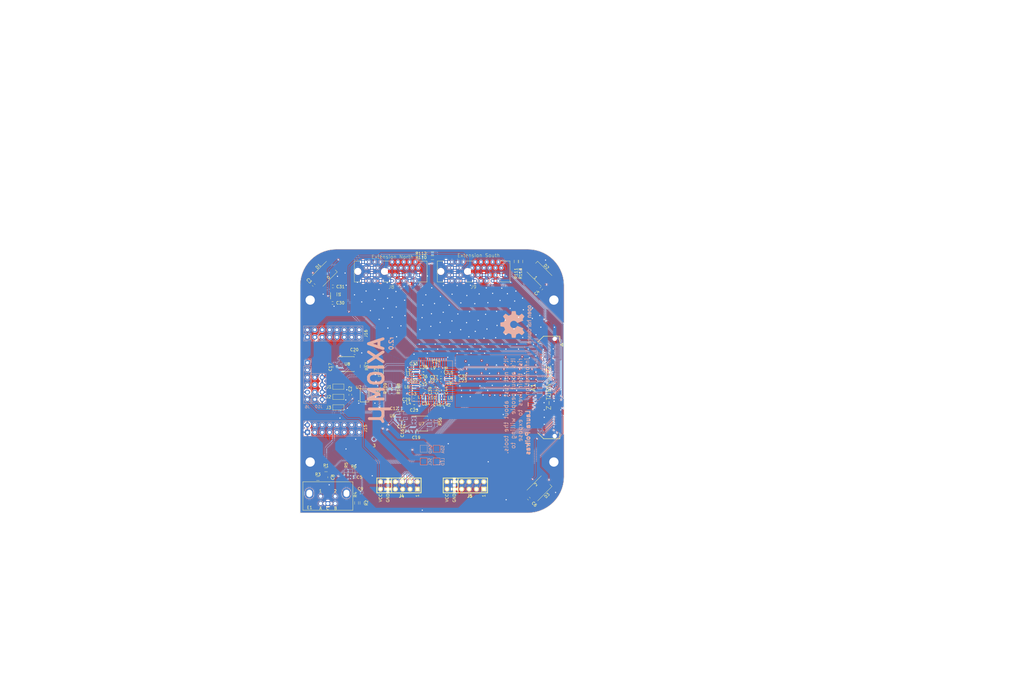
<source format=kicad_pcb>
(kicad_pcb (version 20171130) (host pcbnew "(5.0.0-rc2-35-gda6600525-dirty)")
  (title_block (title "Axiom Micro Mainboard") (rev 1.0) (company Apertus))
  (layers (0 F.Cu signal) (1 In1.Cu signal) (2 In2.Cu signal) (31 B.Cu signal) (34 B.Paste user hide) (35 F.Paste user hide) (36 B.SilkS user hide) (37 F.SilkS user hide) (38 B.Mask user hide) (39 F.Mask user hide) (44 Edge.Cuts user hide))
  (net 0 "")
  (net 1 GNDA)
  (net 2 SDA_N)
  (net 3 SCL_S)
  (net 4 SCL_N)
  (net 5 SDA_S)
  (net 6 LVDSn0_P)
  (net 7 LVDSs0_P)
  (net 8 LVDSn0_N)
  (net 9 LVDSs0_N)
  (net 10 LVDSn1_P)
  (net 11 LVDSs1_P)
  (net 12 LVDSn1_N)
  (net 13 LVDSs1_N)
  (net 14 LVDSn2_P)
  (net 15 LVDSs2_P)
  (net 16 LVDSn2_N)
  (net 17 LVDSs2_N)
  (net 18 LVDSn3_P)
  (net 19 LVDSs3_P)
  (net 20 LVDSn3_N)
  (net 21 LVDSs3_N)
  (net 22 LVDSn4_P)
  (net 23 LVDSs4_P)
  (net 24 LVDSn4_N)
  (net 25 LVDSs4_N)
  (net 26 LVDSn5_P)
  (net 27 LVDSs5_P)
  (net 28 LVDSn5_N)
  (net 29 LVDSs5_N)
  (net 30 SLVSC_P)
  (net 31 SLVSC_N)
  (net 32 SLVS3_P)
  (net 33 SLVS3_N)
  (net 34 SLVS2_P)
  (net 35 SLVS2_N)
  (net 36 SLVS1_P)
  (net 37 SLVS1_N)
  (net 38 SLVS0_P)
  (net 39 SLVS0_N)
  (net 40 VDDIO_35)
  (net 41 WS2812)
  (net 42 S_CLK)
  (net 43 S_DATA)
  (net 44 "Net-(C10-Pad1)")
  (net 45 "Net-(E1-Pad5)")
  (net 46 "Net-(E1-Pad3)")
  (net 47 A_ADDR)
  (net 48 A_M_ADDR)
  (net 49 G_ADDR)
  (net 50 "Net-(J7-Pad2)")
  (net 51 "Net-(R56-Pad2)")
  (net 52 "Net-(R57-Pad2)")
  (net 53 +3V3)
  (net 54 "Net-(A1-Pad1)")
  (net 55 "Net-(A1-Pad2)")
  (net 56 SHUTTER)
  (net 57 CCD_TRIGGER)
  (net 58 RESET)
  (net 59 CCD_CLK)
  (net 60 ENC_A)
  (net 61 ENC_B)
  (net 62 IO6_S)
  (net 63 IO1_S)
  (net 64 IO7_S)
  (net 65 IO0_S)
  (net 66 ENC_S)
  (net 67 PMOD3_S)
  (net 68 PMOD2_S)
  (net 69 IO2_S)
  (net 70 PMOD1_S)
  (net 71 IO3_S)
  (net 72 PMOD0_S)
  (net 73 IO4_S)
  (net 74 IO5_S)
  (net 75 PMOD7_S)
  (net 76 IO0_N)
  (net 77 PMOD6_S)
  (net 78 IO1_N)
  (net 79 PMOD5_S)
  (net 80 IO2_N)
  (net 81 PMOD4_S)
  (net 82 IO3_N)
  (net 83 PMOD0_E)
  (net 84 IO4_N)
  (net 85 PMOD1_E)
  (net 86 IO5_N)
  (net 87 PMOD2_E)
  (net 88 IO6_N)
  (net 89 PMOD3_E)
  (net 90 IO7_N)
  (net 91 PMOD1_N)
  (net 92 PMOD6_N)
  (net 93 PMOD0_N)
  (net 94 PMOD7_N)
  (net 95 PMOD3_N)
  (net 96 PMOD4_N)
  (net 97 PMOD2_N)
  (net 98 PMOD5_N)
  (net 99 "Net-(A1-Pad114)")
  (net 100 /VDD_IO)
  (net 101 /VDD_HISPI)
  (net 102 /VDD_PLL)
  (net 103 /VAA_PIX)
  (net 104 /VDD_HISPI_TX)
  (net 105 /VDD)
  (net 106 /VAA)
  (net 107 "Net-(D1-Pad4)")
  (net 108 "Net-(J8-PadA11)")
  (net 109 "Net-(J9-PadA11)")
  (net 110 "Net-(U2-Pad19)")
  (net 111 "Net-(U2-Pad18)")
  (net 112 "Net-(U2-Pad10)")
  (net 113 "Net-(U2-Pad8)")
  (net 114 "Net-(U2-Pad2)")
  (net 115 "Net-(U2-Pad1)")
  (net 116 "Net-(U2-Pad5)")
  (net 117 "Net-(U2-Pad14)")
  (net 118 "Net-(U2-Pad15)")
  (net 119 "Net-(U2-Pad16)")
  (net 120 "Net-(U6-Pad4)")
  (net 121 "Net-(U7-Pad6)")
  (net 122 "Net-(U8-Pad6)")
  (net 123 "Net-(U9-Pad43)")
  (net 124 "Net-(U9-Pad16)")
  (net 125 "Net-(U9-Pad15)")
  (net 126 "Net-(U9-Pad14)")
  (net 127 "Net-(U9-Pad13)")
  (net 128 "Net-(U9-Pad12)")
  (net 129 "Net-(U9-Pad11)")
  (net 130 "Net-(U9-Pad10)")
  (net 131 "Net-(U9-Pad9)")
  (net 132 "Net-(U9-Pad8)")
  (net 133 "Net-(U9-Pad7)")
  (net 134 "Net-(U9-Pad3)")
  (net 135 "Net-(D3-Pad2)")
  (net 136 "Net-(E1-Pad2)")
  (net 137 "Net-(D1-Pad2)")
  (net 138 "Net-(D2-Pad2)")
  (net 139 "Net-(A1-Pad70)")
  (net 140 "Net-(A1-Pad81)")
  (net 141 +5V)
  (net 142 +2V8)
  (net 143 +1V8)
  (net 144 "Net-(J16-Pad16)")
  (net 145 "Net-(J16-Pad15)")
  (net 146 "Net-(J16-Pad14)")
  (net 147 "Net-(J16-Pad13)")
  (net 148 "Net-(J15-Pad13)")
  (net 149 "Net-(J15-Pad14)")
  (net 150 "Net-(J15-Pad15)")
  (net 151 "Net-(J15-Pad16)")
  (module Fiducials:Fiducial_1mm_Dia_2mm_Outer (layer F.Cu) (at -20 20)
    (fp_text reference 3 (at 0.061 2.225) (layer F.SilkS))
    (fp_text value Fiducial_1mm_Dia_2mm_Outer)
    (pad ~ smd circle (at 0 0) (size 1 1) (layers F.Cu F.Mask) (clearance 0.5))
  )
  (module Fiducials:Fiducial_1mm_Dia_2mm_Outer (layer F.Cu) (at -37 -37)
    (fp_text reference 0 (at 1.313 1.3384 45) (layer F.SilkS))
    (fp_text value Fiducial_1mm_Dia_2mm_Outer)
    (pad ~ smd circle (at 0 0) (size 1 1) (layers F.Cu F.Mask) (clearance 0.5))
  )
  (module Fiducials:Fiducial_1mm_Dia_2mm_Outer (layer F.Cu) (at 37 -37)
    (fp_text reference 1 (at -1.3638 1.3638 135) (layer F.SilkS))
    (fp_text value Fiducial_1mm_Dia_2mm_Outer)
    (pad ~ smd circle (at 0 0) (size 1 1) (layers F.Cu F.Mask) (clearance 0.5))
  )
  (module Socket_Strips:Socket_Strip_Straight_2x08_Pitch2.54mm (layer B.Cu) (at -42.952 -15.113 270)
    (fp_text reference J16 (at -1.27 -20.1428 270) (layer F.SilkS))
    (fp_text value "shield north")
    (pad 16 thru_hole oval (at -2.54 -17.78 270) (size 1.7 1.7) (drill 1) (layers *.Cu *.Mask) (net 144 "Net-(J16-Pad16)"))
    (pad 15 thru_hole oval (at 0 -17.78 270) (size 1.7 1.7) (drill 1) (layers *.Cu *.Mask) (net 145 "Net-(J16-Pad15)"))
    (pad 14 thru_hole oval (at -2.54 -15.24 270) (size 1.7 1.7) (drill 1) (layers *.Cu *.Mask) (net 146 "Net-(J16-Pad14)"))
    (pad 13 thru_hole oval (at 0 -15.24 270) (size 1.7 1.7) (drill 1) (layers *.Cu *.Mask) (net 147 "Net-(J16-Pad13)"))
    (pad 12 thru_hole oval (at -2.54 -12.7 270) (size 1.7 1.7) (drill 1) (layers *.Cu *.Mask) (net 93 PMOD0_N))
    (pad 11 thru_hole oval (at 0 -12.7 270) (size 1.7 1.7) (drill 1) (layers *.Cu *.Mask) (net 96 PMOD4_N))
    (pad 10 thru_hole oval (at -2.54 -10.16 270) (size 1.7 1.7) (drill 1) (layers *.Cu *.Mask) (net 91 PMOD1_N))
    (pad 9 thru_hole oval (at 0 -10.16 270) (size 1.7 1.7) (drill 1) (layers *.Cu *.Mask) (net 98 PMOD5_N))
    (pad 8 thru_hole oval (at -2.54 -7.62 270) (size 1.7 1.7) (drill 1) (layers *.Cu *.Mask) (net 97 PMOD2_N))
    (pad 7 thru_hole oval (at 0 -7.62 270) (size 1.7 1.7) (drill 1) (layers *.Cu *.Mask) (net 92 PMOD6_N))
    (pad 6 thru_hole oval (at -2.54 -5.08 270) (size 1.7 1.7) (drill 1) (layers *.Cu *.Mask) (net 87 PMOD2_E))
    (pad 5 thru_hole oval (at 0 -5.08 270) (size 1.7 1.7) (drill 1) (layers *.Cu *.Mask) (net 89 PMOD3_E))
    (pad 4 thru_hole oval (at -2.54 -2.54 270) (size 1.7 1.7) (drill 1) (layers *.Cu *.Mask) (net 83 PMOD0_E))
    (pad 3 thru_hole oval (at 0 -2.54 270) (size 1.7 1.7) (drill 1) (layers *.Cu *.Mask) (net 85 PMOD1_E))
    (pad 2 thru_hole oval (at -2.54 0 270) (size 1.7 1.7) (drill 1) (layers *.Cu *.Mask) (net 53 +3V3))
    (pad 1 thru_hole rect (at 0 0 270) (size 1.7 1.7) (drill 1) (layers *.Cu *.Mask) (net 53 +3V3))
  )
  (module Socket_Strips:Socket_Strip_Straight_2x08_Pitch2.54mm (layer B.Cu) (at -42.952 17.653 270)
    (fp_text reference J15 (at -1.3462 -19.965 270) (layer F.SilkS))
    (fp_text value "shield south")
    (pad 1 thru_hole rect (at 0 0 270) (size 1.7 1.7) (drill 1) (layers *.Cu *.Mask) (net 1 GNDA))
    (pad 2 thru_hole oval (at -2.54 0 270) (size 1.7 1.7) (drill 1) (layers *.Cu *.Mask) (net 1 GNDA))
    (pad 3 thru_hole oval (at 0 -2.54 270) (size 1.7 1.7) (drill 1) (layers *.Cu *.Mask) (net 81 PMOD4_S))
    (pad 4 thru_hole oval (at -2.54 -2.54 270) (size 1.7 1.7) (drill 1) (layers *.Cu *.Mask) (net 72 PMOD0_S))
    (pad 5 thru_hole oval (at 0 -5.08 270) (size 1.7 1.7) (drill 1) (layers *.Cu *.Mask) (net 79 PMOD5_S))
    (pad 6 thru_hole oval (at -2.54 -5.08 270) (size 1.7 1.7) (drill 1) (layers *.Cu *.Mask) (net 70 PMOD1_S))
    (pad 7 thru_hole oval (at 0 -7.62 270) (size 1.7 1.7) (drill 1) (layers *.Cu *.Mask) (net 77 PMOD6_S))
    (pad 8 thru_hole oval (at -2.54 -7.62 270) (size 1.7 1.7) (drill 1) (layers *.Cu *.Mask) (net 68 PMOD2_S))
    (pad 9 thru_hole oval (at 0 -10.16 270) (size 1.7 1.7) (drill 1) (layers *.Cu *.Mask) (net 75 PMOD7_S))
    (pad 10 thru_hole oval (at -2.54 -10.16 270) (size 1.7 1.7) (drill 1) (layers *.Cu *.Mask) (net 67 PMOD3_S))
    (pad 11 thru_hole oval (at 0 -12.7 270) (size 1.7 1.7) (drill 1) (layers *.Cu *.Mask) (net 95 PMOD3_N))
    (pad 12 thru_hole oval (at -2.54 -12.7 270) (size 1.7 1.7) (drill 1) (layers *.Cu *.Mask) (net 94 PMOD7_N))
    (pad 13 thru_hole oval (at 0 -15.24 270) (size 1.7 1.7) (drill 1) (layers *.Cu *.Mask) (net 148 "Net-(J15-Pad13)"))
    (pad 14 thru_hole oval (at -2.54 -15.24 270) (size 1.7 1.7) (drill 1) (layers *.Cu *.Mask) (net 149 "Net-(J15-Pad14)"))
    (pad 15 thru_hole oval (at 0 -17.78 270) (size 1.7 1.7) (drill 1) (layers *.Cu *.Mask) (net 150 "Net-(J15-Pad15)"))
    (pad 16 thru_hole oval (at -2.54 -17.78 270) (size 1.7 1.7) (drill 1) (layers *.Cu *.Mask) (net 151 "Net-(J15-Pad16)"))
  )
  (module pcie:PCIE-36-NOPEG (layer F.Cu) (at -16.432 -37.77 180)
    (fp_text reference J8 (at -1.282 -5.37 180) (layer F.SilkS) (effects (font (size 1.2065 1.2065) (thickness 0.1016)) (justify left)))
    (fp_text value "Extension North" (at 4.518 5.04 180) (layer F.SilkS) (effects (font (size 1.2065 1.2065) (thickness 0.1016)) (justify left)))
    (pad A11 thru_hole circle (at -1.65 -1.25 180) (size 1.208 1.208) (drill 0.7) (layers *.Cu *.Mask) (net 108 "Net-(J8-PadA11)"))
    (pad A9 thru_hole circle (at -3.65 -1.25 180) (size 1.208 1.208) (drill 0.7) (layers *.Cu *.Mask) (net 16 LVDSn2_N))
    (pad A7 thru_hole circle (at -5.65 -1.25 180) (size 1.208 1.208) (drill 0.7) (layers *.Cu *.Mask) (net 1 GNDA))
    (pad A5 thru_hole circle (at -7.65 -1.25 180) (size 1.208 1.208) (drill 0.7) (layers *.Cu *.Mask) (net 10 LVDSn1_P))
    (pad A3 thru_hole circle (at -9.65 -1.25 180) (size 1.208 1.208) (drill 0.7) (layers *.Cu *.Mask) (net 8 LVDSn0_N))
    (pad A1 thru_hole circle (at -11.65 -1.25 180) (size 1.208 1.208) (drill 0.7) (layers *.Cu *.Mask) (net 1 GNDA))
    (pad A2 thru_hole circle (at -10.65 -3.25 180) (size 1.208 1.208) (drill 0.7) (layers *.Cu *.Mask) (net 6 LVDSn0_P))
    (pad A4 thru_hole circle (at -8.65 -3.25 180) (size 1.208 1.208) (drill 0.7) (layers *.Cu *.Mask) (net 1 GNDA))
    (pad A6 thru_hole circle (at -6.65 -3.25 180) (size 1.208 1.208) (drill 0.7) (layers *.Cu *.Mask) (net 12 LVDSn1_N))
    (pad A8 thru_hole circle (at -4.65 -3.25 180) (size 1.208 1.208) (drill 0.7) (layers *.Cu *.Mask) (net 14 LVDSn2_P))
    (pad A10 thru_hole circle (at -2.65 -3.25 180) (size 1.208 1.208) (drill 0.7) (layers *.Cu *.Mask) (net 1 GNDA))
    (pad B1 thru_hole circle (at -11.65 1.25) (size 1.208 1.208) (drill 0.7) (layers *.Cu *.Mask) (net 2 SDA_N))
    (pad B3 thru_hole circle (at -9.65 1.25) (size 1.208 1.208) (drill 0.7) (layers *.Cu *.Mask) (net 40 VDDIO_35))
    (pad B5 thru_hole circle (at -7.65 1.25) (size 1.208 1.208) (drill 0.7) (layers *.Cu *.Mask) (net 78 IO1_N))
    (pad B7 thru_hole circle (at -5.65 1.25) (size 1.208 1.208) (drill 0.7) (layers *.Cu *.Mask) (net 82 IO3_N))
    (pad B9 thru_hole circle (at -3.65 1.25) (size 1.208 1.208) (drill 0.7) (layers *.Cu *.Mask) (net 86 IO5_N))
    (pad B11 thru_hole circle (at -1.65 1.25) (size 1.208 1.208) (drill 0.7) (layers *.Cu *.Mask) (net 90 IO7_N))
    (pad B10 thru_hole circle (at -2.65 3.25) (size 1.208 1.208) (drill 0.7) (layers *.Cu *.Mask) (net 88 IO6_N))
    (pad B8 thru_hole circle (at -4.65 3.25) (size 1.208 1.208) (drill 0.7) (layers *.Cu *.Mask) (net 84 IO4_N))
    (pad B6 thru_hole circle (at -6.65 3.25) (size 1.208 1.208) (drill 0.7) (layers *.Cu *.Mask) (net 80 IO2_N))
    (pad B4 thru_hole circle (at -8.65 3.25) (size 1.208 1.208) (drill 0.7) (layers *.Cu *.Mask) (net 76 IO0_N))
    (pad B2 thru_hole circle (at -10.65 3.25) (size 1.208 1.208) (drill 0.7) (layers *.Cu *.Mask) (net 4 SCL_N))
    (pad A18 thru_hole circle (at 7.35 -3.25 180) (size 1.208 1.208) (drill 0.7) (layers *.Cu *.Mask) (net 1 GNDA))
    (pad A16 thru_hole circle (at 5.35 -3.25 180) (size 1.208 1.208) (drill 0.7) (layers *.Cu *.Mask) (net 22 LVDSn4_P))
    (pad A14 thru_hole circle (at 3.35 -3.25 180) (size 1.208 1.208) (drill 0.7) (layers *.Cu *.Mask) (net 20 LVDSn3_N))
    (pad A12 thru_hole circle (at 1.35 -3.25 180) (size 1.208 1.208) (drill 0.7) (layers *.Cu *.Mask) (net 1 GNDA))
    (pad A13 thru_hole circle (at 2.35 -1.25 180) (size 1.208 1.208) (drill 0.7) (layers *.Cu *.Mask) (net 18 LVDSn3_P))
    (pad A15 thru_hole circle (at 4.35 -1.25 180) (size 1.208 1.208) (drill 0.7) (layers *.Cu *.Mask) (net 1 GNDA))
    (pad A17 thru_hole circle (at 6.35 -1.25 180) (size 1.208 1.208) (drill 0.7) (layers *.Cu *.Mask) (net 24 LVDSn4_N))
    (pad B12 thru_hole circle (at 1.35 3.25) (size 1.208 1.208) (drill 0.7) (layers *.Cu *.Mask) (net 141 +5V))
    (pad B14 thru_hole circle (at 3.35 3.25) (size 1.208 1.208) (drill 0.7) (layers *.Cu *.Mask) (net 40 VDDIO_35))
    (pad B16 thru_hole circle (at 5.35 3.25) (size 1.208 1.208) (drill 0.7) (layers *.Cu *.Mask) (net 26 LVDSn5_P))
    (pad B18 thru_hole circle (at 7.35 3.25) (size 1.208 1.208) (drill 0.7) (layers *.Cu *.Mask) (net 1 GNDA))
    (pad B17 thru_hole circle (at 6.35 1.25) (size 1.208 1.208) (drill 0.7) (layers *.Cu *.Mask) (net 28 LVDSn5_N))
    (pad B15 thru_hole circle (at 4.35 1.25) (size 1.208 1.208) (drill 0.7) (layers *.Cu *.Mask) (net 1 GNDA))
    (pad B13 thru_hole circle (at 2.35 1.25) (size 1.208 1.208) (drill 0.7) (layers *.Cu *.Mask) (net 53 +3V3))
    (pad "" np_thru_hole circle (at 0 0 180) (size 2.15 2.15) (drill 2.15) (layers *.Cu *.Mask))
    (pad "" np_thru_hole circle (at 9.15 0 180) (size 2.15 2.15) (drill 2.15) (layers *.Cu *.Mask))
  )
  (module pcie:PCIE-36-NOPEG (layer F.Cu) (at 12.148 -37.77 180)
    (fp_text reference J9 (at -0.982 -5.35 180) (layer F.SilkS) (effects (font (size 1.2065 1.2065) (thickness 0.1016)) (justify left)))
    (fp_text value "Extension South" (at 3.558 5.53 180) (layer F.SilkS) (effects (font (size 1.2065 1.2065) (thickness 0.1016)) (justify left)))
    (pad A11 thru_hole circle (at -1.65 -1.25 180) (size 1.208 1.208) (drill 0.7) (layers *.Cu *.Mask) (net 109 "Net-(J9-PadA11)"))
    (pad A9 thru_hole circle (at -3.65 -1.25 180) (size 1.208 1.208) (drill 0.7) (layers *.Cu *.Mask) (net 17 LVDSs2_N))
    (pad A7 thru_hole circle (at -5.65 -1.25 180) (size 1.208 1.208) (drill 0.7) (layers *.Cu *.Mask) (net 1 GNDA))
    (pad A5 thru_hole circle (at -7.65 -1.25 180) (size 1.208 1.208) (drill 0.7) (layers *.Cu *.Mask) (net 11 LVDSs1_P))
    (pad A3 thru_hole circle (at -9.65 -1.25 180) (size 1.208 1.208) (drill 0.7) (layers *.Cu *.Mask) (net 9 LVDSs0_N))
    (pad A1 thru_hole circle (at -11.65 -1.25 180) (size 1.208 1.208) (drill 0.7) (layers *.Cu *.Mask) (net 1 GNDA))
    (pad A2 thru_hole circle (at -10.65 -3.25 180) (size 1.208 1.208) (drill 0.7) (layers *.Cu *.Mask) (net 7 LVDSs0_P))
    (pad A4 thru_hole circle (at -8.65 -3.25 180) (size 1.208 1.208) (drill 0.7) (layers *.Cu *.Mask) (net 1 GNDA))
    (pad A6 thru_hole circle (at -6.65 -3.25 180) (size 1.208 1.208) (drill 0.7) (layers *.Cu *.Mask) (net 13 LVDSs1_N))
    (pad A8 thru_hole circle (at -4.65 -3.25 180) (size 1.208 1.208) (drill 0.7) (layers *.Cu *.Mask) (net 15 LVDSs2_P))
    (pad A10 thru_hole circle (at -2.65 -3.25 180) (size 1.208 1.208) (drill 0.7) (layers *.Cu *.Mask) (net 1 GNDA))
    (pad B1 thru_hole circle (at -11.65 1.25) (size 1.208 1.208) (drill 0.7) (layers *.Cu *.Mask) (net 5 SDA_S))
    (pad B3 thru_hole circle (at -9.65 1.25) (size 1.208 1.208) (drill 0.7) (layers *.Cu *.Mask) (net 40 VDDIO_35))
    (pad B5 thru_hole circle (at -7.65 1.25) (size 1.208 1.208) (drill 0.7) (layers *.Cu *.Mask) (net 63 IO1_S))
    (pad B7 thru_hole circle (at -5.65 1.25) (size 1.208 1.208) (drill 0.7) (layers *.Cu *.Mask) (net 71 IO3_S))
    (pad B9 thru_hole circle (at -3.65 1.25) (size 1.208 1.208) (drill 0.7) (layers *.Cu *.Mask) (net 74 IO5_S))
    (pad B11 thru_hole circle (at -1.65 1.25) (size 1.208 1.208) (drill 0.7) (layers *.Cu *.Mask) (net 64 IO7_S))
    (pad B10 thru_hole circle (at -2.65 3.25) (size 1.208 1.208) (drill 0.7) (layers *.Cu *.Mask) (net 62 IO6_S))
    (pad B8 thru_hole circle (at -4.65 3.25) (size 1.208 1.208) (drill 0.7) (layers *.Cu *.Mask) (net 73 IO4_S))
    (pad B6 thru_hole circle (at -6.65 3.25) (size 1.208 1.208) (drill 0.7) (layers *.Cu *.Mask) (net 69 IO2_S))
    (pad B4 thru_hole circle (at -8.65 3.25) (size 1.208 1.208) (drill 0.7) (layers *.Cu *.Mask) (net 65 IO0_S))
    (pad B2 thru_hole circle (at -10.65 3.25) (size 1.208 1.208) (drill 0.7) (layers *.Cu *.Mask) (net 3 SCL_S))
    (pad A18 thru_hole circle (at 7.35 -3.25 180) (size 1.208 1.208) (drill 0.7) (layers *.Cu *.Mask) (net 1 GNDA))
    (pad A16 thru_hole circle (at 5.35 -3.25 180) (size 1.208 1.208) (drill 0.7) (layers *.Cu *.Mask) (net 23 LVDSs4_P))
    (pad A14 thru_hole circle (at 3.35 -3.25 180) (size 1.208 1.208) (drill 0.7) (layers *.Cu *.Mask) (net 21 LVDSs3_N))
    (pad A12 thru_hole circle (at 1.35 -3.25 180) (size 1.208 1.208) (drill 0.7) (layers *.Cu *.Mask) (net 1 GNDA))
    (pad A13 thru_hole circle (at 2.35 -1.25 180) (size 1.208 1.208) (drill 0.7) (layers *.Cu *.Mask) (net 19 LVDSs3_P))
    (pad A15 thru_hole circle (at 4.35 -1.25 180) (size 1.208 1.208) (drill 0.7) (layers *.Cu *.Mask) (net 1 GNDA))
    (pad A17 thru_hole circle (at 6.35 -1.25 180) (size 1.208 1.208) (drill 0.7) (layers *.Cu *.Mask) (net 25 LVDSs4_N))
    (pad B12 thru_hole circle (at 1.35 3.25) (size 1.208 1.208) (drill 0.7) (layers *.Cu *.Mask) (net 141 +5V))
    (pad B14 thru_hole circle (at 3.35 3.25) (size 1.208 1.208) (drill 0.7) (layers *.Cu *.Mask) (net 40 VDDIO_35))
    (pad B16 thru_hole circle (at 5.35 3.25) (size 1.208 1.208) (drill 0.7) (layers *.Cu *.Mask) (net 27 LVDSs5_P))
    (pad B18 thru_hole circle (at 7.35 3.25) (size 1.208 1.208) (drill 0.7) (layers *.Cu *.Mask) (net 1 GNDA))
    (pad B17 thru_hole circle (at 6.35 1.25) (size 1.208 1.208) (drill 0.7) (layers *.Cu *.Mask) (net 29 LVDSs5_N))
    (pad B15 thru_hole circle (at 4.35 1.25) (size 1.208 1.208) (drill 0.7) (layers *.Cu *.Mask) (net 1 GNDA))
    (pad B13 thru_hole circle (at 2.35 1.25) (size 1.208 1.208) (drill 0.7) (layers *.Cu *.Mask) (net 53 +3V3))
    (pad "" np_thru_hole circle (at 0 0 180) (size 2.15 2.15) (drill 2.15) (layers *.Cu *.Mask))
    (pad "" np_thru_hole circle (at 9.15 0 180) (size 2.15 2.15) (drill 2.15) (layers *.Cu *.Mask))
  )
  (module parts:pmod_pin_array_6x2 (layer F.Cu) (at 11.438 35.962 270)
    (fp_text reference J5 (at 3.662 -1.516) (layer F.SilkS) (effects (font (size 1.016 1.016) (thickness 0.254))))
    (fp_text value "PMODx2 North" hide)
    (fp_text user 1 (at 3.556 -6.35 270) (layer F.SilkS))
    (fp_text user GND (at 4.318 3.81 270) (layer F.SilkS))
    (fp_text user VCC (at 4.318 6.35 270) (layer F.SilkS))
    (pad 12 thru_hole circle (at -1.27 6.35 180) (size 1.524 1.524) (drill 1.016) (layers *.Cu *.Mask F.SilkS) (net 53 +3V3))
    (pad 6 thru_hole circle (at 1.27 6.35 180) (size 1.524 1.524) (drill 1.016) (layers *.Cu *.Mask F.SilkS) (net 53 +3V3))
    (pad 11 thru_hole circle (at -1.27 3.81 180) (size 1.524 1.524) (drill 1.016) (layers *.Cu *.Mask F.SilkS) (net 1 GNDA))
    (pad 5 thru_hole circle (at 1.27 3.81 180) (size 1.524 1.524) (drill 1.016) (layers *.Cu *.Mask F.SilkS) (net 1 GNDA))
    (pad 10 thru_hole circle (at -1.27 1.27 180) (size 1.524 1.524) (drill 1.016) (layers *.Cu *.Mask F.SilkS) (net 75 PMOD7_S))
    (pad 4 thru_hole circle (at 1.27 1.27 180) (size 1.524 1.524) (drill 1.016) (layers *.Cu *.Mask F.SilkS) (net 67 PMOD3_S))
    (pad 9 thru_hole circle (at -1.27 -1.27 180) (size 1.524 1.524) (drill 1.016) (layers *.Cu *.Mask F.SilkS) (net 77 PMOD6_S))
    (pad 3 thru_hole circle (at 1.27 -1.27 180) (size 1.524 1.524) (drill 1.016) (layers *.Cu *.Mask F.SilkS) (net 68 PMOD2_S))
    (pad 8 thru_hole circle (at -1.27 -3.81 180) (size 1.524 1.524) (drill 1.016) (layers *.Cu *.Mask F.SilkS) (net 79 PMOD5_S))
    (pad 2 thru_hole circle (at 1.27 -3.81 180) (size 1.524 1.524) (drill 1.016) (layers *.Cu *.Mask F.SilkS) (net 70 PMOD1_S))
    (pad 7 thru_hole circle (at -1.27 -6.35 180) (size 1.524 1.524) (drill 1.016) (layers *.Cu *.Mask F.SilkS) (net 81 PMOD4_S))
    (pad 1 thru_hole rect (at 1.27 -6.35 270) (size 1.524 1.524) (drill 1.016) (layers *.Cu *.Mask F.SilkS) (net 72 PMOD0_S))
  )
  (module parts:pmod_pin_array_6x2 (layer F.Cu) (at -11.422 35.962 270)
    (fp_text reference J4 (at 3.662 -0.881) (layer F.SilkS) (effects (font (size 1.016 1.016) (thickness 0.254))))
    (fp_text value "PMODx2 North" hide)
    (fp_text user 1 (at 3.556 -6.35 270) (layer F.SilkS))
    (fp_text user GND (at 4.318 3.81 270) (layer F.SilkS))
    (fp_text user VCC (at 4.318 6.35 270) (layer F.SilkS))
    (pad 12 thru_hole circle (at -1.27 6.35 180) (size 1.524 1.524) (drill 1.016) (layers *.Cu *.Mask F.SilkS) (net 53 +3V3))
    (pad 6 thru_hole circle (at 1.27 6.35 180) (size 1.524 1.524) (drill 1.016) (layers *.Cu *.Mask F.SilkS) (net 53 +3V3))
    (pad 11 thru_hole circle (at -1.27 3.81 180) (size 1.524 1.524) (drill 1.016) (layers *.Cu *.Mask F.SilkS) (net 1 GNDA))
    (pad 5 thru_hole circle (at 1.27 3.81 180) (size 1.524 1.524) (drill 1.016) (layers *.Cu *.Mask F.SilkS) (net 1 GNDA))
    (pad 10 thru_hole circle (at -1.27 1.27 180) (size 1.524 1.524) (drill 1.016) (layers *.Cu *.Mask F.SilkS) (net 94 PMOD7_N))
    (pad 4 thru_hole circle (at 1.27 1.27 180) (size 1.524 1.524) (drill 1.016) (layers *.Cu *.Mask F.SilkS) (net 95 PMOD3_N))
    (pad 9 thru_hole circle (at -1.27 -1.27 180) (size 1.524 1.524) (drill 1.016) (layers *.Cu *.Mask F.SilkS) (net 92 PMOD6_N))
    (pad 3 thru_hole circle (at 1.27 -1.27 180) (size 1.524 1.524) (drill 1.016) (layers *.Cu *.Mask F.SilkS) (net 97 PMOD2_N))
    (pad 8 thru_hole circle (at -1.27 -3.81 180) (size 1.524 1.524) (drill 1.016) (layers *.Cu *.Mask F.SilkS) (net 98 PMOD5_N))
    (pad 2 thru_hole circle (at 1.27 -3.81 180) (size 1.524 1.524) (drill 1.016) (layers *.Cu *.Mask F.SilkS) (net 91 PMOD1_N))
    (pad 7 thru_hole circle (at -1.27 -6.35 180) (size 1.524 1.524) (drill 1.016) (layers *.Cu *.Mask F.SilkS) (net 96 PMOD4_N))
    (pad 1 thru_hole rect (at 1.27 -6.35 270) (size 1.524 1.524) (drill 1.016) (layers *.Cu *.Mask F.SilkS) (net 93 PMOD0_N))
  )
  (module parts:CONN_BTH-060-XX-X-D-LC (layer F.Cu) (at 40.15 2.21 270)
    (fp_text reference A1 (at 0 5.334 270) (layer F.SilkS) (effects (font (size 1.524 1.524) (thickness 0.2))))
    (fp_text value Z-TURN-LITE (at -0.051 0.018 270) (layer F.SilkS) (effects (font (size 1.524 1.524))))
    (pad "" np_thru_hole circle (at -16.74095 -2.032 270) (size 1.194 1.194) (drill 1.194) (layers *.Cu *.Mask))
    (pad "" np_thru_hole circle (at 16.74005 -2.032 270) (size 1.194 1.194) (drill 1.194) (layers *.Cu *.Mask))
    (pad 1 smd rect (at -14.75295 -3.086 270) (size 0.305 1.448) (layers F.Cu F.Paste F.Mask) (net 54 "Net-(A1-Pad1)"))
    (pad 2 smd rect (at -14.75295 3.086 270) (size 0.305 1.448) (layers F.Cu F.Paste F.Mask) (net 55 "Net-(A1-Pad2)"))
    (pad 3 smd rect (at -14.25295 -3.086 270) (size 0.305 1.448) (layers F.Cu F.Paste F.Mask) (net 11 LVDSs1_P))
    (pad 4 smd rect (at -14.25295 3.086 270) (size 0.305 1.448) (layers F.Cu F.Paste F.Mask) (net 23 LVDSs4_P))
    (pad 5 smd rect (at -13.75295 -3.086 270) (size 0.305 1.448) (layers F.Cu F.Paste F.Mask) (net 13 LVDSs1_N))
    (pad 6 smd rect (at -13.75295 3.086 270) (size 0.305 1.448) (layers F.Cu F.Paste F.Mask) (net 25 LVDSs4_N))
    (pad 7 smd rect (at -13.25295 -3.086 270) (size 0.305 1.448) (layers F.Cu F.Paste F.Mask) (net 1 GNDA))
    (pad 8 smd rect (at -13.25295 3.086 270) (size 0.305 1.448) (layers F.Cu F.Paste F.Mask) (net 1 GNDA))
    (pad 9 smd rect (at -12.75295 -3.086 270) (size 0.305 1.448) (layers F.Cu F.Paste F.Mask) (net 15 LVDSs2_P))
    (pad 10 smd rect (at -12.75295 3.086 270) (size 0.305 1.448) (layers F.Cu F.Paste F.Mask) (net 29 LVDSs5_N))
    (pad 11 smd rect (at -12.25295 -3.086 270) (size 0.305 1.448) (layers F.Cu F.Paste F.Mask) (net 17 LVDSs2_N))
    (pad 12 smd rect (at -12.25295 3.086 270) (size 0.305 1.448) (layers F.Cu F.Paste F.Mask) (net 27 LVDSs5_P))
    (pad 13 smd rect (at -11.75295 -3.086 270) (size 0.305 1.448) (layers F.Cu F.Paste F.Mask) (net 19 LVDSs3_P))
    (pad 14 smd rect (at -11.75295 3.086 270) (size 0.305 1.448) (layers F.Cu F.Paste F.Mask) (net 8 LVDSn0_N))
    (pad 15 smd rect (at -11.25295 -3.086 270) (size 0.305 1.448) (layers F.Cu F.Paste F.Mask) (net 21 LVDSs3_N))
    (pad 16 smd rect (at -11.25295 3.086 270) (size 0.305 1.448) (layers F.Cu F.Paste F.Mask) (net 6 LVDSn0_P))
    (pad 17 smd rect (at -10.75295 -3.086 270) (size 0.305 1.448) (layers F.Cu F.Paste F.Mask) (net 1 GNDA))
    (pad 18 smd rect (at -10.75295 3.086 270) (size 0.305 1.448) (layers F.Cu F.Paste F.Mask) (net 1 GNDA))
    (pad 19 smd rect (at -10.25295 -3.086 270) (size 0.305 1.448) (layers F.Cu F.Paste F.Mask) (net 40 VDDIO_35))
    (pad 20 smd rect (at -10.25295 3.086 270) (size 0.305 1.448) (layers F.Cu F.Paste F.Mask) (net 40 VDDIO_35))
    (pad 21 smd rect (at -9.75295 -3.086 270) (size 0.305 1.448) (layers F.Cu F.Paste F.Mask) (net 7 LVDSs0_P))
    (pad 22 smd rect (at -9.75295 3.086 270) (size 0.305 1.448) (layers F.Cu F.Paste F.Mask) (net 10 LVDSn1_P))
    (pad 23 smd rect (at -9.25295 -3.086 270) (size 0.305 1.448) (layers F.Cu F.Paste F.Mask) (net 9 LVDSs0_N))
    (pad 24 smd rect (at -9.25295 3.086 270) (size 0.305 1.448) (layers F.Cu F.Paste F.Mask) (net 12 LVDSn1_N))
    (pad 25 smd rect (at -8.75295 -3.086 270) (size 0.305 1.448) (layers F.Cu F.Paste F.Mask) (net 56 SHUTTER))
    (pad 26 smd rect (at -8.75295 3.086 270) (size 0.305 1.448) (layers F.Cu F.Paste F.Mask) (net 14 LVDSn2_P))
    (pad 27 smd rect (at -8.25295 -3.086 270) (size 0.305 1.448) (layers F.Cu F.Paste F.Mask) (net 57 CCD_TRIGGER))
    (pad 28 smd rect (at -8.25295 3.086 270) (size 0.305 1.448) (layers F.Cu F.Paste F.Mask) (net 16 LVDSn2_N))
    (pad 29 smd rect (at -7.75295 -3.086 270) (size 0.305 1.448) (layers F.Cu F.Paste F.Mask) (net 1 GNDA))
    (pad 30 smd rect (at -7.75295 3.086 270) (size 0.305 1.448) (layers F.Cu F.Paste F.Mask) (net 1 GNDA))
    (pad 31 smd rect (at -7.25295 -3.086 270) (size 0.305 1.448) (layers F.Cu F.Paste F.Mask) (net 58 RESET))
    (pad 32 smd rect (at -7.25295 3.086 270) (size 0.305 1.448) (layers F.Cu F.Paste F.Mask) (net 18 LVDSn3_P))
    (pad 33 smd rect (at -6.75295 -3.086 270) (size 0.305 1.448) (layers F.Cu F.Paste F.Mask) (net 59 CCD_CLK))
    (pad 34 smd rect (at -6.75295 3.086 270) (size 0.305 1.448) (layers F.Cu F.Paste F.Mask) (net 20 LVDSn3_N))
    (pad 35 smd rect (at -6.25295 -3.086 270) (size 0.305 1.448) (layers F.Cu F.Paste F.Mask) (net 42 S_CLK))
    (pad 36 smd rect (at -6.25295 3.086 270) (size 0.305 1.448) (layers F.Cu F.Paste F.Mask) (net 22 LVDSn4_P))
    (pad 37 smd rect (at -5.75295 -3.086 270) (size 0.305 1.448) (layers F.Cu F.Paste F.Mask) (net 43 S_DATA))
    (pad 38 smd rect (at -5.75295 3.086 270) (size 0.305 1.448) (layers F.Cu F.Paste F.Mask) (net 24 LVDSn4_N))
    (pad 39 smd rect (at -5.25295 -3.086 270) (size 0.305 1.448) (layers F.Cu F.Paste F.Mask) (net 1 GNDA))
    (pad 40 smd rect (at -5.25295 3.086 270) (size 0.305 1.448) (layers F.Cu F.Paste F.Mask) (net 1 GNDA))
    (pad 41 smd rect (at -4.75295 -3.086 270) (size 0.305 1.448) (layers F.Cu F.Paste F.Mask) (net 39 SLVS0_N))
    (pad 42 smd rect (at -4.75295 3.086 270) (size 0.305 1.448) (layers F.Cu F.Paste F.Mask) (net 28 LVDSn5_N))
    (pad 43 smd rect (at -4.25295 -3.086 270) (size 0.305 1.448) (layers F.Cu F.Paste F.Mask) (net 38 SLVS0_P))
    (pad 44 smd rect (at -4.25295 3.086 270) (size 0.305 1.448) (layers F.Cu F.Paste F.Mask) (net 26 LVDSn5_P))
    (pad 45 smd rect (at -3.75295 -3.086 270) (size 0.305 1.448) (layers F.Cu F.Paste F.Mask) (net 37 SLVS1_N))
    (pad 46 smd rect (at -3.75295 3.086 270) (size 0.305 1.448) (layers F.Cu F.Paste F.Mask) (net 5 SDA_S))
    (pad 47 smd rect (at -3.25295 -3.086 270) (size 0.305 1.448) (layers F.Cu F.Paste F.Mask) (net 36 SLVS1_P))
    (pad 48 smd rect (at -3.25295 3.086 270) (size 0.305 1.448) (layers F.Cu F.Paste F.Mask) (net 3 SCL_S))
    (pad 49 smd rect (at -2.75295 -3.086 270) (size 0.305 1.448) (layers F.Cu F.Paste F.Mask) (net 1 GNDA))
    (pad 50 smd rect (at -2.75295 3.086 270) (size 0.305 1.448) (layers F.Cu F.Paste F.Mask) (net 1 GNDA))
    (pad 51 smd rect (at -2.25295 -3.086 270) (size 0.305 1.448) (layers F.Cu F.Paste F.Mask) (net 31 SLVSC_N))
    (pad 52 smd rect (at -2.25295 3.086 270) (size 0.305 1.448) (layers F.Cu F.Paste F.Mask) (net 2 SDA_N))
    (pad 53 smd rect (at -1.75295 -3.086 270) (size 0.305 1.448) (layers F.Cu F.Paste F.Mask) (net 30 SLVSC_P))
    (pad 54 smd rect (at -1.75295 3.086 270) (size 0.305 1.448) (layers F.Cu F.Paste F.Mask) (net 4 SCL_N))
    (pad 55 smd rect (at -1.25295 -3.086 270) (size 0.305 1.448) (layers F.Cu F.Paste F.Mask) (net 35 SLVS2_N))
    (pad 56 smd rect (at -1.25295 3.086 270) (size 0.305 1.448) (layers F.Cu F.Paste F.Mask) (net 41 WS2812))
    (pad 57 smd rect (at -0.75295 -3.086 270) (size 0.305 1.448) (layers F.Cu F.Paste F.Mask) (net 34 SLVS2_P))
    (pad 58 smd rect (at -0.75295 3.086 270) (size 0.305 1.448) (layers F.Cu F.Paste F.Mask) (net 60 ENC_A))
    (pad 59 smd rect (at -0.25295 -3.086 270) (size 0.305 1.448) (layers F.Cu F.Paste F.Mask) (net 1 GNDA))
    (pad 60 smd rect (at -0.25295 3.086 270) (size 0.305 1.448) (layers F.Cu F.Paste F.Mask) (net 1 GNDA))
    (pad 61 smd rect (at 0.24705 -3.086 270) (size 0.305 1.448) (layers F.Cu F.Paste F.Mask) (net 71 IO3_S))
    (pad 62 smd rect (at 0.24705 3.086 270) (size 0.305 1.448) (layers F.Cu F.Paste F.Mask) (net 74 IO5_S))
    (pad 63 smd rect (at 0.74705 -3.086 270) (size 0.305 1.448) (layers F.Cu F.Paste F.Mask) (net 69 IO2_S))
    (pad 64 smd rect (at 0.74705 3.086 270) (size 0.305 1.448) (layers F.Cu F.Paste F.Mask) (net 73 IO4_S))
    (pad 65 smd rect (at 1.24705 -3.086 270) (size 0.305 1.448) (layers F.Cu F.Paste F.Mask) (net 33 SLVS3_N))
    (pad 66 smd rect (at 1.24705 3.086 270) (size 0.305 1.448) (layers F.Cu F.Paste F.Mask) (net 66 ENC_S))
    (pad 67 smd rect (at 1.74705 -3.086 270) (size 0.305 1.448) (layers F.Cu F.Paste F.Mask) (net 32 SLVS3_P))
    (pad 68 smd rect (at 1.74705 3.086 270) (size 0.305 1.448) (layers F.Cu F.Paste F.Mask) (net 61 ENC_B))
    (pad 69 smd rect (at 2.24705 -3.086 270) (size 0.305 1.448) (layers F.Cu F.Paste F.Mask) (net 1 GNDA))
    (pad 70 smd rect (at 2.24705 3.086 270) (size 0.305 1.448) (layers F.Cu F.Paste F.Mask) (net 139 "Net-(A1-Pad70)"))
    (pad 71 smd rect (at 2.74705 -3.086 270) (size 0.305 1.448) (layers F.Cu F.Paste F.Mask) (net 65 IO0_S))
    (pad 72 smd rect (at 2.74705 3.086 270) (size 0.305 1.448) (layers F.Cu F.Paste F.Mask) (net 1 GNDA))
    (pad 73 smd rect (at 3.24705 -3.086 270) (size 0.305 1.448) (layers F.Cu F.Paste F.Mask) (net 63 IO1_S))
    (pad 74 smd rect (at 3.24705 3.086 270) (size 0.305 1.448) (layers F.Cu F.Paste F.Mask) (net 90 IO7_N))
    (pad 75 smd rect (at 3.74705 -3.086 270) (size 0.305 1.448) (layers F.Cu F.Paste F.Mask) (net 62 IO6_S))
    (pad 76 smd rect (at 3.74705 3.086 270) (size 0.305 1.448) (layers F.Cu F.Paste F.Mask) (net 76 IO0_N))
    (pad 77 smd rect (at 4.24705 -3.086 270) (size 0.305 1.448) (layers F.Cu F.Paste F.Mask) (net 64 IO7_S))
    (pad 78 smd rect (at 4.24705 3.086 270) (size 0.305 1.448) (layers F.Cu F.Paste F.Mask) (net 78 IO1_N))
    (pad 79 smd rect (at 4.74705 -3.086 270) (size 0.305 1.448) (layers F.Cu F.Paste F.Mask) (net 1 GNDA))
    (pad 80 smd rect (at 4.74705 3.086 270) (size 0.305 1.448) (layers F.Cu F.Paste F.Mask) (net 80 IO2_N))
    (pad 81 smd rect (at 5.24705 -3.086 270) (size 0.305 1.448) (layers F.Cu F.Paste F.Mask) (net 140 "Net-(A1-Pad81)"))
    (pad 82 smd rect (at 5.24705 3.086 270) (size 0.305 1.448) (layers F.Cu F.Paste F.Mask) (net 1 GNDA))
    (pad 83 smd rect (at 5.74705 -3.086 270) (size 0.305 1.448) (layers F.Cu F.Paste F.Mask) (net 75 PMOD7_S))
    (pad 84 smd rect (at 5.74705 3.086 270) (size 0.305 1.448) (layers F.Cu F.Paste F.Mask) (net 82 IO3_N))
    (pad 85 smd rect (at 6.24705 -3.086 270) (size 0.305 1.448) (layers F.Cu F.Paste F.Mask) (net 67 PMOD3_S))
    (pad 86 smd rect (at 6.24705 3.086 270) (size 0.305 1.448) (layers F.Cu F.Paste F.Mask) (net 84 IO4_N))
    (pad 87 smd rect (at 6.74705 -3.086 270) (size 0.305 1.448) (layers F.Cu F.Paste F.Mask) (net 77 PMOD6_S))
    (pad 88 smd rect (at 6.74705 3.086 270) (size 0.305 1.448) (layers F.Cu F.Paste F.Mask) (net 86 IO5_N))
    (pad 89 smd rect (at 7.24705 -3.086 270) (size 0.305 1.448) (layers F.Cu F.Paste F.Mask) (net 68 PMOD2_S))
    (pad 90 smd rect (at 7.24705 3.086 270) (size 0.305 1.448) (layers F.Cu F.Paste F.Mask) (net 88 IO6_N))
    (pad 91 smd rect (at 7.74705 -3.086 270) (size 0.305 1.448) (layers F.Cu F.Paste F.Mask) (net 1 GNDA))
    (pad 92 smd rect (at 7.74705 3.086 270) (size 0.305 1.448) (layers F.Cu F.Paste F.Mask) (net 1 GNDA))
    (pad 93 smd rect (at 8.24705 -3.086 270) (size 0.305 1.448) (layers F.Cu F.Paste F.Mask) (net 79 PMOD5_S))
    (pad 94 smd rect (at 8.24705 3.086 270) (size 0.305 1.448) (layers F.Cu F.Paste F.Mask) (net 94 PMOD7_N))
    (pad 95 smd rect (at 8.74705 -3.086 270) (size 0.305 1.448) (layers F.Cu F.Paste F.Mask) (net 70 PMOD1_S))
    (pad 96 smd rect (at 8.74705 3.086 270) (size 0.305 1.448) (layers F.Cu F.Paste F.Mask) (net 95 PMOD3_N))
    (pad 97 smd rect (at 9.24705 -3.086 270) (size 0.305 1.448) (layers F.Cu F.Paste F.Mask) (net 72 PMOD0_S))
    (pad 98 smd rect (at 9.24705 3.086 270) (size 0.305 1.448) (layers F.Cu F.Paste F.Mask) (net 92 PMOD6_N))
    (pad 99 smd rect (at 9.74705 -3.086 270) (size 0.305 1.448) (layers F.Cu F.Paste F.Mask) (net 81 PMOD4_S))
    (pad 100 smd rect (at 9.74705 3.086 270) (size 0.305 1.448) (layers F.Cu F.Paste F.Mask) (net 97 PMOD2_N))
    (pad 101 smd rect (at 10.24705 -3.086 270) (size 0.305 1.448) (layers F.Cu F.Paste F.Mask) (net 1 GNDA))
    (pad 102 smd rect (at 10.24705 3.086 270) (size 0.305 1.448) (layers F.Cu F.Paste F.Mask) (net 1 GNDA))
    (pad 103 smd rect (at 10.74705 -3.086 270) (size 0.305 1.448) (layers F.Cu F.Paste F.Mask) (net 83 PMOD0_E))
    (pad 104 smd rect (at 10.74705 3.086 270) (size 0.305 1.448) (layers F.Cu F.Paste F.Mask) (net 98 PMOD5_N))
    (pad 105 smd rect (at 11.24705 -3.086 270) (size 0.305 1.448) (layers F.Cu F.Paste F.Mask) (net 85 PMOD1_E))
    (pad 106 smd rect (at 11.24705 3.086 270) (size 0.305 1.448) (layers F.Cu F.Paste F.Mask) (net 91 PMOD1_N))
    (pad 107 smd rect (at 11.74705 -3.086 270) (size 0.305 1.448) (layers F.Cu F.Paste F.Mask) (net 87 PMOD2_E))
    (pad 108 smd rect (at 11.74705 3.086 270) (size 0.305 1.448) (layers F.Cu F.Paste F.Mask) (net 96 PMOD4_N))
    (pad 109 smd rect (at 12.24705 -3.086 270) (size 0.305 1.448) (layers F.Cu F.Paste F.Mask) (net 89 PMOD3_E))
    (pad 110 smd rect (at 12.24705 3.086 270) (size 0.305 1.448) (layers F.Cu F.Paste F.Mask) (net 93 PMOD0_N))
    (pad 111 smd rect (at 12.74705 -3.086 270) (size 0.305 1.448) (layers F.Cu F.Paste F.Mask) (net 1 GNDA))
    (pad 112 smd rect (at 12.74705 3.086 270) (size 0.305 1.448) (layers F.Cu F.Paste F.Mask) (net 1 GNDA))
    (pad 113 smd rect (at 13.24705 -3.086 270) (size 0.305 1.448) (layers F.Cu F.Paste F.Mask) (net 1 GNDA))
    (pad 114 smd rect (at 13.24705 3.086 270) (size 0.305 1.448) (layers F.Cu F.Paste F.Mask) (net 99 "Net-(A1-Pad114)"))
    (pad 115 smd rect (at 13.74705 -3.086 270) (size 0.305 1.448) (layers F.Cu F.Paste F.Mask) (net 141 +5V))
    (pad 116 smd rect (at 13.74705 3.086 270) (size 0.305 1.448) (layers F.Cu F.Paste F.Mask) (net 141 +5V))
    (pad 117 smd rect (at 14.24705 -3.086 270) (size 0.305 1.448) (layers F.Cu F.Paste F.Mask) (net 141 +5V))
    (pad 118 smd rect (at 14.24705 3.086 270) (size 0.305 1.448) (layers F.Cu F.Paste F.Mask) (net 141 +5V))
    (pad 119 smd rect (at 14.74705 -3.086 270) (size 0.305 1.448) (layers F.Cu F.Paste F.Mask) (net 141 +5V))
    (pad 120 smd rect (at 14.74705 3.086 270) (size 0.305 1.448) (layers F.Cu F.Paste F.Mask) (net 141 +5V))
  )
  (module parts:BMX055 (layer F.Cu) (at -23.2832 4.9446 180)
    (fp_text reference U2 (at 2.05 2.83 180) (layer F.SilkS))
    (fp_text value BMX055 hide)
    (pad 17 smd rect (at -1.6 -1.5 180) (size 1.35 0.25) (layers F.Cu F.Paste F.Mask) (net 48 A_M_ADDR))
    (pad 16 smd rect (at -1.6 -1 180) (size 1.35 0.25) (layers F.Cu F.Paste F.Mask) (net 119 "Net-(U2-Pad16)"))
    (pad 15 smd rect (at -1.6 -0.5 180) (size 1.35 0.25) (layers F.Cu F.Paste F.Mask) (net 118 "Net-(U2-Pad15)"))
    (pad 14 smd rect (at -1.6 0 180) (size 1.35 0.25) (layers F.Cu F.Paste F.Mask) (net 117 "Net-(U2-Pad14)"))
    (pad 13 smd rect (at -1.6 0.5 180) (size 1.35 0.25) (layers F.Cu F.Paste F.Mask) (net 40 VDDIO_35))
    (pad 12 smd rect (at -1.6 1 180) (size 1.35 0.25) (layers F.Cu F.Paste F.Mask) (net 49 G_ADDR))
    (pad 11 smd rect (at -1.6 1.5 180) (size 1.35 0.25) (layers F.Cu F.Paste F.Mask) (net 43 S_DATA))
    (pad 7 smd rect (at 1.6625 1.5 180) (size 1.35 0.25) (layers F.Cu F.Paste F.Mask) (net 40 VDDIO_35))
    (pad 6 smd rect (at 1.6625 1 180) (size 1.35 0.25) (layers F.Cu F.Paste F.Mask) (net 1 GNDA))
    (pad 5 smd rect (at 1.6625 0.5 180) (size 1.35 0.25) (layers F.Cu F.Paste F.Mask) (net 116 "Net-(U2-Pad5)"))
    (pad 1 smd rect (at 1.6625 -1.5 180) (size 1.35 0.25) (layers F.Cu F.Paste F.Mask) (net 115 "Net-(U2-Pad1)"))
    (pad 2 smd rect (at 1.6625 -1 180) (size 1.35 0.25) (layers F.Cu F.Paste F.Mask) (net 114 "Net-(U2-Pad2)"))
    (pad 3 smd rect (at 1.6625 -0.5 180) (size 1.35 0.25) (layers F.Cu F.Paste F.Mask) (net 53 +3V3))
    (pad 4 smd rect (at 1.6625 0 180) (size 1.35 0.25) (layers F.Cu F.Paste F.Mask) (net 1 GNDA))
    (pad 8 smd rect (at 0.5 2.45 180) (size 0.25 1.35) (layers F.Cu F.Paste F.Mask) (net 113 "Net-(U2-Pad8)"))
    (pad 10 smd rect (at -0.5 2.45 180) (size 0.25 1.35) (layers F.Cu F.Paste F.Mask) (net 112 "Net-(U2-Pad10)"))
    (pad 18 smd rect (at -0.5 -2.45 180) (size 0.25 1.35) (layers F.Cu F.Paste F.Mask) (net 111 "Net-(U2-Pad18)"))
    (pad 20 smd rect (at 0.5 -2.45 180) (size 0.25 1.35) (layers F.Cu F.Paste F.Mask) (net 47 A_ADDR))
    (pad 19 smd rect (at 0 -2.45 180) (size 0.25 1.35) (layers F.Cu F.Paste F.Mask) (net 110 "Net-(U2-Pad19)"))
    (pad 9 smd rect (at 0 2.45 180) (size 0.25 1.35) (layers F.Cu F.Paste F.Mask) (net 42 S_CLK))
  )
  (module Mounting_Holes:MountingHole_3.2mm_M3_Pad (layer F.Cu) (at -42 -27.9)
    (fp_text reference J14 hide)
    (fp_text value Conn_01x01 hide)
    (pad 1 thru_hole circle (at 0 0) (size 6.4 6.4) (drill 3.2) (layers *.Cu *.Mask) (net 1 GNDA))
  )
  (module Mounting_Holes:MountingHole_3.2mm_M3_Pad (layer F.Cu) (at -42 27.9)
    (fp_text reference J13 hide)
    (fp_text value Conn_01x01 hide)
    (pad 1 thru_hole circle (at 0 0) (size 6.4 6.4) (drill 3.2) (layers *.Cu *.Mask) (net 1 GNDA))
  )
  (module Mounting_Holes:MountingHole_3.2mm_M3_Pad (layer F.Cu) (at 41.9 27.9)
    (fp_text reference J12 hide)
    (fp_text value Conn_01x01 hide)
    (pad 1 thru_hole circle (at 0 0) (size 6.4 6.4) (drill 3.2) (layers *.Cu *.Mask) (net 1 GNDA))
  )
  (module Mounting_Holes:MountingHole_3.2mm_M3_Pad (layer F.Cu) (at 41.9 -27.9)
    (fp_text reference J11 hide)
    (fp_text value Conn_01x01 hide)
    (pad 1 thru_hole circle (at 0 0) (size 6.4 6.4) (drill 3.2) (layers *.Cu *.Mask) (net 1 GNDA))
  )
  (module parts:ferrite_bead_0402_handsoldering (layer F.Cu) (at -6.4 -2.4)
    (fp_text reference L1 (at -1.74 0.03) (layer F.SilkS))
    (fp_text value FB)
    (pad 2 smd rect (at 0.55 0) (size 0.6 0.6) (layers F.Cu F.Paste F.Mask) (net 100 /VDD_IO))
    (pad 1 smd rect (at -0.55 0) (size 0.6 0.6) (layers F.Cu F.Paste F.Mask) (net 40 VDDIO_35))
  )
  (module parts:ferrite_bead_0402_handsoldering (layer F.Cu) (at 6 -0.4 180)
    (fp_text reference L2 (at 0.03 -1.31 180) (layer F.SilkS))
    (fp_text value FB)
    (pad 2 smd rect (at 0.55 0 180) (size 0.6 0.6) (layers F.Cu F.Paste F.Mask) (net 101 /VDD_HISPI))
    (pad 1 smd rect (at -0.55 0 180) (size 0.6 0.6) (layers F.Cu F.Paste F.Mask) (net 143 +1V8))
  )
  (module parts:ferrite_bead_0402_handsoldering (layer F.Cu) (at -6.4 -3.7)
    (fp_text reference L3 (at -1.87 0.02) (layer F.SilkS))
    (fp_text value FB)
    (pad 2 smd rect (at 0.55 0) (size 0.6 0.6) (layers F.Cu F.Paste F.Mask) (net 105 /VDD))
    (pad 1 smd rect (at -0.55 0) (size 0.6 0.6) (layers F.Cu F.Paste F.Mask) (net 143 +1V8))
  )
  (module parts:ferrite_bead_0402_handsoldering (layer F.Cu) (at -6.15 7.55)
    (fp_text reference L4 (at -1.95 0.08) (layer F.SilkS))
    (fp_text value FB)
    (pad 2 smd rect (at 0.55 0) (size 0.6 0.6) (layers F.Cu F.Paste F.Mask) (net 103 /VAA_PIX))
    (pad 1 smd rect (at -0.55 0) (size 0.6 0.6) (layers F.Cu F.Paste F.Mask) (net 142 +2V8))
  )
  (module parts:ferrite_bead_0402_handsoldering (layer F.Cu) (at 6 -1.7 180)
    (fp_text reference L5 (at -0.36 1.22 180) (layer F.SilkS))
    (fp_text value FB)
    (pad 2 smd rect (at 0.55 0 180) (size 0.6 0.6) (layers F.Cu F.Paste F.Mask) (net 104 /VDD_HISPI_TX))
    (pad 1 smd rect (at -0.55 0 180) (size 0.6 0.6) (layers F.Cu F.Paste F.Mask) (net 143 +1V8))
  )
  (module parts:ferrite_bead_0402_handsoldering (layer F.Cu) (at -6.8 2)
    (fp_text reference L6 (at -1.91 -0.02) (layer F.SilkS))
    (fp_text value FB)
    (pad 2 smd rect (at 0.55 0) (size 0.6 0.6) (layers F.Cu F.Paste F.Mask) (net 105 /VDD))
    (pad 1 smd rect (at -0.55 0) (size 0.6 0.6) (layers F.Cu F.Paste F.Mask) (net 143 +1V8))
  )
  (module parts:ferrite_bead_0402_handsoldering (layer F.Cu) (at -2.3 5.5 180)
    (fp_text reference L7 (at 1.84 0 180) (layer F.SilkS))
    (fp_text value FB)
    (pad 2 smd rect (at 0.55 0 180) (size 0.6 0.6) (layers F.Cu F.Paste F.Mask) (net 106 /VAA))
    (pad 1 smd rect (at -0.55 0 180) (size 0.6 0.6) (layers F.Cu F.Paste F.Mask) (net 142 +2V8))
  )
  (module parts:ferrite_bead_0402_handsoldering (layer F.Cu) (at 4.3 5.8 180)
    (fp_text reference L8 (at -1.96 -0.01 180) (layer F.SilkS))
    (fp_text value FB)
    (pad 2 smd rect (at 0.55 0 180) (size 0.6 0.6) (layers F.Cu F.Paste F.Mask) (net 100 /VDD_IO))
    (pad 1 smd rect (at -0.55 0 180) (size 0.6 0.6) (layers F.Cu F.Paste F.Mask) (net 40 VDDIO_35))
  )
  (module parts:ferrite_bead_0402_handsoldering (layer F.Cu) (at 2.19 -4.56)
    (fp_text reference L9 (at -1.89 0.06) (layer F.SilkS))
    (fp_text value FB)
    (pad 2 smd rect (at 0.55 0) (size 0.6 0.6) (layers F.Cu F.Paste F.Mask) (net 102 /VDD_PLL))
    (pad 1 smd rect (at -0.55 0) (size 0.6 0.6) (layers F.Cu F.Paste F.Mask) (net 142 +2V8))
  )
  (module parts:ferrite_bead_0402_handsoldering (layer F.Cu) (at 2.35 5.8)
    (fp_text reference L10 (at -2.3 -0.04) (layer F.SilkS))
    (fp_text value FB)
    (pad 2 smd rect (at 0.55 0) (size 0.6 0.6) (layers F.Cu F.Paste F.Mask) (net 105 /VDD))
    (pad 1 smd rect (at -0.55 0) (size 0.6 0.6) (layers F.Cu F.Paste F.Mask) (net 143 +1V8))
  )
  (module parts:CLCC48_0.8mm (layer B.Cu) (at 0 0 270)
    (fp_text reference U9 (at 0 0 270) (layer B.SilkS) (effects (justify mirror)))
    (fp_text value ar0330CM hide)
    (pad 6 smd rect (at -4.4 6.215 270) (size 0.4 3) (layers B.Cu B.Paste B.Mask) (net 1 GNDA))
    (pad 18 smd rect (at -6.38625 -4.4 270) (size 3 0.4) (layers B.Cu B.Paste B.Mask) (net 1 GNDA))
    (pad 30 smd rect (at 4.4 -6.215 270) (size 0.4 3) (layers B.Cu B.Paste B.Mask) (net 32 SLVS3_P))
    (pad 1 smd rect (at -0.4 5.84 270) (size 0.4 3.75) (layers B.Cu B.Paste B.Mask) (net 42 S_CLK))
    (pad 47 smd rect (at 1.2 6.215 270) (size 0.4 3) (layers B.Cu B.Paste B.Mask) (net 1 GNDA))
    (pad 46 smd rect (at 2 6.215 270) (size 0.4 3) (layers B.Cu B.Paste B.Mask) (net 105 /VDD))
    (pad 45 smd rect (at 2.8 6.215 270) (size 0.4 3) (layers B.Cu B.Paste B.Mask) (net 1 GNDA))
    (pad 44 smd rect (at 3.6 6.215 270) (size 0.4 3) (layers B.Cu B.Paste B.Mask) (net 1 GNDA))
    (pad 43 smd rect (at 4.4 6.215 270) (size 0.4 3) (layers B.Cu B.Paste B.Mask) (net 123 "Net-(U9-Pad43)"))
    (pad 42 smd rect (at 6.38625 4.4 270) (size 3 0.4) (layers B.Cu B.Paste B.Mask) (net 103 /VAA_PIX))
    (pad 41 smd rect (at 6.38625 3.6 270) (size 3 0.4) (layers B.Cu B.Paste B.Mask) (net 1 GNDA))
    (pad 40 smd rect (at 6.38625 2.8 270) (size 3 0.4) (layers B.Cu B.Paste B.Mask) (net 106 /VAA))
    (pad 39 smd rect (at 6.38625 2 270) (size 3 0.4) (layers B.Cu B.Paste B.Mask) (net 1 GNDA))
    (pad 38 smd rect (at 6.38625 1.2 270) (size 3 0.4) (layers B.Cu B.Paste B.Mask) (net 59 CCD_CLK))
    (pad 37 smd rect (at 6.38625 0.4 270) (size 3 0.4) (layers B.Cu B.Paste B.Mask) (net 58 RESET))
    (pad 36 smd rect (at 6.38625 -0.4 270) (size 3 0.4) (layers B.Cu B.Paste B.Mask) (net 57 CCD_TRIGGER))
    (pad 35 smd rect (at 6.38625 -1.2 270) (size 3 0.4) (layers B.Cu B.Paste B.Mask) (net 56 SHUTTER))
    (pad 34 smd rect (at 6.38625 -2 270) (size 3 0.4) (layers B.Cu B.Paste B.Mask) (net 1 GNDA))
    (pad 33 smd rect (at 6.38625 -2.8 270) (size 3 0.4) (layers B.Cu B.Paste B.Mask) (net 105 /VDD))
    (pad 32 smd rect (at 6.38625 -3.6 270) (size 3 0.4) (layers B.Cu B.Paste B.Mask) (net 100 /VDD_IO))
    (pad 31 smd rect (at 6.38625 -4.4 270) (size 3 0.4) (layers B.Cu B.Paste B.Mask) (net 1 GNDA))
    (pad 29 smd rect (at 3.6 -6.215 270) (size 0.4 3) (layers B.Cu B.Paste B.Mask) (net 33 SLVS3_N))
    (pad 28 smd rect (at 2.8 -6.215 270) (size 0.4 3) (layers B.Cu B.Paste B.Mask) (net 34 SLVS2_P))
    (pad 27 smd rect (at 2 -6.215 270) (size 0.4 3) (layers B.Cu B.Paste B.Mask) (net 35 SLVS2_N))
    (pad 26 smd rect (at 1.2 -6.215 270) (size 0.4 3) (layers B.Cu B.Paste B.Mask) (net 30 SLVSC_P))
    (pad 25 smd rect (at 0.4 -6.215 270) (size 0.4 3) (layers B.Cu B.Paste B.Mask) (net 31 SLVSC_N))
    (pad 24 smd rect (at -0.4 -6.215 270) (size 0.4 3) (layers B.Cu B.Paste B.Mask) (net 101 /VDD_HISPI))
    (pad 23 smd rect (at -1.2 -6.215 270) (size 0.4 3) (layers B.Cu B.Paste B.Mask) (net 104 /VDD_HISPI_TX))
    (pad 22 smd rect (at -2 -6.215 270) (size 0.4 3) (layers B.Cu B.Paste B.Mask) (net 36 SLVS1_P))
    (pad 21 smd rect (at -2.8 -6.215 270) (size 0.4 3) (layers B.Cu B.Paste B.Mask) (net 37 SLVS1_N))
    (pad 20 smd rect (at -3.6 -6.215 270) (size 0.4 3) (layers B.Cu B.Paste B.Mask) (net 38 SLVS0_P))
    (pad 19 smd rect (at -4.4 -6.215 270) (size 0.4 3) (layers B.Cu B.Paste B.Mask) (net 39 SLVS0_N))
    (pad 17 smd rect (at -6.38625 -3.6 270) (size 3 0.4) (layers B.Cu B.Paste B.Mask) (net 102 /VDD_PLL))
    (pad 16 smd rect (at -6.38625 -2.8 270) (size 3 0.4) (layers B.Cu B.Paste B.Mask) (net 124 "Net-(U9-Pad16)"))
    (pad 15 smd rect (at -6.38625 -2 270) (size 3 0.4) (layers B.Cu B.Paste B.Mask) (net 125 "Net-(U9-Pad15)"))
    (pad 14 smd rect (at -6.38625 -1.2 270) (size 3 0.4) (layers B.Cu B.Paste B.Mask) (net 126 "Net-(U9-Pad14)"))
    (pad 13 smd rect (at -6.38625 -0.4 270) (size 3 0.4) (layers B.Cu B.Paste B.Mask) (net 127 "Net-(U9-Pad13)"))
    (pad 12 smd rect (at -6.38625 0.4 270) (size 3 0.4) (layers B.Cu B.Paste B.Mask) (net 128 "Net-(U9-Pad12)"))
    (pad 11 smd rect (at -6.38625 1.2 270) (size 3 0.4) (layers B.Cu B.Paste B.Mask) (net 129 "Net-(U9-Pad11)"))
    (pad 10 smd rect (at -6.38625 2 270) (size 3 0.4) (layers B.Cu B.Paste B.Mask) (net 130 "Net-(U9-Pad10)"))
    (pad 9 smd rect (at -6.38625 2.8 270) (size 3 0.4) (layers B.Cu B.Paste B.Mask) (net 131 "Net-(U9-Pad9)"))
    (pad 8 smd rect (at -6.38625 3.6 270) (size 3 0.4) (layers B.Cu B.Paste B.Mask) (net 132 "Net-(U9-Pad8)"))
    (pad 7 smd rect (at -6.38625 4.4 270) (size 3 0.4) (layers B.Cu B.Paste B.Mask) (net 133 "Net-(U9-Pad7)"))
    (pad 5 smd rect (at -3.6 6.215 270) (size 0.4 3) (layers B.Cu B.Paste B.Mask) (net 105 /VDD))
    (pad 4 smd rect (at -2.8 6.215 270) (size 0.4 3) (layers B.Cu B.Paste B.Mask) (net 100 /VDD_IO))
    (pad 3 smd rect (at -2 6.215 270) (size 0.4 3) (layers B.Cu B.Paste B.Mask) (net 134 "Net-(U9-Pad3)"))
    (pad 2 smd rect (at -1.2 6.215 270) (size 0.4 3) (layers B.Cu B.Paste B.Mask) (net 43 S_DATA))
    (pad 48 smd rect (at 0.4 6.215 270) (size 0.4 3) (layers B.Cu B.Paste B.Mask) (net 50 "Net-(J7-Pad2)"))
  )
  (module parts:EN12-VS (layer F.Cu) (at -35.9 39.7)
    (fp_text reference E1 (at -6.3 3.9) (layer F.SilkS))
    (fp_text value EN12-VS)
    (fp_text user 2 (at 2.54 -1.78) (layer F.SilkS))
    (fp_text user 1 (at -2.56 -1.85) (layer F.SilkS))
    (fp_text user B (at 2.63 4.17) (layer F.SilkS))
    (fp_text user C (at -0.09 4.18) (layer F.SilkS))
    (fp_text user A (at -2.52 4.15) (layer F.SilkS))
    (pad "" thru_hole oval (at 6.4 -1.01) (size 3 3.7) (drill oval 2 2.5) (layers *.Cu *.Mask))
    (pad "" thru_hole oval (at -6.4 -1) (size 3 3.7) (drill oval 2 2.5) (layers *.Cu *.Mask))
    (pad 2 thru_hole circle (at 2.5 0) (size 1.7 1.7) (drill 1.1) (layers *.Cu *.Mask) (net 136 "Net-(E1-Pad2)"))
    (pad 1 thru_hole circle (at -2.5 0) (size 1.7 1.7) (drill 1.1) (layers *.Cu *.Mask) (net 40 VDDIO_35))
    (pad 4 thru_hole circle (at 0 2.5) (size 1.7 1.7) (drill 1.1) (layers *.Cu *.Mask) (net 1 GNDA))
    (pad 5 thru_hole circle (at 2.5 2.5) (size 1.7 1.7) (drill 1.1) (layers *.Cu *.Mask) (net 45 "Net-(E1-Pad5)"))
    (pad 3 thru_hole circle (at -2.5 2.5) (size 1.7 1.7) (drill 1.1) (layers *.Cu *.Mask) (net 46 "Net-(E1-Pad3)"))
  )
  (module Capacitors_SMD:C_0402 (layer F.Cu) (at -18.3832 4.9446 270)
    (fp_text reference C1 (at -2.049 -0.019 270) (layer F.SilkS))
    (fp_text value 100n)
    (pad 1 smd rect (at -0.55 0 270) (size 0.6 0.5) (layers F.Cu F.Paste F.Mask) (net 40 VDDIO_35))
    (pad 2 smd rect (at 0.55 0 270) (size 0.6 0.5) (layers F.Cu F.Paste F.Mask) (net 1 GNDA))
  )
  (module Capacitors_SMD:C_0402 (layer F.Cu) (at -28.1832 4.7446 90)
    (fp_text reference C2 (at 2.05 -0.02 90) (layer F.SilkS))
    (fp_text value 100n)
    (pad 1 smd rect (at -0.55 0 90) (size 0.6 0.5) (layers F.Cu F.Paste F.Mask) (net 53 +3V3))
    (pad 2 smd rect (at 0.55 0 90) (size 0.6 0.5) (layers F.Cu F.Paste F.Mask) (net 1 GNDA))
  )
  (module Capacitors_SMD:C_0402 (layer F.Cu) (at -40.8 -33.1 135)
    (fp_text reference C3 (at 2.163747 -0.098995 135) (layer F.SilkS))
    (fp_text value 100n)
    (pad 1 smd rect (at -0.55 0 135) (size 0.6 0.5) (layers F.Cu F.Paste F.Mask) (net 1 GNDA))
    (pad 2 smd rect (at 0.55 0 135) (size 0.6 0.5) (layers F.Cu F.Paste F.Mask) (net 141 +5V))
  )
  (module Capacitors_SMD:C_0402 (layer F.Cu) (at -35.45 33.15 270)
    (fp_text reference C8 (at 0 -1.27 270) (layer F.SilkS))
    (fp_text value 100n)
    (pad 1 smd rect (at -0.55 0 270) (size 0.6 0.5) (layers F.Cu F.Paste F.Mask) (net 60 ENC_A))
    (pad 2 smd rect (at 0.55 0 270) (size 0.6 0.5) (layers F.Cu F.Paste F.Mask) (net 1 GNDA))
  )
  (module Capacitors_SMD:C_0402 (layer F.Cu) (at -24.7 38.4)
    (fp_text reference C9 (at 0 -1.27) (layer F.SilkS))
    (fp_text value 100n)
    (pad 1 smd rect (at -0.55 0) (size 0.6 0.5) (layers F.Cu F.Paste F.Mask) (net 1 GNDA))
    (pad 2 smd rect (at 0.55 0) (size 0.6 0.5) (layers F.Cu F.Paste F.Mask) (net 61 ENC_B))
  )
  (module Capacitors_SMD:C_0402 (layer F.Cu) (at -10.5 14.45)
    (fp_text reference C10 (at -0.15 1.24) (layer F.SilkS))
    (fp_text value 1µF)
    (pad 1 smd rect (at -0.55 0) (size 0.6 0.5) (layers F.Cu F.Paste F.Mask) (net 44 "Net-(C10-Pad1)"))
    (pad 2 smd rect (at 0.55 0) (size 0.6 0.5) (layers F.Cu F.Paste F.Mask) (net 1 GNDA))
  )
  (module Capacitors_SMD:C_0402 (layer F.Cu) (at -10.5 9.45 180)
    (fp_text reference C12 (at 2.6 0 180) (layer F.SilkS))
    (fp_text value 1µF)
    (pad 1 smd rect (at -0.55 0 180) (size 0.6 0.5) (layers F.Cu F.Paste F.Mask) (net 142 +2V8))
    (pad 2 smd rect (at 0.55 0 180) (size 0.6 0.5) (layers F.Cu F.Paste F.Mask) (net 1 GNDA))
  )
  (module Capacitors_SMD:C_0603_HandSoldering (layer F.Cu) (at -8.55 17.2 270)
    (fp_text reference C16 (at 0.75 1.73 270) (layer F.SilkS))
    (fp_text value 4.7µF)
    (pad 1 smd rect (at -0.95 0 270) (size 1.2 0.75) (layers F.Cu F.Paste F.Mask) (net 141 +5V))
    (pad 2 smd rect (at 0.95 0 270) (size 1.2 0.75) (layers F.Cu F.Paste F.Mask) (net 1 GNDA))
  )
  (module Capacitors_SMD:C_0603_HandSoldering (layer F.Cu) (at -33.56 -4.89 270)
    (fp_text reference C17 (at 0.064 1.492 270) (layer F.SilkS))
    (fp_text value 4.7µF)
    (pad 1 smd rect (at -0.95 0 270) (size 1.2 0.75) (layers F.Cu F.Paste F.Mask) (net 141 +5V))
    (pad 2 smd rect (at 0.95 0 270) (size 1.2 0.75) (layers F.Cu F.Paste F.Mask) (net 1 GNDA))
  )
  (module Capacitors_SMD:C_0402 (layer F.Cu) (at -5.7 18.2 180)
    (fp_text reference C19 (at -0.2 -1.29 180) (layer F.SilkS))
    (fp_text value 1µF)
    (pad 1 smd rect (at -0.55 0 180) (size 0.6 0.5) (layers F.Cu F.Paste F.Mask) (net 143 +1V8))
    (pad 2 smd rect (at 0.55 0 180) (size 0.6 0.5) (layers F.Cu F.Paste F.Mask) (net 1 GNDA))
  )
  (module Capacitors_SMD:C_0402 (layer F.Cu) (at -26.71 -9.59 180)
    (fp_text reference C20 (at 0.087 1.205 180) (layer F.SilkS))
    (fp_text value 1µF)
    (pad 1 smd rect (at -0.55 0 180) (size 0.6 0.5) (layers F.Cu F.Paste F.Mask) (net 53 +3V3))
    (pad 2 smd rect (at 0.55 0 180) (size 0.6 0.5) (layers F.Cu F.Paste F.Mask) (net 1 GNDA))
  )
  (module Capacitors_SMD:C_0402 (layer F.Cu) (at -6.4 -1.3)
    (fp_text reference C22 (at 0 1.35) (layer F.SilkS))
    (fp_text value 1µF)
    (pad 1 smd rect (at -0.55 0) (size 0.6 0.5) (layers F.Cu F.Paste F.Mask) (net 40 VDDIO_35))
    (pad 2 smd rect (at 0.55 0) (size 0.6 0.5) (layers F.Cu F.Paste F.Mask) (net 1 GNDA))
  )
  (module Capacitors_SMD:C_0402 (layer F.Cu) (at 8 -0.4)
    (fp_text reference C23 (at 2.54 0.24) (layer F.SilkS))
    (fp_text value 1µF)
    (pad 1 smd rect (at -0.55 0) (size 0.6 0.5) (layers F.Cu F.Paste F.Mask) (net 143 +1V8))
    (pad 2 smd rect (at 0.55 0) (size 0.6 0.5) (layers F.Cu F.Paste F.Mask) (net 1 GNDA))
  )
  (module Capacitors_SMD:C_0402 (layer F.Cu) (at 1.4 -5.7 180)
    (fp_text reference C24 (at 0 1.09 180) (layer F.SilkS))
    (fp_text value 1µF)
    (pad 1 smd rect (at -0.55 0 180) (size 0.6 0.5) (layers F.Cu F.Paste F.Mask) (net 142 +2V8))
    (pad 2 smd rect (at 0.55 0 180) (size 0.6 0.5) (layers F.Cu F.Paste F.Mask) (net 1 GNDA))
  )
  (module Capacitors_SMD:C_0402 (layer F.Cu) (at -6.2 8.65)
    (fp_text reference C25 (at -0.023 1.383) (layer F.SilkS))
    (fp_text value 1µF)
    (pad 1 smd rect (at -0.55 0) (size 0.6 0.5) (layers F.Cu F.Paste F.Mask) (net 142 +2V8))
    (pad 2 smd rect (at 0.55 0) (size 0.6 0.5) (layers F.Cu F.Paste F.Mask) (net 1 GNDA))
  )
  (module Capacitors_SMD:C_0402 (layer F.Cu) (at -3 -2.8)
    (fp_text reference C26 (at 0.01 1.26) (layer F.SilkS))
    (fp_text value .1µF)
    (pad 1 smd rect (at -0.55 0) (size 0.6 0.5) (layers F.Cu F.Paste F.Mask) (net 100 /VDD_IO))
    (pad 2 smd rect (at 0.55 0) (size 0.6 0.5) (layers F.Cu F.Paste F.Mask) (net 1 GNDA))
  )
  (module Capacitors_SMD:C_0402 (layer F.Cu) (at 3 -0.4 180)
    (fp_text reference C27 (at 2.42 -0.3 180) (layer F.SilkS))
    (fp_text value .1µF)
    (pad 1 smd rect (at -0.55 0 180) (size 0.6 0.5) (layers F.Cu F.Paste F.Mask) (net 101 /VDD_HISPI))
    (pad 2 smd rect (at 0.55 0 180) (size 0.6 0.5) (layers F.Cu F.Paste F.Mask) (net 1 GNDA))
  )
  (module Capacitors_SMD:C_0402 (layer F.Cu) (at 3.6 -3.15 270)
    (fp_text reference C28 (at -0.406 -1.226 90) (layer F.SilkS))
    (fp_text value .1µF)
    (pad 1 smd rect (at -0.55 0 270) (size 0.6 0.5) (layers F.Cu F.Paste F.Mask) (net 102 /VDD_PLL))
    (pad 2 smd rect (at 0.55 0 270) (size 0.6 0.5) (layers F.Cu F.Paste F.Mask) (net 1 GNDA))
  )
  (module Capacitors_SMD:C_0402 (layer F.Cu) (at -6.3 6.4 180)
    (fp_text reference C29 (at 2.61 0.02 180) (layer F.SilkS))
    (fp_text value .1µF)
    (pad 1 smd rect (at -0.55 0 180) (size 0.6 0.5) (layers F.Cu F.Paste F.Mask) (net 103 /VAA_PIX))
    (pad 2 smd rect (at 0.55 0 180) (size 0.6 0.5) (layers F.Cu F.Paste F.Mask) (net 1 GNDA))
  )
  (module Capacitors_SMD:C_0402 (layer F.Cu) (at -34.3 -26.9)
    (fp_text reference C30 (at 2.677 -0.024) (layer F.SilkS))
    (fp_text value 100n)
    (pad 1 smd rect (at -0.55 0) (size 0.6 0.5) (layers F.Cu F.Paste F.Mask) (net 40 VDDIO_35))
    (pad 2 smd rect (at 0.55 0) (size 0.6 0.5) (layers F.Cu F.Paste F.Mask) (net 1 GNDA))
  )
  (module Capacitors_SMD:C_0402 (layer F.Cu) (at -34.2 -32.6)
    (fp_text reference C31 (at 2.63 0.088) (layer F.SilkS))
    (fp_text value 100n)
    (pad 1 smd rect (at -0.55 0) (size 0.6 0.5) (layers F.Cu F.Paste F.Mask) (net 141 +5V))
    (pad 2 smd rect (at 0.55 0) (size 0.6 0.5) (layers F.Cu F.Paste F.Mask) (net 1 GNDA))
  )
  (module Capacitors_SMD:C_0402 (layer F.Cu) (at 8 -1.5)
    (fp_text reference C32 (at 2.55 -0.14) (layer F.SilkS))
    (fp_text value 1µF)
    (pad 1 smd rect (at -0.55 0) (size 0.6 0.5) (layers F.Cu F.Paste F.Mask) (net 143 +1V8))
    (pad 2 smd rect (at 0.55 0) (size 0.6 0.5) (layers F.Cu F.Paste F.Mask) (net 1 GNDA))
  )
  (module Capacitors_SMD:C_0402 (layer F.Cu) (at -6.4 -4.8)
    (fp_text reference C33 (at 0.02 -1.18) (layer F.SilkS))
    (fp_text value 1µF)
    (pad 1 smd rect (at -0.55 0) (size 0.6 0.5) (layers F.Cu F.Paste F.Mask) (net 143 +1V8))
    (pad 2 smd rect (at 0.55 0) (size 0.6 0.5) (layers F.Cu F.Paste F.Mask) (net 1 GNDA))
  )
  (module Capacitors_SMD:C_0402 (layer F.Cu) (at -2.28 6.64 180)
    (fp_text reference C34 (at -0.121 -1.234 180) (layer F.SilkS))
    (fp_text value 1µF)
    (pad 1 smd rect (at -0.55 0 180) (size 0.6 0.5) (layers F.Cu F.Paste F.Mask) (net 142 +2V8))
    (pad 2 smd rect (at 0.55 0 180) (size 0.6 0.5) (layers F.Cu F.Paste F.Mask) (net 1 GNDA))
  )
  (module Capacitors_SMD:C_0402 (layer F.Cu) (at 3 -1.2 180)
    (fp_text reference C37 (at 2.4 0.2 180) (layer F.SilkS))
    (fp_text value .1µF)
    (pad 1 smd rect (at -0.55 0 180) (size 0.6 0.5) (layers F.Cu F.Paste F.Mask) (net 104 /VDD_HISPI_TX))
    (pad 2 smd rect (at 0.55 0 180) (size 0.6 0.5) (layers F.Cu F.Paste F.Mask) (net 1 GNDA))
  )
  (module Capacitors_SMD:C_0402 (layer F.Cu) (at -3 -3.6)
    (fp_text reference C38 (at -0.01 -1.2) (layer F.SilkS))
    (fp_text value .1µF)
    (pad 1 smd rect (at -0.55 0) (size 0.6 0.5) (layers F.Cu F.Paste F.Mask) (net 105 /VDD))
    (pad 2 smd rect (at 0.55 0) (size 0.6 0.5) (layers F.Cu F.Paste F.Mask) (net 1 GNDA))
  )
  (module Capacitors_SMD:C_0402 (layer F.Cu) (at -2.4 3.4)
    (fp_text reference C39 (at 1.7 0 90) (layer F.SilkS))
    (fp_text value .1µF)
    (pad 1 smd rect (at -0.55 0) (size 0.6 0.5) (layers F.Cu F.Paste F.Mask) (net 106 /VAA))
    (pad 2 smd rect (at 0.55 0) (size 0.6 0.5) (layers F.Cu F.Paste F.Mask) (net 1 GNDA))
  )
  (module Connectors:GS3 (layer F.Cu) (at -32.2832 1.9446 90)
    (fp_text reference J1 (at -0.062 -3.226 180) (layer F.SilkS))
    (fp_text value GS3)
    (pad 1 smd rect (at 0 -1.27 90) (size 1.27 0.97) (layers F.Cu F.Paste F.Mask) (net 40 VDDIO_35))
    (pad 2 smd rect (at 0 0 90) (size 1.27 0.97) (layers F.Cu F.Paste F.Mask) (net 47 A_ADDR))
    (pad 3 smd rect (at 0 1.27 90) (size 1.27 0.97) (layers F.Cu F.Paste F.Mask) (net 1 GNDA))
  )
  (module Connectors:GS3 (layer F.Cu) (at -32.2832 5.4446 90)
    (fp_text reference J2 (at 0.009 -3.353 180) (layer F.SilkS))
    (fp_text value GS3)
    (pad 1 smd rect (at 0 -1.27 90) (size 1.27 0.97) (layers F.Cu F.Paste F.Mask) (net 40 VDDIO_35))
    (pad 2 smd rect (at 0 0 90) (size 1.27 0.97) (layers F.Cu F.Paste F.Mask) (net 48 A_M_ADDR))
    (pad 3 smd rect (at 0 1.27 90) (size 1.27 0.97) (layers F.Cu F.Paste F.Mask) (net 1 GNDA))
  )
  (module Connectors:GS3 (layer F.Cu) (at -32.2832 9.0446 90)
    (fp_text reference J3 (at -0.074 -3.353 180) (layer F.SilkS))
    (fp_text value GS3)
    (pad 1 smd rect (at 0 -1.27 90) (size 1.27 0.97) (layers F.Cu F.Paste F.Mask) (net 40 VDDIO_35))
    (pad 2 smd rect (at 0 0 90) (size 1.27 0.97) (layers F.Cu F.Paste F.Mask) (net 49 G_ADDR))
    (pad 3 smd rect (at 0 1.27 90) (size 1.27 0.97) (layers F.Cu F.Paste F.Mask) (net 1 GNDA))
  )
  (module Pin_Headers:Pin_Header_Straight_1x06_Pitch2.54mm (layer B.Cu) (at -42.952 -6.35 180)
    (fp_text reference J6 (at 0.045 -15.2273 180) (layer B.SilkS) (effects (justify mirror)))
    (fp_text value PMOD-Host-x1-GPIO)
    (pad 1 thru_hole rect (at 0 0 180) (size 1.7 1.7) (drill 1) (layers *.Cu *.Mask) (net 83 PMOD0_E))
    (pad 2 thru_hole oval (at 0 -2.54 180) (size 1.7 1.7) (drill 1) (layers *.Cu *.Mask) (net 85 PMOD1_E))
    (pad 3 thru_hole oval (at 0 -5.08 180) (size 1.7 1.7) (drill 1) (layers *.Cu *.Mask) (net 87 PMOD2_E))
    (pad 4 thru_hole oval (at 0 -7.62 180) (size 1.7 1.7) (drill 1) (layers *.Cu *.Mask) (net 89 PMOD3_E))
    (pad 5 thru_hole oval (at 0 -10.16 180) (size 1.7 1.7) (drill 1) (layers *.Cu *.Mask) (net 1 GNDA))
    (pad 6 thru_hole oval (at 0 -12.7 180) (size 1.7 1.7) (drill 1) (layers *.Cu *.Mask) (net 53 +3V3))
  )
  (module Connectors:GS3 (layer F.Cu) (at -17.7 -3.5)
    (fp_text reference J7 (at -1.7 0 90) (layer F.SilkS))
    (fp_text value GS3)
    (pad 1 smd rect (at 0 -1.27) (size 1.27 0.97) (layers F.Cu F.Paste F.Mask) (net 40 VDDIO_35))
    (pad 2 smd rect (at 0 0) (size 1.27 0.97) (layers F.Cu F.Paste F.Mask) (net 50 "Net-(J7-Pad2)"))
    (pad 3 smd rect (at 0 1.27) (size 1.27 0.97) (layers F.Cu F.Paste F.Mask) (net 1 GNDA))
  )
  (module Resistors_SMD:R_0603_HandSoldering (layer F.Cu) (at -36.55 30.55)
    (fp_text reference R1 (at 0 -1.45) (layer F.SilkS))
    (fp_text value 10k)
    (pad 1 smd rect (at -1.1 0) (size 1.2 0.9) (layers F.Cu F.Paste F.Mask) (net 46 "Net-(E1-Pad3)"))
    (pad 2 smd rect (at 1.1 0) (size 1.2 0.9) (layers F.Cu F.Paste F.Mask) (net 60 ENC_A))
  )
  (module Resistors_SMD:R_0603_HandSoldering (layer F.Cu) (at -24.15 42 90)
    (fp_text reference R2 (at 0 1.544 270) (layer F.SilkS))
    (fp_text value 10k)
    (pad 1 smd rect (at -1.1 0 90) (size 1.2 0.9) (layers F.Cu F.Paste F.Mask) (net 45 "Net-(E1-Pad5)"))
    (pad 2 smd rect (at 1.1 0 90) (size 1.2 0.9) (layers F.Cu F.Paste F.Mask) (net 61 ENC_B))
  )
  (module Resistors_SMD:R_0603_HandSoldering (layer F.Cu) (at -39.35 33.6)
    (fp_text reference R3 (at 0 -1.45) (layer F.SilkS))
    (fp_text value 10k)
    (pad 1 smd rect (at -1.1 0) (size 1.2 0.9) (layers F.Cu F.Paste F.Mask) (net 46 "Net-(E1-Pad3)"))
    (pad 2 smd rect (at 1.1 0) (size 1.2 0.9) (layers F.Cu F.Paste F.Mask) (net 40 VDDIO_35))
  )
  (module Resistors_SMD:R_0603_HandSoldering (layer F.Cu) (at -26.05 42 270)
    (fp_text reference R4 (at -2.884 0.366 270) (layer F.SilkS))
    (fp_text value 10k)
    (pad 1 smd rect (at -1.1 0 270) (size 1.2 0.9) (layers F.Cu F.Paste F.Mask) (net 40 VDDIO_35))
    (pad 2 smd rect (at 1.1 0 270) (size 1.2 0.9) (layers F.Cu F.Paste F.Mask) (net 45 "Net-(E1-Pad5)"))
  )
  (module Resistors_SMD:R_0603_HandSoldering (layer F.Cu) (at -29.65 32 90)
    (fp_text reference R5 (at 3.044 0.059 90) (layer F.SilkS))
    (fp_text value 10k)
    (pad 1 smd rect (at -1.1 0 90) (size 1.2 0.9) (layers F.Cu F.Paste F.Mask) (net 1 GNDA))
    (pad 2 smd rect (at 1.1 0 90) (size 1.2 0.9) (layers F.Cu F.Paste F.Mask) (net 136 "Net-(E1-Pad2)"))
  )
  (module Resistors_SMD:R_0603_HandSoldering (layer F.Cu) (at 1.3 13.95 270)
    (fp_text reference R56 (at 0 -1.45 270) (layer F.SilkS))
    (fp_text value "1.5k ")
    (pad 1 smd rect (at -1.1 0 270) (size 1.2 0.9) (layers F.Cu F.Paste F.Mask) (net 143 +1V8))
    (pad 2 smd rect (at 1.1 0 270) (size 1.2 0.9) (layers F.Cu F.Paste F.Mask) (net 51 "Net-(R56-Pad2)"))
  )
  (module Resistors_SMD:R_0603_HandSoldering (layer F.Cu) (at -24.06 -5.09 270)
    (fp_text reference R57 (at 0.01 -1.581 270) (layer F.SilkS))
    (fp_text value "1.5k ")
    (pad 1 smd rect (at -1.1 0 270) (size 1.2 0.9) (layers F.Cu F.Paste F.Mask) (net 53 +3V3))
    (pad 2 smd rect (at 1.1 0 270) (size 1.2 0.9) (layers F.Cu F.Paste F.Mask) (net 52 "Net-(R57-Pad2)"))
  )
  (module Resistors_SMD:R_0603_HandSoldering (layer F.Cu) (at -13.15 2.65 270)
    (fp_text reference R108 (at 0.017 -1.593 270) (layer F.SilkS))
    (fp_text value 15k)
    (pad 1 smd rect (at -1.1 0 270) (size 1.2 0.9) (layers F.Cu F.Paste F.Mask) (net 42 S_CLK))
    (pad 2 smd rect (at 1.1 0 270) (size 1.2 0.9) (layers F.Cu F.Paste F.Mask) (net 100 /VDD_IO))
  )
  (module Resistors_SMD:R_0603_HandSoldering (layer F.Cu) (at -14.575 2.65 270)
    (fp_text reference R109 (at -0.11 1.554 270) (layer F.SilkS))
    (fp_text value "15k ")
    (pad 1 smd rect (at -1.1 0 270) (size 1.2 0.9) (layers F.Cu F.Paste F.Mask) (net 43 S_DATA))
    (pad 2 smd rect (at 1.1 0 270) (size 1.2 0.9) (layers F.Cu F.Paste F.Mask) (net 100 /VDD_IO))
  )
  (module Connectors_TestPoints:Test_Point_Pad_2.0x2.0mm (layer B.Cu) (at -2.893258 23.31542)
    (fp_text reference GND1 hide)
    (fp_text value TEST)
    (pad 1 smd rect (at 0 0) (size 2 2) (layers B.Cu B.Mask) (net 1 GNDA))
  )
  (module Connectors_TestPoints:Test_Point_Pad_2.0x2.0mm (layer B.Cu) (at -2.893258 27.71542)
    (fp_text reference SCL1 hide)
    (fp_text value TEST)
    (pad 1 smd rect (at 0 0) (size 2 2) (layers B.Cu B.Mask) (net 42 S_CLK))
  )
  (module Connectors_TestPoints:Test_Point_Pad_2.0x2.0mm (layer B.Cu) (at 1.536742 23.31542)
    (fp_text reference SDA1 hide)
    (fp_text value TEST)
    (pad 1 smd rect (at 0 0) (size 2 2) (layers B.Cu B.Mask) (net 43 S_DATA))
  )
  (module Connectors_TestPoints:Test_Point_Pad_2.0x2.0mm (layer B.Cu) (at 1.506742 27.71542)
    (fp_text reference LED1 hide)
    (fp_text value TEST)
    (pad 1 smd rect (at 0 0) (size 2 2) (layers B.Cu B.Mask) (net 41 WS2812))
  )
  (module parts:SC-88 (layer F.Cu) (at -33.9 -29.9 90)
    (fp_text reference U1 (at 0 2 90) (layer F.SilkS) (effects (font (size 0.7 0.7))))
    (fp_text value 74LVC1T45GW hide)
    (pad 1 smd rect (at -1.1 -0.65 90) (size 0.9 0.4) (layers F.Cu F.Paste F.Mask) (net 40 VDDIO_35))
    (pad 2 smd rect (at -1.1 0 90) (size 0.9 0.4) (layers F.Cu F.Paste F.Mask) (net 1 GNDA))
    (pad 3 smd rect (at -1.1 0.65 90) (size 0.9 0.4) (layers F.Cu F.Paste F.Mask) (net 41 WS2812))
    (pad 4 smd rect (at 1.1 0.65 90) (size 0.9 0.4) (layers F.Cu F.Paste F.Mask) (net 107 "Net-(D1-Pad4)"))
    (pad 5 smd rect (at 1.1 0 90) (size 0.9 0.4) (layers F.Cu F.Paste F.Mask) (net 1 GNDA))
    (pad 6 smd rect (at 1.1 -0.65 90) (size 0.9 0.4) (layers F.Cu F.Paste F.Mask) (net 141 +5V))
  )
  (module TO_SOT_Packages_SMD:TSOT-23-5 (layer F.Cu) (at -10.5 11.95)
    (fp_text reference U6 (at -3.16 0) (layer F.SilkS))
    (fp_text value ADP150-2.8)
    (pad 1 smd rect (at -1.31 -0.95) (size 1.22 0.65) (layers F.Cu F.Paste F.Mask) (net 141 +5V))
    (pad 2 smd rect (at -1.31 0) (size 1.22 0.65) (layers F.Cu F.Paste F.Mask) (net 1 GNDA))
    (pad 3 smd rect (at -1.31 0.95) (size 1.22 0.65) (layers F.Cu F.Paste F.Mask) (net 44 "Net-(C10-Pad1)"))
    (pad 4 smd rect (at 1.31 0.95) (size 1.22 0.65) (layers F.Cu F.Paste F.Mask) (net 120 "Net-(U6-Pad4)"))
    (pad 5 smd rect (at 1.31 -0.95) (size 1.22 0.65) (layers F.Cu F.Paste F.Mask) (net 142 +2V8))
  )
  (module Housings_SOIC:SOIC-8_3.9x4.9mm_Pitch1.27mm (layer F.Cu) (at -3.6 14.65)
    (fp_text reference U7 (at -0.083 0.082) (layer F.SilkS))
    (fp_text value MCP1727-1V8)
    (pad 1 smd rect (at -2.7 -1.905) (size 1.55 0.6) (layers F.Cu F.Paste F.Mask) (net 141 +5V))
    (pad 2 smd rect (at -2.7 -0.635) (size 1.55 0.6) (layers F.Cu F.Paste F.Mask) (net 141 +5V))
    (pad 3 smd rect (at -2.7 0.635) (size 1.55 0.6) (layers F.Cu F.Paste F.Mask) (net 141 +5V))
    (pad 4 smd rect (at -2.7 1.905) (size 1.55 0.6) (layers F.Cu F.Paste F.Mask) (net 1 GNDA))
    (pad 5 smd rect (at 2.7 1.905) (size 1.55 0.6) (layers F.Cu F.Paste F.Mask) (net 51 "Net-(R56-Pad2)"))
    (pad 6 smd rect (at 2.7 0.635) (size 1.55 0.6) (layers F.Cu F.Paste F.Mask) (net 121 "Net-(U7-Pad6)"))
    (pad 7 smd rect (at 2.7 -0.635) (size 1.55 0.6) (layers F.Cu F.Paste F.Mask) (net 143 +1V8))
    (pad 8 smd rect (at 2.7 -1.905) (size 1.55 0.6) (layers F.Cu F.Paste F.Mask) (net 143 +1V8))
  )
  (module Housings_SOIC:SOIC-8_3.9x4.9mm_Pitch1.27mm (layer F.Cu) (at -28.91 -5.84)
    (fp_text reference U8 (at -0.33 -0.03) (layer F.SilkS))
    (fp_text value MCP1727-3V3)
    (pad 1 smd rect (at -2.7 -1.905) (size 1.55 0.6) (layers F.Cu F.Paste F.Mask) (net 141 +5V))
    (pad 2 smd rect (at -2.7 -0.635) (size 1.55 0.6) (layers F.Cu F.Paste F.Mask) (net 141 +5V))
    (pad 3 smd rect (at -2.7 0.635) (size 1.55 0.6) (layers F.Cu F.Paste F.Mask) (net 141 +5V))
    (pad 4 smd rect (at -2.7 1.905) (size 1.55 0.6) (layers F.Cu F.Paste F.Mask) (net 1 GNDA))
    (pad 5 smd rect (at 2.7 1.905) (size 1.55 0.6) (layers F.Cu F.Paste F.Mask) (net 52 "Net-(R57-Pad2)"))
    (pad 6 smd rect (at 2.7 0.635) (size 1.55 0.6) (layers F.Cu F.Paste F.Mask) (net 122 "Net-(U8-Pad6)"))
    (pad 7 smd rect (at 2.7 -0.635) (size 1.55 0.6) (layers F.Cu F.Paste F.Mask) (net 53 +3V3))
    (pad 8 smd rect (at 2.7 -1.905) (size 1.55 0.6) (layers F.Cu F.Paste F.Mask) (net 53 +3V3))
  )
  (module Capacitors_SMD:C_0402 (layer F.Cu) (at 4.5 6.9 180)
    (fp_text reference C42 (at -0.44 -1.38 180) (layer F.SilkS))
    (fp_text value 1µF)
    (pad 1 smd rect (at -0.55 0 180) (size 0.6 0.5) (layers F.Cu F.Paste F.Mask) (net 40 VDDIO_35))
    (pad 2 smd rect (at 0.55 0 180) (size 0.6 0.5) (layers F.Cu F.Paste F.Mask) (net 1 GNDA))
  )
  (module Capacitors_SMD:C_0402 (layer F.Cu) (at -6.8 3.1)
    (fp_text reference C43 (at -0.02 1.32) (layer F.SilkS))
    (fp_text value 1µF)
    (pad 1 smd rect (at -0.55 0) (size 0.6 0.5) (layers F.Cu F.Paste F.Mask) (net 143 +1V8))
    (pad 2 smd rect (at 0.55 0) (size 0.6 0.5) (layers F.Cu F.Paste F.Mask) (net 1 GNDA))
  )
  (module Capacitors_SMD:C_0402 (layer F.Cu) (at 3.6 3.2 90)
    (fp_text reference C44 (at 0 1.3 90) (layer F.SilkS))
    (fp_text value .1µF)
    (pad 1 smd rect (at -0.55 0 90) (size 0.6 0.5) (layers F.Cu F.Paste F.Mask) (net 100 /VDD_IO))
    (pad 2 smd rect (at 0.55 0 90) (size 0.6 0.5) (layers F.Cu F.Paste F.Mask) (net 1 GNDA))
  )
  (module Capacitors_SMD:C_0402 (layer F.Cu) (at -3 2)
    (fp_text reference C45 (at -0.12 -1.2) (layer F.SilkS))
    (fp_text value .1µF)
    (pad 1 smd rect (at -0.55 0) (size 0.6 0.5) (layers F.Cu F.Paste F.Mask) (net 105 /VDD))
    (pad 2 smd rect (at 0.55 0) (size 0.6 0.5) (layers F.Cu F.Paste F.Mask) (net 1 GNDA))
  )
  (module Capacitors_SMD:C_0402 (layer F.Cu) (at 2.4 6.9)
    (fp_text reference C46 (at -0.58 1.29) (layer F.SilkS))
    (fp_text value 1µF)
    (pad 1 smd rect (at -0.55 0) (size 0.6 0.5) (layers F.Cu F.Paste F.Mask) (net 143 +1V8))
    (pad 2 smd rect (at 0.55 0) (size 0.6 0.5) (layers F.Cu F.Paste F.Mask) (net 1 GNDA))
  )
  (module Capacitors_SMD:C_0402 (layer F.Cu) (at 2.8 3.2 90)
    (fp_text reference C47 (at 0 -1.27 90) (layer F.SilkS))
    (fp_text value .1µF)
    (pad 1 smd rect (at -0.55 0 90) (size 0.6 0.5) (layers F.Cu F.Paste F.Mask) (net 105 /VDD))
    (pad 2 smd rect (at 0.55 0 90) (size 0.6 0.5) (layers F.Cu F.Paste F.Mask) (net 1 GNDA))
  )
  (module Resistors_SMD:R_0603_HandSoldering (layer F.Cu) (at 0.1 -42.5 180)
    (fp_text reference R110 (at 3.91 0.045 180) (layer F.SilkS))
    (fp_text value 15k)
    (pad 1 smd rect (at -1.1 0 180) (size 1.2 0.9) (layers F.Cu F.Paste F.Mask) (net 40 VDDIO_35))
    (pad 2 smd rect (at 1.1 0 180) (size 1.2 0.9) (layers F.Cu F.Paste F.Mask) (net 2 SDA_N))
  )
  (module Resistors_SMD:R_0603_HandSoldering (layer F.Cu) (at 28.9 -41.2 90)
    (fp_text reference R111 (at -4.11 -0.04 90) (layer F.SilkS))
    (fp_text value 15k)
    (pad 1 smd rect (at -1.1 0 90) (size 1.2 0.9) (layers F.Cu F.Paste F.Mask) (net 40 VDDIO_35))
    (pad 2 smd rect (at 1.1 0 90) (size 1.2 0.9) (layers F.Cu F.Paste F.Mask) (net 5 SDA_S))
  )
  (module Resistors_SMD:R_0603_HandSoldering (layer F.Cu) (at 0.1 -43.9 180)
    (fp_text reference R112 (at 3.91 0.042 180) (layer F.SilkS))
    (fp_text value "15k ")
    (pad 1 smd rect (at -1.1 0 180) (size 1.2 0.9) (layers F.Cu F.Paste F.Mask) (net 40 VDDIO_35))
    (pad 2 smd rect (at 1.1 0 180) (size 1.2 0.9) (layers F.Cu F.Paste F.Mask) (net 4 SCL_N))
  )
  (module Resistors_SMD:R_0603_HandSoldering (layer F.Cu) (at 30.52 -41.2 90)
    (fp_text reference R113 (at -4.17 -0.11 90) (layer F.SilkS))
    (fp_text value "15k ")
    (pad 1 smd rect (at -1.1 0 90) (size 1.2 0.9) (layers F.Cu F.Paste F.Mask) (net 40 VDDIO_35))
    (pad 2 smd rect (at 1.1 0 90) (size 1.2 0.9) (layers F.Cu F.Paste F.Mask) (net 3 SCL_S))
  )
  (module Capacitors_SMD:C_0402 (layer F.Cu) (at 37.6 -31.89 45)
    (fp_text reference C4 (at -2.135462 -0.028284 45) (layer F.SilkS))
    (fp_text value 100n)
    (pad 2 smd rect (at 0.55 0 45) (size 0.6 0.5) (layers F.Cu F.Paste F.Mask) (net 141 +5V))
    (pad 1 smd rect (at -0.55 0 45) (size 0.6 0.5) (layers F.Cu F.Paste F.Mask) (net 1 GNDA))
  )
  (module Capacitors_SMD:C_0402 (layer F.Cu) (at -27.05 33.1 180)
    (fp_text reference C5 (at -2.031 -0.047 180) (layer F.SilkS))
    (fp_text value 100n)
    (pad 1 smd rect (at -0.55 0 180) (size 0.6 0.5) (layers F.Cu F.Paste F.Mask) (net 66 ENC_S))
    (pad 2 smd rect (at 0.55 0 180) (size 0.6 0.5) (layers F.Cu F.Paste F.Mask) (net 1 GNDA))
  )
  (module Capacitors_SMD:C_0402 (layer F.Cu) (at 33.3 40.5 135)
    (fp_text reference C6 (at -2.684884 -0.045538 135) (layer F.SilkS))
    (fp_text value 100n)
    (pad 2 smd rect (at 0.55 0 135) (size 0.6 0.5) (layers F.Cu F.Paste F.Mask) (net 141 +5V))
    (pad 1 smd rect (at -0.55 0 135) (size 0.6 0.5) (layers F.Cu F.Paste F.Mask) (net 1 GNDA))
  )
  (module LEDs:LED_WS2812B-PLCC4 (layer F.Cu) (at -36.992 -36.97 45)
    (fp_text reference D1 (at 0.231082 -3.378556 45) (layer F.SilkS))
    (fp_text value ws2812b)
    (pad 3 smd rect (at 2.5 1.6 45) (size 1.6 1) (layers F.Cu F.Paste F.Mask) (net 1 GNDA))
    (pad 4 smd rect (at 2.5 -1.6 45) (size 1.6 1) (layers F.Cu F.Paste F.Mask) (net 107 "Net-(D1-Pad4)"))
    (pad 2 smd rect (at -2.5 1.6 45) (size 1.6 1) (layers F.Cu F.Paste F.Mask) (net 137 "Net-(D1-Pad2)"))
    (pad 1 smd rect (at -2.5 -1.6 45) (size 1.6 1) (layers F.Cu F.Paste F.Mask) (net 141 +5V))
  )
  (module LEDs:LED_WS2812B-PLCC4 (layer F.Cu) (at 36.94 -36.97 135)
    (fp_text reference D2 (at 0.068589 3.433286 135) (layer F.SilkS))
    (fp_text value ws2812b)
    (pad 1 smd rect (at -2.5 -1.6 135) (size 1.6 1) (layers F.Cu F.Paste F.Mask) (net 141 +5V))
    (pad 2 smd rect (at -2.5 1.6 135) (size 1.6 1) (layers F.Cu F.Paste F.Mask) (net 138 "Net-(D2-Pad2)"))
    (pad 4 smd rect (at 2.5 -1.6 135) (size 1.6 1) (layers F.Cu F.Paste F.Mask) (net 137 "Net-(D1-Pad2)"))
    (pad 3 smd rect (at 2.5 1.6 135) (size 1.6 1) (layers F.Cu F.Paste F.Mask) (net 1 GNDA))
  )
  (module LEDs:LED_WS2812B-PLCC4 (layer F.Cu) (at 36.94 36.962 45)
    (fp_text reference D3 (at 0.087398 3.600588 45) (layer F.SilkS))
    (fp_text value ws2812b)
    (pad 1 smd rect (at -2.5 -1.6 45) (size 1.6 1) (layers F.Cu F.Paste F.Mask) (net 141 +5V))
    (pad 2 smd rect (at -2.5 1.6 45) (size 1.6 1) (layers F.Cu F.Paste F.Mask) (net 135 "Net-(D3-Pad2)"))
    (pad 4 smd rect (at 2.5 -1.6 45) (size 1.6 1) (layers F.Cu F.Paste F.Mask) (net 138 "Net-(D2-Pad2)"))
    (pad 3 smd rect (at 2.5 1.6 45) (size 1.6 1) (layers F.Cu F.Paste F.Mask) (net 1 GNDA))
  )
  (module Resistors_SMD:R_0603_HandSoldering (layer F.Cu) (at -27 30.9)
    (fp_text reference R6 (at 0 -1.45) (layer F.SilkS))
    (fp_text value 10k)
    (pad 2 smd rect (at 1.1 0) (size 1.2 0.9) (layers F.Cu F.Paste F.Mask) (net 66 ENC_S))
    (pad 1 smd rect (at -1.1 0) (size 1.2 0.9) (layers F.Cu F.Paste F.Mask) (net 136 "Net-(E1-Pad2)"))
  )
  (module Pin_Headers:Pin_Header_Straight_2x04_Pitch2.54mm (layer B.Cu) (at -40.412 6.35)
    (fp_text reference J10 (at 1.352 2.48666) (layer B.SilkS) (effects (justify mirror)))
    (fp_text value Conn_02x04_Odd_Even)
    (pad 8 thru_hole oval (at 2.54 -7.62) (size 1.7 1.7) (drill 1) (layers *.Cu *.Mask) (net 1 GNDA))
    (pad 7 thru_hole oval (at 0 -7.62) (size 1.7 1.7) (drill 1) (layers *.Cu *.Mask) (net 141 +5V))
    (pad 6 thru_hole oval (at 2.54 -5.08) (size 1.7 1.7) (drill 1) (layers *.Cu *.Mask) (net 1 GNDA))
    (pad 5 thru_hole oval (at 0 -5.08) (size 1.7 1.7) (drill 1) (layers *.Cu *.Mask) (net 141 +5V))
    (pad 4 thru_hole oval (at 2.54 -2.54) (size 1.7 1.7) (drill 1) (layers *.Cu *.Mask) (net 1 GNDA))
    (pad 3 thru_hole oval (at 0 -2.54) (size 1.7 1.7) (drill 1) (layers *.Cu *.Mask) (net 141 +5V))
    (pad 2 thru_hole oval (at 2.54 0) (size 1.7 1.7) (drill 1) (layers *.Cu *.Mask) (net 1 GNDA))
    (pad 1 thru_hole rect (at 0 0) (size 1.7 1.7) (drill 1) (layers *.Cu *.Mask) (net 141 +5V))
  )
  (module Symbols:OSHW-Logo2_14.6x12mm_SilkScreen (layer B.Cu) (at 29.0322 -19.5072 270)
    (fp_text reference REF*** hide)
    (fp_text value OSHW-Logo2_14.6x12mm_SilkScreen hide)
  )
  (module Fiducials:Fiducial_1mm_Dia_2mm_Outer (layer F.Cu) (at 37 37)
    (fp_text reference 2 (at -1.2622 -1.3384 45) (layer F.SilkS))
    (fp_text value Fiducial_1mm_Dia_2mm_Outer)
    (pad ~ smd circle (at 0 0) (size 1 1) (layers F.Cu F.Mask) (clearance 0.5))
  )
  (gr_text "LED\n" (at 3.683 27.813 90) (layer B.SilkS) (effects (font (size 1 1)) (justify mirror)))
  (gr_text SDA (at 3.683 23.495 90) (layer B.SilkS) (effects (font (size 1 1)) (justify mirror)))
  (gr_text GND (at -0.635 23.495 90) (layer B.SilkS) (effects (font (size 1 1)) (justify mirror)))
  (gr_text SCL (at -0.762 27.813 90) (layer B.SilkS) (effects (font (size 1 1)) (justify mirror)))
  (gr_text "- Laura Poitras" (at 32.9565 16.25092 90) (layer B.SilkS) (effects (font (size 1.5 1.5) (thickness 0.375)) (justify mirror)))
  (gr_text "It’s not just about the tools.\nIt’s about people willing to\nrisk their lives to expose \ninformation." (at 29.0703 -8.08228 90) (layer B.SilkS) (effects (font (size 1.5 1.5) (thickness 0.2)) (justify left mirror)))
  (gr_text µ (at -20.1549 11.5951 90) (layer B.SilkS) (effects (font (size 7 7) (thickness 1)) (justify mirror)))
  (gr_text r2.0 (at -14.097 -12.954 90) (layer B.SilkS) (effects (font (size 1.5 1.5) (thickness 0.3)) (justify mirror)))
  (gr_text AXIOM (at -19.177 -3.8354 90) (layer B.SilkS) (effects (font (size 5 5) (thickness 1)) (justify mirror)))
  (gr_line (start 45.44 -32.97) (end 45.44 32.97) (layer Edge.Cuts) (width 0.1))
  (gr_arc (start -32.992 -32.97) (end -45.492 -32.97) (angle 90) (layer Edge.Cuts) (width 0.1))
  (gr_arc (start 32.94 -32.97) (end 32.94 -45.47) (angle 90) (layer Edge.Cuts) (width 0.1))
  (gr_arc (start 32.94 32.962) (end 45.44 32.962) (angle 90) (layer Edge.Cuts) (width 0.1))
  (gr_line (start -45.492 45.462) (end -45.492 -32.97) (layer Edge.Cuts) (width 0.1))
  (gr_line (start 32.94 45.462) (end -45.492 45.462) (layer Edge.Cuts) (width 0.1))
  (gr_line (start -32.992 -45.47) (end 32.94 -45.47) (layer Edge.Cuts) (width 0.1))
  (segment (start 36.303604 -39.869138) (end 37.299134 -40.864668) (width 0.5) (layer F.Cu) (net 1))
  (segment (start 37.299134 -40.864668) (end 38.256401 -39.907401) (width 0.5) (layer F.Cu) (net 1))
  (segment (start 38.256401 -36.467863) (end 38.256401 -39.907401) (width 0.5) (layer F.Cu) (net 1))
  (segment (start 38.256401 -39.907401) (end 38.256401 -40.898001) (width 0.5) (layer F.Cu) (net 1))
  (segment (start 41.035355 -33.688909) (end 38.256401 -36.467863) (width 0.5) (layer F.Cu) (net 1))
  (via (at 39.0398 -41.6814) (size 0.5) (drill 0.4) (layers F.Cu B.Cu) (net 1))
  (segment (start 38.789801 -41.431401) (end 39.0398 -41.6814) (width 0.5) (layer F.Cu) (net 1))
  (segment (start 38.256401 -40.898001) (end 38.789801 -41.431401) (width 0.5) (layer F.Cu) (net 1))
  (segment (start 41.488909 -33.688909) (end 41.035355 -33.688909) (width 0.5) (layer F.Cu) (net 1))
  (via (at 25.4762 40.894) (size 0.5) (drill 0.4) (layers F.Cu B.Cu) (net 1))
  (via (at 42.4942 38.3794) (size 0.5) (drill 0.4) (layers F.Cu B.Cu) (net 1))
  (via (at -19.7104 7.62) (size 0.5) (drill 0.4) (layers F.Cu B.Cu) (net 1))
  (via (at 5.3594 -8.2042) (size 0.6) (drill 0.4) (layers F.Cu B.Cu) (net 1))
  (via (at -24.257 -9.7028) (size 0.5) (drill 0.4) (layers F.Cu B.Cu) (net 1))
  (via (at 24.4856 11.5316) (size 0.5) (drill 0.4) (layers F.Cu B.Cu) (net 1))
  (via (at -3.4036 44.5008) (size 0.5) (drill 0.4) (layers F.Cu B.Cu) (net 1))
  (via (at 19.304 27.813) (size 0.5) (drill 0.4) (layers F.Cu B.Cu) (net 1))
  (via (at 5.5372 21.59) (size 0.5) (drill 0.4) (layers F.Cu B.Cu) (net 1))
  (via (at -29.6672 23.3934) (size 0.5) (drill 0.4) (layers F.Cu B.Cu) (net 1))
  (via (at -20.6248 32.639) (size 0.5) (drill 0.4) (layers F.Cu B.Cu) (net 1))
  (via (at -26.2636 28.8036) (size 0.5) (drill 0.4) (layers F.Cu B.Cu) (net 1))
  (via (at -26.3398 20.0406) (size 0.5) (drill 0.4) (layers F.Cu B.Cu) (net 1))
  (via (at -31.75 12.7508) (size 0.5) (drill 0.4) (layers F.Cu B.Cu) (net 1))
  (segment (start -19.5632 -2.23) (end -19.5834 -2.2098) (width 0.5) (layer F.Cu) (net 1))
  (segment (start -17.7 -2.23) (end -19.5632 -2.23) (width 0.5) (layer F.Cu) (net 1))
  (via (at -19.5834 -2.2098) (size 0.5) (drill 0.4) (layers F.Cu B.Cu) (net 1))
  (segment (start -18.3832 5.4946) (end -19.448196 5.4946) (width 0.5) (layer F.Cu) (net 1))
  (segment (start -19.448196 5.4946) (end -19.4564 5.486396) (width 0.5) (layer F.Cu) (net 1))
  (via (at -19.4564 5.486396) (size 0.5) (drill 0.4) (layers F.Cu B.Cu) (net 1))
  (via (at -25.273 7.6454) (size 0.5) (drill 0.4) (layers F.Cu B.Cu) (net 1))
  (via (at -18.7452 1.6256) (size 0.5) (drill 0.4) (layers F.Cu B.Cu) (net 1))
  (segment (start -33.75 -25.813) (end -33.782 -25.781) (width 0.5) (layer F.Cu) (net 1))
  (segment (start -33.75 -26.9) (end -33.75 -25.813) (width 0.5) (layer F.Cu) (net 1))
  (via (at -33.782 -25.781) (size 0.5) (drill 0.4) (layers F.Cu B.Cu) (net 1))
  (segment (start -31.61 -3.935) (end -30.335 -3.935) (width 0.5) (layer F.Cu) (net 1))
  (segment (start -30.335 -3.935) (end -28.16 -6.11) (width 0.5) (layer F.Cu) (net 1))
  (segment (start -28.16 -6.11) (end -28.16 -8.69) (width 0.5) (layer F.Cu) (net 1))
  (segment (start -33.56 -3.94) (end -34.75 -3.94) (width 0.5) (layer F.Cu) (net 1))
  (segment (start -34.75 -3.94) (end -37.42 -1.27) (width 0.5) (layer F.Cu) (net 1))
  (segment (start -6.215 2.8) (end -2.81086 2.8) (width 0.4) (layer B.Cu) (net 1))
  (segment (start -8.1218 3.6068) (end -8.4074 3.6068) (width 0.4) (layer B.Cu) (net 1))
  (segment (start -6.215 3.6) (end -8.115 3.6) (width 0.4) (layer B.Cu) (net 1))
  (segment (start -8.115 3.6) (end -8.1218 3.6068) (width 0.4) (layer B.Cu) (net 1))
  (segment (start 2 6.38625) (end 2 4.48625) (width 0.4) (layer B.Cu) (net 1))
  (segment (start 2 4.48625) (end 1.83429 4.32054) (width 0.4) (layer B.Cu) (net 1))
  (segment (start 4.4 4.918602) (end 4.29768 4.816282) (width 0.4) (layer B.Cu) (net 1))
  (segment (start 4.29768 4.816282) (end 4.29768 3.40106) (width 0.4) (layer B.Cu) (net 1))
  (segment (start 4.4 6.38625) (end 4.4 4.918602) (width 0.4) (layer B.Cu) (net 1))
  (segment (start 4.29768 3.40106) (end 2.21742 1.3208) (width 0.4) (layer B.Cu) (net 1))
  (segment (start -3.88438 -4.4) (end -2.1971 -2.71272) (width 0.4) (layer B.Cu) (net 1))
  (segment (start -6.215 -4.4) (end -3.88438 -4.4) (width 0.4) (layer B.Cu) (net 1))
  (segment (start 7.53618 9.17702) (end 7.53618 8.28294) (width 0.4) (layer B.Cu) (net 1))
  (segment (start 7.29234 9.42086) (end 7.53618 9.17702) (width 0.4) (layer B.Cu) (net 1))
  (segment (start 6.6548 9.42086) (end 7.29234 9.42086) (width 0.4) (layer B.Cu) (net 1))
  (segment (start 6.504944 9.271004) (end 6.6548 9.42086) (width 0.4) (layer B.Cu) (net 1))
  (segment (start 4.191 9.271004) (end 6.504944 9.271004) (width 0.4) (layer B.Cu) (net 1))
  (segment (start 7.52094 -9.236562) (end 7.52094 -7.14502) (width 0.4) (layer B.Cu) (net 1))
  (segment (start 7.347511 -9.409991) (end 7.52094 -9.236562) (width 0.4) (layer B.Cu) (net 1))
  (segment (start 8.53 -9.70999) (end 8.230001 -9.409991) (width 0.4) (layer B.Cu) (net 1))
  (segment (start 8.230001 -9.409991) (end 7.347511 -9.409991) (width 0.4) (layer B.Cu) (net 1))
  (segment (start 8.53 -9.70999) (end 7.61449 -9.70999) (width 0.4) (layer B.Cu) (net 1))
  (segment (start 6.223 -8.6995) (end 6.223 -5.461) (width 0.4) (layer B.Cu) (net 1))
  (segment (start 7.23349 -9.70999) (end 6.223 -8.6995) (width 0.4) (layer B.Cu) (net 1))
  (segment (start 8.53 -9.70999) (end 7.23349 -9.70999) (width 0.4) (layer B.Cu) (net 1))
  (segment (start 6.53499 -9.70999) (end 6.0325 -9.2075) (width 0.4) (layer B.Cu) (net 1))
  (segment (start 8.53 -9.70999) (end 6.53499 -9.70999) (width 0.4) (layer B.Cu) (net 1))
  (segment (start 6.6675 9.2075) (end 6.6675 6.5405) (width 0.4) (layer B.Cu) (net 1))
  (segment (start 4.608057 9.2075) (end 6.6675 9.2075) (width 0.4) (layer B.Cu) (net 1))
  (segment (start 4.191 9.271004) (end 4.544553 9.271004) (width 0.4) (layer B.Cu) (net 1))
  (segment (start 4.544553 9.271004) (end 4.608057 9.2075) (width 0.4) (layer B.Cu) (net 1))
  (segment (start -6.215 1.2) (end -3.74 1.2) (width 0.4) (layer B.Cu) (net 1))
  (segment (start 4.4 -4.918602) (end 4.2545 -4.773102) (width 0.4) (layer B.Cu) (net 1))
  (segment (start 4.4 -6.38625) (end 4.4 -4.918602) (width 0.4) (layer B.Cu) (net 1))
  (segment (start 4.2545 -4.773102) (end 4.2545 -3.8735) (width 0.4) (layer B.Cu) (net 1))
  (segment (start 4.2545 -3.8735) (end 2.9845 -2.6035) (width 0.4) (layer B.Cu) (net 1))
  (segment (start 4.3815 -8.30475) (end 4.3815 -9.398) (width 0.4) (layer B.Cu) (net 1))
  (segment (start 4.4 -6.38625) (end 4.4 -8.28625) (width 0.4) (layer B.Cu) (net 1))
  (segment (start 4.4 -8.28625) (end 4.3815 -8.30475) (width 0.4) (layer B.Cu) (net 1))
  (segment (start -6.215 -4.4) (end -8.275 -4.4) (width 0.4) (layer B.Cu) (net 1))
  (segment (start -8.275 -4.4) (end -8.3 -4.375) (width 0.4) (layer B.Cu) (net 1))
  (segment (start -8.566 1.2) (end -9.4615 2.0955) (width 0.4) (layer B.Cu) (net 1))
  (segment (start -8.757 2.8) (end -6.215 2.8) (width 0.4) (layer B.Cu) (net 1))
  (segment (start -6.215 1.2) (end -8.566 1.2) (width 0.4) (layer B.Cu) (net 1))
  (segment (start -9.4615 2.0955) (end -8.757 2.8) (width 0.4) (layer B.Cu) (net 1))
  (segment (start 2 9.239) (end 2.032004 9.271004) (width 0.4) (layer B.Cu) (net 1))
  (segment (start 2 6.38625) (end 2 9.239) (width 0.4) (layer B.Cu) (net 1))
  (segment (start 2.032004 9.271004) (end 3.837447 9.271004) (width 0.4) (layer B.Cu) (net 1))
  (segment (start 3.837447 9.271004) (end 4.191 9.271004) (width 0.4) (layer B.Cu) (net 1))
  (segment (start 4.7 8.762004) (end 4.440999 9.021005) (width 0.5) (layer F.Cu) (net 1))
  (segment (start 4.4 9.062004) (end 4.191 9.271004) (width 0.4) (layer B.Cu) (net 1))
  (segment (start 4.4 6.38625) (end 4.4 9.062004) (width 0.4) (layer B.Cu) (net 1))
  (segment (start 4.7 8.6) (end 4.7 8.762004) (width 0.5) (layer F.Cu) (net 1))
  (segment (start 4.440999 9.021005) (end 4.191 9.271004) (width 0.5) (layer F.Cu) (net 1))
  (via (at 4.191 9.271004) (size 0.5) (drill 0.4) (layers F.Cu B.Cu) (net 1))
  (segment (start -3.6 8.6995) (end -2.413 8.6995) (width 0.4) (layer B.Cu) (net 1))
  (segment (start -3.6 6.38625) (end -3.6 8.6995) (width 0.4) (layer B.Cu) (net 1))
  (segment (start -2.413 8.6995) (end -2 8.2865) (width 0.4) (layer B.Cu) (net 1))
  (segment (start -2 8.2865) (end -2 6.38625) (width 0.4) (layer B.Cu) (net 1))
  (segment (start -6.215 3.6) (end -4.315 3.6) (width 0.4) (layer B.Cu) (net 1))
  (segment (start -4.315 3.6) (end -3.6 4.315) (width 0.4) (layer B.Cu) (net 1))
  (segment (start -3.6 4.315) (end -3.6 4.48625) (width 0.4) (layer B.Cu) (net 1))
  (segment (start -3.6 4.48625) (end -3.6 6.38625) (width 0.4) (layer B.Cu) (net 1))
  (segment (start -5.65 8.65) (end -5.65 9.4757) (width 0.5) (layer F.Cu) (net 1))
  (segment (start -5.65 9.4757) (end -5.5118 9.6139) (width 0.5) (layer F.Cu) (net 1))
  (via (at -5.0927 9.7536) (size 0.6) (drill 0.4) (layers F.Cu B.Cu) (net 1))
  (via (at 18.0467 -9.5758) (size 0.6) (drill 0.4) (layers F.Cu B.Cu) (net 1))
  (via (at 24.1173 -12.7127) (size 0.6) (drill 0.4) (layers F.Cu B.Cu) (net 1))
  (via (at 19.3675 -12.7254) (size 0.6) (drill 0.4) (layers F.Cu B.Cu) (net 1))
  (via (at 14.7447 -12.7508) (size 0.6) (drill 0.4) (layers F.Cu B.Cu) (net 1))
  (via (at -4.45 -12.724421) (size 0.6) (drill 0.4) (layers F.Cu B.Cu) (net 1))
  (via (at -3 -11) (size 0.6) (drill 0.4) (layers F.Cu B.Cu) (net 1))
  (via (at 1.9 -11) (size 0.6) (drill 0.4) (layers F.Cu B.Cu) (net 1))
  (via (at 7.3 -11) (size 0.6) (drill 0.4) (layers F.Cu B.Cu) (net 1))
  (via (at 12.1 -11) (size 0.6) (drill 0.4) (layers F.Cu B.Cu) (net 1))
  (via (at 18.4 -23) (size 0.6) (drill 0.4) (layers F.Cu B.Cu) (net 1))
  (via (at 11.87 -4.12) (size 0.6) (drill 0.4) (layers F.Cu B.Cu) (net 1))
  (via (at 30.48 4.8768) (size 0.6) (drill 0.4) (layers F.Cu B.Cu) (net 1))
  (via (at 26.6446 4.8768) (size 0.6) (drill 0.4) (layers F.Cu B.Cu) (net 1))
  (via (at 23.4442 4.8768) (size 0.6) (drill 0.4) (layers F.Cu B.Cu) (net 1))
  (via (at 19.8628 4.8768) (size 0.6) (drill 0.4) (layers F.Cu B.Cu) (net 1))
  (via (at 34.502012 -21.569) (size 0.6) (drill 0.4) (layers F.Cu B.Cu) (net 1))
  (via (at 33.097992 -11.049) (size 0.6) (drill 0.4) (layers F.Cu B.Cu) (net 1))
  (via (at -4.2672 -17.7546) (size 0.6) (drill 0.4) (layers F.Cu B.Cu) (net 1))
  (via (at 6.1722 -16.8148) (size 0.6) (drill 0.4) (layers F.Cu B.Cu) (net 1))
  (via (at 13.4112 -9.6012) (size 0.6) (drill 0.4) (layers F.Cu B.Cu) (net 1))
  (via (at 17.0434 -7.0866) (size 0.6) (drill 0.4) (layers F.Cu B.Cu) (net 1))
  (via (at 18.5166 -4.1148) (size 0.6) (drill 0.4) (layers F.Cu B.Cu) (net 1))
  (via (at 34.3662 -4.1148) (size 0.6) (drill 0.4) (layers F.Cu B.Cu) (net 1))
  (via (at 30.1498 -4.1148) (size 0.6) (drill 0.4) (layers F.Cu B.Cu) (net 1))
  (via (at 24.7142 -4.1148) (size 0.6) (drill 0.4) (layers F.Cu B.Cu) (net 1))
  (via (at 16.51 -10.9855) (size 0.6) (drill 0.4) (layers F.Cu B.Cu) (net 1))
  (via (at 21.0185 -10.9855) (size 0.6) (drill 0.4) (layers F.Cu B.Cu) (net 1))
  (via (at 8.62 -9.55) (size 0.6) (drill 0.4) (layers F.Cu B.Cu) (net 1))
  (via (at -1.65 -9.6) (size 0.6) (drill 0.4) (layers F.Cu B.Cu) (net 1))
  (via (at 34.8615 -12.573) (size 0.6) (drill 0.4) (layers F.Cu B.Cu) (net 1))
  (via (at 26.8605 -25.019) (size 0.6) (drill 0.4) (layers F.Cu B.Cu) (net 1))
  (via (at 11.938 -29.464) (size 0.6) (drill 0.4) (layers F.Cu B.Cu) (net 1))
  (via (at 14.6685 -26.67) (size 0.6) (drill 0.4) (layers F.Cu B.Cu) (net 1))
  (via (at 28.448 -2.667) (size 0.6) (drill 0.4) (layers F.Cu B.Cu) (net 1))
  (via (at 22.86 -2.667) (size 0.6) (drill 0.4) (layers F.Cu B.Cu) (net 1))
  (via (at 17.018 -2.667) (size 0.6) (drill 0.4) (layers F.Cu B.Cu) (net 1))
  (via (at 11.8745 -2.667) (size 0.6) (drill 0.4) (layers F.Cu B.Cu) (net 1))
  (via (at 18.923 -5.55) (size 0.6) (drill 0.4) (layers F.Cu B.Cu) (net 1))
  (via (at 25.2095 -5.55) (size 0.6) (drill 0.4) (layers F.Cu B.Cu) (net 1))
  (via (at 30.607 -5.55) (size 0.6) (drill 0.4) (layers F.Cu B.Cu) (net 1))
  (via (at 30.988 -8.382) (size 0.6) (drill 0.4) (layers F.Cu B.Cu) (net 1))
  (via (at 25.273 -8.255) (size 0.6) (drill 0.4) (layers F.Cu B.Cu) (net 1))
  (via (at -29.972 -37.211) (size 0.6) (drill 0.4) (layers F.Cu B.Cu) (net 1))
  (via (at -29.591 -33.02) (size 0.6) (drill 0.4) (layers F.Cu B.Cu) (net 1))
  (via (at -24.25 -27.267) (size 0.6) (drill 0.4) (layers F.Cu B.Cu) (net 1))
  (via (at -15.25 -18.267) (size 0.6) (drill 0.4) (layers F.Cu B.Cu) (net 1))
  (via (at -26.74 -29.72) (size 0.6) (drill 0.4) (layers F.Cu B.Cu) (net 1))
  (via (at -6.25 -9.267) (size 0.6) (drill 0.4) (layers F.Cu B.Cu) (net 1))
  (via (at -12.25 -15.267) (size 0.6) (drill 0.4) (layers F.Cu B.Cu) (net 1))
  (via (at -18.25 -21.267) (size 0.6) (drill 0.4) (layers F.Cu B.Cu) (net 1))
  (via (at -21.25 -24.267) (size 0.6) (drill 0.4) (layers F.Cu B.Cu) (net 1))
  (via (at 23.97 -32) (size 0.6) (drill 0.4) (layers F.Cu B.Cu) (net 1))
  (via (at 25.908 -30.099) (size 0.6) (drill 0.4) (layers F.Cu B.Cu) (net 1))
  (via (at 37.407 -18.569) (size 0.6) (drill 0.4) (layers F.Cu B.Cu) (net 1))
  (via (at 31.407 -24.569) (size 0.6) (drill 0.4) (layers F.Cu B.Cu) (net 1))
  (via (at 28.407 -27.569) (size 0.6) (drill 0.4) (layers F.Cu B.Cu) (net 1))
  (via (at 20.828 -30.226) (size 0.6) (drill 0.4) (layers F.Cu B.Cu) (net 1))
  (via (at 18.63 -32.09) (size 0.6) (drill 0.4) (layers F.Cu B.Cu) (net 1))
  (via (at 23.375 -27.775) (size 0.6) (drill 0.4) (layers F.Cu B.Cu) (net 1))
  (via (at 32.756 -18.9655) (size 0.6) (drill 0.4) (layers F.Cu B.Cu) (net 1))
  (via (at 35.756 -15.9655) (size 0.6) (drill 0.4) (layers F.Cu B.Cu) (net 1))
  (via (at 29.756 -21.9655) (size 0.6) (drill 0.4) (layers F.Cu B.Cu) (net 1))
  (via (at 19.184 -27.013) (size 0.6) (drill 0.4) (layers F.Cu B.Cu) (net 1))
  (via (at 28.184 -18.013) (size 0.6) (drill 0.4) (layers F.Cu B.Cu) (net 1))
  (via (at 16.184 -30.013) (size 0.6) (drill 0.4) (layers F.Cu B.Cu) (net 1))
  (via (at 31.184 -15.013) (size 0.6) (drill 0.4) (layers F.Cu B.Cu) (net 1))
  (via (at 13.184 -33.013) (size 0.6) (drill 0.4) (layers F.Cu B.Cu) (net 1))
  (via (at 25.184 -21.013) (size 0.6) (drill 0.4) (layers F.Cu B.Cu) (net 1))
  (via (at 22.184 -24.013) (size 0.6) (drill 0.4) (layers F.Cu B.Cu) (net 1))
  (via (at 8.636 -32.893) (size 0.6) (drill 0.4) (layers F.Cu B.Cu) (net 1))
  (via (at 22.342 -19.156) (size 0.6) (drill 0.4) (layers F.Cu B.Cu) (net 1))
  (via (at 25.342 -16.156) (size 0.6) (drill 0.4) (layers F.Cu B.Cu) (net 1))
  (via (at 6.865 -29.934) (size 0.6) (drill 0.4) (layers F.Cu B.Cu) (net 1))
  (via (at 15.865 -20.934) (size 0.6) (drill 0.4) (layers F.Cu B.Cu) (net 1))
  (via (at 3.865 -32.934) (size 0.6) (drill 0.4) (layers F.Cu B.Cu) (net 1))
  (via (at 21.865 -14.934) (size 0.6) (drill 0.4) (layers F.Cu B.Cu) (net 1))
  (via (at 18.865 -17.934) (size 0.6) (drill 0.4) (layers F.Cu B.Cu) (net 1))
  (via (at 12.865 -23.934) (size 0.6) (drill 0.4) (layers F.Cu B.Cu) (net 1))
  (via (at 9.865 -26.934) (size 0.6) (drill 0.4) (layers F.Cu B.Cu) (net 1))
  (via (at 5.849 -26.124) (size 0.6) (drill 0.4) (layers F.Cu B.Cu) (net 1))
  (via (at 14.849 -17.124) (size 0.6) (drill 0.4) (layers F.Cu B.Cu) (net 1))
  (via (at 2.849 -29.124) (size 0.6) (drill 0.4) (layers F.Cu B.Cu) (net 1))
  (via (at -0.151 -32.124) (size 0.6) (drill 0.4) (layers F.Cu B.Cu) (net 1))
  (via (at 11.849 -20.124) (size 0.6) (drill 0.4) (layers F.Cu B.Cu) (net 1))
  (via (at 8.849 -23.124) (size 0.6) (drill 0.4) (layers F.Cu B.Cu) (net 1))
  (via (at 3.817 -23.711) (size 0.6) (drill 0.4) (layers F.Cu B.Cu) (net 1))
  (via (at -5.91 -33.17) (size 0.6) (drill 0.4) (layers F.Cu B.Cu) (net 1))
  (via (at 0.817 -26.711) (size 0.6) (drill 0.4) (layers F.Cu B.Cu) (net 1))
  (via (at -2.183 -29.711) (size 0.6) (drill 0.4) (layers F.Cu B.Cu) (net 1))
  (via (at 9.817 -17.711) (size 0.6) (drill 0.4) (layers F.Cu B.Cu) (net 1))
  (via (at 6.817 -20.711) (size 0.6) (drill 0.4) (layers F.Cu B.Cu) (net 1))
  (via (at -0.247 -23.203) (size 0.6) (drill 0.4) (layers F.Cu B.Cu) (net 1))
  (via (at -9.63 -32.58) (size 0.6) (drill 0.4) (layers F.Cu B.Cu) (net 1))
  (via (at -3.247 -26.203) (size 0.6) (drill 0.4) (layers F.Cu B.Cu) (net 1))
  (via (at 2.753 -20.203) (size 0.6) (drill 0.4) (layers F.Cu B.Cu) (net 1))
  (via (at -15.47 -33.854) (size 0.6) (drill 0.4) (layers F.Cu B.Cu) (net 1))
  (via (at 2.53 -15.854) (size 0.6) (drill 0.4) (layers F.Cu B.Cu) (net 1))
  (via (at -9.47 -27.854) (size 0.6) (drill 0.4) (layers F.Cu B.Cu) (net 1))
  (via (at 11.53 -6.854) (size 0.6) (drill 0.4) (layers F.Cu B.Cu) (net 1))
  (via (at -12.47 -30.854) (size 0.6) (drill 0.4) (layers F.Cu B.Cu) (net 1))
  (via (at -0.47 -18.854) (size 0.6) (drill 0.4) (layers F.Cu B.Cu) (net 1))
  (via (at -3.47 -21.854) (size 0.6) (drill 0.4) (layers F.Cu B.Cu) (net 1))
  (via (at -15.36 -28.537) (size 0.6) (drill 0.4) (layers F.Cu B.Cu) (net 1))
  (via (at -18.36 -31.537) (size 0.6) (drill 0.4) (layers F.Cu B.Cu) (net 1))
  (via (at -9.36 -22.537) (size 0.6) (drill 0.4) (layers F.Cu B.Cu) (net 1))
  (via (at -12.36 -25.537) (size 0.6) (drill 0.4) (layers F.Cu B.Cu) (net 1))
  (segment (start -29.65 33.1) (end -27.6 33.1) (width 0.5) (layer F.Cu) (net 1))
  (segment (start -26.5707 3.9446) (end -25.2957 3.9446) (width 0.25) (layer F.Cu) (net 1))
  (segment (start -27.4332 3.9446) (end -26.5707 3.9446) (width 0.25) (layer F.Cu) (net 1))
  (segment (start -27.6832 4.1946) (end -27.4332 3.9446) (width 0.25) (layer F.Cu) (net 1))
  (segment (start -28.1832 4.1946) (end -27.6832 4.1946) (width 0.25) (layer F.Cu) (net 1))
  (segment (start -26.9332 4.9446) (end -27.6832 4.1946) (width 0.25) (layer F.Cu) (net 1))
  (segment (start -25.2957 4.9446) (end -26.9332 4.9446) (width 0.25) (layer F.Cu) (net 1))
  (segment (start -31.0132 1.9446) (end -30.4332 1.9446) (width 0.5) (layer F.Cu) (net 1))
  (via (at -29.1832 9.3446) (size 0.5) (drill 0.4) (layers F.Cu B.Cu) (net 1))
  (segment (start -31.0132 9.0446) (end -29.4832 9.0446) (width 0.5) (layer F.Cu) (net 1))
  (segment (start -29.4832 9.0446) (end -29.1832 9.3446) (width 0.5) (layer F.Cu) (net 1))
  (segment (start -29.4832 2.8946) (end -29.3832 2.9946) (width 0.5) (layer F.Cu) (net 1))
  (via (at -29.3832 2.9946) (size 0.5) (drill 0.4) (layers F.Cu B.Cu) (net 1))
  (segment (start -30.4332 1.9446) (end -29.4832 2.8946) (width 0.5) (layer F.Cu) (net 1))
  (segment (start -18.3832 5.4946) (end -18.2332 5.4946) (width 0.5) (layer F.Cu) (net 1))
  (segment (start -33.9 -27.05) (end -33.75 -26.9) (width 0.25) (layer F.Cu) (net 1))
  (segment (start -33.9 -28.8) (end -33.9 -27.05) (width 0.25) (layer F.Cu) (net 1))
  (via (at -32.6 -36.1) (size 0.6) (drill 0.4) (layers F.Cu B.Cu) (net 1))
  (segment (start -34.092862 -37.606396) (end -34.092862 -37.592862) (width 0.5) (layer F.Cu) (net 1))
  (segment (start -34.092862 -37.592862) (end -32.6 -36.1) (width 0.5) (layer F.Cu) (net 1))
  (segment (start -33.9 -31) (end -33.9 -30.3) (width 0.25) (layer F.Cu) (net 1))
  (segment (start -33.9 -29.5) (end -33.9 -30.3) (width 0.25) (layer F.Cu) (net 1))
  (segment (start -33.9 -28.8) (end -33.9 -29.5) (width 0.25) (layer F.Cu) (net 1))
  (segment (start -33.9 -32.35) (end -33.65 -32.6) (width 0.25) (layer F.Cu) (net 1))
  (segment (start -33.9 -31) (end -33.9 -32.35) (width 0.25) (layer F.Cu) (net 1))
  (segment (start -3.2 -1.3) (end -2.45 -2.05) (width 0.5) (layer F.Cu) (net 1))
  (segment (start -2.45 -2.05) (end -2.45 -2.8) (width 0.5) (layer F.Cu) (net 1))
  (segment (start -5.85 -1.3) (end -3.2 -1.3) (width 0.5) (layer F.Cu) (net 1))
  (segment (start -2.45 -4.35) (end -2.45 -3.6) (width 0.5) (layer F.Cu) (net 1))
  (segment (start -2.9 -4.8) (end -2.45 -4.35) (width 0.5) (layer F.Cu) (net 1))
  (segment (start -5.85 -4.8) (end -2.9 -4.8) (width 0.5) (layer F.Cu) (net 1))
  (segment (start -2.45 -3.6) (end -2.45 -2.8) (width 0.5) (layer F.Cu) (net 1))
  (segment (start -2.928399 2.652001) (end -2.45 2.173602) (width 0.5) (layer F.Cu) (net 1))
  (segment (start -2.45 2.173602) (end -2.45 2) (width 0.5) (layer F.Cu) (net 1))
  (segment (start -5.002001 2.652001) (end -2.928399 2.652001) (width 0.5) (layer F.Cu) (net 1))
  (segment (start -5.45 3.1) (end -5.002001 2.652001) (width 0.5) (layer F.Cu) (net 1))
  (segment (start -6.25 3.1) (end -5.45 3.1) (width 0.5) (layer F.Cu) (net 1))
  (segment (start -1.85 2.6) (end -1.85 3.4) (width 0.5) (layer F.Cu) (net 1))
  (segment (start -2.45 2) (end -1.85 2.6) (width 0.5) (layer F.Cu) (net 1))
  (segment (start -5.45 4.82) (end -5.45 3.1) (width 0.5) (layer F.Cu) (net 1))
  (segment (start -3.63 6.64) (end -5.45 4.82) (width 0.5) (layer F.Cu) (net 1))
  (segment (start -2.83 6.64) (end -3.63 6.64) (width 0.5) (layer F.Cu) (net 1))
  (segment (start 3.95 6.9) (end 2.95 6.9) (width 0.5) (layer F.Cu) (net 1))
  (segment (start 8.55 -1.5) (end 8.55 -0.4) (width 0.5) (layer F.Cu) (net 1))
  (segment (start -5.6 8.65) (end -5.65 8.65) (width 0.5) (layer F.Cu) (net 1))
  (segment (start -3.63 6.64) (end -3.63 6.68) (width 0.5) (layer F.Cu) (net 1))
  (segment (start -11.101398 11.95) (end -11.81 11.95) (width 0.5) (layer F.Cu) (net 1))
  (segment (start -10.55 11.398602) (end -11.101398 11.95) (width 0.5) (layer F.Cu) (net 1))
  (segment (start -10.55 10.7) (end -10.55 11.398602) (width 0.5) (layer F.Cu) (net 1))
  (segment (start -11.05 9.45) (end -11.05 10.2) (width 0.5) (layer F.Cu) (net 1))
  (segment (start -11.05 10.2) (end -10.55 10.7) (width 0.5) (layer F.Cu) (net 1))
  (segment (start -6.3 18.15) (end -6.25 18.2) (width 0.5) (layer F.Cu) (net 1))
  (segment (start -8.55 18.15) (end -6.3 18.15) (width 0.5) (layer F.Cu) (net 1))
  (segment (start -6.25 16.605) (end -6.3 16.555) (width 0.5) (layer F.Cu) (net 1))
  (segment (start -6.25 18.2) (end -6.25 16.605) (width 0.5) (layer F.Cu) (net 1))
  (segment (start -5.825 16.555) (end -4.55 15.28) (width 0.5) (layer F.Cu) (net 1))
  (segment (start -6.3 16.555) (end -5.825 16.555) (width 0.5) (layer F.Cu) (net 1))
  (segment (start -4.55 12.696398) (end -5.696398 11.55) (width 0.5) (layer F.Cu) (net 1))
  (segment (start -4.55 15.28) (end -4.55 12.696398) (width 0.5) (layer F.Cu) (net 1))
  (segment (start -6.903602 11.55) (end -7.85 12.496398) (width 0.5) (layer F.Cu) (net 1))
  (segment (start -5.696398 11.55) (end -6.903602 11.55) (width 0.5) (layer F.Cu) (net 1))
  (segment (start -9.15 14.45) (end -9.95 14.45) (width 0.5) (layer F.Cu) (net 1))
  (segment (start -9.081398 14.45) (end -9.15 14.45) (width 0.5) (layer F.Cu) (net 1))
  (segment (start -7.85 13.218602) (end -9.081398 14.45) (width 0.5) (layer F.Cu) (net 1))
  (segment (start -7.85 12.496398) (end -7.85 13.218602) (width 0.5) (layer F.Cu) (net 1))
  (segment (start -31.615 -3.94) (end -31.61 -3.935) (width 0.5) (layer F.Cu) (net 1))
  (segment (start -33.56 -3.94) (end -31.615 -3.94) (width 0.5) (layer F.Cu) (net 1))
  (via (at 35.7 -5.55) (size 0.6) (drill 0.4) (layers F.Cu B.Cu) (net 1))
  (segment (start 37.064 4.95705) (end 38.34295 4.95705) (width 0.25) (layer F.Cu) (net 1))
  (via (at 38.35 4.95) (size 0.6) (drill 0.4) (layers F.Cu B.Cu) (net 1))
  (segment (start 38.34295 4.95705) (end 38.35 4.95) (width 0.25) (layer F.Cu) (net 1))
  (segment (start 43.236 6.95705) (end 42.00705 6.95705) (width 0.25) (layer F.Cu) (net 1))
  (via (at 42 6.95) (size 0.6) (drill 0.4) (layers F.Cu B.Cu) (net 1))
  (segment (start 42.00705 6.95705) (end 42 6.95) (width 0.25) (layer F.Cu) (net 1))
  (via (at 41.721899 -0.5) (size 0.6) (drill 0.4) (layers F.Cu B.Cu) (net 1))
  (via (at 38.6 14.9) (size 0.6) (drill 0.4) (layers F.Cu B.Cu) (net 1))
  (via (at 38.6 12.5) (size 0.6) (drill 0.4) (layers F.Cu B.Cu) (net 1))
  (segment (start 37.064 12.45705) (end 38.55705 12.45705) (width 0.25) (layer F.Cu) (net 1))
  (segment (start 38.55705 12.45705) (end 38.6 12.5) (width 0.25) (layer F.Cu) (net 1))
  (segment (start 38.59295 9.95705) (end 38.6 9.95) (width 0.25) (layer F.Cu) (net 1))
  (segment (start 37.064 9.95705) (end 38.59295 9.95705) (width 0.25) (layer F.Cu) (net 1))
  (via (at 38.6 9.95) (size 0.6) (drill 0.4) (layers F.Cu B.Cu) (net 1))
  (via (at 38.55 7.45) (size 0.6) (drill 0.4) (layers F.Cu B.Cu) (net 1))
  (segment (start 38.54295 7.45705) (end 38.55 7.45) (width 0.25) (layer F.Cu) (net 1))
  (segment (start 37.064 7.45705) (end 38.54295 7.45705) (width 0.25) (layer F.Cu) (net 1))
  (segment (start 44.237001 12.484051) (end 44.237001 14.930049) (width 0.25) (layer F.Cu) (net 1))
  (segment (start 44.21 12.45705) (end 44.237001 12.484051) (width 0.25) (layer F.Cu) (net 1))
  (segment (start 43.236 12.45705) (end 44.21 12.45705) (width 0.25) (layer F.Cu) (net 1))
  (via (at 35.75 -0.55) (size 0.6) (drill 0.4) (layers F.Cu B.Cu) (net 1))
  (segment (start 37.064 -0.54295) (end 35.75705 -0.54295) (width 0.25) (layer F.Cu) (net 1))
  (segment (start 35.75705 -0.54295) (end 35.75 -0.55) (width 0.25) (layer F.Cu) (net 1))
  (segment (start -34.7 33.7) (end -35.45 33.7) (width 0.5) (layer F.Cu) (net 1))
  (segment (start -31.2 33.7) (end -34.7 33.7) (width 0.5) (layer F.Cu) (net 1))
  (segment (start -30.6 33.1) (end -31.2 33.7) (width 0.5) (layer F.Cu) (net 1))
  (segment (start -29.65 33.1) (end -30.6 33.1) (width 0.5) (layer F.Cu) (net 1))
  (via (at -35.45 35.75) (size 0.5) (drill 0.4) (layers F.Cu B.Cu) (net 1))
  (segment (start -35.45 33.7) (end -35.45 35.75) (width 0.5) (layer F.Cu) (net 1))
  (segment (start -5.45 4.826398) (end -5.45 4.82) (width 0.5) (layer F.Cu) (net 1))
  (segment (start -6.85 6.226398) (end -5.45 4.826398) (width 0.5) (layer F.Cu) (net 1))
  (segment (start -6.85 6.4) (end -6.85 6.226398) (width 0.5) (layer F.Cu) (net 1))
  (segment (start 2.45 -0.4) (end 2.45 -1.2) (width 0.5) (layer F.Cu) (net 1))
  (segment (start 2.45 -1.45) (end 3.6 -2.6) (width 0.5) (layer F.Cu) (net 1))
  (segment (start 2.45 -1.2) (end 2.45 -1.45) (width 0.5) (layer F.Cu) (net 1))
  (segment (start -1.25 -3.6) (end -2.45 -3.6) (width 0.5) (layer F.Cu) (net 1))
  (segment (start 0.85 -5.7) (end -1.25 -3.6) (width 0.5) (layer F.Cu) (net 1))
  (segment (start 8.55 -1.673602) (end 8.55 -1.5) (width 0.5) (layer F.Cu) (net 1))
  (segment (start 7.623602 -2.6) (end 8.55 -1.673602) (width 0.5) (layer F.Cu) (net 1))
  (segment (start 3.6 -2.6) (end 7.623602 -2.6) (width 0.5) (layer F.Cu) (net 1))
  (segment (start 7.623602 -2.623602) (end 8.35 -3.35) (width 0.5) (layer F.Cu) (net 1))
  (segment (start 7.623602 -2.6) (end 7.623602 -2.623602) (width 0.5) (layer F.Cu) (net 1))
  (segment (start 8.35 -4.05) (end 5.7 -6.7) (width 0.5) (layer F.Cu) (net 1))
  (segment (start 5.7 -6.7) (end 1.8 -6.7) (width 0.5) (layer F.Cu) (net 1))
  (segment (start 0.85 -5.75) (end 0.85 -5.7) (width 0.5) (layer F.Cu) (net 1))
  (segment (start 8.35 -3.35) (end 8.35 -4.05) (width 0.5) (layer F.Cu) (net 1))
  (segment (start 1.8 -6.7) (end 0.85 -5.75) (width 0.5) (layer F.Cu) (net 1))
  (segment (start 2.8 2.65) (end 3.6 2.65) (width 0.5) (layer F.Cu) (net 1))
  (segment (start 3.95 7.85) (end 3.95 7.65) (width 0.5) (layer F.Cu) (net 1))
  (segment (start 4.35 2.65) (end 6.85 5.15) (width 0.5) (layer F.Cu) (net 1))
  (segment (start 3.6 2.65) (end 4.35 2.65) (width 0.5) (layer F.Cu) (net 1))
  (segment (start 6.85 5.15) (end 6.85 7.8) (width 0.5) (layer F.Cu) (net 1))
  (segment (start 3.95 7.65) (end 3.95 6.9) (width 0.5) (layer F.Cu) (net 1))
  (segment (start 4.7 8.6) (end 3.95 7.85) (width 0.5) (layer F.Cu) (net 1))
  (segment (start 6.85 7.8) (end 6.05 8.6) (width 0.5) (layer F.Cu) (net 1))
  (segment (start 6.05 8.6) (end 4.7 8.6) (width 0.5) (layer F.Cu) (net 1))
  (segment (start -7.65 6.4) (end -6.85 6.4) (width 0.5) (layer F.Cu) (net 1))
  (segment (start -8.75 6.4) (end -7.65 6.4) (width 0.5) (layer F.Cu) (net 1))
  (segment (start -11.05 9.45) (end -11.05 8.7) (width 0.5) (layer F.Cu) (net 1))
  (segment (start -11.05 8.7) (end -9.7 7.35) (width 0.5) (layer F.Cu) (net 1))
  (via (at -9.7 7.35) (size 0.5) (drill 0.4) (layers F.Cu B.Cu) (net 1))
  (segment (start -9.7 7.35) (end -8.75 6.4) (width 0.5) (layer F.Cu) (net 1))
  (segment (start -31.61 -3.935) (end -31.135 -3.935) (width 0.5) (layer F.Cu) (net 1))
  (segment (start -27.31 -9.59) (end -27.26 -9.59) (width 0.5) (layer F.Cu) (net 1))
  (via (at -29.744241 6.505641) (size 0.5) (drill 0.4) (layers F.Cu B.Cu) (net 1))
  (segment (start -30.805282 5.4446) (end -29.744241 6.505641) (width 0.5) (layer F.Cu) (net 1))
  (segment (start -31.0132 5.4446) (end -30.805282 5.4446) (width 0.5) (layer F.Cu) (net 1))
  (via (at -8.45 -4.71) (size 0.5) (drill 0.4) (layers F.Cu B.Cu) (net 1))
  (segment (start -33.9 -30.3) (end -34.25 -29.95) (width 0.25) (layer F.Cu) (net 1))
  (segment (start -34.25 -29.95) (end -37.07573 -29.95) (width 0.25) (layer F.Cu) (net 1))
  (segment (start -37.07573 -29.95) (end -37.499994 -29.95) (width 0.25) (layer F.Cu) (net 1))
  (via (at -37.499994 -29.95) (size 0.6) (drill 0.4) (layers F.Cu B.Cu) (net 1))
  (segment (start -37.65 -29.95) (end -37.499994 -29.95) (width 0.25) (layer F.Cu) (net 1))
  (segment (start -40.411091 -32.711091) (end -37.65 -29.95) (width 0.25) (layer F.Cu) (net 1))
  (via (at 44.273077 9.95) (size 0.6) (drill 0.4) (layers F.Cu B.Cu) (net 1))
  (segment (start 44.266027 9.95705) (end 44.273077 9.95) (width 0.25) (layer F.Cu) (net 1))
  (segment (start 43.236 9.95705) (end 44.266027 9.95705) (width 0.25) (layer F.Cu) (net 1))
  (via (at 40.55 5.4) (size 0.6) (drill 0.4) (layers F.Cu B.Cu) (net 1))
  (via (at 35.7 -3.06701) (size 0.6) (drill 0.4) (layers F.Cu B.Cu) (net 1))
  (via (at 35.169104 1.46701) (size 0.6) (drill 0.4) (layers F.Cu B.Cu) (net 1))
  (segment (start 35.469103 1.767009) (end 35.169104 1.46701) (width 0.25) (layer F.Cu) (net 1))
  (segment (start 35.659144 1.95705) (end 35.469103 1.767009) (width 0.25) (layer F.Cu) (net 1))
  (segment (start 37.064 1.95705) (end 35.659144 1.95705) (width 0.25) (layer F.Cu) (net 1))
  (segment (start 41.707048 1.95705) (end 41.624998 1.875) (width 0.25) (layer F.Cu) (net 1))
  (segment (start 43.236 1.95705) (end 41.707048 1.95705) (width 0.25) (layer F.Cu) (net 1))
  (via (at 41.624998 1.875) (size 0.6) (drill 0.4) (layers F.Cu B.Cu) (net 1))
  (segment (start 43.236 -3.04295) (end 41.794998 -3.04295) (width 0.25) (layer F.Cu) (net 1))
  (segment (start 41.794998 -3.04295) (end 41.544427 -3.293521) (width 0.25) (layer F.Cu) (net 1))
  (via (at 41.544427 -3.293521) (size 0.6) (drill 0.4) (layers F.Cu B.Cu) (net 1))
  (via (at 38.309749 -10.908803) (size 0.6) (drill 0.4) (layers F.Cu B.Cu) (net 1))
  (via (at 41.7 -11.1) (size 0.6) (drill 0.4) (layers F.Cu B.Cu) (net 1))
  (segment (start 41.75705 -11.04295) (end 41.7 -11.1) (width 0.25) (layer F.Cu) (net 1))
  (segment (start 43.236 -11.04295) (end 41.75705 -11.04295) (width 0.25) (layer F.Cu) (net 1))
  (segment (start 37.064 -8.54295) (end 35.76762 -8.54295) (width 0.25) (layer F.Cu) (net 1))
  (via (at 35.701556 -8.609014) (size 0.6) (drill 0.4) (layers F.Cu B.Cu) (net 1))
  (segment (start 35.76762 -8.54295) (end 35.701556 -8.609014) (width 0.25) (layer F.Cu) (net 1))
  (via (at 14.61 -0.7895) (size 0.6) (drill 0.4) (layers F.Cu B.Cu) (net 1))
  (via (at 17.61 -0.7895) (size 0.6) (drill 0.4) (layers F.Cu B.Cu) (net 1))
  (via (at 23.61 -0.7895) (size 0.6) (drill 0.4) (layers F.Cu B.Cu) (net 1))
  (via (at 26.61 -0.7895) (size 0.6) (drill 0.4) (layers F.Cu B.Cu) (net 1))
  (via (at 29.61 -0.7895) (size 0.6) (drill 0.4) (layers F.Cu B.Cu) (net 1))
  (via (at 32.61 -0.7895) (size 0.6) (drill 0.4) (layers F.Cu B.Cu) (net 1))
  (via (at 11.61 -0.7895) (size 0.6) (drill 0.4) (layers F.Cu B.Cu) (net 1))
  (via (at -16.75 -25.02) (size 0.6) (drill 0.4) (layers F.Cu B.Cu) (net 1))
  (via (at -25.75 -34.02) (size 0.6) (drill 0.4) (layers F.Cu B.Cu) (net 1))
  (via (at -19.75 -28.02) (size 0.6) (drill 0.4) (layers F.Cu B.Cu) (net 1))
  (via (at -22.75 -31.02) (size 0.6) (drill 0.4) (layers F.Cu B.Cu) (net 1))
  (via (at -10.75 -19.02) (size 0.6) (drill 0.4) (layers F.Cu B.Cu) (net 1))
  (via (at -13.75 -22.02) (size 0.6) (drill 0.4) (layers F.Cu B.Cu) (net 1))
  (via (at -1.63 -36.195) (size 0.6) (drill 0.4) (layers F.Cu B.Cu) (net 1))
  (via (at 17.849 -14.74701) (size 0.6) (drill 0.4) (layers F.Cu B.Cu) (net 1))
  (via (at 12.63 -15.25) (size 0.6) (drill 0.4) (layers F.Cu B.Cu) (net 1))
  (via (at 29.718 -11.02299) (size 0.6) (drill 0.4) (layers F.Cu B.Cu) (net 1))
  (via (at 29.133 -12.724421) (size 0.6) (drill 0.4) (layers F.Cu B.Cu) (net 1))
  (via (at 5.9555 -12.724421) (size 0.6) (drill 0.4) (layers F.Cu B.Cu) (net 1))
  (via (at 10.2862 -12.724421) (size 0.6) (drill 0.4) (layers F.Cu B.Cu) (net 1))
  (via (at 1.066 -12.724421) (size 0.6) (drill 0.4) (layers F.Cu B.Cu) (net 1))
  (via (at 25.4 -11.02299) (size 0.6) (drill 0.4) (layers F.Cu B.Cu) (net 1))
  (via (at 41.679944 -8.621638) (size 0.6) (drill 0.4) (layers F.Cu B.Cu) (net 1))
  (via (at 25.522728 -36.162728) (size 0.6) (drill 0.4) (layers F.Cu B.Cu) (net 1))
  (via (at 42.1 -18.55) (size 0.6) (drill 0.4) (layers F.Cu B.Cu) (net 1))
  (via (at 28.82 -31) (size 0.6) (drill 0.4) (layers F.Cu B.Cu) (net 1))
  (via (at 37.05 -22.58) (size 0.6) (drill 0.4) (layers F.Cu B.Cu) (net 1))
  (via (at 27.033464 -34.083464) (size 0.6) (drill 0.4) (layers F.Cu B.Cu) (net 1))
  (via (at 31.12 -28.58) (size 0.6) (drill 0.4) (layers F.Cu B.Cu) (net 1))
  (via (at 34.57 -25.18) (size 0.6) (drill 0.4) (layers F.Cu B.Cu) (net 1))
  (segment (start 38.175602 -11.04295) (end 38.309749 -10.908803) (width 0.3) (layer F.Cu) (net 1))
  (segment (start 37.064 -11.04295) (end 38.175602 -11.04295) (width 0.3) (layer F.Cu) (net 1))
  (segment (start 37.064 -11.04295) (end 35.04295 -11.04295) (width 0.3) (layer F.Cu) (net 1))
  (segment (start 41.758632 -8.54295) (end 41.679944 -8.621638) (width 0.3) (layer F.Cu) (net 1))
  (segment (start 43.236 -8.54295) (end 41.758632 -8.54295) (width 0.3) (layer F.Cu) (net 1))
  (via (at 41.521667 -5.702031) (size 0.6) (drill 0.4) (layers F.Cu B.Cu) (net 1))
  (segment (start 41.521667 -5.678333) (end 41.521667 -5.702031) (width 0.25) (layer F.Cu) (net 1))
  (segment (start 41.65705 -5.54295) (end 41.521667 -5.678333) (width 0.25) (layer F.Cu) (net 1))
  (segment (start 41.680748 -5.54295) (end 43.236 -5.54295) (width 0.2) (layer F.Cu) (net 1))
  (segment (start 41.521667 -5.702031) (end 41.680748 -5.54295) (width 0.2) (layer F.Cu) (net 1))
  (segment (start 41.764849 -0.54295) (end 41.721899 -0.5) (width 0.3) (layer F.Cu) (net 1))
  (segment (start 43.236 -0.54295) (end 41.764849 -0.54295) (width 0.3) (layer F.Cu) (net 1))
  (segment (start 43.236 15.45705) (end 44.02295 15.45705) (width 0.3) (layer F.Cu) (net 1))
  (segment (start 44.237001 15.242999) (end 44.237001 14.930049) (width 0.3) (layer F.Cu) (net 1))
  (segment (start 44.02295 15.45705) (end 44.237001 15.242999) (width 0.3) (layer F.Cu) (net 1))
  (segment (start 44.21 14.95705) (end 44.237001 14.930049) (width 0.2) (layer F.Cu) (net 1))
  (segment (start 43.236 14.95705) (end 44.21 14.95705) (width 0.2) (layer F.Cu) (net 1))
  (segment (start 37.064 14.95705) (end 38.54295 14.95705) (width 0.25) (layer F.Cu) (net 1))
  (segment (start 38.54295 14.95705) (end 38.6 14.9) (width 0.25) (layer F.Cu) (net 1))
  (via (at 41.91 15.81) (size 0.6) (drill 0.4) (layers F.Cu B.Cu) (net 1))
  (segment (start 42.26295 15.45705) (end 43.236 15.45705) (width 0.3) (layer F.Cu) (net 1))
  (segment (start 41.91 15.59) (end 41.999999 15.500001) (width 0.3) (layer F.Cu) (net 1))
  (segment (start 41.91 15.81) (end 42.26295 15.45705) (width 0.3) (layer F.Cu) (net 1))
  (segment (start 41.91 15.81) (end 41.91 15.59) (width 0.3) (layer F.Cu) (net 1))
  (segment (start 40.849999 5.100001) (end 40.55 5.4) (width 0.25) (layer F.Cu) (net 1))
  (segment (start 41.49 4.46) (end 40.849999 5.100001) (width 0.25) (layer F.Cu) (net 1))
  (segment (start 43.236 4.45705) (end 43.23305 4.46) (width 0.25) (layer F.Cu) (net 1))
  (segment (start 43.23305 4.46) (end 41.49 4.46) (width 0.25) (layer F.Cu) (net 1))
  (segment (start 37.407 -18.569) (end 37.407 -17.003) (width 0.5) (layer F.Cu) (net 1))
  (segment (start 37.407 -17.003) (end 41.65 -12.76) (width 0.5) (layer F.Cu) (net 1))
  (segment (start 41.65 -12.76) (end 41.93 -12.76) (width 0.5) (layer F.Cu) (net 1))
  (segment (start 41.93 -12.76) (end 42.44 -13.27) (width 0.5) (layer F.Cu) (net 1))
  (segment (start 35.72406 -3.04295) (end 35.7 -3.06701) (width 0.3) (layer F.Cu) (net 1))
  (segment (start 37.064 -3.04295) (end 35.72406 -3.04295) (width 0.3) (layer F.Cu) (net 1))
  (via (at 33.0708 21.8186) (size 0.5) (drill 0.4) (layers F.Cu B.Cu) (net 1))
  (segment (start 35.70705 -5.54295) (end 35.7 -5.55) (width 0.3) (layer F.Cu) (net 1))
  (segment (start 37.064 -5.54295) (end 35.70705 -5.54295) (width 0.3) (layer F.Cu) (net 1))
  (via (at -3.234082 -42.776011) (size 0.6) (drill 0.4) (layers F.Cu B.Cu) (net 1))
  (via (at 30.200671 -37.221411) (size 0.5) (drill 0.4) (layers F.Cu B.Cu) (net 1))
  (segment (start 25.399999 -24.700001) (end 38.893967 -11.206033) (width 0.2) (layer B.Cu) (net 2))
  (segment (start 38.2 -7.528429) (end 38.677526 -7.050903) (width 0.2) (layer B.Cu) (net 2))
  (segment (start 9.031471 -24.700001) (end 25.399999 -24.700001) (width 0.2) (layer B.Cu) (net 2))
  (segment (start 38.893967 -11.206033) (end 38.893967 -8.493967) (width 0.2) (layer B.Cu) (net 2))
  (segment (start -0.40001 -34.131482) (end 9.031471 -24.700001) (width 0.2) (layer B.Cu) (net 2))
  (segment (start -0.40001 -39.80001) (end -0.40001 -34.131482) (width 0.2) (layer B.Cu) (net 2))
  (segment (start -1 -40.4) (end -0.40001 -39.80001) (width 0.2) (layer B.Cu) (net 2))
  (segment (start 38.893967 -8.493967) (end 38.2 -7.8) (width 0.2) (layer B.Cu) (net 2))
  (segment (start 38.2 -7.8) (end 38.2 -7.528429) (width 0.2) (layer B.Cu) (net 2))
  (segment (start 38.677526 -7.050903) (end 38.977525 -6.750904) (width 0.2) (layer B.Cu) (net 2))
  (segment (start -1 -42.5) (end -1 -40.4) (width 0.2) (layer F.Cu) (net 2))
  (via (at -1 -40.4) (size 0.6) (drill 0.4) (layers F.Cu B.Cu) (net 2))
  (via (at 38.977525 -6.750904) (size 0.6) (drill 0.4) (layers F.Cu B.Cu) (net 2))
  (segment (start -4.782 -39.858) (end -4.782 -39.02) (width 0.2) (layer F.Cu) (net 2))
  (segment (start -1 -42.5) (end -2.14 -42.5) (width 0.2) (layer F.Cu) (net 2))
  (segment (start -2.14 -42.5) (end -4.782 -39.858) (width 0.2) (layer F.Cu) (net 2))
  (segment (start 37.874421 -0.04295) (end 39.614499 -1.783028) (width 0.2) (layer F.Cu) (net 2))
  (segment (start 39.614499 -6.11393) (end 39.277524 -6.450905) (width 0.2) (layer F.Cu) (net 2))
  (segment (start 37.064 -0.04295) (end 37.874421 -0.04295) (width 0.2) (layer F.Cu) (net 2))
  (segment (start 39.614499 -1.783028) (end 39.614499 -6.11393) (width 0.2) (layer F.Cu) (net 2))
  (segment (start 39.277524 -6.450905) (end 38.977525 -6.750904) (width 0.2) (layer F.Cu) (net 2))
  (via (at 38.905237 -5.497239) (size 0.6) (drill 0.4) (layers F.Cu B.Cu) (net 3))
  (via (at 39.219936 -20.759936) (size 0.6) (drill 0.4) (layers F.Cu B.Cu) (net 3))
  (segment (start 39.21 -20.769872) (end 39.219936 -20.759936) (width 0.2) (layer F.Cu) (net 3))
  (segment (start 39.21 -25.03) (end 39.21 -20.769872) (width 0.2) (layer F.Cu) (net 3))
  (segment (start 31.6 -32.64) (end 39.21 -25.03) (width 0.2) (layer F.Cu) (net 3))
  (segment (start 31.6 -41.07) (end 31.6 -32.64) (width 0.2) (layer F.Cu) (net 3))
  (segment (start 30.52 -42.3) (end 30.52 -42.15) (width 0.2) (layer F.Cu) (net 3))
  (segment (start 30.52 -42.15) (end 31.6 -41.07) (width 0.2) (layer F.Cu) (net 3))
  (segment (start 40.502011 -19.477861) (end 39.519935 -20.459937) (width 0.2) (layer B.Cu) (net 3))
  (segment (start 40.502011 -6.669749) (end 40.502011 -19.477861) (width 0.2) (layer B.Cu) (net 3))
  (segment (start 38.905237 -5.497239) (end 39.329501 -5.497239) (width 0.2) (layer B.Cu) (net 3))
  (segment (start 39.329501 -5.497239) (end 40.502011 -6.669749) (width 0.2) (layer B.Cu) (net 3))
  (segment (start 39.519935 -20.459937) (end 39.219936 -20.759936) (width 0.2) (layer B.Cu) (net 3))
  (segment (start 30.52 -42.45) (end 30.52 -42.3) (width 0.2) (layer F.Cu) (net 3))
  (segment (start 29.57 -43.4) (end 30.52 -42.45) (width 0.2) (layer F.Cu) (net 3))
  (segment (start 23.401999 -41.623999) (end 25.193999 -41.623999) (width 0.2) (layer F.Cu) (net 3))
  (segment (start 22.798 -41.02) (end 23.401999 -41.623999) (width 0.2) (layer F.Cu) (net 3))
  (segment (start 25.193999 -41.623999) (end 25.69201 -42.12201) (width 0.2) (layer F.Cu) (net 3))
  (segment (start 25.69201 -42.12201) (end 26.334312 -42.12201) (width 0.2) (layer F.Cu) (net 3))
  (segment (start 28.500998 -43.4) (end 29.57 -43.4) (width 0.2) (layer F.Cu) (net 3))
  (segment (start 27.801008 -42.70001) (end 28.500998 -43.4) (width 0.2) (layer F.Cu) (net 3))
  (segment (start 26.334312 -42.12201) (end 26.912311 -42.70001) (width 0.2) (layer F.Cu) (net 3))
  (segment (start 26.912311 -42.70001) (end 27.801008 -42.70001) (width 0.2) (layer F.Cu) (net 3))
  (segment (start 38.038 -1.04295) (end 38.905237 -1.910187) (width 0.2) (layer F.Cu) (net 3))
  (segment (start 38.905237 -1.910187) (end 38.905237 -5.072975) (width 0.2) (layer F.Cu) (net 3))
  (segment (start 37.064 -1.04295) (end 38.038 -1.04295) (width 0.2) (layer F.Cu) (net 3))
  (segment (start 38.905237 -5.072975) (end 38.905237 -5.497239) (width 0.2) (layer F.Cu) (net 3))
  (segment (start -2.902 -43.9) (end -5.782 -41.02) (width 0.2) (layer F.Cu) (net 4))
  (segment (start -1 -43.9) (end -2.902 -43.9) (width 0.2) (layer F.Cu) (net 4))
  (via (at 0 -40.5) (size 0.6) (drill 0.4) (layers F.Cu B.Cu) (net 4))
  (segment (start 0 -43.05) (end 0 -40.924264) (width 0.2) (layer F.Cu) (net 4))
  (segment (start 0 -40.924264) (end 0 -40.5) (width 0.2) (layer F.Cu) (net 4))
  (segment (start -1 -43.9) (end -0.85 -43.9) (width 0.2) (layer F.Cu) (net 4))
  (segment (start -0.85 -43.9) (end 0 -43.05) (width 0.2) (layer F.Cu) (net 4))
  (segment (start 9.197989 -25.102012) (end 25.566517 -25.102012) (width 0.2) (layer B.Cu) (net 4))
  (segment (start 39 -8.024264) (end 39 -7.6) (width 0.2) (layer B.Cu) (net 4))
  (segment (start 0 -40.5) (end 0 -34.300001) (width 0.2) (layer B.Cu) (net 4))
  (segment (start 39.295978 -8.320242) (end 39 -8.024264) (width 0.2) (layer B.Cu) (net 4))
  (via (at 39 -7.6) (size 0.6) (drill 0.4) (layers F.Cu B.Cu) (net 4))
  (segment (start 39.295978 -11.372551) (end 39.295978 -8.320242) (width 0.2) (layer B.Cu) (net 4))
  (segment (start 0 -34.300001) (end 9.197989 -25.102012) (width 0.2) (layer B.Cu) (net 4))
  (segment (start 25.566517 -25.102012) (end 39.295978 -11.372551) (width 0.2) (layer B.Cu) (net 4))
  (segment (start 39.514954 -7.085046) (end 39.299999 -7.300001) (width 0.2) (layer F.Cu) (net 4))
  (segment (start 40.01651 -1.560472) (end 40.01651 -6.459375) (width 0.2) (layer F.Cu) (net 4))
  (segment (start 37.998988 0.45705) (end 40.01651 -1.560472) (width 0.2) (layer F.Cu) (net 4))
  (segment (start 37.064 0.45705) (end 37.998988 0.45705) (width 0.2) (layer F.Cu) (net 4))
  (segment (start 39.299999 -7.300001) (end 39 -7.6) (width 0.2) (layer F.Cu) (net 4))
  (segment (start 39.514954 -6.96093) (end 39.514954 -7.085046) (width 0.2) (layer F.Cu) (net 4))
  (segment (start 40.01651 -6.459375) (end 39.514954 -6.96093) (width 0.2) (layer F.Cu) (net 4))
  (segment (start 27.078 -42.3) (end 26.5 -41.722) (width 0.2) (layer F.Cu) (net 5))
  (segment (start 28.9 -42.3) (end 27.078 -42.3) (width 0.2) (layer F.Cu) (net 5))
  (segment (start 28.9 -42.15) (end 28.9 -42.3) (width 0.2) (layer F.Cu) (net 5))
  (segment (start 38.240033 -5.423725) (end 38.240033 -5.847989) (width 0.2) (layer F.Cu) (net 5))
  (via (at 38.240033 -5.847989) (size 0.6) (drill 0.4) (layers F.Cu B.Cu) (net 5))
  (segment (start 37.064 -1.54295) (end 37.94295 -1.54295) (width 0.2) (layer F.Cu) (net 5))
  (segment (start 37.94295 -1.54295) (end 38.240033 -1.840033) (width 0.2) (layer F.Cu) (net 5))
  (segment (start 38.240033 -1.840033) (end 38.240033 -5.423725) (width 0.2) (layer F.Cu) (net 5))
  (segment (start 38.63299 -21.692186) (end 38.63299 -21.267922) (width 0.2) (layer F.Cu) (net 5))
  (segment (start 38.63299 -25.03701) (end 38.63299 -21.692186) (width 0.2) (layer F.Cu) (net 5))
  (segment (start 27.4 -36.27) (end 38.63299 -25.03701) (width 0.2) (layer F.Cu) (net 5))
  (segment (start 27.4 -40.822) (end 27.4 -36.27) (width 0.2) (layer F.Cu) (net 5))
  (via (at 38.63299 -21.267922) (size 0.6) (drill 0.4) (layers F.Cu B.Cu) (net 5))
  (segment (start 26.5 -41.722) (end 27.4 -40.822) (width 0.2) (layer F.Cu) (net 5))
  (segment (start 38.63299 -20.49292) (end 38.63299 -20.843658) (width 0.2) (layer B.Cu) (net 5))
  (segment (start 40.1 -19.02591) (end 38.63299 -20.49292) (width 0.2) (layer B.Cu) (net 5))
  (segment (start 40.1 -7.046036) (end 40.1 -19.02591) (width 0.2) (layer B.Cu) (net 5))
  (segment (start 39.137117 -6.083153) (end 40.1 -7.046036) (width 0.2) (layer B.Cu) (net 5))
  (segment (start 38.577127 -6.083153) (end 39.137117 -6.083153) (width 0.2) (layer B.Cu) (net 5))
  (segment (start 38.63299 -20.843658) (end 38.63299 -21.267922) (width 0.2) (layer B.Cu) (net 5))
  (segment (start 38.341963 -5.847989) (end 38.577127 -6.083153) (width 0.2) (layer B.Cu) (net 5))
  (segment (start 38.240033 -5.847989) (end 38.341963 -5.847989) (width 0.2) (layer B.Cu) (net 5))
  (segment (start 23.798 -39.658) (end 23.798 -39.02) (width 0.2) (layer F.Cu) (net 5))
  (segment (start 26.5 -41.722) (end 25.862 -41.722) (width 0.2) (layer F.Cu) (net 5))
  (segment (start 25.862 -41.722) (end 23.798 -39.658) (width 0.2) (layer F.Cu) (net 5))
  (segment (start -3.713689 -32.927792) (end -3.713689 -32.860613) (width 0.125) (layer F.Cu) (net 6))
  (segment (start -3.978213 -33.192315) (end -3.912719 -33.177367) (width 0.125) (layer F.Cu) (net 6))
  (segment (start 20.166214 -9.14045) (end 35.880499 -9.14045) (width 0.125) (layer F.Cu) (net 6))
  (segment (start -3.728638 -32.993286) (end -3.713689 -32.927792) (width 0.125) (layer F.Cu) (net 6))
  (segment (start -3.757785 -33.053812) (end -3.728638 -32.993286) (width 0.125) (layer F.Cu) (net 6))
  (segment (start -3.196863 -32.343786) (end -3.129684 -32.343786) (width 0.125) (layer F.Cu) (net 6))
  (segment (start -3.912719 -33.177367) (end -3.852193 -33.148219) (width 0.125) (layer F.Cu) (net 6))
  (segment (start -4.171412 -33.148219) (end -4.110886 -33.177367) (width 0.125) (layer F.Cu) (net 6))
  (segment (start -3.967358 -32.354642) (end -3.95241 -32.289148) (width 0.125) (layer F.Cu) (net 6))
  (segment (start -4.223934 -33.106334) (end -4.171412 -33.148219) (width 0.125) (layer F.Cu) (net 6))
  (segment (start -4.358164 -32.982742) (end -4.305641 -33.024628) (width 0.125) (layer F.Cu) (net 6))
  (segment (start -4.577167 -33.643648) (end -4.606314 -33.583122) (width 0.125) (layer F.Cu) (net 6))
  (segment (start -4.484184 -32.938646) (end -4.41869 -32.953595) (width 0.125) (layer F.Cu) (net 6))
  (segment (start -4.729906 -33.024628) (end -4.677383 -32.982742) (width 0.125) (layer F.Cu) (net 6))
  (segment (start -3.262357 -32.328838) (end -3.196863 -32.343786) (width 0.125) (layer F.Cu) (net 6))
  (segment (start -4.551363 -32.938646) (end -4.484184 -32.938646) (width 0.125) (layer F.Cu) (net 6))
  (segment (start -4.606314 -33.902341) (end -4.577167 -33.841815) (width 0.125) (layer F.Cu) (net 6))
  (segment (start -3.799671 -32.68207) (end -3.881377 -32.600363) (width 0.125) (layer F.Cu) (net 6))
  (segment (start -4.677383 -32.982742) (end -4.616857 -32.953595) (width 0.125) (layer F.Cu) (net 6))
  (segment (start -4.815887 -33.27035) (end -4.815887 -33.203171) (width 0.125) (layer F.Cu) (net 6))
  (segment (start -4.577167 -33.841815) (end -4.562218 -33.776321) (width 0.125) (layer F.Cu) (net 6))
  (segment (start -5.782 -34.52) (end -5.213336 -34.52) (width 0.125) (layer F.Cu) (net 6))
  (segment (start -4.6482 -33.530599) (end -4.729906 -33.448892) (width 0.125) (layer F.Cu) (net 6))
  (segment (start -4.110886 -33.177367) (end -4.045392 -33.192315) (width 0.125) (layer F.Cu) (net 6))
  (segment (start -4.6482 -33.954864) (end -4.606314 -33.902341) (width 0.125) (layer F.Cu) (net 6))
  (segment (start -3.799671 -33.106335) (end -3.757785 -33.053812) (width 0.125) (layer F.Cu) (net 6))
  (segment (start -4.800939 -33.335844) (end -4.815887 -33.27035) (width 0.125) (layer F.Cu) (net 6))
  (segment (start -4.815887 -33.203171) (end -4.800939 -33.137677) (width 0.125) (layer F.Cu) (net 6))
  (segment (start 35.880499 -9.14045) (end 35.977999 -9.04295) (width 0.125) (layer F.Cu) (net 6))
  (segment (start -4.606314 -33.583122) (end -4.6482 -33.530599) (width 0.125) (layer F.Cu) (net 6))
  (segment (start -3.702834 -32.090117) (end -3.635655 -32.090117) (width 0.125) (layer F.Cu) (net 6))
  (segment (start -3.852193 -33.148219) (end -3.799671 -33.106335) (width 0.125) (layer F.Cu) (net 6))
  (segment (start -3.003664 -32.29969) (end -2.951142 -32.257806) (width 0.125) (layer F.Cu) (net 6))
  (segment (start -5.213336 -34.52) (end -4.6482 -33.954864) (width 0.125) (layer F.Cu) (net 6))
  (segment (start -4.562218 -33.709142) (end -4.577167 -33.643648) (width 0.125) (layer F.Cu) (net 6))
  (segment (start -4.045392 -33.192315) (end -3.978213 -33.192315) (width 0.125) (layer F.Cu) (net 6))
  (segment (start -4.771791 -33.077151) (end -4.729906 -33.024628) (width 0.125) (layer F.Cu) (net 6))
  (segment (start -4.41869 -32.953595) (end -4.358164 -32.982742) (width 0.125) (layer F.Cu) (net 6))
  (segment (start -3.828854 -32.134213) (end -3.768328 -32.105066) (width 0.125) (layer F.Cu) (net 6))
  (segment (start -4.562218 -33.776321) (end -4.562218 -33.709142) (width 0.125) (layer F.Cu) (net 6))
  (segment (start -4.771791 -33.39637) (end -4.800939 -33.335844) (width 0.125) (layer F.Cu) (net 6))
  (segment (start -3.757785 -32.734593) (end -3.799671 -32.68207) (width 0.125) (layer F.Cu) (net 6))
  (segment (start -4.616857 -32.953595) (end -4.551363 -32.938646) (width 0.125) (layer F.Cu) (net 6))
  (segment (start -3.509635 -32.134213) (end -3.457112 -32.176099) (width 0.125) (layer F.Cu) (net 6))
  (segment (start -4.729906 -33.448892) (end -4.771791 -33.39637) (width 0.125) (layer F.Cu) (net 6))
  (segment (start -4.305641 -33.024628) (end -4.223934 -33.106334) (width 0.125) (layer F.Cu) (net 6))
  (segment (start -3.457112 -32.176099) (end -3.375405 -32.257805) (width 0.125) (layer F.Cu) (net 6))
  (segment (start -4.800939 -33.137677) (end -4.771791 -33.077151) (width 0.125) (layer F.Cu) (net 6))
  (segment (start -3.713689 -32.860613) (end -3.728638 -32.795119) (width 0.125) (layer F.Cu) (net 6))
  (segment (start -3.728638 -32.795119) (end -3.757785 -32.734593) (width 0.125) (layer F.Cu) (net 6))
  (segment (start -3.881377 -32.600363) (end -3.923262 -32.547841) (width 0.125) (layer F.Cu) (net 6))
  (segment (start -3.923262 -32.547841) (end -3.95241 -32.487315) (width 0.125) (layer F.Cu) (net 6))
  (segment (start -3.95241 -32.487315) (end -3.967358 -32.421821) (width 0.125) (layer F.Cu) (net 6))
  (segment (start -3.967358 -32.421821) (end -3.967358 -32.354642) (width 0.125) (layer F.Cu) (net 6))
  (segment (start -3.95241 -32.289148) (end -3.923262 -32.228622) (width 0.125) (layer F.Cu) (net 6))
  (segment (start -3.923262 -32.228622) (end -3.881377 -32.176099) (width 0.125) (layer F.Cu) (net 6))
  (segment (start -3.881377 -32.176099) (end -3.828854 -32.134213) (width 0.125) (layer F.Cu) (net 6))
  (segment (start -3.768328 -32.105066) (end -3.702834 -32.090117) (width 0.125) (layer F.Cu) (net 6))
  (segment (start -3.635655 -32.090117) (end -3.570161 -32.105066) (width 0.125) (layer F.Cu) (net 6))
  (segment (start -3.570161 -32.105066) (end -3.509635 -32.134213) (width 0.125) (layer F.Cu) (net 6))
  (segment (start -3.375405 -32.257805) (end -3.322883 -32.29969) (width 0.125) (layer F.Cu) (net 6))
  (segment (start -3.322883 -32.29969) (end -3.262357 -32.328838) (width 0.125) (layer F.Cu) (net 6))
  (segment (start -2.951142 -32.257806) (end 20.166214 -9.14045) (width 0.125) (layer F.Cu) (net 6))
  (segment (start -3.129684 -32.343786) (end -3.06419 -32.328838) (width 0.125) (layer F.Cu) (net 6))
  (segment (start -3.06419 -32.328838) (end -3.003664 -32.29969) (width 0.125) (layer F.Cu) (net 6))
  (segment (start 35.977999 -9.04295) (end 37.064 -9.04295) (width 0.125) (layer F.Cu) (net 6))
  (segment (start 24.713079 -33.279235) (end 24.773604 -33.250087) (width 0.125) (layer F.Cu) (net 7))
  (segment (start 24.184522 -32.990861) (end 24.401863 -33.208202) (width 0.125) (layer F.Cu) (net 7))
  (segment (start 24.912109 -32.962482) (end 24.89716 -32.896988) (width 0.125) (layer F.Cu) (net 7))
  (segment (start 24.580405 -33.294183) (end 24.647584 -33.294183) (width 0.125) (layer F.Cu) (net 7))
  (segment (start 24.514911 -33.279235) (end 24.580405 -33.294183) (width 0.125) (layer F.Cu) (net 7))
  (segment (start 24.868013 -33.155681) (end 24.89716 -33.095155) (width 0.125) (layer F.Cu) (net 7))
  (segment (start 24.401863 -33.208202) (end 24.454385 -33.250087) (width 0.125) (layer F.Cu) (net 7))
  (segment (start 24.773604 -33.250087) (end 24.826128 -33.208204) (width 0.125) (layer F.Cu) (net 7))
  (segment (start 24.89716 -32.896988) (end 24.868013 -32.836462) (width 0.125) (layer F.Cu) (net 7))
  (segment (start 24.005979 -32.904879) (end 24.071473 -32.919828) (width 0.125) (layer F.Cu) (net 7))
  (segment (start 23.9388 -32.904879) (end 24.005979 -32.904879) (width 0.125) (layer F.Cu) (net 7))
  (segment (start 23.873306 -32.919828) (end 23.9388 -32.904879) (width 0.125) (layer F.Cu) (net 7))
  (segment (start 23.81278 -32.948975) (end 23.873306 -32.919828) (width 0.125) (layer F.Cu) (net 7))
  (segment (start 23.718373 -33.043384) (end 23.760258 -32.990861) (width 0.125) (layer F.Cu) (net 7))
  (segment (start 23.689225 -33.103909) (end 23.718373 -33.043384) (width 0.125) (layer F.Cu) (net 7))
  (segment (start 24.019485 -34.004209) (end 24.048632 -33.943683) (width 0.125) (layer F.Cu) (net 7))
  (segment (start 43.905 -7.44545) (end 43.8075 -7.54295) (width 0.125) (layer F.Cu) (net 7))
  (segment (start 23.9776 -34.056732) (end 24.019485 -34.004209) (width 0.125) (layer F.Cu) (net 7))
  (segment (start 24.063581 -33.81101) (end 24.048632 -33.745516) (width 0.125) (layer F.Cu) (net 7))
  (segment (start 24.661308 -32.100447) (end 24.721834 -32.0713) (width 0.125) (layer F.Cu) (net 7))
  (segment (start 25.03305 -32.142333) (end 25.250391 -32.359674) (width 0.125) (layer F.Cu) (net 7))
  (segment (start 24.454385 -33.250087) (end 24.514911 -33.279235) (width 0.125) (layer F.Cu) (net 7))
  (segment (start 24.826128 -33.208204) (end 24.868013 -33.155681) (width 0.125) (layer F.Cu) (net 7))
  (segment (start 24.868013 -32.836462) (end 24.826128 -32.783939) (width 0.125) (layer F.Cu) (net 7))
  (segment (start 23.9776 -33.632467) (end 23.760258 -33.415125) (width 0.125) (layer F.Cu) (net 7))
  (segment (start 23.674277 -33.236583) (end 23.674277 -33.169404) (width 0.125) (layer F.Cu) (net 7))
  (segment (start 24.131999 -32.948975) (end 24.184522 -32.990861) (width 0.125) (layer F.Cu) (net 7))
  (segment (start 24.912109 -33.029661) (end 24.912109 -32.962482) (width 0.125) (layer F.Cu) (net 7))
  (segment (start 23.760258 -32.990861) (end 23.81278 -32.948975) (width 0.125) (layer F.Cu) (net 7))
  (segment (start 24.980527 -32.100447) (end 25.03305 -32.142333) (width 0.125) (layer F.Cu) (net 7))
  (segment (start 23.401432 -34.6329) (end 23.9776 -34.056732) (width 0.125) (layer F.Cu) (net 7))
  (segment (start 23.689225 -33.302077) (end 23.674277 -33.236583) (width 0.125) (layer F.Cu) (net 7))
  (segment (start 24.647584 -33.294183) (end 24.713079 -33.279235) (width 0.125) (layer F.Cu) (net 7))
  (segment (start 22.798 -34.52) (end 22.9109 -34.6329) (width 0.125) (layer F.Cu) (net 7))
  (segment (start 24.048632 -33.943683) (end 24.063581 -33.878189) (width 0.125) (layer F.Cu) (net 7))
  (segment (start 23.760258 -33.415125) (end 23.718373 -33.362603) (width 0.125) (layer F.Cu) (net 7))
  (segment (start 25.674656 -32.359675) (end 26.996775 -31.037557) (width 0.125) (layer F.Cu) (net 7))
  (segment (start 43.8075 -7.54295) (end 43.236 -7.54295) (width 0.125) (layer F.Cu) (net 7))
  (segment (start 24.071473 -32.919828) (end 24.131999 -32.948975) (width 0.125) (layer F.Cu) (net 7))
  (segment (start 24.89716 -33.095155) (end 24.912109 -33.029661) (width 0.125) (layer F.Cu) (net 7))
  (segment (start 22.9109 -34.6329) (end 23.401432 -34.6329) (width 0.125) (layer F.Cu) (net 7))
  (segment (start 23.718373 -33.362603) (end 23.689225 -33.302077) (width 0.125) (layer F.Cu) (net 7))
  (segment (start 24.537753 -32.453549) (end 24.522805 -32.388055) (width 0.125) (layer F.Cu) (net 7))
  (segment (start 24.063581 -33.878189) (end 24.063581 -33.81101) (width 0.125) (layer F.Cu) (net 7))
  (segment (start 25.363439 -32.430707) (end 25.428933 -32.445655) (width 0.125) (layer F.Cu) (net 7))
  (segment (start 26.996775 -31.037557) (end 44.1975 -13.836832) (width 0.125) (layer F.Cu) (net 7))
  (segment (start 24.048632 -33.745516) (end 24.019485 -33.68499) (width 0.125) (layer F.Cu) (net 7))
  (segment (start 24.721834 -32.0713) (end 24.787328 -32.056351) (width 0.125) (layer F.Cu) (net 7))
  (segment (start 25.250391 -32.359674) (end 25.302913 -32.401559) (width 0.125) (layer F.Cu) (net 7))
  (segment (start 23.674277 -33.169404) (end 23.689225 -33.103909) (width 0.125) (layer F.Cu) (net 7))
  (segment (start 24.019485 -33.68499) (end 23.9776 -33.632467) (width 0.125) (layer F.Cu) (net 7))
  (segment (start 24.787328 -32.056351) (end 24.854507 -32.056351) (width 0.125) (layer F.Cu) (net 7))
  (segment (start 25.302913 -32.401559) (end 25.363439 -32.430707) (width 0.125) (layer F.Cu) (net 7))
  (segment (start 24.826128 -32.783939) (end 24.608786 -32.566597) (width 0.125) (layer F.Cu) (net 7))
  (segment (start 24.537753 -32.255381) (end 24.566901 -32.194856) (width 0.125) (layer F.Cu) (net 7))
  (segment (start 24.608786 -32.566597) (end 24.566901 -32.514075) (width 0.125) (layer F.Cu) (net 7))
  (segment (start 24.566901 -32.194856) (end 24.608786 -32.142333) (width 0.125) (layer F.Cu) (net 7))
  (segment (start 24.566901 -32.514075) (end 24.537753 -32.453549) (width 0.125) (layer F.Cu) (net 7))
  (segment (start 24.522805 -32.388055) (end 24.522805 -32.320876) (width 0.125) (layer F.Cu) (net 7))
  (segment (start 24.608786 -32.142333) (end 24.661308 -32.100447) (width 0.125) (layer F.Cu) (net 7))
  (segment (start 24.522805 -32.320876) (end 24.537753 -32.255381) (width 0.125) (layer F.Cu) (net 7))
  (segment (start 24.854507 -32.056351) (end 24.920001 -32.0713) (width 0.125) (layer F.Cu) (net 7))
  (segment (start 24.920001 -32.0713) (end 24.980527 -32.100447) (width 0.125) (layer F.Cu) (net 7))
  (segment (start 25.428933 -32.445655) (end 25.496112 -32.445655) (width 0.125) (layer F.Cu) (net 7))
  (segment (start 44.1975 -13.836832) (end 44.1975 -7.513168) (width 0.125) (layer F.Cu) (net 7))
  (segment (start 25.496112 -32.445655) (end 25.561607 -32.430707) (width 0.125) (layer F.Cu) (net 7))
  (segment (start 44.1975 -7.513168) (end 44.129782 -7.44545) (width 0.125) (layer F.Cu) (net 7))
  (segment (start 25.561607 -32.430707) (end 25.622132 -32.401559) (width 0.125) (layer F.Cu) (net 7))
  (segment (start 25.622132 -32.401559) (end 25.674656 -32.359675) (width 0.125) (layer F.Cu) (net 7))
  (segment (start 44.129782 -7.44545) (end 43.905 -7.44545) (width 0.125) (layer F.Cu) (net 7))
  (segment (start -4.965499 -34.703499) (end 20.29255 -9.44545) (width 0.125) (layer F.Cu) (net 8))
  (segment (start -4.965499 -34.911921) (end -4.965499 -34.703499) (width 0.125) (layer F.Cu) (net 8))
  (segment (start -5.390079 -35.336501) (end -4.965499 -34.911921) (width 0.125) (layer F.Cu) (net 8))
  (segment (start -5.598501 -35.336501) (end -5.390079 -35.336501) (width 0.125) (layer F.Cu) (net 8))
  (segment (start -6.782 -36.52) (end -5.598501 -35.336501) (width 0.125) (layer F.Cu) (net 8))
  (segment (start 20.29255 -9.44545) (end 35.880499 -9.44545) (width 0.125) (layer F.Cu) (net 8))
  (segment (start 35.977999 -9.54295) (end 37.064 -9.54295) (width 0.125) (layer F.Cu) (net 8))
  (segment (start 35.880499 -9.44545) (end 35.977999 -9.54295) (width 0.125) (layer F.Cu) (net 8))
  (segment (start 44.5025 -7.386832) (end 44.5025 -13.963168) (width 0.125) (layer F.Cu) (net 9))
  (segment (start 22.23 -36.52) (end 21.798 -36.52) (width 0.125) (layer F.Cu) (net 9))
  (segment (start 44.256118 -7.14045) (end 44.5025 -7.386832) (width 0.125) (layer F.Cu) (net 9))
  (segment (start 43.905 -7.14045) (end 44.256118 -7.14045) (width 0.125) (layer F.Cu) (net 9))
  (segment (start 43.236 -7.04295) (end 43.8075 -7.04295) (width 0.125) (layer F.Cu) (net 9))
  (segment (start 23.614501 -34.851167) (end 23.614501 -35.135499) (width 0.125) (layer F.Cu) (net 9))
  (segment (start 44.5025 -13.963168) (end 23.614501 -34.851167) (width 0.125) (layer F.Cu) (net 9))
  (segment (start 43.8075 -7.04295) (end 43.905 -7.14045) (width 0.125) (layer F.Cu) (net 9))
  (segment (start 23.614501 -35.135499) (end 22.23 -36.52) (width 0.125) (layer F.Cu) (net 9))
  (segment (start 35.880499 -7.44545) (end 35.977999 -7.54295) (width 0.125) (layer F.Cu) (net 10))
  (segment (start 18.081168 -7.44545) (end 35.880499 -7.44545) (width 0.125) (layer F.Cu) (net 10))
  (segment (start -8.600501 -34.554169) (end -8.600501 -34.127119) (width 0.125) (layer F.Cu) (net 10))
  (segment (start 35.977999 -7.54295) (end 37.064 -7.54295) (width 0.125) (layer F.Cu) (net 10))
  (segment (start -8.782 -34.735668) (end -8.600501 -34.554169) (width 0.125) (layer F.Cu) (net 10))
  (segment (start -8.600501 -34.127119) (end 18.081168 -7.44545) (width 0.125) (layer F.Cu) (net 10))
  (segment (start -8.782 -36.52) (end -8.782 -34.735668) (width 0.125) (layer F.Cu) (net 10))
  (segment (start 42.149999 -12.04295) (end 43.236 -12.04295) (width 0.125) (layer F.Cu) (net 11))
  (segment (start 42.052499 -11.94545) (end 42.149999 -12.04295) (width 0.125) (layer F.Cu) (net 11))
  (segment (start 41.803886 -11.94545) (end 42.052499 -11.94545) (width 0.125) (layer F.Cu) (net 11))
  (segment (start 19.798 -33.951336) (end 41.803886 -11.94545) (width 0.125) (layer F.Cu) (net 11))
  (segment (start 19.798 -36.52) (end 19.798 -33.951336) (width 0.125) (layer F.Cu) (net 11))
  (segment (start 17.954846 -7.14045) (end 35.880499 -7.14045) (width 0.125) (layer F.Cu) (net 12))
  (segment (start -8.905492 -34.427824) (end -8.905491 -34.000787) (width 0.125) (layer F.Cu) (net 12))
  (segment (start -7.850971 -32.946267) (end 17.954846 -7.14045) (width 0.125) (layer F.Cu) (net 12))
  (segment (start -8.029513 -33.032248) (end -7.964018 -33.017299) (width 0.125) (layer F.Cu) (net 12))
  (segment (start -8.096691 -33.032248) (end -8.029513 -33.032248) (width 0.125) (layer F.Cu) (net 12))
  (segment (start -8.162186 -33.017299) (end -8.096691 -33.032248) (width 0.125) (layer F.Cu) (net 12))
  (segment (start -7.903492 -32.988151) (end -7.850971 -32.946267) (width 0.125) (layer F.Cu) (net 12))
  (segment (start -8.222712 -32.988151) (end -8.162186 -33.017299) (width 0.125) (layer F.Cu) (net 12))
  (segment (start -8.905491 -34.000787) (end -8.6995 -33.794796) (width 0.125) (layer F.Cu) (net 12))
  (segment (start -8.298692 -32.922809) (end -8.275234 -32.946266) (width 0.125) (layer F.Cu) (net 12))
  (segment (start -8.79399 -33.234025) (end -8.808939 -33.16853) (width 0.125) (layer F.Cu) (net 12))
  (segment (start -8.411741 -32.851776) (end -8.351215 -32.880923) (width 0.125) (layer F.Cu) (net 12))
  (segment (start -8.722957 -32.922809) (end -8.670434 -32.880923) (width 0.125) (layer F.Cu) (net 12))
  (segment (start -8.79399 -33.035857) (end -8.764842 -32.975331) (width 0.125) (layer F.Cu) (net 12))
  (segment (start -8.351215 -32.880923) (end -8.298692 -32.922809) (width 0.125) (layer F.Cu) (net 12))
  (segment (start -8.477235 -32.836827) (end -8.411741 -32.851776) (width 0.125) (layer F.Cu) (net 12))
  (segment (start -8.808939 -33.16853) (end -8.808939 -33.101352) (width 0.125) (layer F.Cu) (net 12))
  (segment (start -8.6995 -33.794796) (end -8.657614 -33.742273) (width 0.125) (layer F.Cu) (net 12))
  (segment (start -8.544414 -32.836827) (end -8.477235 -32.836827) (width 0.125) (layer F.Cu) (net 12))
  (segment (start -8.275234 -32.946266) (end -8.222712 -32.988151) (width 0.125) (layer F.Cu) (net 12))
  (segment (start -8.657614 -33.423054) (end -8.6995 -33.370531) (width 0.125) (layer F.Cu) (net 12))
  (segment (start -8.670434 -32.880923) (end -8.609908 -32.851776) (width 0.125) (layer F.Cu) (net 12))
  (segment (start -9.782 -34.52) (end -8.997668 -34.52) (width 0.125) (layer F.Cu) (net 12))
  (segment (start -8.997668 -34.52) (end -8.905492 -34.427824) (width 0.125) (layer F.Cu) (net 12))
  (segment (start -8.657614 -33.742273) (end -8.628467 -33.681747) (width 0.125) (layer F.Cu) (net 12))
  (segment (start -8.628467 -33.681747) (end -8.613518 -33.616253) (width 0.125) (layer F.Cu) (net 12))
  (segment (start -7.964018 -33.017299) (end -7.903492 -32.988151) (width 0.125) (layer F.Cu) (net 12))
  (segment (start -8.613518 -33.616253) (end -8.613518 -33.549074) (width 0.125) (layer F.Cu) (net 12))
  (segment (start -8.628467 -33.48358) (end -8.657614 -33.423054) (width 0.125) (layer F.Cu) (net 12))
  (segment (start -8.764842 -32.975331) (end -8.722957 -32.922809) (width 0.125) (layer F.Cu) (net 12))
  (segment (start -8.613518 -33.549074) (end -8.628467 -33.48358) (width 0.125) (layer F.Cu) (net 12))
  (segment (start -8.6995 -33.370531) (end -8.722957 -33.347073) (width 0.125) (layer F.Cu) (net 12))
  (segment (start -8.764842 -33.294551) (end -8.79399 -33.234025) (width 0.125) (layer F.Cu) (net 12))
  (segment (start 35.977999 -7.04295) (end 37.064 -7.04295) (width 0.125) (layer F.Cu) (net 12))
  (segment (start -8.609908 -32.851776) (end -8.544414 -32.836827) (width 0.125) (layer F.Cu) (net 12))
  (segment (start -8.808939 -33.101352) (end -8.79399 -33.035857) (width 0.125) (layer F.Cu) (net 12))
  (segment (start -8.722957 -33.347073) (end -8.764842 -33.294551) (width 0.125) (layer F.Cu) (net 12))
  (segment (start 35.880499 -7.14045) (end 35.977999 -7.04295) (width 0.125) (layer F.Cu) (net 12))
  (segment (start 19.295408 -34.022592) (end 18.800438 -34.517562) (width 0.125) (layer F.Cu) (net 13))
  (segment (start 19.44336 -33.864007) (end 19.401473 -33.916528) (width 0.125) (layer F.Cu) (net 13))
  (segment (start 19.487455 -33.670809) (end 19.487456 -33.737987) (width 0.125) (layer F.Cu) (net 13))
  (segment (start 19.215579 -33.30637) (end 19.401474 -33.492265) (width 0.125) (layer F.Cu) (net 13))
  (segment (start 19.173694 -33.253847) (end 19.215579 -33.30637) (width 0.125) (layer F.Cu) (net 13))
  (segment (start 19.144546 -33.193322) (end 19.173694 -33.253847) (width 0.125) (layer F.Cu) (net 13))
  (segment (start 19.129597 -33.060649) (end 19.129598 -33.127827) (width 0.125) (layer F.Cu) (net 13))
  (segment (start 19.144547 -32.995154) (end 19.129597 -33.060649) (width 0.125) (layer F.Cu) (net 13))
  (segment (start 19.173693 -32.934629) (end 19.144547 -32.995154) (width 0.125) (layer F.Cu) (net 13))
  (segment (start 19.215578 -32.882106) (end 19.173693 -32.934629) (width 0.125) (layer F.Cu) (net 13))
  (segment (start 19.2681 -32.84022) (end 19.215578 -32.882106) (width 0.125) (layer F.Cu) (net 13))
  (segment (start 20.197478 -33.109886) (end 20.136953 -33.139032) (width 0.125) (layer F.Cu) (net 13))
  (segment (start 19.129598 -33.127827) (end 19.144546 -33.193322) (width 0.125) (layer F.Cu) (net 13))
  (segment (start 19.328627 -32.811072) (end 19.2681 -32.84022) (width 0.125) (layer F.Cu) (net 13))
  (segment (start 19.443359 -33.544789) (end 19.472507 -33.605314) (width 0.125) (layer F.Cu) (net 13))
  (segment (start 19.39412 -32.796124) (end 19.328627 -32.811072) (width 0.125) (layer F.Cu) (net 13))
  (segment (start 19.938785 -33.139033) (end 19.87826 -33.109885) (width 0.125) (layer F.Cu) (net 13))
  (segment (start 19.401473 -33.916528) (end 19.295408 -34.022592) (width 0.125) (layer F.Cu) (net 13))
  (segment (start 41.67755 -11.64045) (end 20.25 -33.068) (width 0.125) (layer F.Cu) (net 13))
  (segment (start 19.472507 -33.605314) (end 19.487455 -33.670809) (width 0.125) (layer F.Cu) (net 13))
  (segment (start 20.00428 -33.153981) (end 19.938785 -33.139033) (width 0.125) (layer F.Cu) (net 13))
  (segment (start 42.149999 -11.54295) (end 42.052499 -11.64045) (width 0.125) (layer F.Cu) (net 13))
  (segment (start 20.136953 -33.139032) (end 20.071458 -33.153982) (width 0.125) (layer F.Cu) (net 13))
  (segment (start 42.052499 -11.64045) (end 41.67755 -11.64045) (width 0.125) (layer F.Cu) (net 13))
  (segment (start 19.825736 -33.068) (end 19.639842 -32.882106) (width 0.125) (layer F.Cu) (net 13))
  (segment (start 20.071458 -33.153982) (end 20.00428 -33.153981) (width 0.125) (layer F.Cu) (net 13))
  (segment (start 19.639842 -32.882106) (end 19.58732 -32.840219) (width 0.125) (layer F.Cu) (net 13))
  (segment (start 19.487456 -33.737987) (end 19.472506 -33.803482) (width 0.125) (layer F.Cu) (net 13))
  (segment (start 19.87826 -33.109885) (end 19.825736 -33.068) (width 0.125) (layer F.Cu) (net 13))
  (segment (start 19.472506 -33.803482) (end 19.44336 -33.864007) (width 0.125) (layer F.Cu) (net 13))
  (segment (start 19.58732 -32.840219) (end 19.526793 -32.811073) (width 0.125) (layer F.Cu) (net 13))
  (segment (start 19.526793 -32.811073) (end 19.4613 -32.796123) (width 0.125) (layer F.Cu) (net 13))
  (segment (start 19.401474 -33.492265) (end 19.443359 -33.544789) (width 0.125) (layer F.Cu) (net 13))
  (segment (start 43.236 -11.54295) (end 42.149999 -11.54295) (width 0.125) (layer F.Cu) (net 13))
  (segment (start 20.25 -33.068) (end 20.197478 -33.109886) (width 0.125) (layer F.Cu) (net 13))
  (segment (start 19.4613 -32.796123) (end 19.39412 -32.796124) (width 0.125) (layer F.Cu) (net 13))
  (segment (start 18.800438 -34.517562) (end 18.798 -34.52) (width 0.125) (layer F.Cu) (net 13))
  (segment (start -11.177354 -32.075038) (end -11.111861 -32.06009) (width 0.125) (layer F.Cu) (net 14))
  (segment (start -11.782 -34.52) (end -12.477 -33.825) (width 0.125) (layer F.Cu) (net 14))
  (segment (start -10.248759 -32.244778) (end -10.219611 -32.184251) (width 0.125) (layer F.Cu) (net 14))
  (segment (start 35.977999 -6.54295) (end 37.064 -6.54295) (width 0.125) (layer F.Cu) (net 14))
  (segment (start -11.290403 -32.146071) (end -11.237881 -32.104186) (width 0.125) (layer F.Cu) (net 14))
  (segment (start -11.139173 -33.145829) (end -11.097288 -33.093307) (width 0.125) (layer F.Cu) (net 14))
  (segment (start -12.477 -33.825) (end -12.477 -33.332668) (width 0.125) (layer F.Cu) (net 14))
  (segment (start -11.376384 -32.324612) (end -11.361436 -32.259119) (width 0.125) (layer F.Cu) (net 14))
  (segment (start 14.410218 -6.44545) (end 35.880499 -6.44545) (width 0.125) (layer F.Cu) (net 14))
  (segment (start -11.376385 -32.391792) (end -11.376384 -32.324612) (width 0.125) (layer F.Cu) (net 14))
  (segment (start -11.96039 -32.908619) (end -11.89321 -32.908618) (width 0.125) (layer F.Cu) (net 14))
  (segment (start -11.332287 -32.517811) (end -11.361436 -32.457287) (width 0.125) (layer F.Cu) (net 14))
  (segment (start -11.290402 -32.570334) (end -11.332287 -32.517811) (width 0.125) (layer F.Cu) (net 14))
  (segment (start -11.317715 -33.231811) (end -11.252222 -33.216863) (width 0.125) (layer F.Cu) (net 14))
  (segment (start -10.403693 -32.368334) (end -10.343167 -32.339186) (width 0.125) (layer F.Cu) (net 14))
  (segment (start -11.097288 -33.093307) (end -11.06814 -33.03278) (width 0.125) (layer F.Cu) (net 14))
  (segment (start -10.469186 -32.383282) (end -10.403693 -32.368334) (width 0.125) (layer F.Cu) (net 14))
  (segment (start -10.290644 -32.2973) (end -10.248759 -32.244778) (width 0.125) (layer F.Cu) (net 14))
  (segment (start -11.361436 -32.457287) (end -11.376385 -32.391792) (width 0.125) (layer F.Cu) (net 14))
  (segment (start -11.76719 -32.952714) (end -11.714668 -32.994601) (width 0.125) (layer F.Cu) (net 14))
  (segment (start -11.053192 -32.967287) (end -11.053191 -32.900107) (width 0.125) (layer F.Cu) (net 14))
  (segment (start -11.361436 -32.259119) (end -11.332288 -32.198593) (width 0.125) (layer F.Cu) (net 14))
  (segment (start -11.191696 -33.187715) (end -11.139173 -33.145829) (width 0.125) (layer F.Cu) (net 14))
  (segment (start -11.044681 -32.060089) (end -10.979188 -32.075039) (width 0.125) (layer F.Cu) (net 14))
  (segment (start -11.06814 -33.03278) (end -11.053192 -32.967287) (width 0.125) (layer F.Cu) (net 14))
  (segment (start -11.252222 -33.216863) (end -11.191696 -33.187715) (width 0.125) (layer F.Cu) (net 14))
  (segment (start -11.139174 -32.721565) (end -11.290402 -32.570334) (width 0.125) (layer F.Cu) (net 14))
  (segment (start -12.025883 -32.923567) (end -11.96039 -32.908619) (width 0.125) (layer F.Cu) (net 14))
  (segment (start -11.237881 -32.104186) (end -11.177354 -32.075038) (width 0.125) (layer F.Cu) (net 14))
  (segment (start -10.219612 -31.986085) (end -10.248758 -31.925558) (width 0.125) (layer F.Cu) (net 14))
  (segment (start -12.08641 -32.952715) (end -12.025883 -32.923567) (width 0.125) (layer F.Cu) (net 14))
  (segment (start -11.563437 -33.145829) (end -11.510914 -33.187714) (width 0.125) (layer F.Cu) (net 14))
  (segment (start -12.138932 -32.9946) (end -12.08641 -32.952715) (width 0.125) (layer F.Cu) (net 14))
  (segment (start -10.441874 -31.297542) (end 14.410218 -6.44545) (width 0.125) (layer F.Cu) (net 14))
  (segment (start -12.477 -33.332668) (end -12.138932 -32.9946) (width 0.125) (layer F.Cu) (net 14))
  (segment (start -11.053191 -32.900107) (end -11.068141 -32.834614) (width 0.125) (layer F.Cu) (net 14))
  (segment (start -11.89321 -32.908618) (end -11.827717 -32.923568) (width 0.125) (layer F.Cu) (net 14))
  (segment (start -11.332288 -32.198593) (end -11.290403 -32.146071) (width 0.125) (layer F.Cu) (net 14))
  (segment (start -10.527855 -31.476083) (end -10.512907 -31.41059) (width 0.125) (layer F.Cu) (net 14))
  (segment (start -11.097287 -32.774087) (end -11.139174 -32.721565) (width 0.125) (layer F.Cu) (net 14))
  (segment (start -11.827717 -32.923568) (end -11.76719 -32.952714) (width 0.125) (layer F.Cu) (net 14))
  (segment (start -11.714668 -32.994601) (end -11.563437 -33.145829) (width 0.125) (layer F.Cu) (net 14))
  (segment (start -11.45039 -33.216863) (end -11.384895 -33.231812) (width 0.125) (layer F.Cu) (net 14))
  (segment (start -11.510914 -33.187714) (end -11.45039 -33.216863) (width 0.125) (layer F.Cu) (net 14))
  (segment (start -11.068141 -32.834614) (end -11.097287 -32.774087) (width 0.125) (layer F.Cu) (net 14))
  (segment (start -11.384895 -33.231812) (end -11.317715 -33.231811) (width 0.125) (layer F.Cu) (net 14))
  (segment (start -11.111861 -32.06009) (end -11.044681 -32.060089) (width 0.125) (layer F.Cu) (net 14))
  (segment (start -10.714908 -32.2973) (end -10.662385 -32.339185) (width 0.125) (layer F.Cu) (net 14))
  (segment (start -10.979188 -32.075039) (end -10.918661 -32.104185) (width 0.125) (layer F.Cu) (net 14))
  (segment (start -10.918661 -32.104185) (end -10.866139 -32.146072) (width 0.125) (layer F.Cu) (net 14))
  (segment (start -10.866139 -32.146072) (end -10.714908 -32.2973) (width 0.125) (layer F.Cu) (net 14))
  (segment (start -10.662385 -32.339185) (end -10.601861 -32.368334) (width 0.125) (layer F.Cu) (net 14))
  (segment (start -10.601861 -32.368334) (end -10.536366 -32.383283) (width 0.125) (layer F.Cu) (net 14))
  (segment (start -10.536366 -32.383283) (end -10.469186 -32.383282) (width 0.125) (layer F.Cu) (net 14))
  (segment (start -10.343167 -32.339186) (end -10.290644 -32.2973) (width 0.125) (layer F.Cu) (net 14))
  (segment (start -10.219611 -32.184251) (end -10.204663 -32.118758) (width 0.125) (layer F.Cu) (net 14))
  (segment (start -10.204663 -32.118758) (end -10.204662 -32.051578) (width 0.125) (layer F.Cu) (net 14))
  (segment (start -10.204662 -32.051578) (end -10.219612 -31.986085) (width 0.125) (layer F.Cu) (net 14))
  (segment (start -10.527856 -31.543263) (end -10.527855 -31.476083) (width 0.125) (layer F.Cu) (net 14))
  (segment (start 35.880499 -6.44545) (end 35.977999 -6.54295) (width 0.125) (layer F.Cu) (net 14))
  (segment (start -10.248758 -31.925558) (end -10.290645 -31.873036) (width 0.125) (layer F.Cu) (net 14))
  (segment (start -10.290645 -31.873036) (end -10.441873 -31.721805) (width 0.125) (layer F.Cu) (net 14))
  (segment (start -10.441873 -31.721805) (end -10.483758 -31.669282) (width 0.125) (layer F.Cu) (net 14))
  (segment (start -10.483758 -31.669282) (end -10.512907 -31.608758) (width 0.125) (layer F.Cu) (net 14))
  (segment (start -10.512907 -31.41059) (end -10.483759 -31.350064) (width 0.125) (layer F.Cu) (net 14))
  (segment (start -10.512907 -31.608758) (end -10.527856 -31.543263) (width 0.125) (layer F.Cu) (net 14))
  (segment (start -10.483759 -31.350064) (end -10.441874 -31.297542) (width 0.125) (layer F.Cu) (net 14))
  (segment (start 17.171418 -31.354888) (end 17.231943 -31.325742) (width 0.125) (layer F.Cu) (net 15))
  (segment (start 17.032916 -31.575317) (end 17.047864 -31.509823) (width 0.125) (layer F.Cu) (net 15))
  (segment (start 17.356106 -32.150806) (end 17.341156 -32.085313) (width 0.125) (layer F.Cu) (net 15))
  (segment (start 16.581584 -32.174268) (end 16.642109 -32.203416) (width 0.125) (layer F.Cu) (net 15))
  (segment (start 17.297438 -31.310792) (end 17.364616 -31.310793) (width 0.125) (layer F.Cu) (net 15))
  (segment (start 17.032917 -31.642495) (end 17.032916 -31.575317) (width 0.125) (layer F.Cu) (net 15))
  (segment (start 18.189684 -31.434952) (end 18.204632 -31.369459) (width 0.125) (layer F.Cu) (net 15))
  (segment (start 17.077013 -31.768515) (end 17.047865 -31.707989) (width 0.125) (layer F.Cu) (net 15))
  (segment (start 17.157074 -32.467561) (end 17.2176 -32.438413) (width 0.125) (layer F.Cu) (net 15))
  (segment (start 17.270123 -31.972264) (end 17.118897 -31.821038) (width 0.125) (layer F.Cu) (net 15))
  (segment (start 17.118895 -31.396773) (end 17.171418 -31.354888) (width 0.125) (layer F.Cu) (net 15))
  (segment (start 17.2176 -32.438413) (end 17.270123 -32.396528) (width 0.125) (layer F.Cu) (net 15))
  (segment (start 17.31201 -32.024786) (end 17.270123 -31.972264) (width 0.125) (layer F.Cu) (net 15))
  (segment (start 17.356105 -32.217986) (end 17.356106 -32.150806) (width 0.125) (layer F.Cu) (net 15))
  (segment (start 16.383416 -32.174269) (end 16.448911 -32.159319) (width 0.125) (layer F.Cu) (net 15))
  (segment (start 18.066127 -31.589886) (end 18.11865 -31.548001) (width 0.125) (layer F.Cu) (net 15))
  (segment (start 17.077012 -31.449297) (end 17.118896 -31.396773) (width 0.125) (layer F.Cu) (net 15))
  (segment (start 17.118897 -31.821038) (end 17.077013 -31.768515) (width 0.125) (layer F.Cu) (net 15))
  (segment (start 17.881443 -30.72679) (end 17.896391 -30.661296) (width 0.125) (layer F.Cu) (net 15))
  (segment (start 16.270368 -32.2453) (end 16.322891 -32.203415) (width 0.125) (layer F.Cu) (net 15))
  (segment (start 17.118896 -31.396773) (end 17.118895 -31.396773) (width 0.125) (layer F.Cu) (net 15))
  (segment (start 16.103 -32.412668) (end 16.270368 -32.2453) (width 0.125) (layer F.Cu) (net 15))
  (segment (start 17.312009 -32.344006) (end 17.341157 -32.283479) (width 0.125) (layer F.Cu) (net 15))
  (segment (start 17.270123 -32.396528) (end 17.312009 -32.344006) (width 0.125) (layer F.Cu) (net 15))
  (segment (start 16.845859 -32.396528) (end 16.898382 -32.438412) (width 0.125) (layer F.Cu) (net 15))
  (segment (start 16.322891 -32.203415) (end 16.383416 -32.174269) (width 0.125) (layer F.Cu) (net 15))
  (segment (start 16.798 -34.52) (end 16.103 -33.825) (width 0.125) (layer F.Cu) (net 15))
  (segment (start 17.09158 -32.482509) (end 17.157074 -32.467561) (width 0.125) (layer F.Cu) (net 15))
  (segment (start 17.896392 -30.859462) (end 17.881444 -30.793968) (width 0.125) (layer F.Cu) (net 15))
  (segment (start 16.103 -33.825) (end 16.103 -32.412668) (width 0.125) (layer F.Cu) (net 15))
  (segment (start 17.967424 -30.972511) (end 17.92554 -30.919988) (width 0.125) (layer F.Cu) (net 15))
  (segment (start 16.516089 -32.15932) (end 16.581584 -32.174268) (width 0.125) (layer F.Cu) (net 15))
  (segment (start 17.925539 -30.60077) (end 17.967423 -30.548246) (width 0.125) (layer F.Cu) (net 15))
  (segment (start 16.898382 -32.438412) (end 16.958908 -32.46756) (width 0.125) (layer F.Cu) (net 15))
  (segment (start 17.047864 -31.509823) (end 17.077012 -31.449297) (width 0.125) (layer F.Cu) (net 15))
  (segment (start 17.430111 -31.325741) (end 17.490636 -31.354889) (width 0.125) (layer F.Cu) (net 15))
  (segment (start 17.341156 -32.085313) (end 17.31201 -32.024786) (width 0.125) (layer F.Cu) (net 15))
  (segment (start 18.160537 -31.176259) (end 18.11865 -31.123737) (width 0.125) (layer F.Cu) (net 15))
  (segment (start 17.341157 -32.283479) (end 17.356105 -32.217986) (width 0.125) (layer F.Cu) (net 15))
  (segment (start 17.231943 -31.325742) (end 17.297438 -31.310792) (width 0.125) (layer F.Cu) (net 15))
  (segment (start 16.448911 -32.159319) (end 16.516089 -32.15932) (width 0.125) (layer F.Cu) (net 15))
  (segment (start 16.642109 -32.203416) (end 16.694632 -32.245301) (width 0.125) (layer F.Cu) (net 15))
  (segment (start 17.047865 -31.707989) (end 17.032917 -31.642495) (width 0.125) (layer F.Cu) (net 15))
  (segment (start 18.11865 -31.548001) (end 18.160536 -31.495479) (width 0.125) (layer F.Cu) (net 15))
  (segment (start 16.958908 -32.46756) (end 17.024402 -32.482508) (width 0.125) (layer F.Cu) (net 15))
  (segment (start 18.073487 -30.442181) (end 33.963168 -14.5525) (width 0.125) (layer F.Cu) (net 15))
  (segment (start 42.052489 -10.44544) (end 42.149999 -10.54295) (width 0.125) (layer F.Cu) (net 15))
  (segment (start 17.024402 -32.482508) (end 17.09158 -32.482509) (width 0.125) (layer F.Cu) (net 15))
  (segment (start 18.204632 -31.369459) (end 18.204633 -31.302279) (width 0.125) (layer F.Cu) (net 15))
  (segment (start 16.694632 -32.245301) (end 16.845859 -32.396528) (width 0.125) (layer F.Cu) (net 15))
  (segment (start 17.364616 -31.310793) (end 17.430111 -31.325741) (width 0.125) (layer F.Cu) (net 15))
  (segment (start 17.490636 -31.354889) (end 17.543159 -31.396774) (width 0.125) (layer F.Cu) (net 15))
  (segment (start 17.694386 -31.548001) (end 17.746909 -31.589885) (width 0.125) (layer F.Cu) (net 15))
  (segment (start 17.543159 -31.396774) (end 17.694386 -31.548001) (width 0.125) (layer F.Cu) (net 15))
  (segment (start 17.746909 -31.589885) (end 17.807435 -31.619033) (width 0.125) (layer F.Cu) (net 15))
  (segment (start 17.807435 -31.619033) (end 17.872929 -31.633981) (width 0.125) (layer F.Cu) (net 15))
  (segment (start 17.872929 -31.633981) (end 17.940107 -31.633982) (width 0.125) (layer F.Cu) (net 15))
  (segment (start 17.940107 -31.633982) (end 18.005601 -31.619034) (width 0.125) (layer F.Cu) (net 15))
  (segment (start 18.005601 -31.619034) (end 18.066127 -31.589886) (width 0.125) (layer F.Cu) (net 15))
  (segment (start 18.160536 -31.495479) (end 18.189684 -31.434952) (width 0.125) (layer F.Cu) (net 15))
  (segment (start 18.204633 -31.302279) (end 18.189683 -31.236786) (width 0.125) (layer F.Cu) (net 15))
  (segment (start 18.189683 -31.236786) (end 18.160537 -31.176259) (width 0.125) (layer F.Cu) (net 15))
  (segment (start 18.11865 -31.123737) (end 17.967424 -30.972511) (width 0.125) (layer F.Cu) (net 15))
  (segment (start 17.92554 -30.919988) (end 17.896392 -30.859462) (width 0.125) (layer F.Cu) (net 15))
  (segment (start 17.881444 -30.793968) (end 17.881443 -30.72679) (width 0.125) (layer F.Cu) (net 15))
  (segment (start 17.896391 -30.661296) (end 17.925539 -30.60077) (width 0.125) (layer F.Cu) (net 15))
  (segment (start 17.967423 -30.548246) (end 18.073487 -30.442181) (width 0.125) (layer F.Cu) (net 15))
  (segment (start 33.963168 -14.5525) (end 37.963168 -14.5525) (width 0.125) (layer F.Cu) (net 15))
  (segment (start 42.149999 -10.54295) (end 43.236 -10.54295) (width 0.125) (layer F.Cu) (net 15))
  (segment (start 37.963168 -14.5525) (end 41.1525 -11.363168) (width 0.125) (layer F.Cu) (net 15))
  (segment (start 41.1525 -11.363168) (end 41.1525 -10.8475) (width 0.125) (layer F.Cu) (net 15))
  (segment (start 41.1525 -10.8475) (end 41.55456 -10.44544) (width 0.125) (layer F.Cu) (net 15))
  (segment (start 41.55456 -10.44544) (end 42.052489 -10.44544) (width 0.125) (layer F.Cu) (net 15))
  (segment (start 35.977999 -6.04295) (end 37.064 -6.04295) (width 0.125) (layer F.Cu) (net 16))
  (segment (start 35.880499 -6.14045) (end 35.977999 -6.04295) (width 0.125) (layer F.Cu) (net 16))
  (segment (start 14.283882 -6.14045) (end 35.880499 -6.14045) (width 0.125) (layer F.Cu) (net 16))
  (segment (start -12.782 -33.206332) (end 14.283882 -6.14045) (width 0.125) (layer F.Cu) (net 16))
  (segment (start -12.782 -36.52) (end -12.782 -33.206332) (width 0.125) (layer F.Cu) (net 16))
  (segment (start 42.149999 -10.04295) (end 43.236 -10.04295) (width 0.125) (layer F.Cu) (net 17))
  (segment (start 42.052499 -10.14045) (end 42.149999 -10.04295) (width 0.125) (layer F.Cu) (net 17))
  (segment (start 41.45955 -10.14045) (end 42.052499 -10.14045) (width 0.125) (layer F.Cu) (net 17))
  (segment (start 41.459548 -10.140452) (end 41.45955 -10.14045) (width 0.125) (layer F.Cu) (net 17))
  (segment (start 40.84751 -10.72117) (end 41.428228 -10.140452) (width 0.125) (layer F.Cu) (net 17))
  (segment (start 40.84751 -10.75249) (end 40.84751 -10.72117) (width 0.125) (layer F.Cu) (net 17))
  (segment (start 41.428228 -10.140452) (end 41.459548 -10.140452) (width 0.125) (layer F.Cu) (net 17))
  (segment (start 15.798 -32.286332) (end 33.836832 -14.2475) (width 0.125) (layer F.Cu) (net 17))
  (segment (start 15.798 -36.52) (end 15.798 -32.286332) (width 0.125) (layer F.Cu) (net 17))
  (segment (start 33.836832 -14.2475) (end 37.836832 -14.2475) (width 0.125) (layer F.Cu) (net 17))
  (segment (start 40.8475 -10.7525) (end 40.84751 -10.75249) (width 0.125) (layer F.Cu) (net 17))
  (segment (start 37.836832 -14.2475) (end 40.8475 -11.236832) (width 0.125) (layer F.Cu) (net 17))
  (segment (start 40.8475 -11.236832) (end 40.8475 -10.7525) (width 0.125) (layer F.Cu) (net 17))
  (segment (start -18.174881 -33.701499) (end -17.747831 -33.701499) (width 0.125) (layer F.Cu) (net 18))
  (segment (start -18.600501 -34.127119) (end -18.174881 -33.701499) (width 0.125) (layer F.Cu) (net 18))
  (segment (start -17.747831 -33.701499) (end 10.481168 -5.4725) (width 0.125) (layer F.Cu) (net 18))
  (segment (start -18.600501 -34.554169) (end -18.600501 -34.127119) (width 0.125) (layer F.Cu) (net 18))
  (segment (start -18.782 -36.52) (end -18.782 -34.735668) (width 0.125) (layer F.Cu) (net 18))
  (segment (start -18.782 -34.735668) (end -18.600501 -34.554169) (width 0.125) (layer F.Cu) (net 18))
  (segment (start 35.880499 -4.94545) (end 11.010218 -4.94545) (width 0.125) (layer F.Cu) (net 18))
  (segment (start 35.977999 -5.04295) (end 35.880499 -4.94545) (width 0.125) (layer F.Cu) (net 18))
  (segment (start 37.064 -5.04295) (end 35.977999 -5.04295) (width 0.125) (layer F.Cu) (net 18))
  (segment (start 10.483168 -5.4725) (end 10.481168 -5.4725) (width 0.125) (layer F.Cu) (net 18))
  (segment (start 11.010218 -4.94545) (end 10.483168 -5.4725) (width 0.125) (layer F.Cu) (net 18))
  (segment (start 40.4525 -10.863168) (end 40.4525 -10.163168) (width 0.125) (layer F.Cu) (net 19))
  (segment (start 37.763168 -13.5525) (end 40.4525 -10.863168) (width 0.125) (layer F.Cu) (net 19))
  (segment (start 41.170218 -9.44545) (end 42.052499 -9.44545) (width 0.125) (layer F.Cu) (net 19))
  (segment (start 30.554118 -13.5525) (end 37.763168 -13.5525) (width 0.125) (layer F.Cu) (net 19))
  (segment (start 40.4525 -10.163168) (end 41.170218 -9.44545) (width 0.125) (layer F.Cu) (net 19))
  (segment (start 9.798 -36.52) (end 9.798 -34.308618) (width 0.125) (layer F.Cu) (net 19))
  (segment (start 9.798 -34.308618) (end 30.554118 -13.5525) (width 0.125) (layer F.Cu) (net 19))
  (segment (start 42.052499 -9.44545) (end 42.149999 -9.54295) (width 0.125) (layer F.Cu) (net 19))
  (segment (start 42.149999 -9.54295) (end 43.236 -9.54295) (width 0.125) (layer F.Cu) (net 19))
  (segment (start -16.552192 -32.063887) (end -16.499671 -32.022003) (width 0.125) (layer F.Cu) (net 20))
  (segment (start -16.612718 -32.093035) (end -16.552192 -32.063887) (width 0.125) (layer F.Cu) (net 20))
  (segment (start -16.923934 -32.022002) (end -16.871412 -32.063887) (width 0.125) (layer F.Cu) (net 20))
  (segment (start -17.319134 -31.956659) (end -17.258608 -31.927512) (width 0.125) (layer F.Cu) (net 20))
  (segment (start -17.413542 -32.051067) (end -17.371657 -31.998545) (width 0.125) (layer F.Cu) (net 20))
  (segment (start -17.44269 -32.111593) (end -17.413542 -32.051067) (width 0.125) (layer F.Cu) (net 20))
  (segment (start -17.3482 -32.870532) (end -17.306314 -32.818009) (width 0.125) (layer F.Cu) (net 20))
  (segment (start -17.258608 -31.927512) (end -17.193114 -31.912563) (width 0.125) (layer F.Cu) (net 20))
  (segment (start -17.457639 -32.244266) (end -17.457639 -32.177088) (width 0.125) (layer F.Cu) (net 20))
  (segment (start 10.354832 -5.1675) (end 10.356832 -5.1675) (width 0.125) (layer F.Cu) (net 20))
  (segment (start -16.947392 -31.998545) (end -16.923934 -32.022002) (width 0.125) (layer F.Cu) (net 20))
  (segment (start -17.277167 -32.559316) (end -17.306314 -32.49879) (width 0.125) (layer F.Cu) (net 20))
  (segment (start -17.44269 -32.309761) (end -17.457639 -32.244266) (width 0.125) (layer F.Cu) (net 20))
  (segment (start -17.262218 -32.62481) (end -17.277167 -32.559316) (width 0.125) (layer F.Cu) (net 20))
  (segment (start -18.905491 -34.000787) (end -18.301212 -33.396508) (width 0.125) (layer F.Cu) (net 20))
  (segment (start -16.871412 -32.063887) (end -16.810886 -32.093035) (width 0.125) (layer F.Cu) (net 20))
  (segment (start -18.997668 -34.52) (end -18.905492 -34.427824) (width 0.125) (layer F.Cu) (net 20))
  (segment (start -17.457639 -32.177088) (end -17.44269 -32.111593) (width 0.125) (layer F.Cu) (net 20))
  (segment (start 10.356832 -5.1675) (end 10.883882 -4.64045) (width 0.125) (layer F.Cu) (net 20))
  (segment (start -16.999915 -31.956659) (end -16.947392 -31.998545) (width 0.125) (layer F.Cu) (net 20))
  (segment (start 35.880499 -4.64045) (end 35.977999 -4.54295) (width 0.125) (layer F.Cu) (net 20))
  (segment (start -17.413542 -32.370287) (end -17.44269 -32.309761) (width 0.125) (layer F.Cu) (net 20))
  (segment (start -16.810886 -32.093035) (end -16.745391 -32.107984) (width 0.125) (layer F.Cu) (net 20))
  (segment (start -18.905492 -34.427824) (end -18.905491 -34.000787) (width 0.125) (layer F.Cu) (net 20))
  (segment (start -17.371657 -32.422809) (end -17.413542 -32.370287) (width 0.125) (layer F.Cu) (net 20))
  (segment (start -17.371657 -31.998545) (end -17.319134 -31.956659) (width 0.125) (layer F.Cu) (net 20))
  (segment (start -19.782 -34.52) (end -18.997668 -34.52) (width 0.125) (layer F.Cu) (net 20))
  (segment (start -16.678213 -32.107984) (end -16.612718 -32.093035) (width 0.125) (layer F.Cu) (net 20))
  (segment (start -17.306314 -32.818009) (end -17.277167 -32.757483) (width 0.125) (layer F.Cu) (net 20))
  (segment (start -17.262218 -32.691989) (end -17.262218 -32.62481) (width 0.125) (layer F.Cu) (net 20))
  (segment (start -17.060441 -31.927512) (end -16.999915 -31.956659) (width 0.125) (layer F.Cu) (net 20))
  (segment (start -16.745391 -32.107984) (end -16.678213 -32.107984) (width 0.125) (layer F.Cu) (net 20))
  (segment (start -18.301212 -33.396508) (end -17.874176 -33.396508) (width 0.125) (layer F.Cu) (net 20))
  (segment (start -17.874176 -33.396508) (end -17.3482 -32.870532) (width 0.125) (layer F.Cu) (net 20))
  (segment (start -17.306314 -32.49879) (end -17.3482 -32.446267) (width 0.125) (layer F.Cu) (net 20))
  (segment (start -17.277167 -32.757483) (end -17.262218 -32.691989) (width 0.125) (layer F.Cu) (net 20))
  (segment (start -17.125935 -31.912563) (end -17.060441 -31.927512) (width 0.125) (layer F.Cu) (net 20))
  (segment (start -17.3482 -32.446267) (end -17.371657 -32.422809) (width 0.125) (layer F.Cu) (net 20))
  (segment (start -17.193114 -31.912563) (end -17.125935 -31.912563) (width 0.125) (layer F.Cu) (net 20))
  (segment (start -16.499671 -32.022003) (end 10.354832 -5.1675) (width 0.125) (layer F.Cu) (net 20))
  (segment (start 10.883882 -4.64045) (end 35.880499 -4.64045) (width 0.125) (layer F.Cu) (net 20))
  (segment (start 35.977999 -4.54295) (end 37.064 -4.54295) (width 0.125) (layer F.Cu) (net 20))
  (segment (start 10.929891 -32.745407) (end 30.427788 -13.24751) (width 0.125) (layer F.Cu) (net 21))
  (segment (start 9.518592 -34.156706) (end 9.975298 -33.7) (width 0.125) (layer F.Cu) (net 21))
  (segment (start 10.771303 -32.893355) (end 10.823826 -32.851471) (width 0.125) (layer F.Cu) (net 21))
  (segment (start 42.052499 -9.14045) (end 42.149999 -9.04295) (width 0.125) (layer F.Cu) (net 21))
  (segment (start 10.710777 -32.922502) (end 10.771303 -32.893355) (width 0.125) (layer F.Cu) (net 21))
  (segment (start 10.51261 -32.922502) (end 10.578104 -32.937451) (width 0.125) (layer F.Cu) (net 21))
  (segment (start 10.399561 -32.851469) (end 10.452084 -32.893355) (width 0.125) (layer F.Cu) (net 21))
  (segment (start 10.287663 -32.739571) (end 10.399561 -32.851469) (width 0.125) (layer F.Cu) (net 21))
  (segment (start 9.161294 -34.156706) (end 9.518592 -34.156706) (width 0.125) (layer F.Cu) (net 21))
  (segment (start 10.23514 -32.697685) (end 10.287663 -32.739571) (width 0.125) (layer F.Cu) (net 21))
  (segment (start 10.174614 -32.668538) (end 10.23514 -32.697685) (width 0.125) (layer F.Cu) (net 21))
  (segment (start 10.10912 -32.653589) (end 10.174614 -32.668538) (width 0.125) (layer F.Cu) (net 21))
  (segment (start 9.976447 -32.668538) (end 10.041941 -32.653589) (width 0.125) (layer F.Cu) (net 21))
  (segment (start 9.792366 -32.85262) (end 9.821513 -32.792094) (width 0.125) (layer F.Cu) (net 21))
  (segment (start 9.915921 -32.697685) (end 9.976447 -32.668538) (width 0.125) (layer F.Cu) (net 21))
  (segment (start 9.821513 -32.792094) (end 9.863399 -32.739571) (width 0.125) (layer F.Cu) (net 21))
  (segment (start 9.777417 -32.918114) (end 9.792366 -32.85262) (width 0.125) (layer F.Cu) (net 21))
  (segment (start 9.792366 -33.050787) (end 9.777417 -32.985293) (width 0.125) (layer F.Cu) (net 21))
  (segment (start 10.645283 -32.937451) (end 10.710777 -32.922502) (width 0.125) (layer F.Cu) (net 21))
  (segment (start 30.427788 -13.24751) (end 30.99249 -13.24751) (width 0.125) (layer F.Cu) (net 21))
  (segment (start 10.823826 -32.851471) (end 10.929891 -32.745407) (width 0.125) (layer F.Cu) (net 21))
  (segment (start 37.636832 -13.2475) (end 40.1475 -10.736832) (width 0.125) (layer F.Cu) (net 21))
  (segment (start 10.017183 -33.647477) (end 10.04633 -33.586951) (width 0.125) (layer F.Cu) (net 21))
  (segment (start 10.04633 -33.388784) (end 10.017183 -33.328258) (width 0.125) (layer F.Cu) (net 21))
  (segment (start 10.04633 -33.586951) (end 10.061279 -33.521457) (width 0.125) (layer F.Cu) (net 21))
  (segment (start 9.777417 -32.985293) (end 9.777417 -32.918114) (width 0.125) (layer F.Cu) (net 21))
  (segment (start 10.452084 -32.893355) (end 10.51261 -32.922502) (width 0.125) (layer F.Cu) (net 21))
  (segment (start 10.017183 -33.328258) (end 9.975298 -33.275735) (width 0.125) (layer F.Cu) (net 21))
  (segment (start 10.041941 -32.653589) (end 10.10912 -32.653589) (width 0.125) (layer F.Cu) (net 21))
  (segment (start 8.798 -34.52) (end 9.161294 -34.156706) (width 0.125) (layer F.Cu) (net 21))
  (segment (start 9.975298 -33.7) (end 10.017183 -33.647477) (width 0.125) (layer F.Cu) (net 21))
  (segment (start 9.863399 -33.163836) (end 9.821513 -33.111313) (width 0.125) (layer F.Cu) (net 21))
  (segment (start 30.9925 -13.2475) (end 37.636832 -13.2475) (width 0.125) (layer F.Cu) (net 21))
  (segment (start 10.578104 -32.937451) (end 10.645283 -32.937451) (width 0.125) (layer F.Cu) (net 21))
  (segment (start 10.061279 -33.454278) (end 10.04633 -33.388784) (width 0.125) (layer F.Cu) (net 21))
  (segment (start 42.149999 -9.04295) (end 43.236 -9.04295) (width 0.125) (layer F.Cu) (net 21))
  (segment (start 9.975298 -33.275735) (end 9.863399 -33.163836) (width 0.125) (layer F.Cu) (net 21))
  (segment (start 10.061279 -33.521457) (end 10.061279 -33.454278) (width 0.125) (layer F.Cu) (net 21))
  (segment (start 9.821513 -33.111313) (end 9.792366 -33.050787) (width 0.125) (layer F.Cu) (net 21))
  (segment (start 9.863399 -32.739571) (end 9.915921 -32.697685) (width 0.125) (layer F.Cu) (net 21))
  (segment (start 30.99249 -13.24751) (end 30.9925 -13.2475) (width 0.125) (layer F.Cu) (net 21))
  (segment (start 40.1475 -10.736832) (end 40.1475 -10.036832) (width 0.125) (layer F.Cu) (net 21))
  (segment (start 40.1475 -10.036832) (end 41.043882 -9.14045) (width 0.125) (layer F.Cu) (net 21))
  (segment (start 41.043882 -9.14045) (end 42.052499 -9.14045) (width 0.125) (layer F.Cu) (net 21))
  (segment (start -20.633327 -31.329632) (end -20.591442 -31.27711) (width 0.125) (layer F.Cu) (net 22))
  (segment (start -20.689002 -32.359783) (end -20.621824 -32.359783) (width 0.125) (layer F.Cu) (net 22))
  (segment (start -21.43997 -32.549902) (end -21.481856 -32.497381) (width 0.125) (layer F.Cu) (net 22))
  (segment (start -21.537531 -33.208312) (end -21.470353 -33.208312) (width 0.125) (layer F.Cu) (net 22))
  (segment (start -22.175451 -32.903135) (end -22.109958 -32.888187) (width 0.125) (layer F.Cu) (net 22))
  (segment (start -21.387449 -32.083754) (end -21.326922 -32.054606) (width 0.125) (layer F.Cu) (net 22))
  (segment (start -22.385999 -33.916001) (end -22.385999 -33.071667) (width 0.125) (layer F.Cu) (net 22))
  (segment (start -22.385999 -33.071667) (end -22.2885 -32.974168) (width 0.125) (layer F.Cu) (net 22))
  (segment (start -20.867544 -32.2738) (end -20.815023 -32.315686) (width 0.125) (layer F.Cu) (net 22))
  (segment (start -22.2885 -32.974168) (end -22.235978 -32.932283) (width 0.125) (layer F.Cu) (net 22))
  (segment (start -20.754497 -32.344834) (end -20.689002 -32.359783) (width 0.125) (layer F.Cu) (net 22))
  (segment (start -21.068229 -32.083753) (end -21.015707 -32.12564) (width 0.125) (layer F.Cu) (net 22))
  (segment (start 11.184168 -3.5815) (end 34.607832 -3.5815) (width 0.125) (layer F.Cu) (net 22))
  (segment (start -22.042778 -32.888186) (end -21.977285 -32.903136) (width 0.125) (layer F.Cu) (net 22))
  (segment (start -21.977285 -32.903136) (end -21.916758 -32.932282) (width 0.125) (layer F.Cu) (net 22))
  (segment (start -21.716073 -33.122329) (end -21.663552 -33.164215) (width 0.125) (layer F.Cu) (net 22))
  (segment (start -21.864236 -32.974169) (end -21.716073 -33.122329) (width 0.125) (layer F.Cu) (net 22))
  (segment (start -22.235978 -32.932283) (end -22.175451 -32.903135) (width 0.125) (layer F.Cu) (net 22))
  (segment (start -21.663552 -33.164215) (end -21.603026 -33.193363) (width 0.125) (layer F.Cu) (net 22))
  (segment (start -21.603026 -33.193363) (end -21.537531 -33.208312) (width 0.125) (layer F.Cu) (net 22))
  (segment (start -21.344332 -33.164215) (end -21.291809 -33.122329) (width 0.125) (layer F.Cu) (net 22))
  (segment (start -21.291809 -33.122329) (end -21.249924 -33.069807) (width 0.125) (layer F.Cu) (net 22))
  (segment (start -22.109958 -32.888187) (end -22.042778 -32.888186) (width 0.125) (layer F.Cu) (net 22))
  (segment (start -21.916758 -32.932282) (end -21.864236 -32.974169) (width 0.125) (layer F.Cu) (net 22))
  (segment (start -21.205828 -32.943787) (end -21.205827 -32.876607) (width 0.125) (layer F.Cu) (net 22))
  (segment (start -21.205827 -32.876607) (end -21.220777 -32.811114) (width 0.125) (layer F.Cu) (net 22))
  (segment (start -21.220777 -32.811114) (end -21.249923 -32.750587) (width 0.125) (layer F.Cu) (net 22))
  (segment (start -21.249923 -32.750587) (end -21.29181 -32.698065) (width 0.125) (layer F.Cu) (net 22))
  (segment (start -21.29181 -32.698065) (end -21.43997 -32.549902) (width 0.125) (layer F.Cu) (net 22))
  (segment (start -21.470353 -33.208312) (end -21.404858 -33.193363) (width 0.125) (layer F.Cu) (net 22))
  (segment (start -21.481856 -32.497381) (end -21.511004 -32.436855) (width 0.125) (layer F.Cu) (net 22))
  (segment (start -21.249924 -33.069807) (end -21.220776 -33.00928) (width 0.125) (layer F.Cu) (net 22))
  (segment (start -20.443281 -31.849536) (end -20.591441 -31.701373) (width 0.125) (layer F.Cu) (net 22))
  (segment (start -21.220776 -33.00928) (end -21.205828 -32.943787) (width 0.125) (layer F.Cu) (net 22))
  (segment (start -20.591441 -31.701373) (end -20.633327 -31.648852) (width 0.125) (layer F.Cu) (net 22))
  (segment (start -20.633327 -31.648852) (end -20.662475 -31.588326) (width 0.125) (layer F.Cu) (net 22))
  (segment (start -20.372247 -32.160751) (end -20.357299 -32.095258) (width 0.125) (layer F.Cu) (net 22))
  (segment (start -20.662475 -31.588326) (end -20.677424 -31.522831) (width 0.125) (layer F.Cu) (net 22))
  (segment (start -21.326922 -32.054606) (end -21.261429 -32.039658) (width 0.125) (layer F.Cu) (net 22))
  (segment (start -20.677424 -31.522831) (end -20.677424 -31.455653) (width 0.125) (layer F.Cu) (net 22))
  (segment (start 34.607832 -3.5815) (end 35.069282 -4.04295) (width 0.125) (layer F.Cu) (net 22))
  (segment (start -21.261429 -32.039658) (end -21.194249 -32.039657) (width 0.125) (layer F.Cu) (net 22))
  (segment (start -20.372248 -31.962585) (end -20.401394 -31.902058) (width 0.125) (layer F.Cu) (net 22))
  (segment (start -20.662475 -31.390158) (end -20.633327 -31.329632) (width 0.125) (layer F.Cu) (net 22))
  (segment (start -20.677424 -31.455653) (end -20.662475 -31.390158) (width 0.125) (layer F.Cu) (net 22))
  (segment (start -20.357298 -32.028078) (end -20.372248 -31.962585) (width 0.125) (layer F.Cu) (net 22))
  (segment (start 35.069282 -4.04295) (end 36.215 -4.04295) (width 0.125) (layer F.Cu) (net 22))
  (segment (start -21.194249 -32.039657) (end -21.128756 -32.054607) (width 0.125) (layer F.Cu) (net 22))
  (segment (start 1.262077 -9.423591) (end 5.342077 -9.423591) (width 0.125) (layer F.Cu) (net 22))
  (segment (start -20.401394 -31.902058) (end -20.443281 -31.849536) (width 0.125) (layer F.Cu) (net 22))
  (segment (start 36.215 -4.04295) (end 37.064 -4.04295) (width 0.125) (layer F.Cu) (net 22))
  (segment (start -21.128756 -32.054607) (end -21.068229 -32.083753) (width 0.125) (layer F.Cu) (net 22))
  (segment (start 5.342077 -9.423591) (end 11.184168 -3.5815) (width 0.125) (layer F.Cu) (net 22))
  (segment (start -20.591442 -31.27711) (end 1.262077 -9.423591) (width 0.125) (layer F.Cu) (net 22))
  (segment (start -20.357299 -32.095258) (end -20.357298 -32.028078) (width 0.125) (layer F.Cu) (net 22))
  (segment (start -20.401395 -32.221278) (end -20.372247 -32.160751) (width 0.125) (layer F.Cu) (net 22))
  (segment (start -20.44328 -32.2738) (end -20.401395 -32.221278) (width 0.125) (layer F.Cu) (net 22))
  (segment (start -21.782 -34.52) (end -22.385999 -33.916001) (width 0.125) (layer F.Cu) (net 22))
  (segment (start -20.495803 -32.315686) (end -20.44328 -32.2738) (width 0.125) (layer F.Cu) (net 22))
  (segment (start -20.556329 -32.344834) (end -20.495803 -32.315686) (width 0.125) (layer F.Cu) (net 22))
  (segment (start -20.621824 -32.359783) (end -20.556329 -32.344834) (width 0.125) (layer F.Cu) (net 22))
  (segment (start -20.815023 -32.315686) (end -20.754497 -32.344834) (width 0.125) (layer F.Cu) (net 22))
  (segment (start -21.015707 -32.12564) (end -20.867544 -32.2738) (width 0.125) (layer F.Cu) (net 22))
  (segment (start -21.481856 -32.178161) (end -21.439971 -32.125639) (width 0.125) (layer F.Cu) (net 22))
  (segment (start -21.439971 -32.125639) (end -21.387449 -32.083754) (width 0.125) (layer F.Cu) (net 22))
  (segment (start -21.511004 -32.238687) (end -21.481856 -32.178161) (width 0.125) (layer F.Cu) (net 22))
  (segment (start -21.525953 -32.304182) (end -21.511004 -32.238687) (width 0.125) (layer F.Cu) (net 22))
  (segment (start -21.525953 -32.37136) (end -21.525953 -32.304182) (width 0.125) (layer F.Cu) (net 22))
  (segment (start -21.404858 -33.193363) (end -21.344332 -33.164215) (width 0.125) (layer F.Cu) (net 22))
  (segment (start -21.511004 -32.436855) (end -21.525953 -32.37136) (width 0.125) (layer F.Cu) (net 22))
  (segment (start 7.036347 -32.171884) (end 7.051297 -32.106389) (width 0.125) (layer F.Cu) (net 23))
  (segment (start 7.35954 -32.814557) (end 7.359541 -32.747377) (width 0.125) (layer F.Cu) (net 23))
  (segment (start 7.122328 -31.993341) (end 7.122327 -31.993341) (width 0.125) (layer F.Cu) (net 23))
  (segment (start 6.798 -34.52) (end 6.103 -33.825) (width 0.125) (layer F.Cu) (net 23))
  (segment (start 7.051297 -32.304557) (end 7.036348 -32.239062) (width 0.125) (layer F.Cu) (net 23))
  (segment (start 7.080445 -32.045863) (end 7.122328 -31.993341) (width 0.125) (layer F.Cu) (net 23))
  (segment (start 7.080444 -32.365083) (end 7.051297 -32.304557) (width 0.125) (layer F.Cu) (net 23))
  (segment (start 6.585016 -32.770836) (end 6.645541 -32.799984) (width 0.125) (layer F.Cu) (net 23))
  (segment (start 7.122329 -32.417606) (end 7.080444 -32.365083) (width 0.125) (layer F.Cu) (net 23))
  (segment (start 7.368048 -31.907361) (end 7.433543 -31.922309) (width 0.125) (layer F.Cu) (net 23))
  (segment (start 7.315445 -32.621357) (end 7.273558 -32.568835) (width 0.125) (layer F.Cu) (net 23))
  (segment (start 6.103 -33.012668) (end 6.2738 -32.841868) (width 0.125) (layer F.Cu) (net 23))
  (segment (start 7.30087 -31.90736) (end 7.368048 -31.907361) (width 0.125) (layer F.Cu) (net 23))
  (segment (start 7.943543 -32.230554) (end 8.009038 -32.215604) (width 0.125) (layer F.Cu) (net 23))
  (segment (start 7.359541 -32.747377) (end 7.344591 -32.681884) (width 0.125) (layer F.Cu) (net 23))
  (segment (start 7.344592 -32.88005) (end 7.35954 -32.814557) (width 0.125) (layer F.Cu) (net 23))
  (segment (start 7.928972 -31.197336) (end 7.970855 -31.144814) (width 0.125) (layer F.Cu) (net 23))
  (segment (start 7.315444 -32.940577) (end 7.344592 -32.88005) (width 0.125) (layer F.Cu) (net 23))
  (segment (start 7.273558 -32.993099) (end 7.315444 -32.940577) (width 0.125) (layer F.Cu) (net 23))
  (segment (start 8.069564 -32.186456) (end 8.122085 -32.144572) (width 0.125) (layer F.Cu) (net 23))
  (segment (start 8.208067 -31.96603) (end 8.208068 -31.89885) (width 0.125) (layer F.Cu) (net 23))
  (segment (start 7.122327 -31.993341) (end 7.17485 -31.951456) (width 0.125) (layer F.Cu) (net 23))
  (segment (start 7.876365 -32.230553) (end 7.943543 -32.230554) (width 0.125) (layer F.Cu) (net 23))
  (segment (start 6.452343 -32.755887) (end 6.519521 -32.755888) (width 0.125) (layer F.Cu) (net 23))
  (segment (start 8.163971 -32.09205) (end 8.193119 -32.031523) (width 0.125) (layer F.Cu) (net 23))
  (segment (start 6.849294 -32.993099) (end 6.901817 -33.034984) (width 0.125) (layer F.Cu) (net 23))
  (segment (start 6.386848 -32.770837) (end 6.452343 -32.755887) (width 0.125) (layer F.Cu) (net 23))
  (segment (start 7.027838 -33.07908) (end 7.095016 -33.079081) (width 0.125) (layer F.Cu) (net 23))
  (segment (start 6.326323 -32.799983) (end 6.386848 -32.770837) (width 0.125) (layer F.Cu) (net 23))
  (segment (start 7.051297 -32.106389) (end 7.080445 -32.045863) (width 0.125) (layer F.Cu) (net 23))
  (segment (start 7.273558 -32.568835) (end 7.122329 -32.417606) (width 0.125) (layer F.Cu) (net 23))
  (segment (start 6.962343 -33.064131) (end 7.027838 -33.07908) (width 0.125) (layer F.Cu) (net 23))
  (segment (start 8.193118 -31.833357) (end 8.163972 -31.77283) (width 0.125) (layer F.Cu) (net 23))
  (segment (start 7.344591 -32.681884) (end 7.315445 -32.621357) (width 0.125) (layer F.Cu) (net 23))
  (segment (start 7.160511 -33.064131) (end 7.221037 -33.034983) (width 0.125) (layer F.Cu) (net 23))
  (segment (start 7.433543 -31.922309) (end 7.494068 -31.951457) (width 0.125) (layer F.Cu) (net 23))
  (segment (start 6.2738 -32.841868) (end 6.326323 -32.799983) (width 0.125) (layer F.Cu) (net 23))
  (segment (start 6.103 -33.825) (end 6.103 -33.012668) (width 0.125) (layer F.Cu) (net 23))
  (segment (start 7.095016 -33.079081) (end 7.160511 -33.064131) (width 0.125) (layer F.Cu) (net 23))
  (segment (start 8.208068 -31.89885) (end 8.193118 -31.833357) (width 0.125) (layer F.Cu) (net 23))
  (segment (start 6.519521 -32.755888) (end 6.585016 -32.770836) (width 0.125) (layer F.Cu) (net 23))
  (segment (start 7.17485 -31.951456) (end 7.235375 -31.92231) (width 0.125) (layer F.Cu) (net 23))
  (segment (start 7.235375 -31.92231) (end 7.30087 -31.90736) (width 0.125) (layer F.Cu) (net 23))
  (segment (start 7.036348 -32.239062) (end 7.036347 -32.171884) (width 0.125) (layer F.Cu) (net 23))
  (segment (start 6.645541 -32.799984) (end 6.698064 -32.841869) (width 0.125) (layer F.Cu) (net 23))
  (segment (start 7.899824 -31.257862) (end 7.928972 -31.197336) (width 0.125) (layer F.Cu) (net 23))
  (segment (start 7.221037 -33.034983) (end 7.273558 -32.993099) (width 0.125) (layer F.Cu) (net 23))
  (segment (start 6.698064 -32.841869) (end 6.849294 -32.993099) (width 0.125) (layer F.Cu) (net 23))
  (segment (start 8.193119 -32.031523) (end 8.208067 -31.96603) (width 0.125) (layer F.Cu) (net 23))
  (segment (start 7.970855 -31.144814) (end 8.076919 -31.038749) (width 0.125) (layer F.Cu) (net 23))
  (segment (start 6.901817 -33.034984) (end 6.962343 -33.064131) (width 0.125) (layer F.Cu) (net 23))
  (segment (start 7.546591 -31.993342) (end 7.697821 -32.144572) (width 0.125) (layer F.Cu) (net 23))
  (segment (start 7.494068 -31.951457) (end 7.546591 -31.993342) (width 0.125) (layer F.Cu) (net 23))
  (segment (start 7.697821 -32.144572) (end 7.750344 -32.186457) (width 0.125) (layer F.Cu) (net 23))
  (segment (start 7.750344 -32.186457) (end 7.81087 -32.215604) (width 0.125) (layer F.Cu) (net 23))
  (segment (start 7.81087 -32.215604) (end 7.876365 -32.230553) (width 0.125) (layer F.Cu) (net 23))
  (segment (start 8.009038 -32.215604) (end 8.069564 -32.186456) (width 0.125) (layer F.Cu) (net 23))
  (segment (start 8.122085 -32.144572) (end 8.163971 -32.09205) (width 0.125) (layer F.Cu) (net 23))
  (segment (start 8.163972 -31.77283) (end 8.122085 -31.720308) (width 0.125) (layer F.Cu) (net 23))
  (segment (start 8.122085 -31.720308) (end 7.970856 -31.569079) (width 0.125) (layer F.Cu) (net 23))
  (segment (start 7.970856 -31.569079) (end 7.928971 -31.516556) (width 0.125) (layer F.Cu) (net 23))
  (segment (start 7.928971 -31.516556) (end 7.899824 -31.45603) (width 0.125) (layer F.Cu) (net 23))
  (segment (start 7.899824 -31.45603) (end 7.884875 -31.390535) (width 0.125) (layer F.Cu) (net 23))
  (segment (start 7.884875 -31.390535) (end 7.884874 -31.323357) (width 0.125) (layer F.Cu) (net 23))
  (segment (start 7.884874 -31.323357) (end 7.899824 -31.257862) (width 0.125) (layer F.Cu) (net 23))
  (segment (start 8.076919 -31.038749) (end 27.170218 -11.94545) (width 0.125) (layer F.Cu) (net 23))
  (segment (start 27.170218 -11.94545) (end 35.880499 -11.94545) (width 0.125) (layer F.Cu) (net 23))
  (segment (start 35.880499 -11.94545) (end 35.977999 -12.04295) (width 0.125) (layer F.Cu) (net 23))
  (segment (start 35.977999 -12.04295) (end 37.064 -12.04295) (width 0.125) (layer F.Cu) (net 23))
  (segment (start 1.135732 -9.1186) (end -22.782 -33.036332) (width 0.125) (layer F.Cu) (net 24))
  (segment (start 34.734168 -3.2765) (end 11.057832 -3.2765) (width 0.125) (layer F.Cu) (net 24))
  (segment (start 35.077168 -3.6195) (end 34.734168 -3.2765) (width 0.125) (layer F.Cu) (net 24))
  (segment (start 5.215732 -9.1186) (end 1.135732 -9.1186) (width 0.125) (layer F.Cu) (net 24))
  (segment (start 37.064 -3.54295) (end 35.977999 -3.54295) (width 0.125) (layer F.Cu) (net 24))
  (segment (start 35.901449 -3.6195) (end 35.077168 -3.6195) (width 0.125) (layer F.Cu) (net 24))
  (segment (start 35.977999 -3.54295) (end 35.901449 -3.6195) (width 0.125) (layer F.Cu) (net 24))
  (segment (start 11.057832 -3.2765) (end 5.215732 -9.1186) (width 0.125) (layer F.Cu) (net 24))
  (segment (start -22.782 -33.036332) (end -22.782 -36.52) (width 0.125) (layer F.Cu) (net 24))
  (segment (start 35.977999 -11.54295) (end 37.064 -11.54295) (width 0.125) (layer F.Cu) (net 25))
  (segment (start 35.880499 -11.64045) (end 35.977999 -11.54295) (width 0.125) (layer F.Cu) (net 25))
  (segment (start 27.043882 -11.64045) (end 35.880499 -11.64045) (width 0.125) (layer F.Cu) (net 25))
  (segment (start 5.798 -32.886332) (end 27.043882 -11.64045) (width 0.125) (layer F.Cu) (net 25))
  (segment (start 5.798 -36.52) (end 5.798 -32.886332) (width 0.125) (layer F.Cu) (net 25))
  (segment (start -22.965499 -39.836501) (end -23.173921 -39.836501) (width 0.125) (layer F.Cu) (net 26))
  (segment (start -21.782 -41.02) (end -22.965499 -39.836501) (width 0.125) (layer F.Cu) (net 26))
  (segment (start -23.337922 -39.6725) (end -26.523168 -39.6725) (width 0.125) (layer F.Cu) (net 26))
  (segment (start -23.173921 -39.836501) (end -23.337922 -39.6725) (width 0.125) (layer F.Cu) (net 26))
  (segment (start 5.876832 -7.3475) (end 11.446332 -1.778) (width 0.125) (layer F.Cu) (net 26))
  (segment (start -27.5125 -33.426832) (end -1.433168 -7.3475) (width 0.125) (layer F.Cu) (net 26))
  (segment (start 36.215 -2.04295) (end 37.064 -2.04295) (width 0.125) (layer F.Cu) (net 26))
  (segment (start -26.523168 -39.6725) (end -27.5125 -38.683168) (width 0.125) (layer F.Cu) (net 26))
  (segment (start -27.5125 -38.683168) (end -27.5125 -33.426832) (width 0.125) (layer F.Cu) (net 26))
  (segment (start -1.433168 -7.3475) (end 5.876832 -7.3475) (width 0.125) (layer F.Cu) (net 26))
  (segment (start 11.446332 -1.778) (end 35.95005 -1.778) (width 0.125) (layer F.Cu) (net 26))
  (segment (start 35.95005 -1.778) (end 36.215 -2.04295) (width 0.125) (layer F.Cu) (net 26))
  (segment (start 5.406079 -39.836501) (end 5.242078 -39.6725) (width 0.125) (layer F.Cu) (net 27))
  (segment (start 5.614501 -39.836501) (end 5.406079 -39.836501) (width 0.125) (layer F.Cu) (net 27))
  (segment (start 6.798 -41.02) (end 5.614501 -39.836501) (width 0.125) (layer F.Cu) (net 27))
  (segment (start 5.242078 -39.6725) (end 1.956832 -39.6725) (width 0.125) (layer F.Cu) (net 27))
  (segment (start 1.956832 -39.6725) (end 0.7475 -38.463168) (width 0.125) (layer F.Cu) (net 27))
  (segment (start 0.7475 -38.463168) (end 0.7475 -33.436832) (width 0.125) (layer F.Cu) (net 27))
  (segment (start 35.880499 -10.14045) (end 35.977999 -10.04295) (width 0.125) (layer F.Cu) (net 27))
  (segment (start 35.977999 -10.04295) (end 37.064 -10.04295) (width 0.125) (layer F.Cu) (net 27))
  (segment (start 0.7475 -33.436832) (end 24.043882 -10.14045) (width 0.125) (layer F.Cu) (net 27))
  (segment (start 24.043882 -10.14045) (end 35.880499 -10.14045) (width 0.125) (layer F.Cu) (net 27))
  (segment (start -27.142049 -34.998153) (end -27.17779 -35.055034) (width 0.125) (layer F.Cu) (net 28))
  (segment (start -26.974256 -34.892721) (end -27.037665 -34.914909) (width 0.125) (layer F.Cu) (net 28))
  (segment (start -27.142049 -35.372246) (end -27.094546 -35.419749) (width 0.125) (layer F.Cu) (net 28))
  (segment (start -26.595206 -34.877678) (end -26.661963 -34.8852) (width 0.125) (layer F.Cu) (net 28))
  (segment (start -26.9075 -34.2852) (end -26.661963 -34.2852) (width 0.125) (layer F.Cu) (net 28))
  (segment (start -26.427413 -34.772246) (end -26.474916 -34.819749) (width 0.125) (layer F.Cu) (net 28))
  (segment (start -1.306832 -7.6525) (end -27.2075 -33.553168) (width 0.125) (layer F.Cu) (net 28))
  (segment (start -26.391672 -34.715365) (end -26.427413 -34.772246) (width 0.125) (layer F.Cu) (net 28))
  (segment (start -26.474916 -34.819749) (end -26.531797 -34.85549) (width 0.125) (layer F.Cu) (net 28))
  (segment (start -27.2075 -33.553168) (end -27.2075 -33.9852) (width 0.125) (layer F.Cu) (net 28))
  (segment (start -26.427413 -35.598153) (end -26.391672 -35.655034) (width 0.125) (layer F.Cu) (net 28))
  (segment (start -26.369484 -34.651956) (end -26.391672 -34.715365) (width 0.125) (layer F.Cu) (net 28))
  (segment (start -26.531797 -34.85549) (end -26.595206 -34.877678) (width 0.125) (layer F.Cu) (net 28))
  (segment (start -26.9075 -35.4852) (end -26.661963 -35.4852) (width 0.125) (layer F.Cu) (net 28))
  (segment (start -26.531797 -35.514909) (end -26.474916 -35.55065) (width 0.125) (layer F.Cu) (net 28))
  (segment (start -26.361963 -34.5852) (end -26.369484 -34.651956) (width 0.125) (layer F.Cu) (net 28))
  (segment (start 37.064 -2.54295) (end 35.977999 -2.54295) (width 0.125) (layer F.Cu) (net 28))
  (segment (start -26.369484 -34.518443) (end -26.361963 -34.5852) (width 0.125) (layer F.Cu) (net 28))
  (segment (start -27.199978 -36.318443) (end -27.2075 -36.3852) (width 0.125) (layer F.Cu) (net 28))
  (segment (start -26.474916 -34.35065) (end -26.427413 -34.398153) (width 0.125) (layer F.Cu) (net 28))
  (segment (start -27.094546 -34.219749) (end -27.037665 -34.25549) (width 0.125) (layer F.Cu) (net 28))
  (segment (start -26.595206 -34.292721) (end -26.531797 -34.314909) (width 0.125) (layer F.Cu) (net 28))
  (segment (start -27.037665 -34.914909) (end -27.094546 -34.95065) (width 0.125) (layer F.Cu) (net 28))
  (segment (start 6.003168 -7.6525) (end -1.306832 -7.6525) (width 0.125) (layer F.Cu) (net 28))
  (segment (start 11.572677 -2.082991) (end 6.003168 -7.6525) (width 0.125) (layer F.Cu) (net 28))
  (segment (start -27.037665 -34.25549) (end -26.974256 -34.277678) (width 0.125) (layer F.Cu) (net 28))
  (segment (start -26.974256 -36.092721) (end -27.037665 -36.114909) (width 0.125) (layer F.Cu) (net 28))
  (segment (start -27.199978 -34.051956) (end -27.17779 -34.115365) (width 0.125) (layer F.Cu) (net 28))
  (segment (start -27.037665 -36.114909) (end -27.094546 -36.15065) (width 0.125) (layer F.Cu) (net 28))
  (segment (start -26.661963 -34.8852) (end -26.9075 -34.8852) (width 0.125) (layer F.Cu) (net 28))
  (segment (start 35.51804 -2.082991) (end 11.572677 -2.082991) (width 0.125) (layer F.Cu) (net 28))
  (segment (start 35.977999 -2.54295) (end 35.51804 -2.082991) (width 0.125) (layer F.Cu) (net 28))
  (segment (start -27.2075 -33.9852) (end -27.199978 -34.051956) (width 0.125) (layer F.Cu) (net 28))
  (segment (start -27.142049 -34.172246) (end -27.094546 -34.219749) (width 0.125) (layer F.Cu) (net 28))
  (segment (start -26.361963 -35.7852) (end -26.369484 -35.851956) (width 0.125) (layer F.Cu) (net 28))
  (segment (start -26.974256 -34.277678) (end -26.9075 -34.2852) (width 0.125) (layer F.Cu) (net 28))
  (segment (start -27.094546 -34.95065) (end -27.142049 -34.998153) (width 0.125) (layer F.Cu) (net 28))
  (segment (start -26.391672 -34.455034) (end -26.369484 -34.518443) (width 0.125) (layer F.Cu) (net 28))
  (segment (start -26.9075 -34.8852) (end -26.974256 -34.892721) (width 0.125) (layer F.Cu) (net 28))
  (segment (start -27.17779 -34.115365) (end -27.142049 -34.172246) (width 0.125) (layer F.Cu) (net 28))
  (segment (start -26.427413 -34.398153) (end -26.391672 -34.455034) (width 0.125) (layer F.Cu) (net 28))
  (segment (start -26.531797 -34.314909) (end -26.474916 -34.35065) (width 0.125) (layer F.Cu) (net 28))
  (segment (start -27.17779 -35.055034) (end -27.199978 -35.118443) (width 0.125) (layer F.Cu) (net 28))
  (segment (start -26.661963 -34.2852) (end -26.595206 -34.292721) (width 0.125) (layer F.Cu) (net 28))
  (segment (start -27.199978 -35.118443) (end -27.2075 -35.1852) (width 0.125) (layer F.Cu) (net 28))
  (segment (start -27.2075 -35.1852) (end -27.199978 -35.251956) (width 0.125) (layer F.Cu) (net 28))
  (segment (start -27.199978 -35.251956) (end -27.17779 -35.315365) (width 0.125) (layer F.Cu) (net 28))
  (segment (start -26.9075 -36.0852) (end -26.974256 -36.092721) (width 0.125) (layer F.Cu) (net 28))
  (segment (start -23.636184 -39.02) (end -22.782 -39.02) (width 0.125) (layer F.Cu) (net 28))
  (segment (start -27.17779 -35.315365) (end -27.142049 -35.372246) (width 0.125) (layer F.Cu) (net 28))
  (segment (start -26.427413 -35.972246) (end -26.474916 -36.019749) (width 0.125) (layer F.Cu) (net 28))
  (segment (start -27.094546 -35.419749) (end -27.037665 -35.45549) (width 0.125) (layer F.Cu) (net 28))
  (segment (start -27.037665 -35.45549) (end -26.974256 -35.477678) (width 0.125) (layer F.Cu) (net 28))
  (segment (start -26.391672 -35.655034) (end -26.369484 -35.718443) (width 0.125) (layer F.Cu) (net 28))
  (segment (start -26.974256 -35.477678) (end -26.9075 -35.4852) (width 0.125) (layer F.Cu) (net 28))
  (segment (start -26.661963 -35.4852) (end -26.595206 -35.492721) (width 0.125) (layer F.Cu) (net 28))
  (segment (start -26.595206 -35.492721) (end -26.531797 -35.514909) (width 0.125) (layer F.Cu) (net 28))
  (segment (start -26.474916 -35.55065) (end -26.427413 -35.598153) (width 0.125) (layer F.Cu) (net 28))
  (segment (start -26.369484 -35.718443) (end -26.361963 -35.7852) (width 0.125) (layer F.Cu) (net 28))
  (segment (start -26.369484 -35.851956) (end -26.391672 -35.915365) (width 0.125) (layer F.Cu) (net 28))
  (segment (start -26.391672 -35.915365) (end -26.427413 -35.972246) (width 0.125) (layer F.Cu) (net 28))
  (segment (start -23.983684 -39.3675) (end -23.636184 -39.02) (width 0.125) (layer F.Cu) (net 28))
  (segment (start -26.474916 -36.019749) (end -26.531797 -36.05549) (width 0.125) (layer F.Cu) (net 28))
  (segment (start -26.531797 -36.05549) (end -26.595206 -36.077678) (width 0.125) (layer F.Cu) (net 28))
  (segment (start -26.595206 -36.077678) (end -26.661963 -36.0852) (width 0.125) (layer F.Cu) (net 28))
  (segment (start -26.396832 -39.3675) (end -23.983684 -39.3675) (width 0.125) (layer F.Cu) (net 28))
  (segment (start -26.661963 -36.0852) (end -26.9075 -36.0852) (width 0.125) (layer F.Cu) (net 28))
  (segment (start -27.094546 -36.15065) (end -27.142049 -36.198153) (width 0.125) (layer F.Cu) (net 28))
  (segment (start -27.142049 -36.198153) (end -27.17779 -36.255034) (width 0.125) (layer F.Cu) (net 28))
  (segment (start -27.17779 -36.255034) (end -27.199978 -36.318443) (width 0.125) (layer F.Cu) (net 28))
  (segment (start -27.2075 -36.3852) (end -27.2075 -38.556832) (width 0.125) (layer F.Cu) (net 28))
  (segment (start -27.2075 -38.556832) (end -26.396832 -39.3675) (width 0.125) (layer F.Cu) (net 28))
  (segment (start 1.060022 -35.474343) (end 1.08221 -35.410934) (width 0.125) (layer F.Cu) (net 29))
  (segment (start 1.060022 -35.607856) (end 1.0525 -35.5411) (width 0.125) (layer F.Cu) (net 29))
  (segment (start 1.285744 -35.833578) (end 1.222335 -35.81139) (width 0.125) (layer F.Cu) (net 29))
  (segment (start 35.977999 -10.54295) (end 37.064 -10.54295) (width 0.125) (layer F.Cu) (net 29))
  (segment (start 1.684989 -35.848621) (end 1.618232 -35.8411) (width 0.125) (layer F.Cu) (net 29))
  (segment (start 1.08221 -35.671265) (end 1.060022 -35.607856) (width 0.125) (layer F.Cu) (net 29))
  (segment (start 1.117951 -34.528146) (end 1.08221 -34.471265) (width 0.125) (layer F.Cu) (net 29))
  (segment (start 1.618232 -35.8411) (end 1.3525 -35.8411) (width 0.125) (layer F.Cu) (net 29))
  (segment (start 5.4505 -39.3675) (end 2.083168 -39.3675) (width 0.125) (layer F.Cu) (net 29))
  (segment (start 1.805279 -35.90655) (end 1.748398 -35.870809) (width 0.125) (layer F.Cu) (net 29))
  (segment (start 1.852782 -35.954053) (end 1.805279 -35.90655) (width 0.125) (layer F.Cu) (net 29))
  (segment (start 1.888523 -36.010934) (end 1.852782 -35.954053) (width 0.125) (layer F.Cu) (net 29))
  (segment (start 1.918232 -36.1411) (end 1.910711 -36.074343) (width 0.125) (layer F.Cu) (net 29))
  (segment (start 1.805279 -35.175649) (end 1.852782 -35.128146) (width 0.125) (layer F.Cu) (net 29))
  (segment (start 1.910711 -36.207856) (end 1.918232 -36.1411) (width 0.125) (layer F.Cu) (net 29))
  (segment (start 1.888523 -36.271265) (end 1.910711 -36.207856) (width 0.125) (layer F.Cu) (net 29))
  (segment (start 1.3525 -34.6411) (end 1.285744 -34.633578) (width 0.125) (layer F.Cu) (net 29))
  (segment (start 1.852782 -36.328146) (end 1.888523 -36.271265) (width 0.125) (layer F.Cu) (net 29))
  (segment (start 1.060022 -36.674343) (end 1.08221 -36.610934) (width 0.125) (layer F.Cu) (net 29))
  (segment (start 1.805279 -36.375649) (end 1.852782 -36.328146) (width 0.125) (layer F.Cu) (net 29))
  (segment (start 1.0525 -38.336832) (end 1.0525 -36.7411) (width 0.125) (layer F.Cu) (net 29))
  (segment (start 1.165454 -35.775649) (end 1.117951 -35.728146) (width 0.125) (layer F.Cu) (net 29))
  (segment (start 1.0525 -36.7411) (end 1.060022 -36.674343) (width 0.125) (layer F.Cu) (net 29))
  (segment (start 1.0525 -35.5411) (end 1.060022 -35.474343) (width 0.125) (layer F.Cu) (net 29))
  (segment (start 1.618232 -36.4411) (end 1.684989 -36.433578) (width 0.125) (layer F.Cu) (net 29))
  (segment (start 1.222335 -35.81139) (end 1.165454 -35.775649) (width 0.125) (layer F.Cu) (net 29))
  (segment (start 1.748398 -35.870809) (end 1.684989 -35.848621) (width 0.125) (layer F.Cu) (net 29))
  (segment (start 1.910711 -35.007856) (end 1.918232 -34.9411) (width 0.125) (layer F.Cu) (net 29))
  (segment (start 2.083168 -39.3675) (end 1.0525 -38.336832) (width 0.125) (layer F.Cu) (net 29))
  (segment (start 1.910711 -36.074343) (end 1.888523 -36.010934) (width 0.125) (layer F.Cu) (net 29))
  (segment (start 1.117951 -35.728146) (end 1.08221 -35.671265) (width 0.125) (layer F.Cu) (net 29))
  (segment (start 1.08221 -36.610934) (end 1.117951 -36.554053) (width 0.125) (layer F.Cu) (net 29))
  (segment (start 1.222335 -34.61139) (end 1.165454 -34.575649) (width 0.125) (layer F.Cu) (net 29))
  (segment (start 1.748398 -36.41139) (end 1.805279 -36.375649) (width 0.125) (layer F.Cu) (net 29))
  (segment (start 5.798 -39.02) (end 5.4505 -39.3675) (width 0.125) (layer F.Cu) (net 29))
  (segment (start 1.08221 -35.410934) (end 1.117951 -35.354053) (width 0.125) (layer F.Cu) (net 29))
  (segment (start 1.222335 -36.470809) (end 1.285744 -36.448621) (width 0.125) (layer F.Cu) (net 29))
  (segment (start 1.08221 -34.471265) (end 1.060022 -34.407856) (width 0.125) (layer F.Cu) (net 29))
  (segment (start 1.117951 -36.554053) (end 1.165454 -36.50655) (width 0.125) (layer F.Cu) (net 29))
  (segment (start 1.3525 -35.8411) (end 1.285744 -35.833578) (width 0.125) (layer F.Cu) (net 29))
  (segment (start 1.3525 -36.4411) (end 1.618232 -36.4411) (width 0.125) (layer F.Cu) (net 29))
  (segment (start 1.165454 -36.50655) (end 1.222335 -36.470809) (width 0.125) (layer F.Cu) (net 29))
  (segment (start 1.285744 -36.448621) (end 1.3525 -36.4411) (width 0.125) (layer F.Cu) (net 29))
  (segment (start 1.684989 -36.433578) (end 1.748398 -36.41139) (width 0.125) (layer F.Cu) (net 29))
  (segment (start 1.3525 -35.2411) (end 1.618232 -35.2411) (width 0.125) (layer F.Cu) (net 29))
  (segment (start 1.684989 -34.648621) (end 1.618232 -34.6411) (width 0.125) (layer F.Cu) (net 29))
  (segment (start 1.117951 -35.354053) (end 1.165454 -35.30655) (width 0.125) (layer F.Cu) (net 29))
  (segment (start 1.165454 -35.30655) (end 1.222335 -35.270809) (width 0.125) (layer F.Cu) (net 29))
  (segment (start 1.0525 -34.3411) (end 1.0525 -33.563168) (width 0.125) (layer F.Cu) (net 29))
  (segment (start 1.222335 -35.270809) (end 1.285744 -35.248621) (width 0.125) (layer F.Cu) (net 29))
  (segment (start 1.910711 -34.874343) (end 1.888523 -34.810934) (width 0.125) (layer F.Cu) (net 29))
  (segment (start 1.285744 -35.248621) (end 1.3525 -35.2411) (width 0.125) (layer F.Cu) (net 29))
  (segment (start 1.748398 -34.670809) (end 1.684989 -34.648621) (width 0.125) (layer F.Cu) (net 29))
  (segment (start 1.618232 -35.2411) (end 1.684989 -35.233578) (width 0.125) (layer F.Cu) (net 29))
  (segment (start 1.684989 -35.233578) (end 1.748398 -35.21139) (width 0.125) (layer F.Cu) (net 29))
  (segment (start 1.748398 -35.21139) (end 1.805279 -35.175649) (width 0.125) (layer F.Cu) (net 29))
  (segment (start 1.852782 -35.128146) (end 1.888523 -35.071265) (width 0.125) (layer F.Cu) (net 29))
  (segment (start 1.888523 -35.071265) (end 1.910711 -35.007856) (width 0.125) (layer F.Cu) (net 29))
  (segment (start 1.918232 -34.9411) (end 1.910711 -34.874343) (width 0.125) (layer F.Cu) (net 29))
  (segment (start 1.888523 -34.810934) (end 1.852782 -34.754053) (width 0.125) (layer F.Cu) (net 29))
  (segment (start 1.852782 -34.754053) (end 1.805279 -34.70655) (width 0.125) (layer F.Cu) (net 29))
  (segment (start 1.805279 -34.70655) (end 1.748398 -34.670809) (width 0.125) (layer F.Cu) (net 29))
  (segment (start 1.618232 -34.6411) (end 1.3525 -34.6411) (width 0.125) (layer F.Cu) (net 29))
  (segment (start 1.285744 -34.633578) (end 1.222335 -34.61139) (width 0.125) (layer F.Cu) (net 29))
  (segment (start 1.165454 -34.575649) (end 1.117951 -34.528146) (width 0.125) (layer F.Cu) (net 29))
  (segment (start 1.060022 -34.407856) (end 1.0525 -34.3411) (width 0.125) (layer F.Cu) (net 29))
  (segment (start 1.0525 -33.563168) (end 24.170218 -10.44545) (width 0.125) (layer F.Cu) (net 29))
  (segment (start 24.170218 -10.44545) (end 35.880499 -10.44545) (width 0.125) (layer F.Cu) (net 29))
  (segment (start 35.880499 -10.44545) (end 35.977999 -10.54295) (width 0.125) (layer F.Cu) (net 29))
  (segment (start 8.712501 0.9525) (end 9.038168 0.9525) (width 0.125) (layer B.Cu) (net 30))
  (segment (start 8.465001 1.2) (end 8.712501 0.9525) (width 0.125) (layer B.Cu) (net 30))
  (segment (start 6.215 1.2) (end 8.465001 1.2) (width 0.125) (layer B.Cu) (net 30))
  (segment (start 39.3375 0.2775) (end 39.575 0.515) (width 0.125) (layer B.Cu) (net 30))
  (via (at 39.575 0.515) (size 0.6) (drill 0.4) (layers F.Cu B.Cu) (net 30))
  (segment (start 9.713168 0.2775) (end 39.3375 0.2775) (width 0.125) (layer B.Cu) (net 30))
  (segment (start 9.038168 0.9525) (end 9.713168 0.2775) (width 0.125) (layer B.Cu) (net 30))
  (segment (start 42.149999 0.45705) (end 42.052499 0.35955) (width 0.125) (layer F.Cu) (net 30))
  (segment (start 43.236 0.45705) (end 42.149999 0.45705) (width 0.125) (layer F.Cu) (net 30))
  (segment (start 42.052499 0.35955) (end 40.293882 0.35955) (width 0.125) (layer F.Cu) (net 30))
  (segment (start 40.211832 0.2775) (end 39.8125 0.2775) (width 0.125) (layer F.Cu) (net 30))
  (segment (start 39.8125 0.2775) (end 39.575 0.515) (width 0.125) (layer F.Cu) (net 30))
  (segment (start 40.293882 0.35955) (end 40.211832 0.2775) (width 0.125) (layer F.Cu) (net 30))
  (segment (start 8.712501 0.6475) (end 8.911832 0.6475) (width 0.125) (layer B.Cu) (net 31))
  (segment (start 6.215 0.4) (end 8.465001 0.4) (width 0.125) (layer B.Cu) (net 31))
  (segment (start 8.465001 0.4) (end 8.712501 0.6475) (width 0.125) (layer B.Cu) (net 31))
  (segment (start 9.586832 -0.0275) (end 39.3375 -0.0275) (width 0.125) (layer B.Cu) (net 31))
  (via (at 39.575 -0.265) (size 0.6) (drill 0.4) (layers F.Cu B.Cu) (net 31))
  (segment (start 8.911832 0.6475) (end 9.586832 -0.0275) (width 0.125) (layer B.Cu) (net 31))
  (segment (start 39.3375 -0.0275) (end 39.575 -0.265) (width 0.125) (layer B.Cu) (net 31))
  (segment (start 43.236 -0.04295) (end 42.149999 -0.04295) (width 0.125) (layer F.Cu) (net 31))
  (segment (start 42.149999 -0.04295) (end 42.052499 0.05455) (width 0.125) (layer F.Cu) (net 31))
  (segment (start 42.052499 0.05455) (end 40.420218 0.05455) (width 0.125) (layer F.Cu) (net 31))
  (segment (start 39.8125 -0.0275) (end 39.575 -0.265) (width 0.125) (layer F.Cu) (net 31))
  (segment (start 40.420218 0.05455) (end 40.338168 -0.0275) (width 0.125) (layer F.Cu) (net 31))
  (segment (start 40.338168 -0.0275) (end 39.8125 -0.0275) (width 0.125) (layer F.Cu) (net 31))
  (segment (start 8.712501 4.1525) (end 39.0375 4.1525) (width 0.125) (layer B.Cu) (net 32))
  (segment (start 6.215 4.4) (end 8.465001 4.4) (width 0.125) (layer B.Cu) (net 32))
  (segment (start 8.465001 4.4) (end 8.712501 4.1525) (width 0.125) (layer B.Cu) (net 32))
  (segment (start 39.0375 4.1525) (end 39.275 4.39) (width 0.125) (layer B.Cu) (net 32))
  (via (at 39.275 4.39) (size 0.6) (drill 0.4) (layers F.Cu B.Cu) (net 32))
  (segment (start 39.275 4.39) (end 39.5125 4.1525) (width 0.125) (layer F.Cu) (net 32))
  (segment (start 39.5125 4.1525) (end 41.013168 4.1525) (width 0.125) (layer F.Cu) (net 32))
  (segment (start 41.013168 4.1525) (end 41.306118 3.85955) (width 0.125) (layer F.Cu) (net 32))
  (segment (start 42.052499 3.85955) (end 42.149999 3.95705) (width 0.125) (layer F.Cu) (net 32))
  (segment (start 42.149999 3.95705) (end 43.236 3.95705) (width 0.125) (layer F.Cu) (net 32))
  (segment (start 41.306118 3.85955) (end 42.052499 3.85955) (width 0.125) (layer F.Cu) (net 32))
  (segment (start 8.465001 3.6) (end 8.712501 3.8475) (width 0.125) (layer B.Cu) (net 33))
  (segment (start 8.712501 3.8475) (end 39.0375 3.8475) (width 0.125) (layer B.Cu) (net 33))
  (via (at 39.275 3.61) (size 0.6) (drill 0.4) (layers F.Cu B.Cu) (net 33))
  (segment (start 6.215 3.6) (end 8.465001 3.6) (width 0.125) (layer B.Cu) (net 33))
  (segment (start 39.0375 3.8475) (end 39.275 3.61) (width 0.125) (layer B.Cu) (net 33))
  (segment (start 39.275 3.61) (end 39.5125 3.8475) (width 0.125) (layer F.Cu) (net 33))
  (segment (start 39.5125 3.8475) (end 40.886832 3.8475) (width 0.125) (layer F.Cu) (net 33))
  (segment (start 42.052499 3.55455) (end 42.149999 3.45705) (width 0.125) (layer F.Cu) (net 33))
  (segment (start 41.179782 3.55455) (end 42.052499 3.55455) (width 0.125) (layer F.Cu) (net 33))
  (segment (start 40.886832 3.8475) (end 41.179782 3.55455) (width 0.125) (layer F.Cu) (net 33))
  (segment (start 42.149999 3.45705) (end 43.236 3.45705) (width 0.125) (layer F.Cu) (net 33))
  (segment (start 37.812045 2.5525) (end 38.569898 1.794647) (width 0.125) (layer B.Cu) (net 34))
  (segment (start 8.465001 2.8) (end 8.712501 2.5525) (width 0.125) (layer B.Cu) (net 34))
  (segment (start 6.215 2.8) (end 8.465001 2.8) (width 0.125) (layer B.Cu) (net 34))
  (via (at 38.905774 1.794647) (size 0.6) (drill 0.4) (layers F.Cu B.Cu) (net 34))
  (segment (start 38.569898 1.794647) (end 38.905774 1.794647) (width 0.125) (layer B.Cu) (net 34))
  (segment (start 8.712501 2.5525) (end 37.812045 2.5525) (width 0.125) (layer B.Cu) (net 34))
  (segment (start 42.052499 1.35955) (end 42.149999 1.45705) (width 0.125) (layer F.Cu) (net 34))
  (segment (start 39.004995 1.35955) (end 42.052499 1.35955) (width 0.125) (layer F.Cu) (net 34))
  (segment (start 38.905774 1.458771) (end 39.004995 1.35955) (width 0.125) (layer F.Cu) (net 34))
  (segment (start 38.905774 1.794647) (end 38.905774 1.458771) (width 0.125) (layer F.Cu) (net 34))
  (segment (start 42.149999 1.45705) (end 43.236 1.45705) (width 0.125) (layer F.Cu) (net 34))
  (segment (start 38.35423 1.578979) (end 38.35423 1.243103) (width 0.125) (layer B.Cu) (net 35))
  (segment (start 8.712501 2.2475) (end 37.685709 2.2475) (width 0.125) (layer B.Cu) (net 35))
  (segment (start 37.685709 2.2475) (end 38.35423 1.578979) (width 0.125) (layer B.Cu) (net 35))
  (via (at 38.35423 1.243103) (size 0.6) (drill 0.4) (layers F.Cu B.Cu) (net 35))
  (segment (start 6.215 2) (end 8.465001 2) (width 0.125) (layer B.Cu) (net 35))
  (segment (start 8.465001 2) (end 8.712501 2.2475) (width 0.125) (layer B.Cu) (net 35))
  (segment (start 42.052499 1.05455) (end 42.149999 0.95705) (width 0.125) (layer F.Cu) (net 35))
  (segment (start 38.878659 1.05455) (end 42.052499 1.05455) (width 0.125) (layer F.Cu) (net 35))
  (segment (start 42.149999 0.95705) (end 43.236 0.95705) (width 0.125) (layer F.Cu) (net 35))
  (segment (start 38.35423 1.243103) (end 38.690106 1.243103) (width 0.125) (layer F.Cu) (net 35))
  (segment (start 38.690106 1.243103) (end 38.878659 1.05455) (width 0.125) (layer F.Cu) (net 35))
  (segment (start 8.833679 -2) (end 9.258879 -1.5748) (width 0.125) (layer B.Cu) (net 36))
  (segment (start 9.258879 -1.5748) (end 39.2752 -1.5748) (width 0.125) (layer B.Cu) (net 36))
  (segment (start 39.2752 -1.5748) (end 39.8848 -0.9652) (width 0.125) (layer B.Cu) (net 36))
  (segment (start 39.8848 -0.9652) (end 40.4448 -0.9652) (width 0.125) (layer B.Cu) (net 36))
  (segment (start 6.215 -2) (end 8.833679 -2) (width 0.125) (layer B.Cu) (net 36))
  (segment (start 40.4448 -0.9652) (end 40.9 -0.51) (width 0.125) (layer B.Cu) (net 36))
  (segment (start 40.9 -0.51) (end 41.53045 -1.14045) (width 0.125) (layer F.Cu) (net 36))
  (via (at 40.9 -0.51) (size 0.6) (drill 0.4) (layers F.Cu B.Cu) (net 36))
  (segment (start 42.052499 -1.14045) (end 42.149999 -1.04295) (width 0.125) (layer F.Cu) (net 36))
  (segment (start 41.53045 -1.14045) (end 42.052499 -1.14045) (width 0.125) (layer F.Cu) (net 36))
  (segment (start 42.149999 -1.04295) (end 43.236 -1.04295) (width 0.125) (layer F.Cu) (net 36))
  (segment (start 8.465001 -2.8) (end 9.38521 -1.879791) (width 0.125) (layer B.Cu) (net 37))
  (segment (start 6.215 -2.8) (end 8.465001 -2.8) (width 0.125) (layer B.Cu) (net 37))
  (segment (start 9.38521 -1.879791) (end 39.401532 -1.87979) (width 0.125) (layer B.Cu) (net 37))
  (segment (start 40.475736 -1.29) (end 40.9 -1.29) (width 0.125) (layer B.Cu) (net 37))
  (segment (start 39.401532 -1.87979) (end 39.991322 -1.29) (width 0.125) (layer B.Cu) (net 37))
  (segment (start 39.991322 -1.29) (end 40.475736 -1.29) (width 0.125) (layer B.Cu) (net 37))
  (segment (start 42.052499 -1.44545) (end 42.149999 -1.54295) (width 0.125) (layer F.Cu) (net 37))
  (via (at 40.9 -1.29) (size 0.6) (drill 0.4) (layers F.Cu B.Cu) (net 37))
  (segment (start 41.404114 -1.44545) (end 42.052499 -1.44545) (width 0.125) (layer F.Cu) (net 37))
  (segment (start 41.248664 -1.29) (end 41.404114 -1.44545) (width 0.125) (layer F.Cu) (net 37))
  (segment (start 42.149999 -1.54295) (end 43.236 -1.54295) (width 0.125) (layer F.Cu) (net 37))
  (segment (start 40.9 -1.29) (end 41.248664 -1.29) (width 0.125) (layer F.Cu) (net 37))
  (segment (start 37.064945 -4.6735) (end 39.452445 -2.286) (width 0.125) (layer B.Cu) (net 38))
  (segment (start 11.493168 -4.6735) (end 37.064945 -4.6735) (width 0.125) (layer B.Cu) (net 38))
  (segment (start 10.667168 -3.8475) (end 11.493168 -4.6735) (width 0.125) (layer B.Cu) (net 38))
  (segment (start 8.712501 -3.8475) (end 10.667168 -3.8475) (width 0.125) (layer B.Cu) (net 38))
  (segment (start 6.215 -3.6) (end 8.465001 -3.6) (width 0.125) (layer B.Cu) (net 38))
  (segment (start 8.465001 -3.6) (end 8.712501 -3.8475) (width 0.125) (layer B.Cu) (net 38))
  (segment (start 40.3606 -2.286) (end 40.622372 -2.024228) (width 0.125) (layer B.Cu) (net 38))
  (segment (start 39.452445 -2.286) (end 40.3606 -2.286) (width 0.125) (layer B.Cu) (net 38))
  (segment (start 40.622372 -2.024228) (end 40.674228 -2.024228) (width 0.125) (layer B.Cu) (net 38))
  (segment (start 40.674228 -2.024228) (end 41.789896 -2.024228) (width 0.125) (layer F.Cu) (net 38))
  (via (at 40.674228 -2.024228) (size 0.6) (drill 0.4) (layers F.Cu B.Cu) (net 38))
  (segment (start 42.149999 -2.04295) (end 43.236 -2.04295) (width 0.125) (layer F.Cu) (net 38))
  (segment (start 41.789896 -2.024228) (end 41.906118 -2.14045) (width 0.125) (layer F.Cu) (net 38))
  (segment (start 42.052499 -2.14045) (end 42.149999 -2.04295) (width 0.125) (layer F.Cu) (net 38))
  (segment (start 41.906118 -2.14045) (end 42.052499 -2.14045) (width 0.125) (layer F.Cu) (net 38))
  (segment (start 41.66356 -2.329228) (end 41.779782 -2.44545) (width 0.125) (layer F.Cu) (net 39))
  (segment (start 41.225772 -2.575772) (end 41.472316 -2.329228) (width 0.125) (layer F.Cu) (net 39))
  (segment (start 41.472316 -2.329228) (end 41.66356 -2.329228) (width 0.125) (layer F.Cu) (net 39))
  (segment (start 42.149999 -2.54295) (end 43.236 -2.54295) (width 0.125) (layer F.Cu) (net 39))
  (segment (start 42.052499 -2.44545) (end 42.149999 -2.54295) (width 0.125) (layer F.Cu) (net 39))
  (segment (start 41.779782 -2.44545) (end 42.052499 -2.44545) (width 0.125) (layer F.Cu) (net 39))
  (via (at 41.225772 -2.575772) (size 0.6) (drill 0.4) (layers F.Cu B.Cu) (net 39))
  (segment (start 39.553581 -2.6162) (end 41.148 -2.6162) (width 0.125) (layer B.Cu) (net 39))
  (segment (start 41.188428 -2.575772) (end 41.225772 -2.575772) (width 0.125) (layer B.Cu) (net 39))
  (segment (start 11.366832 -4.9785) (end 37.191281 -4.9785) (width 0.125) (layer B.Cu) (net 39))
  (segment (start 8.465001 -4.4) (end 8.712501 -4.1525) (width 0.125) (layer B.Cu) (net 39))
  (segment (start 37.191281 -4.9785) (end 39.553581 -2.6162) (width 0.125) (layer B.Cu) (net 39))
  (segment (start 6.215 -4.4) (end 8.465001 -4.4) (width 0.125) (layer B.Cu) (net 39))
  (segment (start 10.540832 -4.1525) (end 11.366832 -4.9785) (width 0.125) (layer B.Cu) (net 39))
  (segment (start 8.712501 -4.1525) (end 10.540832 -4.1525) (width 0.125) (layer B.Cu) (net 39))
  (segment (start 41.148 -2.6162) (end 41.188428 -2.575772) (width 0.125) (layer B.Cu) (net 39))
  (segment (start -21.2396 -4.77) (end -24.2316 -1.778) (width 0.5) (layer F.Cu) (net 40))
  (segment (start -17.7 -4.77) (end -21.2396 -4.77) (width 0.5) (layer F.Cu) (net 40))
  (segment (start -28.5606 -1.778) (end -30.3332 -0.0054) (width 0.5) (layer F.Cu) (net 40))
  (segment (start -24.2316 -1.778) (end -28.5606 -1.778) (width 0.5) (layer F.Cu) (net 40))
  (segment (start -36.6 23.0618) (end -34.079999 20.541799) (width 0.5) (layer F.Cu) (net 40))
  (segment (start -34.079999 20.541799) (end -34.079999 10.706399) (width 0.5) (layer F.Cu) (net 40))
  (segment (start -36.6 32.1) (end -36.6 23.0618) (width 0.5) (layer F.Cu) (net 40))
  (segment (start -38.1 33.6) (end -36.6 32.1) (width 0.5) (layer F.Cu) (net 40))
  (segment (start -34.079999 10.706399) (end -33.5532 10.1796) (width 0.5) (layer F.Cu) (net 40))
  (segment (start -38.25 33.6) (end -38.1 33.6) (width 0.5) (layer F.Cu) (net 40))
  (segment (start -33.5532 10.1796) (end -33.5532 9.0446) (width 0.5) (layer F.Cu) (net 40))
  (via (at 22.1488 -5.5499) (size 0.6) (drill 0.4) (layers F.Cu B.Cu) (net 40))
  (via (at 12.6619 -5.6134) (size 0.6) (drill 0.4) (layers F.Cu B.Cu) (net 40))
  (via (at 21.5392 4.8768) (size 0.6) (drill 0.4) (layers F.Cu B.Cu) (net 40))
  (via (at 17.526 4.8006) (size 0.6) (drill 0.4) (layers F.Cu B.Cu) (net 40))
  (via (at 24.5364 3.175) (size 0.6) (drill 0.4) (layers F.Cu B.Cu) (net 40))
  (via (at 29.083 3.175) (size 0.6) (drill 0.4) (layers F.Cu B.Cu) (net 40))
  (via (at 33.7566 3.2258) (size 0.6) (drill 0.4) (layers F.Cu B.Cu) (net 40))
  (segment (start 33.901464 -7.9756) (end 33.4772 -7.9756) (width 0.35) (layer F.Cu) (net 40))
  (segment (start 35.92265 -7.9756) (end 33.901464 -7.9756) (width 0.35) (layer F.Cu) (net 40))
  (via (at 33.4772 -7.9756) (size 0.6) (drill 0.4) (layers F.Cu B.Cu) (net 40))
  (via (at 33.1724 1.524) (size 0.6) (drill 0.4) (layers F.Cu B.Cu) (net 40))
  (via (at 25.2476 1.4478) (size 0.6) (drill 0.4) (layers F.Cu B.Cu) (net 40))
  (via (at 29.3878 1.4986) (size 0.6) (drill 0.4) (layers F.Cu B.Cu) (net 40))
  (via (at 20.701 1.4732) (size 0.6) (drill 0.4) (layers F.Cu B.Cu) (net 40))
  (via (at 31.8135 -2.667) (size 0.6) (drill 0.4) (layers F.Cu B.Cu) (net 40))
  (via (at 19.7485 -2.667) (size 0.6) (drill 0.4) (layers F.Cu B.Cu) (net 40))
  (via (at 9.2 -3.03) (size 0.6) (drill 0.4) (layers F.Cu B.Cu) (net 40))
  (via (at 16.4465 1.651) (size 0.6) (drill 0.4) (layers F.Cu B.Cu) (net 40))
  (via (at 9.525 1.651) (size 0.6) (drill 0.4) (layers F.Cu B.Cu) (net 40))
  (segment (start -38.4 33.75) (end -38.25 33.6) (width 0.5) (layer F.Cu) (net 40))
  (segment (start 28.9 -40.1) (end 30.52 -40.1) (width 0.5) (layer F.Cu) (net 40))
  (segment (start -18.4332 4.4446) (end -18.3832 4.3946) (width 0.25) (layer F.Cu) (net 40))
  (segment (start -21.3332 4.4446) (end -18.4332 4.4446) (width 0.25) (layer F.Cu) (net 40))
  (segment (start -33.5532 1.9446) (end -33.5532 9.0446) (width 0.5) (layer F.Cu) (net 40))
  (segment (start -33.5532 1.9446) (end -33.5532 5.4446) (width 0.5) (layer F.Cu) (net 40))
  (segment (start -34.55 -27.2) (end -34.85 -26.9) (width 0.25) (layer F.Cu) (net 40))
  (segment (start -34.55 -28.8) (end -34.55 -27.2) (width 0.25) (layer F.Cu) (net 40))
  (segment (start 4.75 6.6) (end 5.05 6.9) (width 0.5) (layer F.Cu) (net 40))
  (segment (start 4.75 5.8) (end 4.75 6.6) (width 0.5) (layer F.Cu) (net 40))
  (segment (start -37.550001 38.850001) (end -38.4 39.7) (width 0.5) (layer F.Cu) (net 40))
  (segment (start -37.147999 38.447999) (end -37.550001 38.850001) (width 0.5) (layer F.Cu) (net 40))
  (segment (start -37.147999 38.447999) (end -37.152001 38.447999) (width 0.5) (layer F.Cu) (net 40))
  (segment (start -38.25 37.35) (end -38.25 33.6) (width 0.5) (layer F.Cu) (net 40))
  (segment (start -37.152001 38.447999) (end -38.25 37.35) (width 0.5) (layer F.Cu) (net 40))
  (via (at 30.5 -38.45) (size 0.6) (drill 0.4) (layers F.Cu B.Cu) (net 40))
  (segment (start 30.52 -40.1) (end 30.52 -38.47) (width 0.5) (layer F.Cu) (net 40))
  (segment (start 30.52 -38.47) (end 30.5 -38.45) (width 0.5) (layer F.Cu) (net 40))
  (segment (start 7.318 -42.5) (end 8.798 -41.02) (width 0.5) (layer F.Cu) (net 40))
  (segment (start 1.2 -42.5) (end 7.318 -42.5) (width 0.5) (layer F.Cu) (net 40))
  (via (at -2.5 -0.4) (size 0.5) (drill 0.4) (layers F.Cu B.Cu) (net 40))
  (segment (start -6.8 -0.4) (end -2.5 -0.4) (width 0.5) (layer F.Cu) (net 40))
  (segment (start -6.95 -1.3) (end -6.95 -0.55) (width 0.5) (layer F.Cu) (net 40))
  (segment (start -6.95 -0.55) (end -6.8 -0.4) (width 0.5) (layer F.Cu) (net 40))
  (segment (start -21.011999 -42.249999) (end -31.900001 -42.249999) (width 0.5) (layer F.Cu) (net 40))
  (segment (start -31.900001 -42.249999) (end -32.050001 -42.099999) (width 0.5) (layer F.Cu) (net 40))
  (segment (start -32.050001 -42.099999) (end -32.3 -41.85) (width 0.5) (layer F.Cu) (net 40))
  (segment (start -19.782 -41.02) (end -21.011999 -42.249999) (width 0.5) (layer F.Cu) (net 40))
  (via (at -32.3 -41.85) (size 0.5) (drill 0.4) (layers F.Cu B.Cu) (net 40))
  (segment (start -22.6082 4.4446) (end -21.3332 4.4446) (width 0.25) (layer F.Cu) (net 40))
  (segment (start -24.0207 3.4446) (end -23.0207 4.4446) (width 0.25) (layer F.Cu) (net 40))
  (segment (start -23.0207 4.4446) (end -22.6082 4.4446) (width 0.25) (layer F.Cu) (net 40))
  (segment (start -25.2957 3.4446) (end -24.0207 3.4446) (width 0.25) (layer F.Cu) (net 40))
  (segment (start -33.5532 0.8096) (end -32.7382 -0.0054) (width 0.5) (layer F.Cu) (net 40))
  (segment (start -33.5532 1.9446) (end -33.5532 0.8096) (width 0.5) (layer F.Cu) (net 40))
  (segment (start -32.7382 -0.0054) (end -30.3332 -0.0054) (width 0.5) (layer F.Cu) (net 40))
  (segment (start -26.8832 3.4446) (end -25.2957 3.4446) (width 0.25) (layer F.Cu) (net 40))
  (segment (start -30.3332 -0.0054) (end -26.91021 3.41759) (width 0.5) (layer F.Cu) (net 40))
  (segment (start -26.91021 3.41759) (end -26.8832 3.4446) (width 0.25) (layer F.Cu) (net 40))
  (segment (start -16.565 -4.77) (end -15.585 -5.75) (width 0.5) (layer F.Cu) (net 40))
  (segment (start -6.253553 -5.75) (end -5.9 -5.75) (width 0.5) (layer F.Cu) (net 40))
  (segment (start -17.7 -4.77) (end -16.565 -4.77) (width 0.5) (layer F.Cu) (net 40))
  (via (at -5.9 -5.75) (size 0.5) (drill 0.4) (layers F.Cu B.Cu) (net 40))
  (segment (start -15.585 -5.75) (end -6.253553 -5.75) (width 0.5) (layer F.Cu) (net 40))
  (segment (start 1.2 -42.5) (end 1.2 -43.9) (width 0.5) (layer F.Cu) (net 40))
  (segment (start -36.597999 38.447999) (end -37.147999 38.447999) (width 0.5) (layer F.Cu) (net 40))
  (segment (start -35.9 37.75) (end -36.597999 38.447999) (width 0.5) (layer F.Cu) (net 40))
  (segment (start -32.55 37.75) (end -35.9 37.75) (width 0.5) (layer F.Cu) (net 40))
  (segment (start -27 40.9) (end -27.5 41.4) (width 0.5) (layer F.Cu) (net 40))
  (segment (start -27.5 41.4) (end -30.45 41.4) (width 0.5) (layer F.Cu) (net 40))
  (segment (start -30.45 41.4) (end -31.8 40.05) (width 0.5) (layer F.Cu) (net 40))
  (segment (start -26.05 40.9) (end -27 40.9) (width 0.5) (layer F.Cu) (net 40))
  (segment (start -31.8 38.5) (end -32.55 37.75) (width 0.5) (layer F.Cu) (net 40))
  (segment (start -31.8 40.05) (end -31.8 38.5) (width 0.5) (layer F.Cu) (net 40))
  (segment (start -35.25 -28.8) (end -35.8 -29.35) (width 0.5) (layer F.Cu) (net 40))
  (segment (start -34.55 -28.8) (end -35.25 -28.8) (width 0.5) (layer F.Cu) (net 40))
  (segment (start -35.8 -38.35) (end -35.8 -29.35) (width 0.5) (layer B.Cu) (net 40))
  (via (at -35.8 -29.35) (size 0.5) (drill 0.4) (layers F.Cu B.Cu) (net 40))
  (segment (start -32.3 -41.85) (end -35.8 -38.35) (width 0.5) (layer B.Cu) (net 40))
  (via (at 10.1 -0.7995) (size 0.6) (drill 0.4) (layers F.Cu B.Cu) (net 40))
  (via (at 13.1 -0.7995) (size 0.6) (drill 0.4) (layers F.Cu B.Cu) (net 40))
  (via (at 16.1 -0.7995) (size 0.6) (drill 0.4) (layers F.Cu B.Cu) (net 40))
  (via (at 19.1 -0.7995) (size 0.6) (drill 0.4) (layers F.Cu B.Cu) (net 40))
  (via (at 22.1 -0.7995) (size 0.6) (drill 0.4) (layers F.Cu B.Cu) (net 40))
  (via (at 25.1 -0.7995) (size 0.6) (drill 0.4) (layers F.Cu B.Cu) (net 40))
  (via (at 31.1 -0.7995) (size 0.6) (drill 0.4) (layers F.Cu B.Cu) (net 40))
  (via (at 34.1 -0.7995) (size 0.6) (drill 0.4) (layers F.Cu B.Cu) (net 40))
  (via (at 28.1 -0.7995) (size 0.6) (drill 0.4) (layers F.Cu B.Cu) (net 40))
  (via (at 19.11 3.2) (size 0.6) (drill 0.4) (layers F.Cu B.Cu) (net 40))
  (via (at 10.11 3.2) (size 0.6) (drill 0.4) (layers F.Cu B.Cu) (net 40))
  (via (at 13.11 3.2) (size 0.6) (drill 0.4) (layers F.Cu B.Cu) (net 40))
  (via (at 28.6893 4.8641) (size 0.6) (drill 0.4) (layers F.Cu B.Cu) (net 40))
  (via (at 13.11 5.36) (size 0.6) (drill 0.4) (layers F.Cu B.Cu) (net 40))
  (via (at 10.11 5.36) (size 0.6) (drill 0.4) (layers F.Cu B.Cu) (net 40))
  (via (at 25.0338 4.8774) (size 0.6) (drill 0.4) (layers F.Cu B.Cu) (net 40))
  (segment (start 42.030914 -8.04295) (end 41.980962 -7.992998) (width 0.35) (layer F.Cu) (net 40))
  (segment (start 41.980962 -7.992998) (end 41.828864 -7.992998) (width 0.35) (layer F.Cu) (net 40))
  (segment (start 43.236 -8.04295) (end 42.030914 -8.04295) (width 0.35) (layer F.Cu) (net 40))
  (via (at 41.705941 -7.870075) (size 0.6) (drill 0.4) (layers F.Cu B.Cu) (net 40))
  (segment (start 41.828864 -7.992998) (end 41.705941 -7.870075) (width 0.35) (layer F.Cu) (net 40))
  (segment (start -6.95 -1.3) (end -6.95 -2.4) (width 0.5) (layer F.Cu) (net 40))
  (via (at 5.36 7.87) (size 0.5) (drill 0.4) (layers F.Cu B.Cu) (net 40))
  (segment (start 5.05 6.9) (end 5.05 7.65) (width 0.5) (layer F.Cu) (net 40))
  (segment (start 5.27 7.87) (end 5.36 7.87) (width 0.5) (layer F.Cu) (net 40))
  (segment (start 5.05 7.65) (end 5.27 7.87) (width 0.5) (layer F.Cu) (net 40))
  (segment (start 37.064 -8.04295) (end 35.99 -8.04295) (width 0.3) (layer F.Cu) (net 40))
  (segment (start 35.99 -8.04295) (end 35.92265 -7.9756) (width 0.3) (layer F.Cu) (net 40))
  (segment (start -6.0198 25.4) (end -6.8072 24.6126) (width 0.2) (layer B.Cu) (net 41))
  (segment (start -1.27 25.4) (end -6.0198 25.4) (width 0.2) (layer B.Cu) (net 41))
  (segment (start -6.8072 24.6126) (end -6.8072 23.6728) (width 0.2) (layer B.Cu) (net 41))
  (segment (start -2.880213 22.3012) (end -6.1468 22.3012) (width 0.2) (layer F.Cu) (net 41))
  (segment (start 18.5 0.920987) (end -2.880213 22.3012) (width 0.2) (layer F.Cu) (net 41))
  (segment (start -6.1468 22.3012) (end -6.8072 22.9616) (width 0.2) (layer F.Cu) (net 41))
  (segment (start -6.8072 22.9616) (end -6.8072 23.6728) (width 0.2) (layer F.Cu) (net 41))
  (via (at -6.8072 23.6728) (size 0.6) (drill 0.4) (layers F.Cu B.Cu) (net 41))
  (segment (start -0.738678 25.4) (end -1.27 25.4) (width 0.2) (layer B.Cu) (net 41))
  (segment (start 1.506742 27.71542) (end 1.506742 26.51542) (width 0.2) (layer B.Cu) (net 41))
  (segment (start 1.506742 26.51542) (end 0.391322 25.4) (width 0.2) (layer B.Cu) (net 41))
  (segment (start 0.391322 25.4) (end -1.27 25.4) (width 0.2) (layer B.Cu) (net 41))
  (segment (start 2.776742 27.71542) (end 1.576742 27.71542) (width 0.2) (layer B.Cu) (net 41))
  (via (at 3.95 1.6) (size 0.6) (drill 0.4) (layers F.Cu B.Cu) (net 41))
  (segment (start 18.5 0.920987) (end 4.629013 0.920987) (width 0.2) (layer F.Cu) (net 41))
  (segment (start 4.249999 1.300001) (end 3.95 1.6) (width 0.2) (layer F.Cu) (net 41))
  (segment (start 4.629013 0.920987) (end 4.249999 1.300001) (width 0.2) (layer F.Cu) (net 41))
  (segment (start 35.59348 0.420987) (end 19 0.420987) (width 0.2) (layer F.Cu) (net 41))
  (segment (start 37.064 0.95705) (end 36.129543 0.95705) (width 0.2) (layer F.Cu) (net 41))
  (segment (start 36.129543 0.95705) (end 35.59348 0.420987) (width 0.2) (layer F.Cu) (net 41))
  (segment (start 19 0.420987) (end 18.5 0.920987) (width 0.2) (layer F.Cu) (net 41))
  (via (at -1.565467 -4.41441) (size 0.6) (drill 0.4) (layers F.Cu B.Cu) (net 41))
  (segment (start -33.25 -28.8) (end -30.05 -28.8) (width 0.2) (layer F.Cu) (net 41))
  (segment (start -30.05 -28.8) (end -9.3 -8.05) (width 0.2) (layer F.Cu) (net 41))
  (segment (start -1.565467 -3.915467) (end -1.565467 -3.990146) (width 0.2) (layer B.Cu) (net 41))
  (segment (start -1.565467 -3.990146) (end -1.565467 -4.41441) (width 0.2) (layer B.Cu) (net 41))
  (segment (start -5.201057 -8.05) (end -1.865466 -4.714409) (width 0.2) (layer F.Cu) (net 41))
  (segment (start 3.95 1.6) (end -1.565467 -3.915467) (width 0.2) (layer B.Cu) (net 41))
  (segment (start -1.865466 -4.714409) (end -1.565467 -4.41441) (width 0.2) (layer F.Cu) (net 41))
  (segment (start -9.3 -8.05) (end -5.201057 -8.05) (width 0.2) (layer F.Cu) (net 41))
  (segment (start -7.437184 27.71542) (end -17.465602 17.687002) (width 0.2) (layer B.Cu) (net 42))
  (segment (start -2.893258 27.71542) (end -7.437184 27.71542) (width 0.2) (layer B.Cu) (net 42))
  (segment (start -17.465602 17.687002) (end -17.465602 16.779802) (width 0.2) (layer B.Cu) (net 42))
  (segment (start -17.343399 16.657599) (end -17.0434 16.3576) (width 0.2) (layer B.Cu) (net 42))
  (segment (start -17.465602 16.779802) (end -17.343399 16.657599) (width 0.2) (layer B.Cu) (net 42))
  (via (at -17.0434 16.3576) (size 0.6) (drill 0.4) (layers F.Cu B.Cu) (net 42))
  (segment (start -14.3214 0.2286) (end -18.905136 0.2286) (width 0.2) (layer F.Cu) (net 42))
  (segment (start -18.905136 0.2286) (end -19.3294 0.2286) (width 0.2) (layer F.Cu) (net 42))
  (segment (start -23.2832 2.4946) (end -23.2832 1.6196) (width 0.2) (layer F.Cu) (net 42))
  (segment (start -23.2832 1.6196) (end -21.8922 0.2286) (width 0.2) (layer F.Cu) (net 42))
  (segment (start -19.753664 0.2286) (end -19.3294 0.2286) (width 0.2) (layer F.Cu) (net 42))
  (segment (start -21.8922 0.2286) (end -19.753664 0.2286) (width 0.2) (layer F.Cu) (net 42))
  (segment (start -13.15 1.4) (end -14.3214 0.2286) (width 0.2) (layer F.Cu) (net 42))
  (segment (start -13.15 1.55) (end -13.15 1.4) (width 0.2) (layer F.Cu) (net 42))
  (segment (start -19.029401 0.528599) (end -19.3294 0.2286) (width 0.2) (layer B.Cu) (net 42))
  (segment (start -18.1356 9.0932) (end -18.1356 1.4224) (width 0.2) (layer B.Cu) (net 42))
  (segment (start -18.1356 1.4224) (end -19.029401 0.528599) (width 0.2) (layer B.Cu) (net 42))
  (via (at -19.3294 0.2286) (size 0.6) (drill 0.4) (layers F.Cu B.Cu) (net 42))
  (via (at -18.1356 9.0932) (size 0.6) (drill 0.4) (layers F.Cu B.Cu) (net 42))
  (segment (start 42.012993 -4.291957) (end 40.80816 -4.291957) (width 0.2) (layer F.Cu) (net 42))
  (segment (start 40.80816 -4.291957) (end 40.745135 -4.228932) (width 0.2) (layer F.Cu) (net 42))
  (via (at 40.745135 -4.228932) (size 0.6) (drill 0.4) (layers F.Cu B.Cu) (net 42))
  (segment (start 42.262 -4.04295) (end 42.012993 -4.291957) (width 0.2) (layer F.Cu) (net 42))
  (segment (start 43.236 -4.04295) (end 42.262 -4.04295) (width 0.2) (layer F.Cu) (net 42))
  (via (at -9.28 -0.40001) (size 0.6) (drill 0.4) (layers F.Cu B.Cu) (net 42))
  (segment (start -9.27999 -0.4) (end -9.28 -0.40001) (width 0.2) (layer B.Cu) (net 42))
  (segment (start -5.84 -0.4) (end -9.27999 -0.4) (width 0.2) (layer B.Cu) (net 42))
  (segment (start -9.28 0.07) (end -9.28 -0.40001) (width 0.2) (layer F.Cu) (net 42))
  (segment (start -13.15 1.55) (end -10.76 1.55) (width 0.2) (layer F.Cu) (net 42))
  (segment (start -10.76 1.55) (end -9.28 0.07) (width 0.2) (layer F.Cu) (net 42))
  (segment (start 40.445136 -4.528931) (end 40.745135 -4.228932) (width 0.2) (layer B.Cu) (net 42))
  (segment (start 40.055081 -4.918986) (end 40.445136 -4.528931) (width 0.2) (layer B.Cu) (net 42))
  (segment (start -10.175868 -7.201803) (end -5.707671 -11.67) (width 0.2) (layer B.Cu) (net 42))
  (segment (start -5.707671 -11.67) (end 31.56406 -11.67) (width 0.2) (layer B.Cu) (net 42))
  (segment (start -9.28 -0.40001) (end -10.175868 -1.295878) (width 0.2) (layer B.Cu) (net 42))
  (segment (start -10.175868 -1.295878) (end -10.175868 -7.201803) (width 0.2) (layer B.Cu) (net 42))
  (segment (start 31.56406 -11.67) (end 38.315074 -4.918986) (width 0.2) (layer B.Cu) (net 42))
  (segment (start 38.315074 -4.918986) (end 40.055081 -4.918986) (width 0.2) (layer B.Cu) (net 42))
  (segment (start -18.1356 9.0932) (end -17.0434 10.1854) (width 0.2) (layer F.Cu) (net 42))
  (segment (start -17.0434 15.933336) (end -17.0434 16.3576) (width 0.2) (layer F.Cu) (net 42))
  (segment (start -17.0434 10.1854) (end -17.0434 15.933336) (width 0.2) (layer F.Cu) (net 42))
  (segment (start -15.494 16.7132) (end -11.9888 20.2184) (width 0.2) (layer B.Cu) (net 43))
  (segment (start -2.760278 20.2184) (end 0.336742 23.31542) (width 0.2) (layer B.Cu) (net 43))
  (segment (start -11.9888 20.2184) (end -2.760278 20.2184) (width 0.2) (layer B.Cu) (net 43))
  (segment (start 0.336742 23.31542) (end 1.536742 23.31542) (width 0.2) (layer B.Cu) (net 43))
  (via (at -15.494 16.7132) (size 0.6) (drill 0.4) (layers F.Cu B.Cu) (net 43))
  (segment (start -15.5956 3.556) (end -15.5956 2.7206) (width 0.2) (layer F.Cu) (net 43))
  (segment (start -15.5956 2.7206) (end -14.575 1.7) (width 0.2) (layer F.Cu) (net 43))
  (segment (start -14.575 1.7) (end -14.575 1.55) (width 0.2) (layer F.Cu) (net 43))
  (segment (start -16.129 4.0894) (end -15.5956 3.556) (width 0.2) (layer F.Cu) (net 43))
  (segment (start -16.129 4.100983) (end -16.129 4.0894) (width 0.2) (layer F.Cu) (net 43))
  (segment (start -17.4244 2.79259) (end -19.404007 2.79259) (width 0.2) (layer F.Cu) (net 43))
  (segment (start -17.4244 2.79259) (end -17.4244 2.805583) (width 0.2) (layer F.Cu) (net 43))
  (segment (start -17.4244 2.805583) (end -16.129 4.100983) (width 0.2) (layer F.Cu) (net 43))
  (segment (start -19.404007 2.79259) (end -19.405417 2.794) (width 0.2) (layer F.Cu) (net 43))
  (segment (start -20.0816 3.4446) (end -21.6832 3.4446) (width 0.2) (layer F.Cu) (net 43))
  (segment (start -19.405417 2.794) (end -19.431 2.794) (width 0.2) (layer F.Cu) (net 43))
  (segment (start -19.431 2.794) (end -20.0816 3.4446) (width 0.2) (layer F.Cu) (net 43))
  (segment (start -14.575 1.55) (end -14.575 1.6718) (width 0.2) (layer F.Cu) (net 43))
  (via (at -9.15 -1.200008) (size 0.6) (drill 0.4) (layers F.Cu B.Cu) (net 43))
  (segment (start -9.1 -1.299998) (end -9.1 -1.250008) (width 0.2) (layer B.Cu) (net 43))
  (segment (start -9.1 -1.250008) (end -9.15 -1.200008) (width 0.2) (layer B.Cu) (net 43))
  (via (at 40.8 -3.4) (size 0.6) (drill 0.4) (layers F.Cu B.Cu) (net 43))
  (segment (start 41.099999 -3.699999) (end 40.8 -3.4) (width 0.2) (layer F.Cu) (net 43))
  (segment (start 41.776962 -3.877002) (end 41.277002 -3.877002) (width 0.2) (layer F.Cu) (net 43))
  (segment (start 41.277002 -3.877002) (end 41.099999 -3.699999) (width 0.2) (layer F.Cu) (net 43))
  (segment (start 43.236 -3.54295) (end 42.111014 -3.54295) (width 0.2) (layer F.Cu) (net 43))
  (segment (start 39.610509 -4.516975) (end 40.763742 -3.363742) (width 0.2) (layer B.Cu) (net 43))
  (segment (start 40.763742 -3.363742) (end 40.8 -3.4) (width 0.2) (layer B.Cu) (net 43))
  (segment (start 42.111014 -3.54295) (end 41.776962 -3.877002) (width 0.2) (layer F.Cu) (net 43))
  (segment (start -9.77 -7.039122) (end -6.522122 -10.287) (width 0.2) (layer B.Cu) (net 43))
  (segment (start -6.522122 -10.287) (end 32.378531 -10.287) (width 0.2) (layer B.Cu) (net 43))
  (segment (start 32.378531 -10.287) (end 38.148556 -4.516975) (width 0.2) (layer B.Cu) (net 43))
  (segment (start 38.148556 -4.516975) (end 39.610509 -4.516975) (width 0.2) (layer B.Cu) (net 43))
  (segment (start -9.77 -1.820008) (end -9.77 -2) (width 0.2) (layer B.Cu) (net 43))
  (segment (start -9.15 -1.200008) (end -9.77 -1.820008) (width 0.2) (layer B.Cu) (net 43))
  (segment (start -9.77 -2) (end -9.77 -7.039122) (width 0.2) (layer B.Cu) (net 43))
  (segment (start -6.215008 -1.200008) (end -6.215 -1.2) (width 0.2) (layer B.Cu) (net 43))
  (segment (start -9.15 -1.200008) (end -6.215008 -1.200008) (width 0.2) (layer B.Cu) (net 43))
  (segment (start -8.879989 0.227991) (end -8.652021 0.000024) (width 0.2) (layer F.Cu) (net 43))
  (segment (start -8.850001 -0.900009) (end -9.15 -1.200008) (width 0.2) (layer F.Cu) (net 43))
  (segment (start -8.652021 0.000024) (end -8.652021 -0.702029) (width 0.2) (layer F.Cu) (net 43))
  (segment (start -14.575 1.7) (end -13.6334 2.6416) (width 0.2) (layer F.Cu) (net 43))
  (segment (start -8.652021 -0.702029) (end -8.850001 -0.900009) (width 0.2) (layer F.Cu) (net 43))
  (segment (start -8.879989 0.235689) (end -8.879989 0.227991) (width 0.2) (layer F.Cu) (net 43))
  (segment (start -13.6334 2.6416) (end -11.2859 2.6416) (width 0.2) (layer F.Cu) (net 43))
  (segment (start -11.2859 2.6416) (end -8.879989 0.235689) (width 0.2) (layer F.Cu) (net 43))
  (segment (start -16.2 4.171983) (end -16.129 4.100983) (width 0.2) (layer F.Cu) (net 43))
  (segment (start -15.494 16.7132) (end -15.69081 16.51639) (width 0.2) (layer F.Cu) (net 43))
  (segment (start -16.64339 7.20339) (end -16.2 6.76) (width 0.2) (layer F.Cu) (net 43))
  (segment (start -16.64339 15.5702) (end -16.64339 7.20339) (width 0.2) (layer F.Cu) (net 43))
  (segment (start -15.6972 16.51639) (end -16.64339 15.5702) (width 0.2) (layer F.Cu) (net 43))
  (segment (start -15.69081 16.51639) (end -15.6972 16.51639) (width 0.2) (layer F.Cu) (net 43))
  (segment (start -16.2 6.76) (end -16.2 4.171983) (width 0.2) (layer F.Cu) (net 43))
  (segment (start -11.81 13.69) (end -11.05 14.45) (width 0.5) (layer F.Cu) (net 44))
  (segment (start -11.81 12.9) (end -11.81 13.69) (width 0.5) (layer F.Cu) (net 44))
  (segment (start -32.5 43.1) (end -33.4 42.2) (width 0.2) (layer F.Cu) (net 45))
  (segment (start -26.05 43.1) (end -32.5 43.1) (width 0.2) (layer F.Cu) (net 45))
  (segment (start -26.05 43.1) (end -24.15 43.1) (width 0.2) (layer F.Cu) (net 45))
  (segment (start -40.45 33.2) (end -40.45 33.6) (width 0.2) (layer F.Cu) (net 46))
  (segment (start -37.8 30.55) (end -40.45 33.2) (width 0.2) (layer F.Cu) (net 46))
  (segment (start -37.65 30.55) (end -37.8 30.55) (width 0.2) (layer F.Cu) (net 46))
  (segment (start -40.45 40.15) (end -38.4 42.2) (width 0.2) (layer F.Cu) (net 46))
  (segment (start -40.45 33.6) (end -40.45 40.15) (width 0.2) (layer F.Cu) (net 46))
  (segment (start -24.1832 9.0446) (end -23.7832 8.6446) (width 0.2) (layer F.Cu) (net 47))
  (segment (start -25.428506 9.0446) (end -24.1832 9.0446) (width 0.2) (layer F.Cu) (net 47))
  (segment (start -23.7832 8.6446) (end -23.7832 7.7446) (width 0.2) (layer F.Cu) (net 47))
  (segment (start -32.2832 1.9446) (end -32.2832 2.189906) (width 0.2) (layer F.Cu) (net 47))
  (segment (start -32.2832 2.189906) (end -25.428506 9.0446) (width 0.2) (layer F.Cu) (net 47))
  (segment (start -21.1288 10.4902) (end -17.9832 7.3446) (width 0.2) (layer F.Cu) (net 48))
  (segment (start -25.1376 10.4902) (end -21.1288 10.4902) (width 0.2) (layer F.Cu) (net 48))
  (segment (start -28.304187 7.323613) (end -25.1376 10.4902) (width 0.2) (layer F.Cu) (net 48))
  (segment (start -17.9832 7.3446) (end -17.9832 7.0446) (width 0.2) (layer F.Cu) (net 48))
  (segment (start -31.289187 7.323613) (end -28.304187 7.323613) (width 0.2) (layer F.Cu) (net 48))
  (segment (start -32.2832 5.4446) (end -32.2832 6.3296) (width 0.2) (layer F.Cu) (net 48))
  (segment (start -32.2832 6.3296) (end -31.289187 7.323613) (width 0.2) (layer F.Cu) (net 48))
  (segment (start -17.9832 7.0446) (end -18.5832 6.4446) (width 0.2) (layer F.Cu) (net 48))
  (segment (start -18.5832 6.4446) (end -20.0582 6.4446) (width 0.2) (layer F.Cu) (net 48))
  (segment (start -20.0582 6.4446) (end -21.3332 6.4446) (width 0.2) (layer F.Cu) (net 48))
  (segment (start -20.0582 3.9446) (end -21.3332 3.9446) (width 0.2) (layer F.Cu) (net 49))
  (segment (start -19.2582 3.1446) (end -20.0582 3.9446) (width 0.2) (layer F.Cu) (net 49))
  (segment (start -32.2832 9.9296) (end -31.2682 10.9446) (width 0.2) (layer F.Cu) (net 49))
  (segment (start -17.5832 3.1446) (end -19.2582 3.1446) (width 0.2) (layer F.Cu) (net 49))
  (segment (start -31.2682 10.9446) (end -20.8832 10.9446) (width 0.2) (layer F.Cu) (net 49))
  (segment (start -20.8832 10.9446) (end -16.5832 6.6446) (width 0.2) (layer F.Cu) (net 49))
  (segment (start -32.2832 9.0446) (end -32.2832 9.9296) (width 0.2) (layer F.Cu) (net 49))
  (segment (start -16.5832 6.6446) (end -16.5832 4.1446) (width 0.2) (layer F.Cu) (net 49))
  (segment (start -16.5832 4.1446) (end -17.5832 3.1446) (width 0.2) (layer F.Cu) (net 49))
  (segment (start -10.45 -3.5) (end -8.22701 -1.27701) (width 0.25) (layer F.Cu) (net 50))
  (segment (start -6.215 0.4) (end -8.203455 0.4) (width 0.25) (layer B.Cu) (net 50))
  (segment (start -17.7 -3.5) (end -10.45 -3.5) (width 0.25) (layer F.Cu) (net 50))
  (via (at -8.271218 0.467763) (size 0.6) (drill 0.4) (layers F.Cu B.Cu) (net 50))
  (segment (start -8.22701 -1.27701) (end -8.22701 0.176069) (width 0.25) (layer F.Cu) (net 50))
  (segment (start -8.203455 0.4) (end -8.271218 0.467763) (width 0.25) (layer B.Cu) (net 50))
  (segment (start -8.271218 0.220278) (end -8.271218 0.467763) (width 0.25) (layer F.Cu) (net 50))
  (segment (start -8.22701 0.176069) (end -8.271218 0.220278) (width 0.25) (layer F.Cu) (net 50))
  (segment (start 0.125 16.555) (end -0.9 16.555) (width 0.25) (layer F.Cu) (net 51))
  (segment (start 1.3 15.38) (end 0.125 16.555) (width 0.25) (layer F.Cu) (net 51))
  (segment (start 1.3 15.05) (end 1.3 15.38) (width 0.25) (layer F.Cu) (net 51))
  (segment (start -26.155 -3.99) (end -26.21 -3.935) (width 0.25) (layer F.Cu) (net 52))
  (segment (start -24.06 -3.99) (end -26.155 -3.99) (width 0.25) (layer F.Cu) (net 52))
  (segment (start -42.952 6.35) (end -42.952 7.100081) (width 0.5) (layer B.Cu) (net 53))
  (segment (start -42.952 7.100081) (end -42.5 7.552081) (width 0.5) (layer B.Cu) (net 53))
  (segment (start -35.7124 0.2286) (end -32.7152 -2.7686) (width 0.5) (layer F.Cu) (net 53))
  (segment (start -35.7124 3.9624) (end -35.7124 0.2286) (width 0.5) (layer F.Cu) (net 53))
  (segment (start -30.3914 -2.7686) (end -26.685 -6.475) (width 0.5) (layer F.Cu) (net 53))
  (segment (start -32.7152 -2.7686) (end -30.3914 -2.7686) (width 0.5) (layer F.Cu) (net 53))
  (segment (start -36.812001 5.062001) (end -35.7124 3.9624) (width 0.5) (layer F.Cu) (net 53))
  (segment (start -42.952 6.35) (end -41.664001 5.062001) (width 0.5) (layer F.Cu) (net 53))
  (segment (start -41.664001 5.062001) (end -36.812001 5.062001) (width 0.5) (layer F.Cu) (net 53))
  (segment (start -26.685 -6.475) (end -26.21 -6.475) (width 0.5) (layer F.Cu) (net 53))
  (segment (start -39.434881 10.6172) (end -39.4462 10.6172) (width 0.5) (layer B.Cu) (net 53))
  (segment (start -42.5 7.552081) (end -39.434881 10.6172) (width 0.5) (layer B.Cu) (net 53))
  (segment (start -39.434881 10.6172) (end -31.420762 10.6172) (width 0.5) (layer B.Cu) (net 53))
  (segment (start -27.433164 6.629602) (end -27.433164 6.0946) (width 0.5) (layer B.Cu) (net 53))
  (segment (start -31.420762 10.6172) (end -27.433164 6.629602) (width 0.5) (layer B.Cu) (net 53))
  (segment (start -42.952 6.802) (end -42.5 6.35) (width 0.5) (layer B.Cu) (net 53))
  (segment (start -28.0332 5.4446) (end -28.1832 5.2946) (width 0.25) (layer F.Cu) (net 53))
  (segment (start -25.2957 5.4446) (end -28.0332 5.4446) (width 0.25) (layer F.Cu) (net 53))
  (segment (start -25.925 -6.19) (end -26.21 -6.475) (width 0.5) (layer F.Cu) (net 53))
  (segment (start -24.06 -6.19) (end -25.925 -6.19) (width 0.5) (layer F.Cu) (net 53))
  (segment (start -26.21 -7.745) (end -26.21 -6.475) (width 0.5) (layer F.Cu) (net 53))
  (segment (start -26.16 -7.795) (end -26.21 -7.745) (width 0.5) (layer F.Cu) (net 53))
  (segment (start -26.16 -9.59) (end -26.16 -7.795) (width 0.5) (layer F.Cu) (net 53))
  (segment (start -17.927816 -39.02) (end -18.782 -39.02) (width 0.5) (layer B.Cu) (net 53))
  (segment (start -16.775999 -40.171817) (end -17.927816 -39.02) (width 0.5) (layer B.Cu) (net 53))
  (segment (start -16.775999 -41.502881) (end -16.775999 -40.171817) (width 0.5) (layer B.Cu) (net 53))
  (segment (start -18.323118 -43.05) (end -16.775999 -41.502881) (width 0.5) (layer B.Cu) (net 53))
  (segment (start 10.62 -39.02) (end 9.798 -39.02) (width 0.5) (layer B.Cu) (net 53))
  (segment (start -18.323118 -43.226882) (end -17.55 -44) (width 0.5) (layer B.Cu) (net 53))
  (segment (start -18.323118 -43.05) (end -18.323118 -43.226882) (width 0.5) (layer B.Cu) (net 53))
  (segment (start 10.6 -44) (end 12.05 -42.55) (width 0.5) (layer B.Cu) (net 53))
  (segment (start -17.55 -44) (end 10.6 -44) (width 0.5) (layer B.Cu) (net 53))
  (segment (start 12.05 -42.55) (end 12.05 -40.45) (width 0.5) (layer B.Cu) (net 53))
  (segment (start 12.05 -40.45) (end 10.62 -39.02) (width 0.5) (layer B.Cu) (net 53))
  (segment (start 5.088 34.692) (end 5.088 37.232) (width 0.5) (layer F.Cu) (net 53))
  (segment (start -17.772 37.232) (end -17.772 34.692) (width 0.5) (layer F.Cu) (net 53))
  (via (at -27.433164 6.0946) (size 0.5) (drill 0.4) (layers F.Cu B.Cu) (net 53))
  (segment (start -28.1832 5.2946) (end -28.1832 5.3446) (width 0.5) (layer F.Cu) (net 53))
  (segment (start -27.4332 6.0946) (end -27.433164 6.0946) (width 0.5) (layer F.Cu) (net 53))
  (segment (start -27.433236 6.094528) (end -27.433164 6.0946) (width 0.5) (layer B.Cu) (net 53))
  (segment (start -28.1832 5.3446) (end -27.4332 6.0946) (width 0.5) (layer F.Cu) (net 53))
  (segment (start -27.433164 6.094636) (end -27.433164 6.0946) (width 0.5) (layer B.Cu) (net 53))
  (segment (start -15.304 39.7) (end -17.772 37.232) (width 0.5) (layer F.Cu) (net 53))
  (segment (start 5.088 37.232) (end 2.62 39.7) (width 0.5) (layer F.Cu) (net 53))
  (segment (start 2.62 39.7) (end -15.304 39.7) (width 0.5) (layer F.Cu) (net 53))
  (segment (start -29.167962 12.87) (end -31.420762 10.6172) (width 0.5) (layer B.Cu) (net 53))
  (segment (start -17.772 34.692) (end -18.533999 33.930001) (width 0.5) (layer B.Cu) (net 53))
  (segment (start -18.533999 33.930001) (end -18.533999 27.766001) (width 0.5) (layer B.Cu) (net 53))
  (segment (start -18.533999 27.766001) (end -23.71 22.59) (width 0.5) (layer B.Cu) (net 53))
  (segment (start -23.71 22.59) (end -23.71 14.41) (width 0.5) (layer B.Cu) (net 53))
  (segment (start -23.71 14.41) (end -25.25 12.87) (width 0.5) (layer B.Cu) (net 53))
  (segment (start -25.25 12.87) (end -29.167962 12.87) (width 0.5) (layer B.Cu) (net 53))
  (segment (start -42.952 -17.653) (end -42.952 -15.113) (width 0.5) (layer F.Cu) (net 53))
  (via (at -28.65 -23.94) (size 0.5) (drill 0.4) (layers F.Cu B.Cu) (net 53))
  (segment (start -18.323118 -43.05) (end -25.15 -43.05) (width 0.5) (layer B.Cu) (net 53))
  (segment (start -28.400001 -23.690001) (end -28.65 -23.94) (width 0.5) (layer F.Cu) (net 53))
  (segment (start -28.65 -24.293553) (end -28.65 -23.94) (width 0.5) (layer B.Cu) (net 53))
  (segment (start -25.15 -43.05) (end -28.65 -39.55) (width 0.5) (layer B.Cu) (net 53))
  (segment (start -28.65 -39.55) (end -28.65 -24.293553) (width 0.5) (layer B.Cu) (net 53))
  (segment (start -26.16 -12.200998) (end -23.871999 -14.488999) (width 0.5) (layer F.Cu) (net 53))
  (segment (start -26.16 -9.59) (end -26.16 -12.200998) (width 0.5) (layer F.Cu) (net 53))
  (segment (start -23.871999 -14.488999) (end -23.871999 -19.161999) (width 0.5) (layer F.Cu) (net 53))
  (segment (start -36.665 -23.94) (end -28.65 -23.94) (width 0.5) (layer F.Cu) (net 53))
  (segment (start -23.871999 -19.161999) (end -28.400001 -23.690001) (width 0.5) (layer F.Cu) (net 53))
  (segment (start -42.952 -17.653) (end -36.665 -23.94) (width 0.5) (layer F.Cu) (net 53))
  (via (at 38.240014 -10.160032) (size 0.6) (drill 0.4) (layers F.Cu B.Cu) (net 56))
  (segment (start 41.122998 -8.136551) (end 39.099517 -10.160032) (width 0.2) (layer F.Cu) (net 56))
  (segment (start 41.122998 -7.627002) (end 41.122998 -8.136551) (width 0.2) (layer F.Cu) (net 56))
  (segment (start 42.20705 -6.54295) (end 41.122998 -7.627002) (width 0.2) (layer F.Cu) (net 56))
  (segment (start 43.236 -6.54295) (end 42.20705 -6.54295) (width 0.2) (layer F.Cu) (net 56))
  (segment (start 38.664278 -10.160032) (end 38.240014 -10.160032) (width 0.2) (layer F.Cu) (net 56))
  (segment (start 39.099517 -10.160032) (end 38.664278 -10.160032) (width 0.2) (layer F.Cu) (net 56))
  (segment (start -3.628971 13.006031) (end 1.2 8.17706) (width 0.2) (layer B.Cu) (net 56))
  (segment (start -9.099558 13.00603) (end -3.628971 13.006031) (width 0.2) (layer B.Cu) (net 56))
  (segment (start 38.240014 -10.160032) (end 34.230046 -14.17) (width 0.2) (layer B.Cu) (net 56))
  (segment (start 1.2 8.17706) (end 1.2 6.38625) (width 0.2) (layer B.Cu) (net 56))
  (segment (start -11.78391 -7.867877) (end -11.783912 10.321675) (width 0.2) (layer B.Cu) (net 56))
  (segment (start 34.230046 -14.17) (end -5.481784 -14.17) (width 0.2) (layer B.Cu) (net 56))
  (segment (start -5.481784 -14.17) (end -10.760302 -8.891482) (width 0.2) (layer B.Cu) (net 56))
  (segment (start -10.760302 -8.891482) (end -11.78391 -7.867877) (width 0.2) (layer B.Cu) (net 56))
  (segment (start -11.783912 10.321675) (end -9.099558 13.00603) (width 0.2) (layer B.Cu) (net 56))
  (via (at 38.240014 -9.408019) (size 0.6) (drill 0.4) (layers F.Cu B.Cu) (net 57))
  (segment (start 0.4 8.408532) (end -3.795488 12.604021) (width 0.2) (layer B.Cu) (net 57))
  (segment (start -3.795488 12.604021) (end -8.933039 12.60402) (width 0.2) (layer B.Cu) (net 57))
  (segment (start -8.933039 12.60402) (end -11.381899 10.155155) (width 0.2) (layer B.Cu) (net 57))
  (segment (start -11.381897 -7.701359) (end -5.321246 -13.762011) (width 0.2) (layer B.Cu) (net 57))
  (segment (start 37.81575 -9.408019) (end 38.240014 -9.408019) (width 0.2) (layer B.Cu) (net 57))
  (segment (start -5.321246 -13.762011) (end 32.590018 -13.762011) (width 0.2) (layer B.Cu) (net 57))
  (segment (start 32.590018 -13.762011) (end 36.94401 -9.408019) (width 0.2) (layer B.Cu) (net 57))
  (segment (start 36.94401 -9.408019) (end 37.81575 -9.408019) (width 0.2) (layer B.Cu) (net 57))
  (segment (start 0.4 6.38625) (end 0.4 8.408532) (width 0.2) (layer B.Cu) (net 57))
  (segment (start -11.381899 10.155155) (end -11.381897 -7.701359) (width 0.2) (layer B.Cu) (net 57))
  (segment (start 38.664278 -9.408019) (end 38.240014 -9.408019) (width 0.2) (layer F.Cu) (net 57))
  (segment (start 43.236 -6.04295) (end 42.138521 -6.04295) (width 0.2) (layer F.Cu) (net 57))
  (segment (start 40.720987 -7.460484) (end 40.720987 -7.970033) (width 0.2) (layer F.Cu) (net 57))
  (segment (start 42.138521 -6.04295) (end 40.720987 -7.460484) (width 0.2) (layer F.Cu) (net 57))
  (segment (start 39.283001 -9.408019) (end 38.664278 -9.408019) (width 0.2) (layer F.Cu) (net 57))
  (segment (start 40.720987 -7.970033) (end 39.283001 -9.408019) (width 0.2) (layer F.Cu) (net 57))
  (segment (start -3.957192 12.20201) (end -8.766519 12.20201) (width 0.2) (layer B.Cu) (net 58))
  (segment (start 37.127482 -8.656018) (end 37.815738 -8.656018) (width 0.2) (layer B.Cu) (net 58))
  (segment (start -0.4 6.38625) (end -0.4 8.644818) (width 0.2) (layer B.Cu) (net 58))
  (segment (start -0.4 8.644818) (end -3.957192 12.20201) (width 0.2) (layer B.Cu) (net 58))
  (segment (start 32.4235 -13.36) (end 37.127482 -8.656018) (width 0.2) (layer B.Cu) (net 58))
  (segment (start -5.154728 -13.36) (end 32.4235 -13.36) (width 0.2) (layer B.Cu) (net 58))
  (segment (start -10.979888 9.988636) (end -10.979887 -7.534841) (width 0.2) (layer B.Cu) (net 58))
  (segment (start 37.815738 -8.656018) (end 38.240002 -8.656018) (width 0.2) (layer B.Cu) (net 58))
  (segment (start -10.979887 -7.534841) (end -5.154728 -13.36) (width 0.2) (layer B.Cu) (net 58))
  (segment (start -8.766519 12.20201) (end -10.979888 9.988636) (width 0.2) (layer B.Cu) (net 58))
  (via (at 38.240002 -8.656018) (size 0.6) (drill 0.4) (layers F.Cu B.Cu) (net 58))
  (segment (start 43.236 -5.04295) (end 43.188501 -4.995451) (width 0.2) (layer F.Cu) (net 58))
  (segment (start 38.664266 -8.656018) (end 38.240002 -8.656018) (width 0.2) (layer F.Cu) (net 58))
  (segment (start 40.318976 -7.803515) (end 39.466473 -8.656018) (width 0.2) (layer F.Cu) (net 58))
  (segment (start 40.318976 -7.293966) (end 40.318976 -7.803515) (width 0.2) (layer F.Cu) (net 58))
  (segment (start 42.327979 -5.102021) (end 41.244015 -5.102021) (width 0.2) (layer F.Cu) (net 58))
  (segment (start 43.236 -5.04295) (end 42.38705 -5.04295) (width 0.2) (layer F.Cu) (net 58))
  (segment (start 39.466473 -8.656018) (end 38.664266 -8.656018) (width 0.2) (layer F.Cu) (net 58))
  (segment (start 41.244015 -5.102021) (end 40.921657 -5.424379) (width 0.2) (layer F.Cu) (net 58))
  (segment (start 42.38705 -5.04295) (end 42.327979 -5.102021) (width 0.2) (layer F.Cu) (net 58))
  (segment (start 40.921657 -5.424379) (end 40.921657 -6.691286) (width 0.2) (layer F.Cu) (net 58))
  (segment (start 40.921657 -6.691286) (end 40.318976 -7.293966) (width 0.2) (layer F.Cu) (net 58))
  (segment (start -10.577879 9.822121) (end -10.577879 -7.368321) (width 0.2) (layer B.Cu) (net 59))
  (segment (start -8.600001 11.799999) (end -10.577879 9.822121) (width 0.2) (layer B.Cu) (net 59))
  (segment (start -4.179999 11.799999) (end -8.600001 11.799999) (width 0.2) (layer B.Cu) (net 59))
  (segment (start -10.577879 -7.368321) (end -5.874189 -12.072011) (width 0.2) (layer B.Cu) (net 59))
  (segment (start 37.940049 -6.899999) (end 38.240048 -6.6) (width 0.2) (layer B.Cu) (net 59))
  (segment (start -1.2 6.38625) (end -1.2 8.82) (width 0.2) (layer B.Cu) (net 59))
  (segment (start -1.2 8.82) (end -4.179999 11.799999) (width 0.2) (layer B.Cu) (net 59))
  (segment (start -5.874189 -12.072011) (end 33.142961 -12.072011) (width 0.2) (layer B.Cu) (net 59))
  (segment (start 33.142961 -12.072011) (end 37.087964 -8.127008) (width 0.2) (layer B.Cu) (net 59))
  (segment (start 37.087964 -8.127008) (end 37.087964 -7.752084) (width 0.2) (layer B.Cu) (net 59))
  (segment (start 37.087964 -7.752084) (end 37.940049 -6.899999) (width 0.2) (layer B.Cu) (net 59))
  (via (at 38.240048 -6.6) (size 0.6) (drill 0.4) (layers F.Cu B.Cu) (net 59))
  (segment (start 42.330529 -4.54295) (end 42.171468 -4.702011) (width 0.2) (layer F.Cu) (net 59))
  (segment (start 39.916965 -7.127448) (end 39.916965 -7.537981) (width 0.2) (layer F.Cu) (net 59))
  (segment (start 43.236 -4.54295) (end 42.330529 -4.54295) (width 0.2) (layer F.Cu) (net 59))
  (segment (start 38.240048 -7.840048) (end 38.240048 -7.024264) (width 0.2) (layer F.Cu) (net 59))
  (segment (start 42.171468 -4.702011) (end 41.075496 -4.702011) (width 0.2) (layer F.Cu) (net 59))
  (segment (start 41.075496 -4.702011) (end 40.493964 -5.283543) (width 0.2) (layer F.Cu) (net 59))
  (segment (start 40.493964 -5.283543) (end 40.493964 -6.550451) (width 0.2) (layer F.Cu) (net 59))
  (segment (start 40.493964 -6.550451) (end 39.916965 -7.127448) (width 0.2) (layer F.Cu) (net 59))
  (segment (start 39.916965 -7.537981) (end 39.277453 -8.177493) (width 0.2) (layer F.Cu) (net 59))
  (segment (start 39.277453 -8.177493) (end 38.577493 -8.177493) (width 0.2) (layer F.Cu) (net 59))
  (segment (start 38.577493 -8.177493) (end 38.240048 -7.840048) (width 0.2) (layer F.Cu) (net 59))
  (segment (start 38.240048 -7.024264) (end 38.240048 -6.6) (width 0.2) (layer F.Cu) (net 59))
  (segment (start -35.45 32.6) (end -35.45 30.55) (width 0.2) (layer F.Cu) (net 60))
  (segment (start 35.426962 0.822998) (end 36.061014 1.45705) (width 0.2) (layer F.Cu) (net 60))
  (segment (start -7.410483 27.4) (end 19.166519 0.822998) (width 0.2) (layer F.Cu) (net 60))
  (segment (start -34.6 30.55) (end -31.45 27.4) (width 0.2) (layer F.Cu) (net 60))
  (segment (start -31.45 27.4) (end -7.410483 27.4) (width 0.2) (layer F.Cu) (net 60))
  (segment (start 19.166519 0.822998) (end 35.426962 0.822998) (width 0.2) (layer F.Cu) (net 60))
  (segment (start 36.061014 1.45705) (end 36.09 1.45705) (width 0.2) (layer F.Cu) (net 60))
  (segment (start 36.09 1.45705) (end 37.064 1.45705) (width 0.2) (layer F.Cu) (net 60))
  (segment (start -35.45 30.55) (end -34.6 30.55) (width 0.2) (layer F.Cu) (net 60))
  (segment (start 32.81145 6.2738) (end 35.1282 3.95705) (width 0.2) (layer F.Cu) (net 61))
  (segment (start 14.852774 6.2738) (end 32.81145 6.2738) (width 0.2) (layer F.Cu) (net 61))
  (segment (start -7.077448 28.204022) (end 14.852774 6.2738) (width 0.2) (layer F.Cu) (net 61))
  (segment (start -20.804022 28.204022) (end -7.077448 28.204022) (width 0.2) (layer F.Cu) (net 61))
  (segment (start -24.15 38.4) (end -24.15 31.55) (width 0.2) (layer F.Cu) (net 61))
  (segment (start -24.15 31.55) (end -20.804022 28.204022) (width 0.2) (layer F.Cu) (net 61))
  (segment (start 35.1282 3.95705) (end 37.064 3.95705) (width 0.2) (layer F.Cu) (net 61))
  (segment (start -24.15 40.9) (end -24.15 38.4) (width 0.2) (layer F.Cu) (net 61))
  (via (at 44.410118 5.15093) (size 0.6) (drill 0.4) (layers F.Cu B.Cu) (net 62))
  (segment (start 23.948999 -41.901001) (end 26.027989 -39.822011) (width 0.2) (layer B.Cu) (net 62))
  (segment (start 26.027989 -39.822011) (end 26.027989 -38.183482) (width 0.2) (layer B.Cu) (net 62))
  (segment (start 44.710979 -19.500492) (end 44.710979 4.850069) (width 0.2) (layer B.Cu) (net 62))
  (segment (start 44.710117 4.850931) (end 44.410118 5.15093) (width 0.2) (layer B.Cu) (net 62))
  (segment (start 26.027989 -38.183482) (end 44.710979 -19.500492) (width 0.2) (layer B.Cu) (net 62))
  (segment (start 44.710979 4.850069) (end 44.710117 4.850931) (width 0.2) (layer B.Cu) (net 62))
  (segment (start 15.679001 -41.901001) (end 23.948999 -41.901001) (width 0.2) (layer B.Cu) (net 62))
  (segment (start 14.798 -41.02) (end 15.679001 -41.901001) (width 0.2) (layer B.Cu) (net 62))
  (segment (start 43.236 5.95705) (end 44.028262 5.95705) (width 0.2) (layer F.Cu) (net 62))
  (segment (start 44.410118 5.575194) (end 44.410118 5.15093) (width 0.2) (layer F.Cu) (net 62))
  (segment (start 44.028262 5.95705) (end 44.410118 5.575194) (width 0.2) (layer F.Cu) (net 62))
  (segment (start 42.400923 5.45705) (end 42.080972 5.777001) (width 0.2) (layer F.Cu) (net 63))
  (segment (start 43.236 5.45705) (end 42.400923 5.45705) (width 0.2) (layer F.Cu) (net 63))
  (segment (start 41.972999 5.777001) (end 41.85 5.9) (width 0.2) (layer F.Cu) (net 63))
  (via (at 41.85 5.9) (size 0.6) (drill 0.4) (layers F.Cu B.Cu) (net 63))
  (segment (start 42.080972 5.777001) (end 41.972999 5.777001) (width 0.2) (layer F.Cu) (net 63))
  (segment (start 41.425736 5.9) (end 41.85 5.9) (width 0.2) (layer B.Cu) (net 63))
  (segment (start 25.167989 -37.902011) (end 43.906957 -19.163043) (width 0.2) (layer B.Cu) (net 63))
  (segment (start 20.915989 -37.902011) (end 25.167989 -37.902011) (width 0.2) (layer B.Cu) (net 63))
  (segment (start 41.227001 5.701265) (end 41.425736 5.9) (width 0.2) (layer B.Cu) (net 63))
  (segment (start 43.906957 -19.163043) (end 43.906957 1.939726) (width 0.2) (layer B.Cu) (net 63))
  (segment (start 19.798 -39.02) (end 20.915989 -37.902011) (width 0.2) (layer B.Cu) (net 63))
  (segment (start 41.227001 4.619682) (end 41.227001 5.701265) (width 0.2) (layer B.Cu) (net 63))
  (segment (start 43.906957 1.939726) (end 41.227001 4.619682) (width 0.2) (layer B.Cu) (net 63))
  (via (at 44.390876 6.424274) (size 0.6) (drill 0.4) (layers F.Cu B.Cu) (net 64))
  (segment (start 43.236 6.45705) (end 44.3581 6.45705) (width 0.2) (layer F.Cu) (net 64))
  (segment (start 44.3581 6.45705) (end 44.390876 6.424274) (width 0.2) (layer F.Cu) (net 64))
  (segment (start 13.798 -39.02) (end 13.798 -41.323882) (width 0.2) (layer B.Cu) (net 64))
  (segment (start 26.43 -40.02) (end 26.43 -38.37) (width 0.2) (layer B.Cu) (net 64))
  (segment (start 45.11299 5.70216) (end 44.390876 6.424274) (width 0.2) (layer B.Cu) (net 64))
  (segment (start 45.11299 -19.68701) (end 45.11299 5.70216) (width 0.2) (layer B.Cu) (net 64))
  (segment (start 13.798 -41.323882) (end 14.77713 -42.303012) (width 0.2) (layer B.Cu) (net 64))
  (segment (start 14.77713 -42.303012) (end 24.146988 -42.303012) (width 0.2) (layer B.Cu) (net 64))
  (segment (start 26.43 -38.37) (end 45.11299 -19.68701) (width 0.2) (layer B.Cu) (net 64))
  (segment (start 24.146988 -42.303012) (end 26.43 -40.02) (width 0.2) (layer B.Cu) (net 64))
  (via (at 41.804308 5.148) (size 0.6) (drill 0.4) (layers F.Cu B.Cu) (net 65))
  (segment (start 41.995258 4.95705) (end 41.804308 5.148) (width 0.2) (layer F.Cu) (net 65))
  (segment (start 43.236 4.95705) (end 41.995258 4.95705) (width 0.2) (layer F.Cu) (net 65))
  (segment (start 25.334506 -38.304021) (end 44.308965 -19.329561) (width 0.2) (layer B.Cu) (net 65))
  (segment (start 44.308965 2.643343) (end 42.104307 4.848001) (width 0.2) (layer B.Cu) (net 65))
  (segment (start 42.104307 4.848001) (end 41.804308 5.148) (width 0.2) (layer B.Cu) (net 65))
  (segment (start 44.308965 -19.329561) (end 44.308965 2.643343) (width 0.2) (layer B.Cu) (net 65))
  (segment (start 21.679001 -40.138999) (end 24.291001 -40.138999) (width 0.2) (layer B.Cu) (net 65))
  (segment (start 20.798 -41.02) (end 21.679001 -40.138999) (width 0.2) (layer B.Cu) (net 65))
  (segment (start 25.334506 -39.095494) (end 25.334506 -38.304021) (width 0.2) (layer B.Cu) (net 65))
  (segment (start 24.291001 -40.138999) (end 25.334506 -39.095494) (width 0.2) (layer B.Cu) (net 65))
  (segment (start 34.159329 2.5908) (end 35.025579 3.45705) (width 0.2) (layer F.Cu) (net 66))
  (segment (start 35.025579 3.45705) (end 36.09 3.45705) (width 0.2) (layer F.Cu) (net 66))
  (segment (start -21.952011 27.802011) (end -7.243966 27.802011) (width 0.2) (layer F.Cu) (net 66))
  (segment (start -25.9 30.9) (end -25.05 30.9) (width 0.2) (layer F.Cu) (net 66))
  (segment (start -25.05 30.9) (end -21.952011 27.802011) (width 0.2) (layer F.Cu) (net 66))
  (segment (start 17.967245 2.5908) (end 34.159329 2.5908) (width 0.2) (layer F.Cu) (net 66))
  (segment (start -7.243966 27.802011) (end 17.967245 2.5908) (width 0.2) (layer F.Cu) (net 66))
  (segment (start 36.09 3.45705) (end 37.064 3.45705) (width 0.2) (layer F.Cu) (net 66))
  (segment (start -26.5 31.5) (end -25.9 30.9) (width 0.2) (layer F.Cu) (net 66))
  (segment (start -26.5 33.1) (end -26.5 31.5) (width 0.2) (layer F.Cu) (net 66))
  (segment (start -34.0106 19.7612) (end -34.93199 20.68259) (width 0.2) (layer B.Cu) (net 67))
  (segment (start -18.276278 40.912733) (end 7.862167 40.912733) (width 0.2) (layer B.Cu) (net 67))
  (segment (start -34.93199 24.257021) (end -18.276278 40.912733) (width 0.2) (layer B.Cu) (net 67))
  (segment (start -32.792 15.113) (end -34.0106 16.3316) (width 0.2) (layer B.Cu) (net 67))
  (segment (start 7.862167 40.912733) (end 10.168 38.6069) (width 0.2) (layer B.Cu) (net 67))
  (segment (start -34.0106 16.3316) (end -34.0106 19.7612) (width 0.2) (layer B.Cu) (net 67))
  (segment (start -34.93199 20.68259) (end -34.93199 24.257021) (width 0.2) (layer B.Cu) (net 67))
  (segment (start 10.168 38.30963) (end 10.168 37.232) (width 0.2) (layer B.Cu) (net 67))
  (segment (start 10.168 38.6069) (end 10.168 38.30963) (width 0.2) (layer B.Cu) (net 67))
  (segment (start 40.666517 8.60201) (end 40.662942 8.60201) (width 0.2) (layer F.Cu) (net 67))
  (segment (start 43.236 8.45705) (end 40.811477 8.45705) (width 0.2) (layer F.Cu) (net 67))
  (segment (start 40.662942 8.60201) (end 40.662942 8.6) (width 0.2) (layer F.Cu) (net 67))
  (segment (start 40.662942 8.60201) (end 40.660935 8.60201) (width 0.2) (layer F.Cu) (net 67))
  (segment (start 39.697991 20.070538) (end 29.070539 30.69799) (width 0.2) (layer F.Cu) (net 67))
  (segment (start 14.870538 30.69799) (end 11.5 34.068528) (width 0.2) (layer F.Cu) (net 67))
  (segment (start 11.5 34.068528) (end 11.5 35.9) (width 0.2) (layer F.Cu) (net 67))
  (segment (start 29.070539 30.69799) (end 14.870538 30.69799) (width 0.2) (layer F.Cu) (net 67))
  (segment (start 39.697991 9.564954) (end 39.697991 20.070538) (width 0.2) (layer F.Cu) (net 67))
  (segment (start 11.5 35.9) (end 10.929999 36.470001) (width 0.2) (layer F.Cu) (net 67))
  (segment (start 10.929999 36.470001) (end 10.168 37.232) (width 0.2) (layer F.Cu) (net 67))
  (segment (start 40.660935 8.60201) (end 39.697991 9.564954) (width 0.2) (layer F.Cu) (net 67))
  (segment (start 40.666517 8.60201) (end 40.660935 8.60201) (width 0.2) (layer F.Cu) (net 67))
  (segment (start 40.811477 8.45705) (end 40.666517 8.60201) (width 0.2) (layer F.Cu) (net 67))
  (segment (start -35.73201 24.588401) (end -18.607656 41.712755) (width 0.2) (layer B.Cu) (net 68))
  (segment (start -35.332 15.113) (end -36.6268 16.4078) (width 0.2) (layer B.Cu) (net 68))
  (segment (start -35.73201 20.63059) (end -35.73201 24.588401) (width 0.2) (layer B.Cu) (net 68))
  (segment (start -36.6268 19.7358) (end -35.73201 20.63059) (width 0.2) (layer B.Cu) (net 68))
  (segment (start -18.607656 41.712755) (end 8.198245 41.712755) (width 0.2) (layer B.Cu) (net 68))
  (segment (start -36.6268 16.4078) (end -36.6268 19.7358) (width 0.2) (layer B.Cu) (net 68))
  (segment (start 8.198245 41.712755) (end 12.679 37.232) (width 0.2) (layer B.Cu) (net 68))
  (segment (start 12.679 37.232) (end 12.708 37.232) (width 0.2) (layer B.Cu) (net 68))
  (segment (start 41.34 9.45705) (end 40.94433 9.45705) (width 0.2) (layer F.Cu) (net 68))
  (segment (start 41.34 9.45705) (end 43.236 9.45705) (width 0.2) (layer F.Cu) (net 68))
  (segment (start 13.9 36.04) (end 12.708 37.232) (width 0.2) (layer F.Cu) (net 68))
  (segment (start 40.94433 9.45705) (end 40.502157 9.898132) (width 0.2) (layer F.Cu) (net 68))
  (segment (start 40.502157 9.898132) (end 40.502011 20.403576) (width 0.2) (layer F.Cu) (net 68))
  (segment (start 40.502011 20.403576) (end 29.403576 31.502011) (width 0.2) (layer F.Cu) (net 68))
  (segment (start 29.403576 31.502011) (end 15.697989 31.502011) (width 0.2) (layer F.Cu) (net 68))
  (segment (start 15.697989 31.502011) (end 13.9 33.3) (width 0.2) (layer F.Cu) (net 68))
  (segment (start 13.9 33.3) (end 13.9 36.04) (width 0.2) (layer F.Cu) (net 68))
  (via (at 40.775 3.025) (size 0.6) (drill 0.4) (layers F.Cu B.Cu) (net 69))
  (segment (start 40.965039 3.215039) (end 40.775 3.025) (width 0.2) (layer F.Cu) (net 69))
  (segment (start 42.169858 2.95705) (end 41.911869 3.215039) (width 0.2) (layer F.Cu) (net 69))
  (segment (start 43.236 2.95705) (end 42.169858 2.95705) (width 0.2) (layer F.Cu) (net 69))
  (segment (start 41.911869 3.215039) (end 40.965039 3.215039) (width 0.2) (layer F.Cu) (net 69))
  (segment (start 18.798 -41.02) (end 18.798 -38.716118) (width 0.2) (layer B.Cu) (net 69))
  (segment (start 20.014118 -37.5) (end 25.001472 -37.5) (width 0.2) (layer B.Cu) (net 69))
  (segment (start 25.001472 -37.5) (end 43.504946 -18.996526) (width 0.2) (layer B.Cu) (net 69))
  (segment (start 41.932828 3.324999) (end 41.074999 3.324999) (width 0.2) (layer B.Cu) (net 69))
  (segment (start 41.074999 3.324999) (end 40.775 3.025) (width 0.2) (layer B.Cu) (net 69))
  (segment (start 18.798 -38.716118) (end 20.014118 -37.5) (width 0.2) (layer B.Cu) (net 69))
  (segment (start 43.504946 -18.996526) (end 43.504946 1.752881) (width 0.2) (layer B.Cu) (net 69))
  (segment (start 43.504946 1.752881) (end 41.932828 3.324999) (width 0.2) (layer B.Cu) (net 69))
  (segment (start 12.237587 38.80481) (end 8.529622 42.512774) (width 0.2) (layer B.Cu) (net 70))
  (segment (start 13.910898 38.5608) (end 13.666889 38.80481) (width 0.2) (layer B.Cu) (net 70))
  (segment (start 13.666889 38.80481) (end 12.237587 38.80481) (width 0.2) (layer B.Cu) (net 70))
  (segment (start 13.9192 38.5608) (end 13.910898 38.5608) (width 0.2) (layer B.Cu) (net 70))
  (segment (start 8.026403 42.512774) (end 8.0264 42.512777) (width 0.2) (layer B.Cu) (net 70))
  (segment (start -36.532032 20.961968) (end -39.0906 18.4034) (width 0.2) (layer B.Cu) (net 70))
  (segment (start 8.529622 42.512774) (end 8.026403 42.512774) (width 0.2) (layer B.Cu) (net 70))
  (segment (start 15.248 37.232) (end 13.9192 38.5608) (width 0.2) (layer B.Cu) (net 70))
  (segment (start 8.0264 42.512777) (end -18.939034 42.512777) (width 0.2) (layer B.Cu) (net 70))
  (segment (start -18.939034 42.512777) (end -36.532032 24.919779) (width 0.2) (layer B.Cu) (net 70))
  (segment (start -36.532032 24.919779) (end -36.532032 20.961968) (width 0.2) (layer B.Cu) (net 70))
  (segment (start -39.0906 18.4034) (end -39.0906 16.3316) (width 0.2) (layer B.Cu) (net 70))
  (segment (start -39.0906 16.3316) (end -37.872 15.113) (width 0.2) (layer B.Cu) (net 70))
  (segment (start 16.48 33.22) (end 16.48 36) (width 0.2) (layer F.Cu) (net 70))
  (segment (start 41.971478 10.95705) (end 41.306153 11.622375) (width 0.2) (layer F.Cu) (net 70))
  (segment (start 29.736612 32.306033) (end 17.393967 32.306033) (width 0.2) (layer F.Cu) (net 70))
  (segment (start 41.306153 11.622375) (end 41.306026 20.736619) (width 0.2) (layer F.Cu) (net 70))
  (segment (start 16.009999 36.470001) (end 15.248 37.232) (width 0.2) (layer F.Cu) (net 70))
  (segment (start 17.393967 32.306033) (end 16.48 33.22) (width 0.2) (layer F.Cu) (net 70))
  (segment (start 41.306026 20.736619) (end 29.736612 32.306033) (width 0.2) (layer F.Cu) (net 70))
  (segment (start 16.48 36) (end 16.009999 36.470001) (width 0.2) (layer F.Cu) (net 70))
  (segment (start 43.236 10.95705) (end 41.971478 10.95705) (width 0.2) (layer F.Cu) (net 70))
  (via (at 41.425 2.625) (size 0.6) (drill 0.4) (layers F.Cu B.Cu) (net 71))
  (segment (start 43.236 2.45705) (end 41.59295 2.45705) (width 0.2) (layer F.Cu) (net 71))
  (segment (start 41.59295 2.45705) (end 41.425 2.625) (width 0.2) (layer F.Cu) (net 71))
  (segment (start 18.916999 -36.097119) (end 19.613117 -35.401001) (width 0.2) (layer B.Cu) (net 71))
  (segment (start 41.849264 2.625) (end 41.425 2.625) (width 0.2) (layer B.Cu) (net 71))
  (segment (start 18.916999 -37.901001) (end 18.916999 -36.097119) (width 0.2) (layer B.Cu) (net 71))
  (segment (start 43.102935 1.371329) (end 41.849264 2.625) (width 0.2) (layer B.Cu) (net 71))
  (segment (start 17.798 -39.02) (end 18.916999 -37.901001) (width 0.2) (layer B.Cu) (net 71))
  (segment (start 26.531943 -35.401001) (end 43.102935 -18.830009) (width 0.2) (layer B.Cu) (net 71))
  (segment (start 19.613117 -35.401001) (end 26.531943 -35.401001) (width 0.2) (layer B.Cu) (net 71))
  (segment (start 43.102935 -18.830009) (end 43.102935 1.371329) (width 0.2) (layer B.Cu) (net 71))
  (segment (start -41.656 18.3896) (end -41.656 16.357) (width 0.2) (layer B.Cu) (net 72))
  (segment (start -37.33205 21.298648) (end -39.682298 18.9484) (width 0.2) (layer B.Cu) (net 72))
  (segment (start -37.33205 25.25116) (end -37.33205 21.298648) (width 0.2) (layer B.Cu) (net 72))
  (segment (start -41.656 16.357) (end -40.412 15.113) (width 0.2) (layer B.Cu) (net 72))
  (segment (start -19.270412 43.312799) (end -37.33205 25.25116) (width 0.2) (layer B.Cu) (net 72))
  (segment (start 8.860994 43.312799) (end -19.270412 43.312799) (width 0.2) (layer B.Cu) (net 72))
  (segment (start 14.850997 38.7604) (end 14.006567 39.60483) (width 0.2) (layer B.Cu) (net 72))
  (segment (start 17.788 37.232) (end 17.3526 37.232) (width 0.2) (layer B.Cu) (net 72))
  (segment (start -39.682298 18.9484) (end -41.0972 18.9484) (width 0.2) (layer B.Cu) (net 72))
  (segment (start 15.8242 38.7604) (end 14.850997 38.7604) (width 0.2) (layer B.Cu) (net 72))
  (segment (start -41.0972 18.9484) (end -41.656 18.3896) (width 0.2) (layer B.Cu) (net 72))
  (segment (start 17.3526 37.232) (end 15.8242 38.7604) (width 0.2) (layer B.Cu) (net 72))
  (segment (start 14.006567 39.60483) (end 12.568963 39.60483) (width 0.2) (layer B.Cu) (net 72))
  (segment (start 12.568963 39.60483) (end 8.860994 43.312799) (width 0.2) (layer B.Cu) (net 72))
  (segment (start 44.21 11.45705) (end 43.236 11.45705) (width 0.2) (layer F.Cu) (net 72))
  (segment (start 44.45705 11.45705) (end 44.21 11.45705) (width 0.2) (layer F.Cu) (net 72))
  (segment (start 45.11299 12.11299) (end 44.45705 11.45705) (width 0.2) (layer F.Cu) (net 72))
  (segment (start 17.788 37.232) (end 17.788 36.22) (width 0.2) (layer F.Cu) (net 72))
  (segment (start 20.897947 33.110053) (end 30.089946 33.110053) (width 0.2) (layer F.Cu) (net 72))
  (segment (start 30.089946 33.110053) (end 45.11299 18.087011) (width 0.2) (layer F.Cu) (net 72))
  (segment (start 17.788 36.22) (end 20.897947 33.110053) (width 0.2) (layer F.Cu) (net 72))
  (segment (start 45.11299 18.087011) (end 45.11299 12.11299) (width 0.2) (layer F.Cu) (net 72))
  (via (at 40.55 2.3) (size 0.6) (drill 0.4) (layers F.Cu B.Cu) (net 73))
  (segment (start 39.89295 2.95705) (end 40.55 2.3) (width 0.2) (layer F.Cu) (net 73))
  (segment (start 37.064 2.95705) (end 39.89295 2.95705) (width 0.2) (layer F.Cu) (net 73))
  (segment (start 17.916999 -33.983001) (end 18.597989 -33.302011) (width 0.2) (layer B.Cu) (net 73))
  (segment (start 16.798 -36.06188) (end 17.916999 -34.942881) (width 0.2) (layer B.Cu) (net 73))
  (segment (start 42.700924 -12.718504) (end 42.700924 -0.054886) (width 0.2) (layer B.Cu) (net 73))
  (segment (start 41.307999 -14.111429) (end 42.700924 -12.718504) (width 0.2) (layer B.Cu) (net 73))
  (segment (start 40.849999 2.000001) (end 40.55 2.3) (width 0.2) (layer B.Cu) (net 73))
  (segment (start 41.307999 -20.056417) (end 41.307999 -14.111429) (width 0.2) (layer B.Cu) (net 73))
  (segment (start 16.798 -41.02) (end 16.798 -36.06188) (width 0.2) (layer B.Cu) (net 73))
  (segment (start 28.062405 -33.302011) (end 41.307999 -20.056417) (width 0.2) (layer B.Cu) (net 73))
  (segment (start 18.597989 -33.302011) (end 28.062405 -33.302011) (width 0.2) (layer B.Cu) (net 73))
  (segment (start 17.916999 -34.942881) (end 17.916999 -33.983001) (width 0.2) (layer B.Cu) (net 73))
  (segment (start 42.700924 -0.054886) (end 40.849999 1.796039) (width 0.2) (layer B.Cu) (net 73))
  (segment (start 40.849999 1.796039) (end 40.849999 2.000001) (width 0.2) (layer B.Cu) (net 73))
  (segment (start 39.39295 2.45705) (end 39.5 2.35) (width 0.2) (layer F.Cu) (net 74))
  (via (at 39.5 2.35) (size 0.6) (drill 0.4) (layers F.Cu B.Cu) (net 74))
  (segment (start 37.064 2.45705) (end 39.39295 2.45705) (width 0.2) (layer F.Cu) (net 74))
  (segment (start 42.298913 -0.248913) (end 40.327001 1.722999) (width 0.2) (layer B.Cu) (net 74))
  (segment (start 40.905988 -13.944911) (end 42.298913 -12.551986) (width 0.2) (layer B.Cu) (net 74))
  (segment (start 40.327001 1.722999) (end 40.127001 1.722999) (width 0.2) (layer B.Cu) (net 74))
  (segment (start 40.905988 -19.8899) (end 40.905988 -13.944911) (width 0.2) (layer B.Cu) (net 74))
  (segment (start 17.114118 -32.9) (end 27.895888 -32.9) (width 0.2) (layer B.Cu) (net 74))
  (segment (start 15.916999 -34.097119) (end 17.114118 -32.9) (width 0.2) (layer B.Cu) (net 74))
  (segment (start 15.916999 -34.983001) (end 15.916999 -34.097119) (width 0.2) (layer B.Cu) (net 74))
  (segment (start 42.298913 -12.551986) (end 42.298913 -0.248913) (width 0.2) (layer B.Cu) (net 74))
  (segment (start 27.895888 -32.9) (end 40.905988 -19.8899) (width 0.2) (layer B.Cu) (net 74))
  (segment (start 39.799999 2.050001) (end 39.5 2.35) (width 0.2) (layer B.Cu) (net 74))
  (segment (start 40.127001 1.722999) (end 39.799999 2.050001) (width 0.2) (layer B.Cu) (net 74))
  (segment (start 14.916999 -38.138999) (end 14.916999 -35.983001) (width 0.2) (layer B.Cu) (net 74))
  (segment (start 15.798 -39.02) (end 14.916999 -38.138999) (width 0.2) (layer B.Cu) (net 74))
  (segment (start 14.916999 -35.983001) (end 15.916999 -34.983001) (width 0.2) (layer B.Cu) (net 74))
  (segment (start -32.792 19.1083) (end -34.531979 20.848279) (width 0.2) (layer B.Cu) (net 75))
  (segment (start 9.406001 35.453999) (end 10.168 34.692) (width 0.2) (layer B.Cu) (net 75))
  (segment (start -34.531979 24.091332) (end -18.110589 40.512722) (width 0.2) (layer B.Cu) (net 75))
  (segment (start -32.792 17.653) (end -32.792 19.1083) (width 0.2) (layer B.Cu) (net 75))
  (segment (start 7.696478 40.512722) (end 8.9662 39.243) (width 0.2) (layer B.Cu) (net 75))
  (segment (start -34.531979 20.848279) (end -34.531979 24.091332) (width 0.2) (layer B.Cu) (net 75))
  (segment (start -18.110589 40.512722) (end 7.696478 40.512722) (width 0.2) (layer B.Cu) (net 75))
  (segment (start 8.9662 39.243) (end 8.9662 35.8938) (width 0.2) (layer B.Cu) (net 75))
  (segment (start 8.9662 35.8938) (end 9.406001 35.453999) (width 0.2) (layer B.Cu) (net 75))
  (segment (start 40.494413 8.2) (end 40.5 8.2) (width 0.2) (layer F.Cu) (net 75))
  (segment (start 40.737363 7.95705) (end 43.236 7.95705) (width 0.2) (layer F.Cu) (net 75))
  (segment (start 40.494413 8.2) (end 40.737363 7.95705) (width 0.2) (layer F.Cu) (net 75))
  (segment (start 10.308 34.692) (end 10.168 34.692) (width 0.2) (layer F.Cu) (net 75))
  (segment (start 39.29598 9.398433) (end 39.29598 19.90402) (width 0.2) (layer F.Cu) (net 75))
  (segment (start 14.704021 30.295979) (end 10.308 34.692) (width 0.2) (layer F.Cu) (net 75))
  (segment (start 28.904021 30.295979) (end 14.704021 30.295979) (width 0.2) (layer F.Cu) (net 75))
  (segment (start 40.494413 8.2) (end 39.29598 9.398433) (width 0.2) (layer F.Cu) (net 75))
  (segment (start 39.29598 19.90402) (end 28.904021 30.295979) (width 0.2) (layer F.Cu) (net 75))
  (segment (start 40.737363 7.95705) (end 39.29598 9.398433) (width 0.2) (layer F.Cu) (net 75))
  (via (at 34.899064 5.745988) (size 0.6) (drill 0.4) (layers F.Cu B.Cu) (net 76))
  (segment (start 35.323328 5.745988) (end 34.899064 5.745988) (width 0.2) (layer F.Cu) (net 76))
  (segment (start 35.966943 5.745988) (end 35.323328 5.745988) (width 0.2) (layer F.Cu) (net 76))
  (segment (start 36.178005 5.95705) (end 35.966943 5.745988) (width 0.2) (layer F.Cu) (net 76))
  (segment (start 37.064 5.95705) (end 36.178005 5.95705) (width 0.2) (layer F.Cu) (net 76))
  (segment (start -6.602 -42.2) (end -7.178001 -41.623999) (width 0.2) (layer B.Cu) (net 76))
  (segment (start -5.2 -42.2) (end -6.602 -42.2) (width 0.2) (layer B.Cu) (net 76))
  (segment (start -7.178001 -41.623999) (end -7.782 -41.02) (width 0.2) (layer B.Cu) (net 76))
  (segment (start -2.702011 -39.702011) (end -5.2 -42.2) (width 0.2) (layer B.Cu) (net 76))
  (segment (start -6.052011 -30.71652) (end -2.702011 -34.066515) (width 0.2) (layer B.Cu) (net 76))
  (segment (start -6.052011 -14.736828) (end -6.052011 -30.71652) (width 0.2) (layer B.Cu) (net 76))
  (segment (start 25.178777 13.810055) (end -9.478778 13.810055) (width 0.2) (layer B.Cu) (net 76))
  (segment (start 33.242844 5.745988) (end 25.178777 13.810055) (width 0.2) (layer B.Cu) (net 76))
  (segment (start 34.899064 5.745988) (end 33.242844 5.745988) (width 0.2) (layer B.Cu) (net 76))
  (segment (start -9.478778 13.810055) (end -12.587934 10.700899) (width 0.2) (layer B.Cu) (net 76))
  (segment (start -2.702011 -34.066515) (end -2.702011 -39.702011) (width 0.2) (layer B.Cu) (net 76))
  (segment (start -12.587934 10.700899) (end -12.587934 -8.200905) (width 0.2) (layer B.Cu) (net 76))
  (segment (start -12.587934 -8.200905) (end -6.052011 -14.736828) (width 0.2) (layer B.Cu) (net 76))
  (segment (start 12.708 34.692) (end 11.4808 35.9192) (width 0.2) (layer B.Cu) (net 77))
  (segment (start -35.332 18.855081) (end -35.332 17.653) (width 0.2) (layer B.Cu) (net 77))
  (segment (start 8.027856 41.312744) (end -18.441967 41.312744) (width 0.2) (layer B.Cu) (net 77))
  (segment (start -18.441967 41.312744) (end -35.332 24.422711) (width 0.2) (layer B.Cu) (net 77))
  (segment (start -35.332 24.422711) (end -35.332 18.855081) (width 0.2) (layer B.Cu) (net 77))
  (segment (start 11.4808 37.8598) (end 8.027856 41.312744) (width 0.2) (layer B.Cu) (net 77))
  (segment (start 11.4808 35.9192) (end 11.4808 37.8598) (width 0.2) (layer B.Cu) (net 77))
  (segment (start 43.236 8.95705) (end 40.876282 8.95705) (width 0.2) (layer F.Cu) (net 77))
  (segment (start 40.876282 8.95705) (end 40.732251 9.10078) (width 0.2) (layer F.Cu) (net 77))
  (segment (start 40.732251 9.10078) (end 40.731471 9.1) (width 0.2) (layer F.Cu) (net 77))
  (segment (start 12.708 33.492) (end 12.708 34.692) (width 0.2) (layer F.Cu) (net 77))
  (segment (start 15.1 31.1) (end 12.708 33.492) (width 0.2) (layer F.Cu) (net 77))
  (segment (start 40.1 20.237057) (end 29.237057 31.1) (width 0.2) (layer F.Cu) (net 77))
  (segment (start 40.732251 9.10078) (end 40.1 9.731471) (width 0.2) (layer F.Cu) (net 77))
  (segment (start 29.237057 31.1) (end 15.1 31.1) (width 0.2) (layer F.Cu) (net 77))
  (segment (start 40.1 9.731471) (end 40.1 20.237057) (width 0.2) (layer F.Cu) (net 77))
  (segment (start 40.874421 8.95705) (end 40.1 9.731471) (width 0.2) (layer F.Cu) (net 77))
  (segment (start 40.876282 8.95705) (end 40.874421 8.95705) (width 0.2) (layer F.Cu) (net 77))
  (segment (start -3.102021 -39.087379) (end -3.104022 -39.085378) (width 0.2) (layer B.Cu) (net 78))
  (segment (start -3.120979 -39.087379) (end -3.102021 -39.087379) (width 0.2) (layer B.Cu) (net 78))
  (segment (start -4.0378 -40.0042) (end -3.120979 -39.087379) (width 0.2) (layer B.Cu) (net 78))
  (segment (start -3.104022 -39.085378) (end -3.104022 -34.233037) (width 0.2) (layer B.Cu) (net 78))
  (segment (start -7.7978 -40.0042) (end -4.0378 -40.0042) (width 0.2) (layer B.Cu) (net 78))
  (segment (start -8.782 -39.02) (end -7.7978 -40.0042) (width 0.2) (layer B.Cu) (net 78))
  (segment (start -3.104022 -34.233037) (end -6.454022 -30.883038) (width 0.2) (layer B.Cu) (net 78))
  (segment (start -6.454022 -30.883038) (end -6.454022 -14.903346) (width 0.2) (layer B.Cu) (net 78))
  (segment (start -6.454022 -14.903346) (end -12.989945 -8.367423) (width 0.2) (layer B.Cu) (net 78))
  (segment (start -12.989945 -8.367423) (end -12.989945 10.867417) (width 0.2) (layer B.Cu) (net 78))
  (segment (start 25.345295 14.212066) (end 33.23437 6.32299) (width 0.2) (layer B.Cu) (net 78))
  (segment (start -12.989945 10.867417) (end -9.645296 14.212066) (width 0.2) (layer B.Cu) (net 78))
  (segment (start -9.645296 14.212066) (end 25.345295 14.212066) (width 0.2) (layer B.Cu) (net 78))
  (segment (start 33.23437 6.32299) (end 35.689983 6.32299) (width 0.2) (layer B.Cu) (net 78))
  (via (at 35.689983 6.32299) (size 0.6) (drill 0.4) (layers F.Cu B.Cu) (net 78))
  (segment (start 37.064 6.45705) (end 35.824043 6.45705) (width 0.2) (layer F.Cu) (net 78))
  (segment (start 35.824043 6.45705) (end 35.689983 6.32299) (width 0.2) (layer F.Cu) (net 78))
  (segment (start -36.132021 24.75409) (end -18.773345 42.112766) (width 0.2) (layer B.Cu) (net 79))
  (segment (start 8.363934 42.112765) (end 12.071899 38.4048) (width 0.2) (layer B.Cu) (net 79))
  (segment (start 13.3604 38.4048) (end 13.8938 37.8714) (width 0.2) (layer B.Cu) (net 79))
  (segment (start 13.8938 37.8714) (end 13.8938 36.0462) (width 0.2) (layer B.Cu) (net 79))
  (segment (start -36.132021 20.796279) (end -36.132021 24.75409) (width 0.2) (layer B.Cu) (net 79))
  (segment (start -18.773345 42.112766) (end 8.363934 42.112765) (width 0.2) (layer B.Cu) (net 79))
  (segment (start 12.071899 38.4048) (end 13.3604 38.4048) (width 0.2) (layer B.Cu) (net 79))
  (segment (start -37.872 17.653) (end -37.872 19.0563) (width 0.2) (layer B.Cu) (net 79))
  (segment (start -37.872 19.0563) (end -36.132021 20.796279) (width 0.2) (layer B.Cu) (net 79))
  (segment (start 13.8938 36.0462) (end 14.486001 35.453999) (width 0.2) (layer B.Cu) (net 79))
  (segment (start 14.486001 35.453999) (end 15.248 34.692) (width 0.2) (layer B.Cu) (net 79))
  (segment (start 15.248 33.052) (end 15.248 34.692) (width 0.2) (layer F.Cu) (net 79))
  (segment (start 43.236 10.45705) (end 41.80295 10.45705) (width 0.2) (layer F.Cu) (net 79))
  (segment (start 40.904022 20.279131) (end 40.904022 20.570094) (width 0.2) (layer F.Cu) (net 79))
  (segment (start 41.80295 10.45705) (end 40.904145 11.355855) (width 0.2) (layer F.Cu) (net 79))
  (segment (start 40.904145 11.355855) (end 40.904022 20.279131) (width 0.2) (layer F.Cu) (net 79))
  (segment (start 40.904022 20.570094) (end 29.570094 31.904022) (width 0.2) (layer F.Cu) (net 79))
  (segment (start 29.570094 31.904022) (end 16.395978 31.904022) (width 0.2) (layer F.Cu) (net 79))
  (segment (start 16.395978 31.904022) (end 15.248 33.052) (width 0.2) (layer F.Cu) (net 79))
  (via (at 35 6.9) (size 0.6) (drill 0.4) (layers F.Cu B.Cu) (net 80))
  (segment (start 35.05705 6.95705) (end 35 6.9) (width 0.2) (layer F.Cu) (net 80))
  (segment (start 37.064 6.95705) (end 35.05705 6.95705) (width 0.2) (layer F.Cu) (net 80))
  (segment (start -9.782 -40.165816) (end -9.782 -41.02) (width 0.2) (layer B.Cu) (net 80))
  (segment (start -9.167893 -38.102011) (end -9.782 -38.716118) (width 0.2) (layer B.Cu) (net 80))
  (segment (start -4.502011 -38.102011) (end -9.167893 -38.102011) (width 0.2) (layer B.Cu) (net 80))
  (segment (start 33.225888 6.9) (end 25.511813 14.614077) (width 0.2) (layer B.Cu) (net 80))
  (segment (start -6.856033 -31.049556) (end -3.506033 -34.399555) (width 0.2) (layer B.Cu) (net 80))
  (segment (start -9.782 -38.716118) (end -9.782 -40.165816) (width 0.2) (layer B.Cu) (net 80))
  (segment (start -6.856033 -15.069867) (end -6.856033 -31.049556) (width 0.2) (layer B.Cu) (net 80))
  (segment (start 35 6.9) (end 33.225888 6.9) (width 0.2) (layer B.Cu) (net 80))
  (segment (start 25.511813 14.614077) (end -9.811814 14.614077) (width 0.2) (layer B.Cu) (net 80))
  (segment (start -9.811814 14.614077) (end -13.391956 11.033935) (width 0.2) (layer B.Cu) (net 80))
  (segment (start -13.391956 11.033935) (end -13.391956 -8.533942) (width 0.2) (layer B.Cu) (net 80))
  (segment (start -13.391956 -8.533942) (end -6.856033 -15.069867) (width 0.2) (layer B.Cu) (net 80))
  (segment (start -3.506033 -34.399555) (end -3.506033 -37.106033) (width 0.2) (layer B.Cu) (net 80))
  (segment (start -3.506033 -37.106033) (end -4.502011 -38.102011) (width 0.2) (layer B.Cu) (net 80))
  (segment (start 13.840877 39.20482) (end 12.403275 39.20482) (width 0.2) (layer B.Cu) (net 81))
  (segment (start 14.685308 38.360389) (end 13.840877 39.20482) (width 0.2) (layer B.Cu) (net 81))
  (segment (start 15.658511 38.360389) (end 14.685308 38.360389) (width 0.2) (layer B.Cu) (net 81))
  (segment (start 17.788 34.692) (end 16.4592 36.0208) (width 0.2) (layer B.Cu) (net 81))
  (segment (start 16.4592 37.5597) (end 15.658511 38.360389) (width 0.2) (layer B.Cu) (net 81))
  (segment (start -39.562001 18.502999) (end -40.412 17.653) (width 0.2) (layer B.Cu) (net 81))
  (segment (start 16.4592 36.0208) (end 16.4592 37.5597) (width 0.2) (layer B.Cu) (net 81))
  (segment (start 12.403275 39.20482) (end 8.695307 42.912788) (width 0.2) (layer B.Cu) (net 81))
  (segment (start 8.695307 42.912788) (end -19.104723 42.912788) (width 0.2) (layer B.Cu) (net 81))
  (segment (start -19.104723 42.912788) (end -36.932039 25.085471) (width 0.2) (layer B.Cu) (net 81))
  (segment (start -36.932039 25.085471) (end -36.932039 21.132961) (width 0.2) (layer B.Cu) (net 81))
  (segment (start -36.932039 21.132961) (end -39.562001 18.502999) (width 0.2) (layer B.Cu) (net 81))
  (segment (start 44.35705 11.95705) (end 44.21 11.95705) (width 0.2) (layer F.Cu) (net 81))
  (segment (start 44.710979 17.920493) (end 44.710979 12.310979) (width 0.2) (layer F.Cu) (net 81))
  (segment (start 29.923429 32.708043) (end 44.710979 17.920493) (width 0.2) (layer F.Cu) (net 81))
  (segment (start 18.694327 32.708043) (end 29.923429 32.708043) (width 0.2) (layer F.Cu) (net 81))
  (segment (start 44.21 11.95705) (end 43.236 11.95705) (width 0.2) (layer F.Cu) (net 81))
  (segment (start 17.788 34.692) (end 17.788 33.61437) (width 0.2) (layer F.Cu) (net 81))
  (segment (start 17.788 33.61437) (end 18.694327 32.708043) (width 0.2) (layer F.Cu) (net 81))
  (segment (start 44.710979 12.310979) (end 44.35705 11.95705) (width 0.2) (layer F.Cu) (net 81))
  (via (at 35.5 7.700042) (size 0.6) (drill 0.4) (layers F.Cu B.Cu) (net 82))
  (segment (start 35.757008 7.95705) (end 35.5 7.700042) (width 0.2) (layer F.Cu) (net 82))
  (segment (start 37.064 7.95705) (end 35.757008 7.95705) (width 0.2) (layer F.Cu) (net 82))
  (segment (start -10.178001 -38.416001) (end -10.782 -39.02) (width 0.2) (layer B.Cu) (net 82))
  (segment (start -9.462 -37.7) (end -10.178001 -38.416001) (width 0.2) (layer B.Cu) (net 82))
  (segment (start 32.994376 7.700042) (end 25.678331 15.016088) (width 0.2) (layer B.Cu) (net 82))
  (segment (start -9.978332 15.016088) (end -13.793967 11.200453) (width 0.2) (layer B.Cu) (net 82))
  (segment (start 25.678331 15.016088) (end -9.978332 15.016088) (width 0.2) (layer B.Cu) (net 82))
  (segment (start 35.5 7.700042) (end 32.994376 7.700042) (width 0.2) (layer B.Cu) (net 82))
  (segment (start -13.793967 11.200453) (end -13.793967 -8.700451) (width 0.2) (layer B.Cu) (net 82))
  (segment (start -5.663001 -36.704883) (end -6.658118 -37.7) (width 0.2) (layer B.Cu) (net 82))
  (segment (start -7.3 -30.205585) (end -7.3 -32.5) (width 0.2) (layer B.Cu) (net 82))
  (segment (start -11.335263 -11.159155) (end -7.293968 -15.200447) (width 0.2) (layer B.Cu) (net 82))
  (segment (start -13.793967 -8.700451) (end -11.335263 -11.159155) (width 0.2) (layer B.Cu) (net 82))
  (segment (start -6.658118 -37.7) (end -9.462 -37.7) (width 0.2) (layer B.Cu) (net 82))
  (segment (start -7.3 -32.5) (end -6.7 -33.1) (width 0.2) (layer B.Cu) (net 82))
  (segment (start -6.7 -33.1) (end -6.7 -34.905882) (width 0.2) (layer B.Cu) (net 82))
  (segment (start -7.293968 -15.200447) (end -7.293968 -30.199553) (width 0.2) (layer B.Cu) (net 82))
  (segment (start -6.7 -34.905882) (end -5.663001 -35.942881) (width 0.2) (layer B.Cu) (net 82))
  (segment (start -7.293968 -30.199553) (end -7.3 -30.205585) (width 0.2) (layer B.Cu) (net 82))
  (segment (start -5.663001 -35.942881) (end -5.663001 -36.704883) (width 0.2) (layer B.Cu) (net 82))
  (segment (start -19.7866 -13.5636) (end -15.40001 -9.17701) (width 0.2) (layer B.Cu) (net 83))
  (segment (start -19.7866 -19.1516) (end -19.7866 -13.5636) (width 0.2) (layer B.Cu) (net 83))
  (segment (start -22.733 -22.098) (end -19.7866 -19.1516) (width 0.2) (layer B.Cu) (net 83))
  (segment (start -36.2458 -22.098) (end -22.733 -22.098) (width 0.2) (layer B.Cu) (net 83))
  (segment (start -40.412 -17.653) (end -40.412 -17.9318) (width 0.2) (layer B.Cu) (net 83))
  (segment (start -40.412 -17.9318) (end -36.2458 -22.098) (width 0.2) (layer B.Cu) (net 83))
  (segment (start -15.40001 -9.17701) (end -15.40001 11.865696) (width 0.2) (layer B.Cu) (net 83))
  (segment (start -15.40001 11.865696) (end -10.643576 16.622129) (width 0.2) (layer B.Cu) (net 83))
  (segment (start -10.643576 16.622129) (end 37.727875 16.622129) (width 0.2) (layer B.Cu) (net 83))
  (segment (start 37.727875 16.622129) (end 41.95 12.400004) (width 0.2) (layer B.Cu) (net 83))
  (segment (start -40.412 -17.653) (end -41.514001 -16.550999) (width 0.2) (layer B.Cu) (net 83))
  (segment (start -41.514001 -16.550999) (end -41.514001 -8.837999) (width 0.2) (layer B.Cu) (net 83))
  (segment (start -41.514001 -8.837999) (end -42.952 -7.4) (width 0.2) (layer B.Cu) (net 83))
  (segment (start -42.952 -7.4) (end -42.952 -6.35) (width 0.2) (layer B.Cu) (net 83))
  (via (at 41.95 12.400004) (size 0.6) (drill 0.4) (layers F.Cu B.Cu) (net 83))
  (segment (start 43.236 12.95705) (end 42.433476 12.95705) (width 0.2) (layer F.Cu) (net 83))
  (segment (start 41.95 12.473574) (end 41.95 12.400004) (width 0.2) (layer F.Cu) (net 83))
  (segment (start 42.433476 12.95705) (end 41.95 12.473574) (width 0.2) (layer F.Cu) (net 83))
  (segment (start -9.663001 -36.063079) (end -9.686001 -36.086079) (width 0.2) (layer B.Cu) (net 84))
  (segment (start -10.001001 -37.401001) (end -10.501001 -37.401001) (width 0.2) (layer B.Cu) (net 84))
  (segment (start -9.663001 -35.704883) (end -9.663001 -36.063079) (width 0.2) (layer B.Cu) (net 84))
  (segment (start -9.663001 -37.063001) (end -10.001001 -37.401001) (width 0.2) (layer B.Cu) (net 84))
  (segment (start -8.695978 -34.73786) (end -9.663001 -35.704883) (width 0.2) (layer B.Cu) (net 84))
  (segment (start -8.695978 -33.613378) (end -8.695978 -34.73786) (width 0.2) (layer B.Cu) (net 84))
  (segment (start -7.70001 -32.61741) (end -8.695978 -33.613378) (width 0.2) (layer B.Cu) (net 84))
  (segment (start -7.70001 -30.039896) (end -7.70001 -32.61741) (width 0.2) (layer B.Cu) (net 84))
  (segment (start -7.695979 -15.366965) (end -7.695979 -30.035865) (width 0.2) (layer B.Cu) (net 84))
  (segment (start 32.914897 8.348051) (end 25.844849 15.418099) (width 0.2) (layer B.Cu) (net 84))
  (segment (start -9.686001 -36.953921) (end -9.663001 -36.976921) (width 0.2) (layer B.Cu) (net 84))
  (segment (start -11.782 -38.682) (end -11.782 -40.165816) (width 0.2) (layer B.Cu) (net 84))
  (segment (start -14.195978 -8.866969) (end -7.695979 -15.366965) (width 0.2) (layer B.Cu) (net 84))
  (segment (start 34.709776 8.348051) (end 32.914897 8.348051) (width 0.2) (layer B.Cu) (net 84))
  (segment (start -9.686001 -36.086079) (end -9.686001 -36.953921) (width 0.2) (layer B.Cu) (net 84))
  (segment (start -10.501001 -37.401001) (end -11.782 -38.682) (width 0.2) (layer B.Cu) (net 84))
  (segment (start -14.195978 11.366971) (end -14.195978 -8.866969) (width 0.2) (layer B.Cu) (net 84))
  (segment (start 25.844849 15.418099) (end -10.14485 15.418099) (width 0.2) (layer B.Cu) (net 84))
  (segment (start -7.695979 -30.035865) (end -7.70001 -30.039896) (width 0.2) (layer B.Cu) (net 84))
  (segment (start -10.14485 15.418099) (end -14.195978 11.366971) (width 0.2) (layer B.Cu) (net 84))
  (segment (start -9.663001 -36.976921) (end -9.663001 -37.063001) (width 0.2) (layer B.Cu) (net 84))
  (segment (start -11.782 -40.165816) (end -11.782 -41.02) (width 0.2) (layer B.Cu) (net 84))
  (via (at 34.709776 8.348051) (size 0.6) (drill 0.4) (layers F.Cu B.Cu) (net 84))
  (segment (start 35.13404 8.348051) (end 34.709776 8.348051) (width 0.2) (layer F.Cu) (net 84))
  (segment (start 35.502013 8.348051) (end 35.13404 8.348051) (width 0.2) (layer F.Cu) (net 84))
  (segment (start 35.611012 8.45705) (end 35.502013 8.348051) (width 0.2) (layer F.Cu) (net 84))
  (segment (start 37.064 8.45705) (end 35.611012 8.45705) (width 0.2) (layer F.Cu) (net 84))
  (segment (start -20.231179 -19.01888) (end -20.231179 -13.442479) (width 0.2) (layer B.Cu) (net 85))
  (segment (start -22.910289 -21.697989) (end -20.231179 -19.01888) (width 0.2) (layer B.Cu) (net 85))
  (segment (start -15.800021 12.031384) (end -10.809265 17.02214) (width 0.2) (layer B.Cu) (net 85))
  (segment (start -36.029313 -21.697989) (end -22.910289 -21.697989) (width 0.2) (layer B.Cu) (net 85))
  (segment (start -40.412 -15.113) (end -39.1668 -16.3582) (width 0.2) (layer B.Cu) (net 85))
  (segment (start 37.900351 17.02214) (end 41.312666 13.609825) (width 0.2) (layer B.Cu) (net 85))
  (segment (start -39.1668 -18.560502) (end -36.029313 -21.697989) (width 0.2) (layer B.Cu) (net 85))
  (segment (start -39.1668 -16.3582) (end -39.1668 -18.560502) (width 0.2) (layer B.Cu) (net 85))
  (segment (start -20.231179 -13.442479) (end -15.800021 -9.011321) (width 0.2) (layer B.Cu) (net 85))
  (segment (start -15.800021 -9.011321) (end -15.800021 12.031384) (width 0.2) (layer B.Cu) (net 85))
  (segment (start -10.809265 17.02214) (end 37.900351 17.02214) (width 0.2) (layer B.Cu) (net 85))
  (segment (start 41.312666 13.609825) (end 41.598251 13.609825) (width 0.2) (layer B.Cu) (net 85))
  (segment (start 41.598251 13.609825) (end 41.89825 13.309826) (width 0.2) (layer B.Cu) (net 85))
  (via (at 41.89825 13.309826) (size 0.6) (drill 0.4) (layers F.Cu B.Cu) (net 85))
  (segment (start 43.236 13.45705) (end 42.045474 13.45705) (width 0.2) (layer F.Cu) (net 85))
  (segment (start 42.045474 13.45705) (end 41.89825 13.309826) (width 0.2) (layer F.Cu) (net 85))
  (segment (start -42.952 -3.81) (end -41.749919 -3.81) (width 0.2) (layer F.Cu) (net 85))
  (segment (start -40.5384 -14.9866) (end -40.412 -15.113) (width 0.2) (layer F.Cu) (net 85))
  (segment (start -40.5384 -5.021519) (end -40.5384 -14.9866) (width 0.2) (layer F.Cu) (net 85))
  (segment (start -41.749919 -3.81) (end -40.5384 -5.021519) (width 0.2) (layer F.Cu) (net 85))
  (via (at 35.3 9) (size 0.6) (drill 0.4) (layers F.Cu B.Cu) (net 86))
  (segment (start 35.34295 8.95705) (end 35.3 9) (width 0.2) (layer F.Cu) (net 86))
  (segment (start 37.064 8.95705) (end 35.34295 8.95705) (width 0.2) (layer F.Cu) (net 86))
  (segment (start -8.09799 -15.533483) (end -8.09799 -29.866517) (width 0.2) (layer B.Cu) (net 86))
  (segment (start 35.3 9) (end 32.831477 9) (width 0.2) (layer B.Cu) (net 86))
  (segment (start 32.831477 9) (end 26.011367 15.82011) (width 0.2) (layer B.Cu) (net 86))
  (segment (start 26.011367 15.82011) (end -10.311368 15.82011) (width 0.2) (layer B.Cu) (net 86))
  (segment (start -10.663001 -34.704883) (end -11.663001 -35.704883) (width 0.2) (layer B.Cu) (net 86))
  (segment (start -10.663001 -32.431529) (end -10.663001 -34.704883) (width 0.2) (layer B.Cu) (net 86))
  (segment (start -11.663001 -35.704883) (end -11.663001 -37.901001) (width 0.2) (layer B.Cu) (net 86))
  (segment (start -8.09799 -29.866517) (end -10.663001 -32.431529) (width 0.2) (layer B.Cu) (net 86))
  (segment (start -14.597989 11.533489) (end -14.597988 -9.033486) (width 0.2) (layer B.Cu) (net 86))
  (segment (start -11.663001 -37.901001) (end -12.178001 -38.416001) (width 0.2) (layer B.Cu) (net 86))
  (segment (start -14.597988 -9.033486) (end -8.09799 -15.533483) (width 0.2) (layer B.Cu) (net 86))
  (segment (start -12.178001 -38.416001) (end -12.782 -39.02) (width 0.2) (layer B.Cu) (net 86))
  (segment (start -10.311368 15.82011) (end -14.597989 11.533489) (width 0.2) (layer B.Cu) (net 86))
  (segment (start -20.63119 -13.27679) (end -16.200032 -8.845632) (width 0.2) (layer B.Cu) (net 87))
  (segment (start -20.63119 -18.853191) (end -20.63119 -13.27679) (width 0.2) (layer B.Cu) (net 87))
  (segment (start -23.0124 -21.2344) (end -20.63119 -18.853191) (width 0.2) (layer B.Cu) (net 87))
  (segment (start -37.872 -17.653) (end -37.872 -19.289604) (width 0.2) (layer B.Cu) (net 87))
  (segment (start -35.927204 -21.2344) (end -23.0124 -21.2344) (width 0.2) (layer B.Cu) (net 87))
  (segment (start -16.200032 -8.845632) (end -16.200032 12.197074) (width 0.2) (layer B.Cu) (net 87))
  (segment (start -37.872 -19.289604) (end -35.927204 -21.2344) (width 0.2) (layer B.Cu) (net 87))
  (segment (start -16.200032 12.197074) (end -10.974954 17.422151) (width 0.2) (layer B.Cu) (net 87))
  (segment (start -10.974954 17.422151) (end 38.577479 17.422151) (width 0.2) (layer B.Cu) (net 87))
  (segment (start 38.577479 17.422151) (end 41.599978 14.399652) (width 0.2) (layer B.Cu) (net 87))
  (segment (start 41.599978 14.399652) (end 41.899977 14.099653) (width 0.2) (layer B.Cu) (net 87))
  (segment (start -42.5 -1.27) (end -42.5 -1.368528) (width 0.2) (layer B.Cu) (net 87))
  (via (at 41.899977 14.099653) (size 0.6) (drill 0.4) (layers F.Cu B.Cu) (net 87))
  (segment (start 42.04258 13.95705) (end 41.899977 14.099653) (width 0.2) (layer F.Cu) (net 87))
  (segment (start 43.236 13.95705) (end 42.04258 13.95705) (width 0.2) (layer F.Cu) (net 87))
  (segment (start -41.7322 -2.6416) (end -42.952 -1.4218) (width 0.2) (layer F.Cu) (net 87))
  (segment (start -41.7322 -3.2512) (end -41.7322 -2.6416) (width 0.2) (layer F.Cu) (net 87))
  (segment (start -40.13839 -4.84501) (end -41.7322 -3.2512) (width 0.2) (layer F.Cu) (net 87))
  (segment (start -42.952 -1.4218) (end -42.952 -1.27) (width 0.2) (layer F.Cu) (net 87))
  (segment (start -39.261999 -14.078001) (end -40.13839 -13.20161) (width 0.2) (layer F.Cu) (net 87))
  (segment (start -40.13839 -13.20161) (end -40.13839 -4.84501) (width 0.2) (layer F.Cu) (net 87))
  (segment (start -39.261999 -14.078001) (end -39.261999 -16.263001) (width 0.2) (layer F.Cu) (net 87))
  (segment (start -39.261999 -16.263001) (end -38.91 -16.615) (width 0.2) (layer F.Cu) (net 87))
  (segment (start -37.872 -17.653) (end -38.91 -16.615) (width 0.2) (layer F.Cu) (net 87))
  (via (at 34.7 9.7) (size 0.6) (drill 0.4) (layers F.Cu B.Cu) (net 88))
  (segment (start 35.453962 9.7) (end 35.124264 9.7) (width 0.2) (layer F.Cu) (net 88))
  (segment (start 35.696912 9.45705) (end 35.453962 9.7) (width 0.2) (layer F.Cu) (net 88))
  (segment (start 35.124264 9.7) (end 34.7 9.7) (width 0.2) (layer F.Cu) (net 88))
  (segment (start 37.064 9.45705) (end 35.696912 9.45705) (width 0.2) (layer F.Cu) (net 88))
  (segment (start 26.177884 16.22212) (end 32.700003 9.7) (width 0.2) (layer B.Cu) (net 88))
  (segment (start -10.477886 16.222121) (end 26.177884 16.22212) (width 0.2) (layer B.Cu) (net 88))
  (segment (start -15 11.700007) (end -10.477886 16.222121) (width 0.2) (layer B.Cu) (net 88))
  (segment (start -8.5 -15.7) (end -15 -9.2) (width 0.2) (layer B.Cu) (net 88))
  (segment (start -13.782 -36.216118) (end -12.585882 -35.02) (width 0.2) (layer B.Cu) (net 88))
  (segment (start -8.5 -29.7) (end -8.5 -15.7) (width 0.2) (layer B.Cu) (net 88))
  (segment (start -12.585882 -35.02) (end -12.663001 -34.942881) (width 0.2) (layer B.Cu) (net 88))
  (segment (start -13.782 -41.02) (end -13.782 -36.216118) (width 0.2) (layer B.Cu) (net 88))
  (segment (start -12.663001 -34.942881) (end -12.663001 -33.863001) (width 0.2) (layer B.Cu) (net 88))
  (segment (start 32.700003 9.7) (end 34.7 9.7) (width 0.2) (layer B.Cu) (net 88))
  (segment (start -15 -9.2) (end -15 11.700007) (width 0.2) (layer B.Cu) (net 88))
  (segment (start -12.663001 -33.863001) (end -8.5 -29.7) (width 0.2) (layer B.Cu) (net 88))
  (segment (start -41.113991 -8.670009) (end -41.7322 -8.0518) (width 0.2) (layer B.Cu) (net 89))
  (segment (start -37.872 -15.113) (end -39.1928 -13.7922) (width 0.2) (layer B.Cu) (net 89))
  (segment (start -41.7322 0.0502) (end -42.102001 0.420001) (width 0.2) (layer B.Cu) (net 89))
  (segment (start -41.7322 -8.0518) (end -41.7322 0.0502) (width 0.2) (layer B.Cu) (net 89))
  (segment (start -40.6654 -13.7922) (end -41.113991 -13.343609) (width 0.2) (layer B.Cu) (net 89))
  (segment (start -41.113991 -13.343609) (end -41.113991 -8.670009) (width 0.2) (layer B.Cu) (net 89))
  (segment (start -42.102001 0.420001) (end -42.952 1.27) (width 0.2) (layer B.Cu) (net 89))
  (segment (start -39.1928 -13.7922) (end -40.6654 -13.7922) (width 0.2) (layer B.Cu) (net 89))
  (segment (start -36.6776 -19.9136) (end -35.75681 -20.83439) (width 0.2) (layer B.Cu) (net 89))
  (segment (start -36.6776 -16.9524) (end -36.6776 -19.9136) (width 0.2) (layer B.Cu) (net 89))
  (segment (start -23.178088 -20.83439) (end -21.0312 -18.687502) (width 0.2) (layer B.Cu) (net 89))
  (segment (start -21.0312 -18.687502) (end -21.0312 -13.111102) (width 0.2) (layer B.Cu) (net 89))
  (segment (start -37.022001 -16.607999) (end -36.6776 -16.9524) (width 0.2) (layer B.Cu) (net 89))
  (segment (start -16.600043 -8.675243) (end -16.600043 12.362763) (width 0.2) (layer B.Cu) (net 89))
  (segment (start -37.022001 -15.962999) (end -37.022001 -16.607999) (width 0.2) (layer B.Cu) (net 89))
  (segment (start -35.75681 -20.83439) (end -23.178088 -20.83439) (width 0.2) (layer B.Cu) (net 89))
  (segment (start -37.872 -15.113) (end -37.022001 -15.962999) (width 0.2) (layer B.Cu) (net 89))
  (segment (start -21.0312 -13.111102) (end -18.0848 -10.164702) (width 0.2) (layer B.Cu) (net 89))
  (segment (start -18.0848 -10.164702) (end -18.0848 -10.16) (width 0.2) (layer B.Cu) (net 89))
  (segment (start -18.0848 -10.16) (end -16.600043 -8.675243) (width 0.2) (layer B.Cu) (net 89))
  (segment (start -16.600043 12.362763) (end -11.140643 17.822162) (width 0.2) (layer B.Cu) (net 89))
  (segment (start -11.140643 17.822162) (end 38.977838 17.822162) (width 0.2) (layer B.Cu) (net 89))
  (segment (start 38.977838 17.822162) (end 41.95 14.85) (width 0.2) (layer B.Cu) (net 89))
  (via (at 41.95 14.85) (size 0.6) (drill 0.4) (layers F.Cu B.Cu) (net 89))
  (segment (start 42.100346 14.699654) (end 41.95 14.85) (width 0.2) (layer F.Cu) (net 89))
  (segment (start 42.430582 14.45705) (end 42.187978 14.699654) (width 0.2) (layer F.Cu) (net 89))
  (segment (start 42.187978 14.699654) (end 42.100346 14.699654) (width 0.2) (layer F.Cu) (net 89))
  (segment (start 43.236 14.45705) (end 42.430582 14.45705) (width 0.2) (layer F.Cu) (net 89))
  (segment (start -14.782 -39.02) (end -14.782 -41.323882) (width 0.2) (layer B.Cu) (net 90))
  (segment (start -12.185923 -8.034387) (end -12.185923 10.534381) (width 0.2) (layer B.Cu) (net 90))
  (segment (start -14.782 -41.323882) (end -14.097 -42.008882) (width 0.2) (layer B.Cu) (net 90))
  (segment (start -9.31226 13.408044) (end 24.991956 13.408044) (width 0.2) (layer B.Cu) (net 90))
  (segment (start -14.097 -42.008882) (end -7.358816 -42.008882) (width 0.2) (layer B.Cu) (net 90))
  (segment (start -7.358816 -42.008882) (end -6.667698 -42.7) (width 0.2) (layer B.Cu) (net 90))
  (segment (start -6.667698 -42.7) (end -5.1 -42.7) (width 0.2) (layer B.Cu) (net 90))
  (segment (start -5.65 -14.57031) (end -12.185923 -8.034387) (width 0.2) (layer B.Cu) (net 90))
  (segment (start -5.1 -42.7) (end -2.3 -39.9) (width 0.2) (layer B.Cu) (net 90))
  (segment (start -2.3 -39.9) (end -2.3 -33.9) (width 0.2) (layer B.Cu) (net 90))
  (segment (start -2.3 -33.9) (end -5.65 -30.55) (width 0.2) (layer B.Cu) (net 90))
  (segment (start -5.65 -30.55) (end -5.65 -14.57031) (width 0.2) (layer B.Cu) (net 90))
  (segment (start -12.185923 10.534381) (end -9.31226 13.408044) (width 0.2) (layer B.Cu) (net 90))
  (segment (start 24.991956 13.408044) (end 33.231021 5.168979) (width 0.2) (layer B.Cu) (net 90))
  (segment (start 33.231021 5.168979) (end 35.175736 5.168979) (width 0.2) (layer B.Cu) (net 90))
  (segment (start 35.175736 5.168979) (end 35.6 5.168979) (width 0.2) (layer B.Cu) (net 90))
  (via (at 35.6 5.168979) (size 0.6) (drill 0.4) (layers F.Cu B.Cu) (net 90))
  (segment (start 35.958462 5.168979) (end 35.6 5.168979) (width 0.2) (layer F.Cu) (net 90))
  (segment (start 36.246533 5.45705) (end 35.958462 5.168979) (width 0.2) (layer F.Cu) (net 90))
  (segment (start 37.064 5.45705) (end 36.246533 5.45705) (width 0.2) (layer F.Cu) (net 90))
  (segment (start -22.069978 4.484622) (end -22.069978 19.251122) (width 0.2) (layer B.Cu) (net 91))
  (segment (start -33.565 -7.0104) (end -22.069978 4.484622) (width 0.2) (layer B.Cu) (net 91))
  (segment (start -33.565 -13.9054) (end -33.565 -7.0104) (width 0.2) (layer B.Cu) (net 91))
  (segment (start -32.792 -17.653) (end -34.0106 -16.4344) (width 0.2) (layer B.Cu) (net 91))
  (segment (start -8.8138 32.5073) (end -8.8138 36.0302) (width 0.2) (layer B.Cu) (net 91))
  (segment (start -34.0106 -14.351) (end -33.565 -13.9054) (width 0.2) (layer B.Cu) (net 91))
  (segment (start -34.0106 -16.4344) (end -34.0106 -14.351) (width 0.2) (layer B.Cu) (net 91))
  (segment (start -22.069978 19.251122) (end -8.8138 32.5073) (width 0.2) (layer B.Cu) (net 91))
  (segment (start -8.8138 36.0302) (end -7.612 37.232) (width 0.2) (layer B.Cu) (net 91))
  (segment (start 37.064 13.45705) (end 35.585595 13.45705) (width 0.2) (layer F.Cu) (net 91))
  (segment (start 35.585595 13.45705) (end 27.93259 21.110055) (width 0.2) (layer F.Cu) (net 91))
  (segment (start -6.3 35.92) (end -6.850001 36.470001) (width 0.2) (layer F.Cu) (net 91))
  (segment (start -5.225766 33.308044) (end -6.3 34.382278) (width 0.2) (layer F.Cu) (net 91))
  (segment (start 12.15289 21.110055) (end -0.045097 33.308043) (width 0.2) (layer F.Cu) (net 91))
  (segment (start 27.93259 21.110055) (end 12.15289 21.110055) (width 0.2) (layer F.Cu) (net 91))
  (segment (start -6.3 34.382278) (end -6.3 35.92) (width 0.2) (layer F.Cu) (net 91))
  (segment (start -6.850001 36.470001) (end -7.612 37.232) (width 0.2) (layer F.Cu) (net 91))
  (segment (start -0.045097 33.308043) (end -5.225766 33.308044) (width 0.2) (layer F.Cu) (net 91))
  (segment (start -33.96501 -6.84471) (end -33.96501 -13.739712) (width 0.2) (layer B.Cu) (net 92))
  (segment (start -22.469989 4.650311) (end -33.96501 -6.84471) (width 0.2) (layer B.Cu) (net 92))
  (segment (start -22.469989 19.416811) (end -22.469989 4.650311) (width 0.2) (layer B.Cu) (net 92))
  (segment (start -9.6774 32.2094) (end -22.469989 19.416811) (width 0.2) (layer B.Cu) (net 92))
  (segment (start -10.152 34.692) (end -9.6774 34.2174) (width 0.2) (layer B.Cu) (net 92))
  (segment (start -9.6774 34.2174) (end -9.6774 32.2094) (width 0.2) (layer B.Cu) (net 92))
  (segment (start -33.96501 -13.739712) (end -34.482001 -14.256703) (width 0.2) (layer B.Cu) (net 92))
  (segment (start -34.482001 -14.256703) (end -34.482001 -14.263001) (width 0.2) (layer B.Cu) (net 92))
  (segment (start -34.482001 -14.263001) (end -35.332 -15.113) (width 0.2) (layer B.Cu) (net 92))
  (segment (start -7.562012 32.102012) (end -0.544648 32.102012) (width 0.2) (layer F.Cu) (net 92))
  (segment (start 11.653342 19.904022) (end 27.433036 19.904022) (width 0.2) (layer F.Cu) (net 92))
  (segment (start 27.433036 19.904022) (end 35.880008 11.45705) (width 0.2) (layer F.Cu) (net 92))
  (segment (start -10.152 34.692) (end -7.562012 32.102012) (width 0.2) (layer F.Cu) (net 92))
  (segment (start 36.09 11.45705) (end 37.064 11.45705) (width 0.2) (layer F.Cu) (net 92))
  (segment (start 35.880008 11.45705) (end 36.09 11.45705) (width 0.2) (layer F.Cu) (net 92))
  (segment (start -0.544648 32.102012) (end 11.653342 19.904022) (width 0.2) (layer F.Cu) (net 92))
  (segment (start -21.269956 4.153244) (end -21.269956 18.919744) (width 0.2) (layer B.Cu) (net 93))
  (segment (start -32.76498 -7.341778) (end -21.269956 4.153244) (width 0.2) (layer B.Cu) (net 93))
  (segment (start -32.76498 -12.21842) (end -32.76498 -7.341778) (width 0.2) (layer B.Cu) (net 93))
  (segment (start -21.269956 18.919744) (end -6.35 33.8397) (width 0.2) (layer B.Cu) (net 93))
  (segment (start -31.402001 -13.581399) (end -32.76498 -12.21842) (width 0.2) (layer B.Cu) (net 93))
  (segment (start -30.252 -17.653) (end -31.402001 -16.502999) (width 0.2) (layer B.Cu) (net 93))
  (segment (start -31.402001 -16.502999) (end -31.402001 -13.581399) (width 0.2) (layer B.Cu) (net 93))
  (segment (start -6.35 33.8397) (end -6.35 34.992) (width 0.2) (layer B.Cu) (net 93))
  (segment (start -6.35 34.992) (end -5.072 36.27) (width 0.2) (layer B.Cu) (net 93))
  (segment (start -5.072 36.27) (end -5.072 37.232) (width 0.2) (layer B.Cu) (net 93))
  (segment (start -3.7 35.8) (end -5.072 37.172) (width 0.2) (layer F.Cu) (net 93))
  (segment (start -5.072 37.172) (end -5.072 37.232) (width 0.2) (layer F.Cu) (net 93))
  (segment (start -3.7 34.9) (end -3.7 35.8) (width 0.2) (layer F.Cu) (net 93))
  (segment (start 35.722653 14.45705) (end 28.265626 21.914077) (width 0.2) (layer F.Cu) (net 93))
  (segment (start 37.064 14.45705) (end 35.722653 14.45705) (width 0.2) (layer F.Cu) (net 93))
  (segment (start 28.265626 21.914077) (end 12.485923 21.914077) (width 0.2) (layer F.Cu) (net 93))
  (segment (start 12.485923 21.914077) (end 0.287938 34.112063) (width 0.2) (layer F.Cu) (net 93))
  (segment (start 0.287938 34.112063) (end -2.912063 34.112063) (width 0.2) (layer F.Cu) (net 93))
  (segment (start -2.912063 34.112063) (end -3.7 34.9) (width 0.2) (layer F.Cu) (net 93))
  (segment (start -21.73791 35.754001) (end -13.754001 35.754001) (width 0.2) (layer B.Cu) (net 94))
  (segment (start -30.150308 19.406108) (end -31.958408 19.406108) (width 0.2) (layer B.Cu) (net 94))
  (segment (start -33.731957 23.759953) (end -21.73791 35.754001) (width 0.2) (layer B.Cu) (net 94))
  (segment (start -28.9814 18.2372) (end -30.150308 19.406108) (width 0.2) (layer B.Cu) (net 94))
  (segment (start -13.453999 35.453999) (end -12.692 34.692) (width 0.2) (layer B.Cu) (net 94))
  (segment (start -31.958408 19.406108) (end -33.731957 21.179657) (width 0.2) (layer B.Cu) (net 94))
  (segment (start -30.252 15.113) (end -28.9814 16.3836) (width 0.2) (layer B.Cu) (net 94))
  (segment (start -13.754001 35.754001) (end -13.453999 35.453999) (width 0.2) (layer B.Cu) (net 94))
  (segment (start -33.731957 21.179657) (end -33.731957 23.759953) (width 0.2) (layer B.Cu) (net 94))
  (segment (start -28.9814 16.3836) (end -28.9814 18.2372) (width 0.2) (layer B.Cu) (net 94))
  (segment (start 35.74295 10.45705) (end 37.064 10.45705) (width 0.2) (layer F.Cu) (net 94))
  (segment (start 27.1 19.1) (end 35.74295 10.45705) (width 0.2) (layer F.Cu) (net 94))
  (segment (start -9.29799 31.29799) (end -0.877684 31.29799) (width 0.2) (layer F.Cu) (net 94))
  (segment (start -0.877684 31.29799) (end 11.320304 19.100002) (width 0.2) (layer F.Cu) (net 94))
  (segment (start -12.692 34.692) (end -9.29799 31.29799) (width 0.2) (layer F.Cu) (net 94))
  (segment (start 11.799997 19.100002) (end 11.799999 19.1) (width 0.2) (layer F.Cu) (net 94))
  (segment (start 11.320304 19.100002) (end 11.799997 19.100002) (width 0.2) (layer F.Cu) (net 94))
  (segment (start 11.799999 19.1) (end 27.1 19.1) (width 0.2) (layer F.Cu) (net 94))
  (segment (start -34.131968 21.013968) (end -34.131968 23.925643) (width 0.2) (layer B.Cu) (net 95))
  (segment (start -32.1172 18.9992) (end -34.131968 21.013968) (width 0.2) (layer B.Cu) (net 95))
  (segment (start -30.988 18.9992) (end -32.1172 18.9992) (width 0.2) (layer B.Cu) (net 95))
  (segment (start -34.131968 23.925643) (end -21.903599 36.154012) (width 0.2) (layer B.Cu) (net 95))
  (segment (start -30.252 17.653) (end -30.252 18.2632) (width 0.2) (layer B.Cu) (net 95))
  (segment (start -30.252 18.2632) (end -30.988 18.9992) (width 0.2) (layer B.Cu) (net 95))
  (segment (start -21.903599 36.154012) (end -13.769988 36.154012) (width 0.2) (layer B.Cu) (net 95))
  (segment (start -13.769988 36.154012) (end -13.453999 36.470001) (width 0.2) (layer B.Cu) (net 95))
  (segment (start -13.453999 36.470001) (end -12.692 37.232) (width 0.2) (layer B.Cu) (net 95))
  (segment (start -11.930001 36.470001) (end -12.692 37.232) (width 0.2) (layer F.Cu) (net 95))
  (segment (start 35.811479 10.95705) (end 27.266518 19.502011) (width 0.2) (layer F.Cu) (net 95))
  (segment (start 37.064 10.95705) (end 35.811479 10.95705) (width 0.2) (layer F.Cu) (net 95))
  (segment (start -11.4 35.94) (end -11.930001 36.470001) (width 0.2) (layer F.Cu) (net 95))
  (segment (start 27.266518 19.502011) (end 11.486824 19.502011) (width 0.2) (layer F.Cu) (net 95))
  (segment (start 11.486824 19.502011) (end -0.711166 31.700001) (width 0.2) (layer F.Cu) (net 95))
  (segment (start -11.4 34.2) (end -11.4 35.94) (width 0.2) (layer F.Cu) (net 95))
  (segment (start -0.711166 31.700001) (end -8.900001 31.700001) (width 0.2) (layer F.Cu) (net 95))
  (segment (start -8.900001 31.700001) (end -11.4 34.2) (width 0.2) (layer F.Cu) (net 95))
  (segment (start -20.869946 3.987555) (end -20.869946 18.754056) (width 0.2) (layer B.Cu) (net 96))
  (segment (start -30.252 -14.1472) (end -32.36497 -12.03423) (width 0.2) (layer B.Cu) (net 96))
  (segment (start -32.36497 -12.03423) (end -32.36497 -7.507467) (width 0.2) (layer B.Cu) (net 96))
  (segment (start -30.252 -15.113) (end -30.252 -14.1472) (width 0.2) (layer B.Cu) (net 96))
  (segment (start -20.869946 18.754056) (end -5.072 34.552002) (width 0.2) (layer B.Cu) (net 96))
  (segment (start -32.36497 -7.507467) (end -20.869946 3.987555) (width 0.2) (layer B.Cu) (net 96))
  (segment (start -5.072 34.552002) (end -5.072 34.692) (width 0.2) (layer B.Cu) (net 96))
  (segment (start 28.099108 21.512066) (end 35.654124 13.95705) (width 0.2) (layer F.Cu) (net 96))
  (segment (start -4.090053 33.710053) (end 0.121421 33.710053) (width 0.2) (layer F.Cu) (net 96))
  (segment (start 0.121421 33.710053) (end 12.319408 21.512066) (width 0.2) (layer F.Cu) (net 96))
  (segment (start 36.09 13.95705) (end 37.064 13.95705) (width 0.2) (layer F.Cu) (net 96))
  (segment (start 35.654124 13.95705) (end 36.09 13.95705) (width 0.2) (layer F.Cu) (net 96))
  (segment (start -5.072 34.692) (end -4.090053 33.710053) (width 0.2) (layer F.Cu) (net 96))
  (segment (start 12.319408 21.512066) (end 28.099108 21.512066) (width 0.2) (layer F.Cu) (net 96))
  (segment (start -10.4648 31.9877) (end -22.87 19.5825) (width 0.2) (layer B.Cu) (net 97))
  (segment (start -36.5506 -14.3256) (end -36.5506 -16.4344) (width 0.2) (layer B.Cu) (net 97))
  (segment (start -22.87 19.5825) (end -22.87 4.816) (width 0.2) (layer B.Cu) (net 97))
  (segment (start -36.5506 -16.4344) (end -35.332 -17.653) (width 0.2) (layer B.Cu) (net 97))
  (segment (start -10.4648 33.1978) (end -10.4648 31.9877) (width 0.2) (layer B.Cu) (net 97))
  (segment (start -34.36502 -12.14002) (end -36.5506 -14.3256) (width 0.2) (layer B.Cu) (net 97))
  (segment (start -11.4046 34.1376) (end -10.4648 33.1978) (width 0.2) (layer B.Cu) (net 97))
  (segment (start -10.152 37.232) (end -11.4046 35.9794) (width 0.2) (layer B.Cu) (net 97))
  (segment (start -22.87 4.816) (end -34.36502 -6.67902) (width 0.2) (layer B.Cu) (net 97))
  (segment (start -11.4046 35.9794) (end -11.4046 34.1376) (width 0.2) (layer B.Cu) (net 97))
  (segment (start -34.36502 -6.67902) (end -34.36502 -12.14002) (width 0.2) (layer B.Cu) (net 97))
  (segment (start -9.390001 36.470001) (end -10.152 37.232) (width 0.2) (layer F.Cu) (net 97))
  (segment (start -8.9 34.442278) (end -8.9 35.98) (width 0.2) (layer F.Cu) (net 97))
  (segment (start 35.948537 11.95705) (end 27.599554 20.306033) (width 0.2) (layer F.Cu) (net 97))
  (segment (start 27.599554 20.306033) (end 11.81986 20.306033) (width 0.2) (layer F.Cu) (net 97))
  (segment (start 11.81986 20.306033) (end -0.37813 32.504023) (width 0.2) (layer F.Cu) (net 97))
  (segment (start -0.37813 32.504023) (end -6.961745 32.504023) (width 0.2) (layer F.Cu) (net 97))
  (segment (start -8.9 35.98) (end -9.390001 36.470001) (width 0.2) (layer F.Cu) (net 97))
  (segment (start 37.064 11.95705) (end 35.948537 11.95705) (width 0.2) (layer F.Cu) (net 97))
  (segment (start -6.961745 32.504023) (end -8.9 34.442278) (width 0.2) (layer F.Cu) (net 97))
  (segment (start -32.792 -14.2742) (end -33.16499 -13.90121) (width 0.2) (layer B.Cu) (net 98))
  (segment (start -33.16499 -7.17609) (end -32.7152 -6.7263) (width 0.2) (layer B.Cu) (net 98))
  (segment (start -32.792 -15.113) (end -32.792 -14.2742) (width 0.2) (layer B.Cu) (net 98))
  (segment (start -33.16499 -13.90121) (end -33.16499 -7.17609) (width 0.2) (layer B.Cu) (net 98))
  (segment (start -32.7152 -6.7263) (end -21.669967 4.318933) (width 0.2) (layer B.Cu) (net 98))
  (segment (start -32.792 -6.8031) (end -32.7152 -6.7263) (width 0.2) (layer B.Cu) (net 98))
  (segment (start 27.766072 20.708044) (end 11.986375 20.708044) (width 0.2) (layer F.Cu) (net 98))
  (segment (start -6.850001 33.930001) (end -7.612 34.692) (width 0.2) (layer F.Cu) (net 98))
  (segment (start -0.211614 32.906033) (end -5.826033 32.906033) (width 0.2) (layer F.Cu) (net 98))
  (segment (start 35.517066 12.95705) (end 27.766072 20.708044) (width 0.2) (layer F.Cu) (net 98))
  (segment (start -5.826033 32.906033) (end -6.850001 33.930001) (width 0.2) (layer F.Cu) (net 98))
  (segment (start 11.986375 20.708044) (end -0.211614 32.906033) (width 0.2) (layer F.Cu) (net 98))
  (segment (start 37.064 12.95705) (end 35.517066 12.95705) (width 0.2) (layer F.Cu) (net 98))
  (segment (start -7.612 33.1434) (end -7.612 33.61437) (width 0.2) (layer B.Cu) (net 98))
  (segment (start -7.612 33.61437) (end -7.612 34.692) (width 0.2) (layer B.Cu) (net 98))
  (segment (start -21.669967 19.085433) (end -7.612 33.1434) (width 0.2) (layer B.Cu) (net 98))
  (segment (start -21.669967 4.318933) (end -21.669967 19.085433) (width 0.2) (layer B.Cu) (net 98))
  (segment (start -6.215 -2.8) (end -4.422082 -2.8) (width 0.4) (layer B.Cu) (net 100))
  (segment (start -4.422082 -2.8) (end -4.35046 -2.728378) (width 0.4) (layer B.Cu) (net 100))
  (via (at 3.6 4.5) (size 0.5) (drill 0.4) (layers F.Cu B.Cu) (net 100))
  (segment (start 3.6 6.38625) (end 3.6 4.5) (width 0.5) (layer B.Cu) (net 100))
  (segment (start 3.6 4.5) (end 3.6 3.75) (width 0.5) (layer F.Cu) (net 100))
  (segment (start -14.575 3.75) (end -13.15 3.75) (width 0.5) (layer F.Cu) (net 100))
  (via (at -4.35046 -2.728378) (size 0.5) (drill 0.4) (layers F.Cu B.Cu) (net 100))
  (segment (start -5.95 -2.4) (end -4.678838 -2.4) (width 0.5) (layer F.Cu) (net 100))
  (segment (start -4.678838 -2.4) (end -4.600459 -2.478379) (width 0.5) (layer F.Cu) (net 100))
  (segment (start -4.600459 -2.478379) (end -4.35046 -2.728378) (width 0.5) (layer F.Cu) (net 100))
  (segment (start -4.35 -2.8) (end -4.35046 -2.79954) (width 0.5) (layer F.Cu) (net 100))
  (segment (start -3.55 -2.8) (end -4.35 -2.8) (width 0.5) (layer F.Cu) (net 100))
  (segment (start -4.35046 -2.79954) (end -4.35046 -2.728378) (width 0.5) (layer F.Cu) (net 100))
  (segment (start 3.75 4.65) (end 3.75 5.8) (width 0.5) (layer F.Cu) (net 100))
  (segment (start 3.6 4.5) (end 3.75 4.65) (width 0.5) (layer F.Cu) (net 100))
  (segment (start -8.919999 4.020001) (end -8.67 4.27) (width 0.5) (layer F.Cu) (net 100))
  (via (at -8.67 4.27) (size 0.5) (drill 0.4) (layers F.Cu B.Cu) (net 100))
  (segment (start -13.15 3.75) (end -9.19 3.75) (width 0.5) (layer F.Cu) (net 100))
  (segment (start -9.19 3.75) (end -8.919999 4.020001) (width 0.5) (layer F.Cu) (net 100))
  (segment (start -4.100461 -2.478379) (end -4.35046 -2.728378) (width 0.5) (layer B.Cu) (net 100))
  (segment (start 3.6 4.146447) (end 2.401542 2.947989) (width 0.5) (layer B.Cu) (net 100))
  (segment (start 3.6 4.5) (end 3.6 4.146447) (width 0.5) (layer B.Cu) (net 100))
  (segment (start -0.279929 2.947989) (end -3.41 -0.182082) (width 0.5) (layer B.Cu) (net 100))
  (segment (start -3.41 -0.182082) (end -3.41 -1.787918) (width 0.5) (layer B.Cu) (net 100))
  (segment (start 2.401542 2.947989) (end -0.279929 2.947989) (width 0.5) (layer B.Cu) (net 100))
  (segment (start -3.41 -1.787918) (end -4.100461 -2.478379) (width 0.5) (layer B.Cu) (net 100))
  (via (at 4.3 -0.4) (size 0.5) (drill 0.4) (layers F.Cu B.Cu) (net 101))
  (segment (start 6.215 -0.4) (end 4.3 -0.4) (width 0.5) (layer B.Cu) (net 101))
  (segment (start 4.3 -0.4) (end 3.55 -0.4) (width 0.5) (layer F.Cu) (net 101))
  (segment (start 4.3 -0.4) (end 5.55 -0.4) (width 0.5) (layer F.Cu) (net 101))
  (segment (start 3.6 -6.38625) (end 3.6 -4.5) (width 0.4) (layer B.Cu) (net 102))
  (via (at 3.6 -4.5) (size 0.5) (drill 0.4) (layers F.Cu B.Cu) (net 102))
  (segment (start 3.6 -4.5) (end 3.6 -3.7) (width 0.5) (layer F.Cu) (net 102))
  (segment (start 3.54 -4.56) (end 3.6 -4.5) (width 0.5) (layer F.Cu) (net 102))
  (segment (start 2.64 -4.56) (end 3.54 -4.56) (width 0.5) (layer F.Cu) (net 102))
  (segment (start -4.4 6.38625) (end -4.4 8.5656) (width 0.4) (layer B.Cu) (net 103))
  (segment (start -4.4 8.5656) (end -4.4069 8.5725) (width 0.4) (layer B.Cu) (net 103))
  (segment (start -5.6 7.55) (end -4.8 7.55) (width 0.5) (layer F.Cu) (net 103))
  (segment (start -4.8 7.55) (end -4.4069 7.9431) (width 0.5) (layer F.Cu) (net 103))
  (segment (start -4.4069 8.218947) (end -4.4069 8.5725) (width 0.5) (layer F.Cu) (net 103))
  (segment (start -4.4069 7.9431) (end -4.4069 8.218947) (width 0.5) (layer F.Cu) (net 103))
  (via (at -4.4069 8.5725) (size 0.5) (drill 0.4) (layers F.Cu B.Cu) (net 103))
  (segment (start -5.6 6.55) (end -5.75 6.4) (width 0.5) (layer F.Cu) (net 103))
  (segment (start -5.6 7.55) (end -5.6 6.55) (width 0.5) (layer F.Cu) (net 103))
  (segment (start 6.215 -1.2) (end 4.3 -1.2) (width 0.4) (layer B.Cu) (net 104))
  (via (at 4.3 -1.2) (size 0.5) (drill 0.4) (layers F.Cu B.Cu) (net 104))
  (segment (start 4.3 -1.2) (end 3.55 -1.2) (width 0.5) (layer F.Cu) (net 104))
  (segment (start 5.05 -1.2) (end 5.55 -1.7) (width 0.5) (layer F.Cu) (net 104))
  (segment (start 4.3 -1.2) (end 5.05 -1.2) (width 0.5) (layer F.Cu) (net 104))
  (segment (start -6.215 2) (end -4.3 2) (width 0.4) (layer B.Cu) (net 105))
  (segment (start -6.215 -3.6) (end -4.300034 -3.6) (width 0.4) (layer B.Cu) (net 105))
  (via (at -4.300034 -3.6) (size 0.5) (drill 0.4) (layers F.Cu B.Cu) (net 105))
  (segment (start -3.55 -3.6) (end -4.300034 -3.6) (width 0.5) (layer F.Cu) (net 105))
  (via (at -4.3 2) (size 0.5) (drill 0.4) (layers F.Cu B.Cu) (net 105))
  (segment (start -4.3 2) (end -3.55 2) (width 0.5) (layer F.Cu) (net 105))
  (via (at 2.8 4.5) (size 0.5) (drill 0.4) (layers F.Cu B.Cu) (net 105))
  (segment (start 2.8 6.38625) (end 2.8 4.5) (width 0.5) (layer B.Cu) (net 105))
  (segment (start 2.8 4.5) (end 2.8 3.75) (width 0.5) (layer F.Cu) (net 105))
  (segment (start -4.400034 -3.7) (end -4.300034 -3.6) (width 0.5) (layer F.Cu) (net 105))
  (segment (start -5.95 -3.7) (end -4.400034 -3.7) (width 0.5) (layer F.Cu) (net 105))
  (segment (start -6.35 2) (end -4.3 2) (width 0.5) (layer F.Cu) (net 105))
  (segment (start -2.15 2) (end -4.3 2) (width 0.5) (layer B.Cu) (net 105))
  (segment (start -0.55 3.6) (end -2.15 2) (width 0.5) (layer B.Cu) (net 105))
  (segment (start 2 3.6) (end -0.55 3.6) (width 0.5) (layer B.Cu) (net 105))
  (segment (start 2.8 4.5) (end 2.8 4.4) (width 0.5) (layer B.Cu) (net 105))
  (segment (start 2.8 4.4) (end 2 3.6) (width 0.5) (layer B.Cu) (net 105))
  (segment (start 2.8 5.7) (end 2.9 5.8) (width 0.5) (layer F.Cu) (net 105))
  (segment (start 2.8 4.5) (end 2.8 5.7) (width 0.5) (layer F.Cu) (net 105))
  (segment (start -2.8 6.38625) (end -2.8 4.3) (width 0.4) (layer B.Cu) (net 106))
  (via (at -2.8 4.3) (size 0.5) (drill 0.4) (layers F.Cu B.Cu) (net 106))
  (segment (start -2.95 4.15) (end -2.8 4.3) (width 0.5) (layer F.Cu) (net 106))
  (segment (start -2.95 3.4) (end -2.95 4.15) (width 0.5) (layer F.Cu) (net 106))
  (segment (start -2.75 4.35) (end -2.8 4.3) (width 0.5) (layer F.Cu) (net 106))
  (segment (start -2.75 5.5) (end -2.75 4.35) (width 0.5) (layer F.Cu) (net 106))
  (segment (start -33.25 -31.65) (end -31.5976 -33.3024) (width 0.2) (layer F.Cu) (net 107))
  (segment (start -33.25 -31) (end -33.25 -31.65) (width 0.2) (layer F.Cu) (net 107))
  (segment (start -31.5976 -33.3024) (end -31.5976 -38.4556) (width 0.2) (layer F.Cu) (net 107))
  (segment (start -31.5976 -38.4556) (end -33.1978 -40.0558) (width 0.2) (layer F.Cu) (net 107))
  (segment (start -33.1978 -40.0558) (end -36.168942 -40.0558) (width 0.2) (layer F.Cu) (net 107))
  (segment (start -36.168942 -40.0558) (end -36.355604 -39.869138) (width 0.2) (layer F.Cu) (net 107))
  (segment (start -28.1 30.9) (end -29.65 30.9) (width 0.2) (layer F.Cu) (net 136))
  (via (at -32.35 32.75) (size 0.6) (drill 0.4) (layers F.Cu B.Cu) (net 136))
  (segment (start -29.65 30.9) (end -30.5 30.9) (width 0.2) (layer F.Cu) (net 136))
  (segment (start -30.5 30.9) (end -32.35 32.75) (width 0.2) (layer F.Cu) (net 136))
  (segment (start -33.4 33.8) (end -33.4 39.7) (width 0.2) (layer B.Cu) (net 136))
  (segment (start -32.35 32.75) (end -33.4 33.8) (width 0.2) (layer B.Cu) (net 136))
  (segment (start -6.3 -43.4) (end -4.9 -44.8) (width 0.2) (layer F.Cu) (net 137))
  (segment (start -35.2 -43.4) (end -6.3 -43.4) (width 0.2) (layer F.Cu) (net 137))
  (segment (start -38.6588 -39.9412) (end -35.2 -43.4) (width 0.2) (layer F.Cu) (net 137))
  (segment (start -4.9 -44.8) (end 31 -44.8) (width 0.2) (layer F.Cu) (net 137))
  (segment (start -37.628396 -34.070862) (end -38.6588 -35.101266) (width 0.2) (layer F.Cu) (net 137))
  (segment (start -38.6588 -35.101266) (end -38.6588 -39.9412) (width 0.2) (layer F.Cu) (net 137))
  (segment (start 31 -44.8) (end 34.040862 -41.759138) (width 0.2) (layer F.Cu) (net 137))
  (segment (start 34.040862 -41.759138) (end 34.040862 -37.606396) (width 0.2) (layer F.Cu) (net 137))
  (via (at 40.2 34) (size 0.6) (drill 0.4) (layers F.Cu B.Cu) (net 138))
  (segment (start 37.639258 34) (end 37.576396 34.062862) (width 0.2) (layer F.Cu) (net 138))
  (segment (start 40.2 34) (end 37.639258 34) (width 0.2) (layer F.Cu) (net 138))
  (via (at 44.850087 9.347552) (size 0.6) (drill 0.4) (layers F.Cu B.Cu) (net 138))
  (segment (start 44.850087 9.350087) (end 44.850087 9.347552) (width 0.2) (layer F.Cu) (net 138))
  (segment (start 44.9 9.4) (end 44.850087 9.350087) (width 0.2) (layer F.Cu) (net 138))
  (segment (start 44.850087 18.199913) (end 44.850087 9.546125) (width 0.2) (layer B.Cu) (net 138))
  (segment (start 44.850087 9.546125) (end 44.850087 9.347552) (width 0.2) (layer B.Cu) (net 138))
  (segment (start 37.38 25.67) (end 44.850087 18.199913) (width 0.2) (layer B.Cu) (net 138))
  (segment (start 37.38 29.52) (end 37.38 25.67) (width 0.2) (layer B.Cu) (net 138))
  (segment (start 40.2 32.34) (end 37.38 29.52) (width 0.2) (layer B.Cu) (net 138))
  (segment (start 40.2 34) (end 40.2 32.34) (width 0.2) (layer B.Cu) (net 138))
  (segment (start 39.839138 -36.310862) (end 39.839138 -36.333604) (width 0.2) (layer F.Cu) (net 138))
  (segment (start 42.34 -33.81) (end 39.839138 -36.310862) (width 0.2) (layer F.Cu) (net 138))
  (segment (start 42.34 -33.68) (end 42.34 -33.81) (width 0.2) (layer F.Cu) (net 138))
  (segment (start 40.12 -31.88) (end 40.54 -31.88) (width 0.2) (layer F.Cu) (net 138))
  (segment (start 37.3 -27.528997) (end 37.3 -29.06) (width 0.2) (layer F.Cu) (net 138))
  (segment (start 44.850087 9.347552) (end 44.850087 6.819025) (width 0.2) (layer F.Cu) (net 138))
  (segment (start 44.988997 -19.84) (end 37.3 -27.528997) (width 0.2) (layer F.Cu) (net 138))
  (segment (start 37.3 -29.06) (end 40.12 -31.88) (width 0.2) (layer F.Cu) (net 138))
  (segment (start 40.54 -31.88) (end 42.34 -33.68) (width 0.2) (layer F.Cu) (net 138))
  (segment (start 44.850087 6.819025) (end 44.988997 6.680115) (width 0.2) (layer F.Cu) (net 138))
  (segment (start 44.988997 6.680115) (end 44.988997 -19.84) (width 0.2) (layer F.Cu) (net 138))
  (segment (start -39.891138 -36.333604) (end -40.844734 -37.2872) (width 0.5) (layer F.Cu) (net 141))
  (segment (start -40.844734 -37.2872) (end -41.0718 -37.2872) (width 0.5) (layer F.Cu) (net 141))
  (via (at -41.0718 -37.2872) (size 0.5) (drill 0.4) (layers F.Cu B.Cu) (net 141))
  (segment (start -31.61 -7.745) (end -31.61 -8.6484) (width 0.5) (layer F.Cu) (net 141))
  (segment (start -31.61 -8.6484) (end -31.623 -8.6614) (width 0.5) (layer F.Cu) (net 141))
  (via (at -31.623 -8.6614) (size 0.5) (drill 0.4) (layers F.Cu B.Cu) (net 141))
  (segment (start -13.5246 13.55) (end -14.986 15.0114) (width 0.5) (layer F.Cu) (net 141))
  (segment (start -13.5 13.55) (end -13.5246 13.55) (width 0.5) (layer F.Cu) (net 141))
  (via (at -14.986 15.0114) (size 0.5) (drill 0.4) (layers F.Cu B.Cu) (net 141))
  (segment (start -39.8526 -1.27) (end -39.110001 -2.012599) (width 0.5) (layer F.Cu) (net 141))
  (segment (start -40.412 -1.27) (end -39.8526 -1.27) (width 0.5) (layer F.Cu) (net 141))
  (segment (start -39.110001 -4.908199) (end -38.1782 -5.84) (width 0.5) (layer F.Cu) (net 141))
  (segment (start -39.110001 -2.012599) (end -39.110001 -4.908199) (width 0.5) (layer F.Cu) (net 141))
  (segment (start -38.1782 -5.84) (end -33.56 -5.84) (width 0.5) (layer F.Cu) (net 141))
  (segment (start 34.040862 38.98132) (end 32.911091 40.111091) (width 0.5) (layer F.Cu) (net 141))
  (segment (start 34.040862 37.598396) (end 34.040862 38.98132) (width 0.5) (layer F.Cu) (net 141))
  (segment (start -39.891138 -34.78668) (end -41.188909 -33.488909) (width 0.5) (layer F.Cu) (net 141))
  (segment (start -39.891138 -36.333604) (end -39.891138 -34.78668) (width 0.5) (layer F.Cu) (net 141))
  (segment (start -36.170172 -31.920172) (end -35.25 -31) (width 0.5) (layer F.Cu) (net 141))
  (segment (start -35.25 -31) (end -34.55 -31) (width 0.5) (layer F.Cu) (net 141))
  (segment (start -37.177606 -31.920172) (end -36.170172 -31.920172) (width 0.5) (layer F.Cu) (net 141))
  (segment (start -39.891138 -34.633704) (end -37.177606 -31.920172) (width 0.5) (layer F.Cu) (net 141))
  (segment (start -39.891138 -34.78668) (end -39.891138 -34.633704) (width 0.5) (layer F.Cu) (net 141))
  (segment (start -34.55 -32.4) (end -34.75 -32.6) (width 0.25) (layer F.Cu) (net 141))
  (segment (start -34.55 -31) (end -34.55 -32.4) (width 0.25) (layer F.Cu) (net 141))
  (segment (start 38.362873 -33.284385) (end 39.35 -33.284385) (width 0.5) (layer F.Cu) (net 141))
  (via (at 39.35 -33.284385) (size 0.6) (drill 0.4) (layers F.Cu B.Cu) (net 141))
  (segment (start 37.576396 -34.070862) (end 38.362873 -33.284385) (width 0.5) (layer F.Cu) (net 141))
  (segment (start -7.585 15.285) (end -8.55 16.25) (width 0.5) (layer F.Cu) (net 141))
  (segment (start -6.3 15.285) (end -7.585 15.285) (width 0.5) (layer F.Cu) (net 141))
  (segment (start -6.3 15.285) (end -6.3 14.015) (width 0.5) (layer F.Cu) (net 141))
  (segment (start -6.3 14.015) (end -6.3 12.745) (width 0.5) (layer F.Cu) (net 141))
  (segment (start -12.518602 11) (end -13.5 11.981398) (width 0.5) (layer F.Cu) (net 141))
  (segment (start -11.81 11) (end -12.518602 11) (width 0.5) (layer F.Cu) (net 141))
  (segment (start -13.5 11.981398) (end -13.5 13.55) (width 0.5) (layer F.Cu) (net 141))
  (segment (start -10.8 16.25) (end -8.55 16.25) (width 0.5) (layer F.Cu) (net 141))
  (segment (start -13.5 13.55) (end -10.8 16.25) (width 0.5) (layer F.Cu) (net 141))
  (segment (start -32.245 -5.84) (end -31.61 -5.205) (width 0.5) (layer F.Cu) (net 141))
  (segment (start -33.56 -5.84) (end -32.245 -5.84) (width 0.5) (layer F.Cu) (net 141))
  (segment (start -32.245 -5.84) (end -31.61 -6.475) (width 0.5) (layer F.Cu) (net 141))
  (segment (start -31.61 -6.475) (end -31.61 -7.745) (width 0.5) (layer F.Cu) (net 141))
  (via (at 38.4 18.5) (size 0.5) (drill 0.4) (layers F.Cu B.Cu) (net 141))
  (segment (start 34.040862 34.309138) (end 34.300001 34.049999) (width 0.5) (layer F.Cu) (net 141))
  (segment (start 34.300001 34.049999) (end 34.55 33.8) (width 0.5) (layer F.Cu) (net 141))
  (via (at 34.55 33.8) (size 0.5) (drill 0.4) (layers F.Cu B.Cu) (net 141))
  (segment (start 34.040862 37.598396) (end 34.040862 34.309138) (width 0.5) (layer F.Cu) (net 141))
  (via (at 36.1 19.85) (size 0.5) (drill 0.4) (layers F.Cu B.Cu) (net 141))
  (segment (start 34.55 33.8) (end 35.5 32.85) (width 0.5) (layer B.Cu) (net 141))
  (segment (start 35.5 20.45) (end 36.1 19.85) (width 0.5) (layer B.Cu) (net 141))
  (segment (start 35.5 32.85) (end 35.5 20.45) (width 0.5) (layer B.Cu) (net 141))
  (via (at 41.9 16.9) (size 0.6) (drill 0.4) (layers F.Cu B.Cu) (net 141))
  (via (at 43 17.75) (size 0.6) (drill 0.4) (layers F.Cu B.Cu) (net 141))
  (segment (start 38.362873 -32.652873) (end 37.988909 -32.278909) (width 0.5) (layer F.Cu) (net 141))
  (segment (start 38.362873 -33.284385) (end 38.362873 -32.652873) (width 0.5) (layer F.Cu) (net 141))
  (segment (start 43.236 16.45705) (end 43.236 15.95705) (width 0.3) (layer F.Cu) (net 141))
  (segment (start 43.236 17.514) (end 43 17.75) (width 0.3) (layer F.Cu) (net 141))
  (segment (start 43.236 16.95705) (end 43.236 17.514) (width 0.3) (layer F.Cu) (net 141))
  (segment (start 43.236 16.95705) (end 43.236 16.45705) (width 0.3) (layer F.Cu) (net 141))
  (segment (start 42.34295 16.45705) (end 41.9 16.9) (width 0.3) (layer F.Cu) (net 141))
  (segment (start 43.236 16.45705) (end 42.34295 16.45705) (width 0.3) (layer F.Cu) (net 141))
  (segment (start 37.064 16.95705) (end 37.064 16.45705) (width 0.3) (layer F.Cu) (net 141))
  (segment (start 37.064 16.45705) (end 37.064 16.011551) (width 0.3) (layer F.Cu) (net 141))
  (segment (start 37.6355 16.95705) (end 37.75705 16.95705) (width 0.3) (layer F.Cu) (net 141))
  (segment (start 37.064 16.95705) (end 37.6355 16.95705) (width 0.3) (layer F.Cu) (net 141))
  (segment (start 38.4 17.6) (end 37.75705 16.95705) (width 0.3) (layer F.Cu) (net 141))
  (segment (start 38.4 18.5) (end 38.4 17.6) (width 0.3) (layer F.Cu) (net 141))
  (segment (start 37.064 16.95705) (end 37.064 18.886) (width 0.3) (layer F.Cu) (net 141))
  (segment (start 37.064 18.886) (end 36.1 19.85) (width 0.3) (layer F.Cu) (net 141))
  (segment (start 1.74 -5.49) (end 1.95 -5.7) (width 0.5) (layer F.Cu) (net 142))
  (segment (start 1.74 -4.56) (end 1.74 -5.49) (width 0.5) (layer F.Cu) (net 142))
  (segment (start -9.19 10.21) (end -9.95 9.45) (width 0.5) (layer F.Cu) (net 142))
  (segment (start -9.19 11) (end -9.19 10.21) (width 0.5) (layer F.Cu) (net 142))
  (segment (start -6.75 9.4) (end -6.75 8.65) (width 0.5) (layer F.Cu) (net 142))
  (segment (start -1.73 7.83) (end -1.73 6.64) (width 0.5) (layer F.Cu) (net 142))
  (segment (start -4.45 10.55) (end -1.73 7.83) (width 0.5) (layer F.Cu) (net 142))
  (segment (start -6.75 9.4) (end -5.6 10.55) (width 0.5) (layer F.Cu) (net 142))
  (segment (start -5.6 10.55) (end -4.45 10.55) (width 0.5) (layer F.Cu) (net 142))
  (segment (start -1.15 5.5) (end 0.05 4.3) (width 0.5) (layer F.Cu) (net 142))
  (segment (start -1.85 5.5) (end -1.15 5.5) (width 0.5) (layer F.Cu) (net 142))
  (segment (start 0.05 4.3) (end 0.05 -1.3) (width 0.5) (layer F.Cu) (net 142))
  (segment (start 1.74 -2.99) (end 1.74 -4.56) (width 0.5) (layer F.Cu) (net 142))
  (segment (start 0.05 -1.3) (end 1.74 -2.99) (width 0.5) (layer F.Cu) (net 142))
  (segment (start -1.75 6.62) (end -1.73 6.64) (width 0.5) (layer F.Cu) (net 142))
  (segment (start -1.85 5.5) (end -1.75 5.6) (width 0.5) (layer F.Cu) (net 142))
  (segment (start -1.75 5.6) (end -1.75 6.62) (width 0.5) (layer F.Cu) (net 142))
  (segment (start -6.75 9.67) (end -6.75 9.4) (width 0.5) (layer F.Cu) (net 142))
  (segment (start -8.08 11) (end -6.75 9.67) (width 0.5) (layer F.Cu) (net 142))
  (segment (start -9.19 11) (end -8.08 11) (width 0.5) (layer F.Cu) (net 142))
  (segment (start -6.75 7.6) (end -6.7 7.55) (width 0.5) (layer F.Cu) (net 142))
  (segment (start -6.75 8.65) (end -6.75 7.6) (width 0.5) (layer F.Cu) (net 142))
  (segment (start -7.35 2.1) (end -7.25 2) (width 0.5) (layer F.Cu) (net 143))
  (segment (start -7.35 3.1) (end -7.35 2.1) (width 0.5) (layer F.Cu) (net 143))
  (segment (start 1.9 6.85) (end 1.85 6.9) (width 0.5) (layer F.Cu) (net 143))
  (segment (start 1.9 5.8) (end 1.9 6.85) (width 0.5) (layer F.Cu) (net 143))
  (segment (start 6.45 -0.4) (end 7.45 -0.4) (width 0.5) (layer F.Cu) (net 143))
  (segment (start 6.65 -1.5) (end 6.45 -1.7) (width 0.5) (layer F.Cu) (net 143))
  (segment (start 7.45 -1.5) (end 6.65 -1.5) (width 0.5) (layer F.Cu) (net 143))
  (segment (start -0.9 14.015) (end -0.9 12.745) (width 0.5) (layer F.Cu) (net 143))
  (segment (start 1.8 6.9) (end 1.85 6.9) (width 0.5) (layer F.Cu) (net 143))
  (segment (start -0.9 9.6) (end 1.8 6.9) (width 0.5) (layer F.Cu) (net 143))
  (segment (start -0.9 12.745) (end -0.9 9.6) (width 0.5) (layer F.Cu) (net 143))
  (segment (start 1.195 12.745) (end 1.3 12.85) (width 0.5) (layer F.Cu) (net 143))
  (segment (start -0.9 12.745) (end 1.195 12.745) (width 0.5) (layer F.Cu) (net 143))
  (segment (start -1.715 14.015) (end -0.9 14.015) (width 0.5) (layer F.Cu) (net 143))
  (segment (start -5.15 17.45) (end -1.715 14.015) (width 0.5) (layer F.Cu) (net 143))
  (segment (start -5.15 18.2) (end -5.15 17.45) (width 0.5) (layer F.Cu) (net 143))
  (segment (start 6.45 -0.076398) (end 6.45 -0.4) (width 0.5) (layer F.Cu) (net 143))
  (segment (start 6.071601 0.302001) (end 6.45 -0.076398) (width 0.5) (layer F.Cu) (net 143))
  (segment (start 3.874397 0.302001) (end 6.071601 0.302001) (width 0.5) (layer F.Cu) (net 143))
  (segment (start 1.9 2.276398) (end 3.874397 0.302001) (width 0.5) (layer F.Cu) (net 143))
  (segment (start 1.9 5.8) (end 1.9 2.276398) (width 0.5) (layer F.Cu) (net 143))
  (segment (start -7.25 1.2) (end -7.25 2) (width 0.5) (layer F.Cu) (net 143))
  (segment (start -7.25 1.2) (end -2.45 1.2) (width 0.5) (layer F.Cu) (net 143))
  (segment (start -2.45 1.2) (end -1.7 0.45) (width 0.5) (layer F.Cu) (net 143))
  (via (at -1 0.45) (size 0.5) (drill 0.4) (layers F.Cu B.Cu) (net 143))
  (segment (start -1.7 0.45) (end -1 0.45) (width 0.5) (layer F.Cu) (net 143))
  (via (at 1.899982 2.25) (size 0.5) (drill 0.4) (layers F.Cu B.Cu) (net 143))
  (segment (start 1.9 2.276398) (end 1.9 2.250018) (width 0.5) (layer F.Cu) (net 143))
  (segment (start -1 0.45) (end 0.099982 0.45) (width 0.5) (layer B.Cu) (net 143))
  (segment (start 1.9 2.250018) (end 1.899982 2.25) (width 0.5) (layer F.Cu) (net 143))
  (segment (start 0.099982 0.45) (end 1.899982 2.25) (width 0.5) (layer B.Cu) (net 143))
  (segment (start 7.45 -1.5) (end 7.45 -0.4) (width 0.5) (layer F.Cu) (net 143))
  (segment (start -6.95 -4.8) (end -6.95 -3.7) (width 0.5) (layer F.Cu) (net 143))
  (segment (start -7.652001 -2.927999) (end -7.652001 -0.023029) (width 0.5) (layer F.Cu) (net 143))
  (segment (start -7.652001 -0.023029) (end -7.521217 0.107762) (width 0.5) (layer F.Cu) (net 143))
  (segment (start -7.521217 0.107762) (end -7.521217 0.928782) (width 0.5) (layer F.Cu) (net 143))
  (segment (start -6.85 -3.73) (end -7.652001 -2.927999) (width 0.5) (layer F.Cu) (net 143))
  (segment (start -7.521217 0.928782) (end -7.25 1.2) (width 0.5) (layer F.Cu) (net 143))
  (zone (net 40) (net_name VDDIO_35) (layer B.Cu) (priority 3) (connect_pads (clearance 0.05)) (min_thickness 0.05) (fill yes (arc_segments 16) (thermal_gap 0.508) (thermal_bridge_width 0.508))
    (polygon (pts (xy 8 -9) (xy 8 9) (xy 34 9) (xy 43 0) (xy 34 -9)))
  )
  (zone (net 1) (net_name GNDA) (layer F.Cu) (connect_pads (clearance 0.1)) (min_thickness 0.254) (fill yes (arc_segments 16) (thermal_gap 0.508) (thermal_bridge_width 0.508))
    (polygon (pts (xy 60.071 -49.911) (xy 60 50) (xy -59 50) (xy -59 -50)))
  )
  (zone (net 1) (net_name GNDA) (layer B.Cu) (connect_pads (clearance 0.1)) (min_thickness 0.254) (fill yes (arc_segments 16) (thermal_gap 0.508) (thermal_bridge_width 0.508))
    (polygon (pts (xy -60 -53.034358) (xy 65 -53.034358) (xy 65 51.965642) (xy -60 51.965642)))
  )
)
</source>
